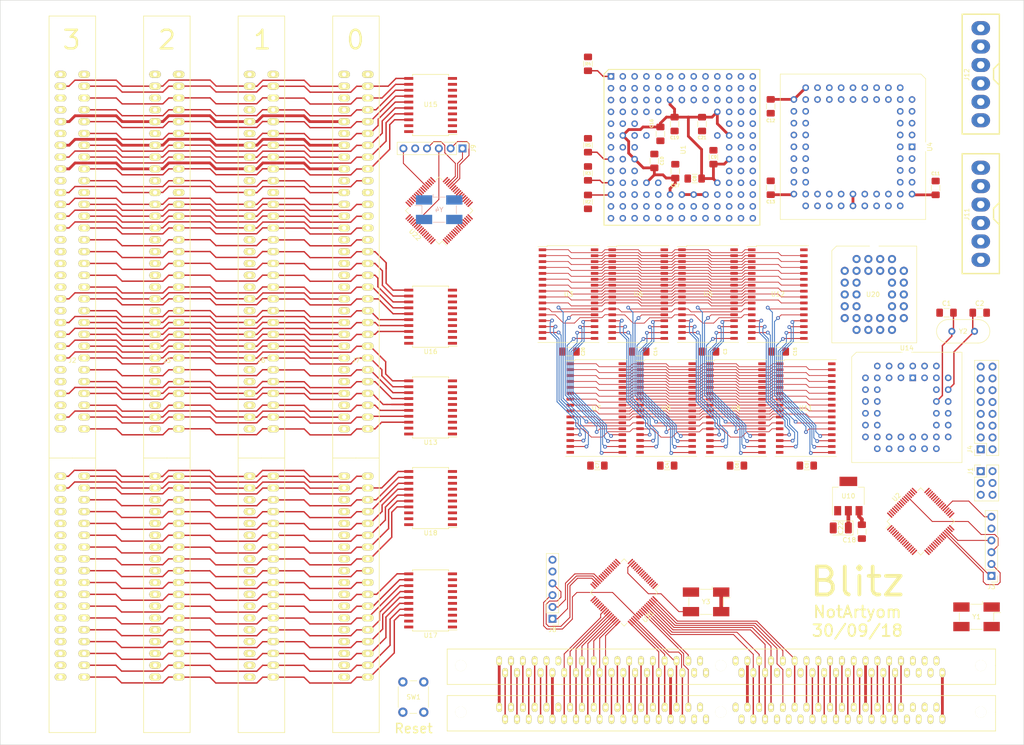
<source format=kicad_pcb>
(kicad_pcb (version 20171130) (host pcbnew 6.0.0-rc1-unknown-4eece52~66~ubuntu16.04.1)
  (layers (0 F.Cu signal) (1 In1.Cu signal) (2 In2.Cu signal) (31 B.Cu signal) (34 B.Paste user hide) (35 F.Paste user hide) (36 B.SilkS user) (37 F.SilkS user) (38 B.Mask user hide) (39 F.Mask user hide) (44 Edge.Cuts user))
  (net 0 "")
  (net 1 "Net-(C1-Pad1)")
  (net 2 GND)
  (net 3 "Net-(C2-Pad1)")
  (net 4 +5V)
  (net 5 +3V3)
  (net 6 "Net-(J1-Pad1)")
  (net 7 "Net-(J1-Pad2)")
  (net 8 "Net-(J1-Pad5)")
  (net 9 "Net-(J1-Pad6)")
  (net 10 "Net-(J2-PadB2)")
  (net 11 "Net-(J2-PadB8)")
  (net 12 "Net-(J2-PadB11)")
  (net 13 "Net-(J2-PadB12)")
  (net 14 "Net-(J2-PadB13)")
  (net 15 "Net-(J2-PadB14)")
  (net 16 CLK)
  (net 17 ISA_IRQ6)
  (net 18 ISA_IRQ5)
  (net 19 ISA_IRQ4)
  (net 20 ISA_IRQ3)
  (net 21 "Net-(J2-PadB28)")
  (net 22 /D31)
  (net 23 /D30)
  (net 24 /D29)
  (net 25 /D28)
  (net 26 /D27)
  (net 27 /D26)
  (net 28 /D25)
  (net 29 /D24)
  (net 30 "Net-(J2-PadA10)")
  (net 31 /A19)
  (net 32 /A18)
  (net 33 /A17)
  (net 34 /A16)
  (net 35 /A15)
  (net 36 /A14)
  (net 37 /A13)
  (net 38 /A12)
  (net 39 /A11)
  (net 40 /A10)
  (net 41 /A9)
  (net 42 /A8)
  (net 43 /A7)
  (net 44 /A6)
  (net 45 /A5)
  (net 46 /A4)
  (net 47 /A3)
  (net 48 /A2)
  (net 49 "Net-(J3-Pad1)")
  (net 50 "Net-(J3-Pad2)")
  (net 51 "Net-(J3-Pad3)")
  (net 52 "Net-(J3-Pad4)")
  (net 53 "Net-(J4-Pad1)")
  (net 54 "Net-(J4-Pad2)")
  (net 55 "Net-(J4-Pad3)")
  (net 56 "Net-(J4-Pad4)")
  (net 57 "Net-(J4-Pad5)")
  (net 58 "Net-(J4-Pad6)")
  (net 59 "Net-(J4-Pad7)")
  (net 60 "Net-(J4-Pad8)")
  (net 61 "Net-(J4-Pad10)")
  (net 62 "Net-(J4-Pad11)")
  (net 63 "Net-(J4-Pad12)")
  (net 64 "Net-(J4-Pad13)")
  (net 65 "Net-(J4-Pad14)")
  (net 66 "Net-(J4-Pad15)")
  (net 67 "Net-(R2-Pad2)")
  (net 68 "Net-(R3-Pad2)")
  (net 69 "Net-(R4-Pad2)")
  (net 70 "Net-(R5-Pad2)")
  (net 71 "Net-(SW1-Pad2)")
  (net 72 ECS)
  (net 73 SIZ0)
  (net 74 RW_N)
  (net 75 DS)
  (net 76 SIZ1)
  (net 77 AS)
  (net 78 STERM)
  (net 79 DSACK1)
  (net 80 DSACK0)
  (net 81 FC2)
  (net 82 FC0)
  (net 83 FC1)
  (net 84 /A25)
  (net 85 /A20)
  (net 86 /D23)
  (net 87 /D21)
  (net 88 /D19)
  (net 89 /D18)
  (net 90 /D16)
  (net 91 /D15)
  (net 92 /D13)
  (net 93 /D11)
  (net 94 /D8)
  (net 95 /D22)
  (net 96 /D20)
  (net 97 /D17)
  (net 98 /D14)
  (net 99 /D12)
  (net 100 /D9)
  (net 101 /D6)
  (net 102 /D3)
  (net 103 /D10)
  (net 104 /D7)
  (net 105 /D4)
  (net 106 /D2)
  (net 107 /D5)
  (net 108 /D1)
  (net 109 /D0)
  (net 110 CDIS)
  (net 111 IPL0)
  (net 112 IPL2)
  (net 113 IPL1)
  (net 114 RESET)
  (net 115 MMUDIS)
  (net 116 IRQ_UART)
  (net 117 DELAY)
  (net 118 RAM0)
  (net 119 RAM1)
  (net 120 RAM2)
  (net 121 RAM3)
  (net 122 ROM)
  (net 123 UART)
  (net 124 FPU)
  (net 125 HALT)
  (net 126 _RW1)
  (net 127 RW1)
  (net 128 _RW0)
  (net 129 RW0)
  (net 130 /A27)
  (net 131 /A22)
  (net 132 /A26)
  (net 133 /A24)
  (net 134 /A23)
  (net 135 /A21)
  (net 136 /ID15)
  (net 137 /ID14)
  (net 138 /ID13)
  (net 139 /ID12)
  (net 140 /ID11)
  (net 141 /ID10)
  (net 142 /ID9)
  (net 143 /ID8)
  (net 144 /IA17)
  (net 145 /IA18)
  (net 146 /IA19)
  (net 147 /IA20)
  (net 148 /IA21)
  (net 149 /IA22)
  (net 150 /IA23)
  (net 151 "Net-(J2-PadD2)")
  (net 152 "Net-(J2-PadC1)")
  (net 153 /IA0)
  (net 154 /IA1)
  (net 155 /IA2)
  (net 156 /IA3)
  (net 157 /IA4)
  (net 158 /IA5)
  (net 159 /IA6)
  (net 160 /IA7)
  (net 161 /IA8)
  (net 162 /IA9)
  (net 163 /IA10)
  (net 164 /IA11)
  (net 165 /IA12)
  (net 166 /IA13)
  (net 167 /IA14)
  (net 168 /IA15)
  (net 169 /IA16)
  (net 170 /ID0)
  (net 171 /ID1)
  (net 172 /ID2)
  (net 173 /ID3)
  (net 174 /ID4)
  (net 175 /ID5)
  (net 176 /ID6)
  (net 177 /ID7)
  (net 178 "Net-(J2-PadB30)")
  (net 179 BCLK)
  (net 180 +12V)
  (net 181 -12V)
  (net 182 -5V)
  (net 183 "Net-(J2-PadD1)")
  (net 184 "Net-(J8-Pad4)")
  (net 185 "Net-(J8-Pad3)")
  (net 186 "Net-(J8-Pad2)")
  (net 187 "Net-(J8-Pad1)")
  (net 188 "Net-(J9-Pad1)")
  (net 189 "Net-(J9-Pad2)")
  (net 190 "Net-(J9-Pad3)")
  (net 191 "Net-(J9-Pad4)")
  (net 192 A1)
  (net 193 A0)
  (net 194 ISA_MEM)
  (net 195 ISA_IO)
  (net 196 ISA_16BIT)
  (net 197 I_DIR)
  (net 198 I_EN)
  (net 199 "Net-(U19-Pad13)")
  (net 200 "Net-(U19-Pad15)")
  (net 201 "Net-(U19-Pad17)")
  (net 202 "Net-(U19-Pad19)")
  (net 203 "Net-(U19-Pad29)")
  (net 204 "Net-(U19-Pad31)")
  (net 205 "Net-(U19-Pad33)")
  (net 206 "Net-(U19-Pad32)")
  (net 207 "Net-(U19-Pad28)")
  (net 208 "Net-(U19-Pad18)")
  (net 209 "Net-(U19-Pad16)")
  (net 210 "Net-(U19-Pad14)")
  (net 211 "Net-(U19-Pad12)")
  (net 212 "Net-(U19-Pad40)")
  (net 213 "Net-(U19-Pad42)")
  (net 214 "Net-(U19-Pad47)")
  (net 215 "Net-(U19-Pad45)")
  (net 216 "Net-(U19-Pad43)")
  (net 217 "Net-(U19-Pad41)")
  (net 218 D_CLK)
  (net 219 "Net-(U21-Pad57)")
  (net 220 "Net-(U21-Pad63)")
  (net 221 IDE)
  (module Package_SO:TSOP-II-32_21.0x10.2mm_P1.27mm (layer F.Cu) (at 159.34 95.51)
    (fp_text reference U3 (at 0.01 0.01) (layer F.SilkS))
    (fp_text value AS6C4008)
    (pad 1 smd rect (at -5.6 -9.525) (size 1.6 0.6) (layers F.Cu F.Paste F.Mask) (net 85 /A20))
    (pad 2 smd rect (at -5.6 -8.255) (size 1.6 0.6) (layers F.Cu F.Paste F.Mask) (net 32 /A18))
    (pad 3 smd rect (at -5.6 -6.985) (size 1.6 0.6) (layers F.Cu F.Paste F.Mask) (net 34 /A16))
    (pad 4 smd rect (at -5.6 -5.715) (size 1.6 0.6) (layers F.Cu F.Paste F.Mask) (net 36 /A14))
    (pad 5 smd rect (at -5.6 -4.445) (size 1.6 0.6) (layers F.Cu F.Paste F.Mask) (net 41 /A9))
    (pad 6 smd rect (at -5.6 -3.175) (size 1.6 0.6) (layers F.Cu F.Paste F.Mask) (net 42 /A8))
    (pad 7 smd rect (at -5.6 -1.905) (size 1.6 0.6) (layers F.Cu F.Paste F.Mask) (net 43 /A7))
    (pad 8 smd rect (at -5.6 -0.625) (size 1.6 0.6) (layers F.Cu F.Paste F.Mask) (net 44 /A6))
    (pad 9 smd rect (at -5.6 0.625) (size 1.6 0.6) (layers F.Cu F.Paste F.Mask) (net 45 /A5))
    (pad 10 smd rect (at -5.6 1.905) (size 1.6 0.6) (layers F.Cu F.Paste F.Mask) (net 46 /A4))
    (pad 11 smd rect (at -5.6 3.175) (size 1.6 0.6) (layers F.Cu F.Paste F.Mask) (net 47 /A3))
    (pad 12 smd rect (at -5.6 4.445) (size 1.6 0.6) (layers F.Cu F.Paste F.Mask) (net 48 /A2))
    (pad 13 smd rect (at -5.6 5.715) (size 1.6 0.6) (layers F.Cu F.Paste F.Mask) (net 29 /D24))
    (pad 14 smd rect (at -5.6 6.985) (size 1.6 0.6) (layers F.Cu F.Paste F.Mask) (net 28 /D25))
    (pad 15 smd rect (at -5.6 8.255) (size 1.6 0.6) (layers F.Cu F.Paste F.Mask) (net 27 /D26))
    (pad 16 smd rect (at -5.6 9.525) (size 1.6 0.6) (layers F.Cu F.Paste F.Mask) (net 2 GND))
    (pad 17 smd rect (at 5.6 9.525) (size 1.6 0.6) (layers F.Cu F.Paste F.Mask) (net 26 /D27))
    (pad 18 smd rect (at 5.6 8.255) (size 1.6 0.6) (layers F.Cu F.Paste F.Mask) (net 25 /D28))
    (pad 19 smd rect (at 5.6 6.985) (size 1.6 0.6) (layers F.Cu F.Paste F.Mask) (net 24 /D29))
    (pad 20 smd rect (at 5.6 5.715) (size 1.6 0.6) (layers F.Cu F.Paste F.Mask) (net 23 /D30))
    (pad 21 smd rect (at 5.6 4.445) (size 1.6 0.6) (layers F.Cu F.Paste F.Mask) (net 22 /D31))
    (pad 22 smd rect (at 5.6 3.175) (size 1.6 0.6) (layers F.Cu F.Paste F.Mask) (net 121 RAM3))
    (pad 23 smd rect (at 5.6 1.905) (size 1.6 0.6) (layers F.Cu F.Paste F.Mask) (net 38 /A12))
    (pad 24 smd rect (at 5.6 0.625) (size 1.6 0.6) (layers F.Cu F.Paste F.Mask) (net 128 _RW0))
    (pad 25 smd rect (at 5.6 -0.625) (size 1.6 0.6) (layers F.Cu F.Paste F.Mask) (net 37 /A13))
    (pad 26 smd rect (at 5.6 -1.905) (size 1.6 0.6) (layers F.Cu F.Paste F.Mask) (net 39 /A11))
    (pad 27 smd rect (at 5.6 -3.175) (size 1.6 0.6) (layers F.Cu F.Paste F.Mask) (net 40 /A10))
    (pad 28 smd rect (at 5.6 -4.445) (size 1.6 0.6) (layers F.Cu F.Paste F.Mask) (net 35 /A15))
    (pad 29 smd rect (at 5.6 -5.715) (size 1.6 0.6) (layers F.Cu F.Paste F.Mask) (net 129 RW0))
    (pad 30 smd rect (at 5.6 -6.985) (size 1.6 0.6) (layers F.Cu F.Paste F.Mask) (net 31 /A19))
    (pad 31 smd rect (at 5.6 -8.255) (size 1.6 0.6) (layers F.Cu F.Paste F.Mask) (net 33 /A17))
    (pad 32 smd rect (at 5.6 -9.525) (size 1.6 0.6) (layers F.Cu F.Paste F.Mask) (net 4 +5V))
  )
  (module Package_SO:TSOP-II-32_21.0x10.2mm_P1.27mm (layer F.Cu) (at 195.33 120.01)
    (fp_text reference U8 (at 0.01 0.01) (layer F.SilkS))
    (fp_text value AS6C4008)
    (pad 32 smd rect (at 5.6 -9.525) (size 1.6 0.6) (layers F.Cu F.Paste F.Mask) (net 4 +5V))
    (pad 31 smd rect (at 5.6 -8.255) (size 1.6 0.6) (layers F.Cu F.Paste F.Mask) (net 33 /A17))
    (pad 30 smd rect (at 5.6 -6.985) (size 1.6 0.6) (layers F.Cu F.Paste F.Mask) (net 31 /A19))
    (pad 29 smd rect (at 5.6 -5.715) (size 1.6 0.6) (layers F.Cu F.Paste F.Mask) (net 127 RW1))
    (pad 28 smd rect (at 5.6 -4.445) (size 1.6 0.6) (layers F.Cu F.Paste F.Mask) (net 35 /A15))
    (pad 27 smd rect (at 5.6 -3.175) (size 1.6 0.6) (layers F.Cu F.Paste F.Mask) (net 40 /A10))
    (pad 26 smd rect (at 5.6 -1.905) (size 1.6 0.6) (layers F.Cu F.Paste F.Mask) (net 39 /A11))
    (pad 25 smd rect (at 5.6 -0.625) (size 1.6 0.6) (layers F.Cu F.Paste F.Mask) (net 37 /A13))
    (pad 24 smd rect (at 5.6 0.625) (size 1.6 0.6) (layers F.Cu F.Paste F.Mask) (net 126 _RW1))
    (pad 23 smd rect (at 5.6 1.905) (size 1.6 0.6) (layers F.Cu F.Paste F.Mask) (net 38 /A12))
    (pad 22 smd rect (at 5.6 3.175) (size 1.6 0.6) (layers F.Cu F.Paste F.Mask) (net 119 RAM1))
    (pad 21 smd rect (at 5.6 4.445) (size 1.6 0.6) (layers F.Cu F.Paste F.Mask) (net 91 /D15))
    (pad 20 smd rect (at 5.6 5.715) (size 1.6 0.6) (layers F.Cu F.Paste F.Mask) (net 98 /D14))
    (pad 19 smd rect (at 5.6 6.985) (size 1.6 0.6) (layers F.Cu F.Paste F.Mask) (net 92 /D13))
    (pad 18 smd rect (at 5.6 8.255) (size 1.6 0.6) (layers F.Cu F.Paste F.Mask) (net 99 /D12))
    (pad 17 smd rect (at 5.6 9.525) (size 1.6 0.6) (layers F.Cu F.Paste F.Mask) (net 93 /D11))
    (pad 16 smd rect (at -5.6 9.525) (size 1.6 0.6) (layers F.Cu F.Paste F.Mask) (net 2 GND))
    (pad 15 smd rect (at -5.6 8.255) (size 1.6 0.6) (layers F.Cu F.Paste F.Mask) (net 103 /D10))
    (pad 14 smd rect (at -5.6 6.985) (size 1.6 0.6) (layers F.Cu F.Paste F.Mask) (net 100 /D9))
    (pad 13 smd rect (at -5.6 5.715) (size 1.6 0.6) (layers F.Cu F.Paste F.Mask) (net 94 /D8))
    (pad 12 smd rect (at -5.6 4.445) (size 1.6 0.6) (layers F.Cu F.Paste F.Mask) (net 48 /A2))
    (pad 11 smd rect (at -5.6 3.175) (size 1.6 0.6) (layers F.Cu F.Paste F.Mask) (net 47 /A3))
    (pad 10 smd rect (at -5.6 1.905) (size 1.6 0.6) (layers F.Cu F.Paste F.Mask) (net 46 /A4))
    (pad 9 smd rect (at -5.6 0.625) (size 1.6 0.6) (layers F.Cu F.Paste F.Mask) (net 45 /A5))
    (pad 8 smd rect (at -5.6 -0.625) (size 1.6 0.6) (layers F.Cu F.Paste F.Mask) (net 44 /A6))
    (pad 7 smd rect (at -5.6 -1.905) (size 1.6 0.6) (layers F.Cu F.Paste F.Mask) (net 43 /A7))
    (pad 6 smd rect (at -5.6 -3.175) (size 1.6 0.6) (layers F.Cu F.Paste F.Mask) (net 42 /A8))
    (pad 5 smd rect (at -5.6 -4.445) (size 1.6 0.6) (layers F.Cu F.Paste F.Mask) (net 41 /A9))
    (pad 4 smd rect (at -5.6 -5.715) (size 1.6 0.6) (layers F.Cu F.Paste F.Mask) (net 36 /A14))
    (pad 3 smd rect (at -5.6 -6.985) (size 1.6 0.6) (layers F.Cu F.Paste F.Mask) (net 34 /A16))
    (pad 2 smd rect (at -5.6 -8.255) (size 1.6 0.6) (layers F.Cu F.Paste F.Mask) (net 32 /A18))
    (pad 1 smd rect (at -5.6 -9.525) (size 1.6 0.6) (layers F.Cu F.Paste F.Mask) (net 85 /A20))
  )
  (module Package_SO:TSOP-II-32_21.0x10.2mm_P1.27mm (layer F.Cu) (at 165.31 120)
    (fp_text reference U7 (at 0.01 0.01) (layer F.SilkS))
    (fp_text value AS6C4008)
    (pad 32 smd rect (at 5.6 -9.525) (size 1.6 0.6) (layers F.Cu F.Paste F.Mask) (net 4 +5V))
    (pad 31 smd rect (at 5.6 -8.255) (size 1.6 0.6) (layers F.Cu F.Paste F.Mask) (net 33 /A17))
    (pad 30 smd rect (at 5.6 -6.985) (size 1.6 0.6) (layers F.Cu F.Paste F.Mask) (net 31 /A19))
    (pad 29 smd rect (at 5.6 -5.715) (size 1.6 0.6) (layers F.Cu F.Paste F.Mask) (net 127 RW1))
    (pad 28 smd rect (at 5.6 -4.445) (size 1.6 0.6) (layers F.Cu F.Paste F.Mask) (net 35 /A15))
    (pad 27 smd rect (at 5.6 -3.175) (size 1.6 0.6) (layers F.Cu F.Paste F.Mask) (net 40 /A10))
    (pad 26 smd rect (at 5.6 -1.905) (size 1.6 0.6) (layers F.Cu F.Paste F.Mask) (net 39 /A11))
    (pad 25 smd rect (at 5.6 -0.625) (size 1.6 0.6) (layers F.Cu F.Paste F.Mask) (net 37 /A13))
    (pad 24 smd rect (at 5.6 0.625) (size 1.6 0.6) (layers F.Cu F.Paste F.Mask) (net 126 _RW1))
    (pad 23 smd rect (at 5.6 1.905) (size 1.6 0.6) (layers F.Cu F.Paste F.Mask) (net 38 /A12))
    (pad 22 smd rect (at 5.6 3.175) (size 1.6 0.6) (layers F.Cu F.Paste F.Mask) (net 121 RAM3))
    (pad 21 smd rect (at 5.6 4.445) (size 1.6 0.6) (layers F.Cu F.Paste F.Mask) (net 22 /D31))
    (pad 20 smd rect (at 5.6 5.715) (size 1.6 0.6) (layers F.Cu F.Paste F.Mask) (net 23 /D30))
    (pad 19 smd rect (at 5.6 6.985) (size 1.6 0.6) (layers F.Cu F.Paste F.Mask) (net 24 /D29))
    (pad 18 smd rect (at 5.6 8.255) (size 1.6 0.6) (layers F.Cu F.Paste F.Mask) (net 25 /D28))
    (pad 17 smd rect (at 5.6 9.525) (size 1.6 0.6) (layers F.Cu F.Paste F.Mask) (net 26 /D27))
    (pad 16 smd rect (at -5.6 9.525) (size 1.6 0.6) (layers F.Cu F.Paste F.Mask) (net 2 GND))
    (pad 15 smd rect (at -5.6 8.255) (size 1.6 0.6) (layers F.Cu F.Paste F.Mask) (net 27 /D26))
    (pad 14 smd rect (at -5.6 6.985) (size 1.6 0.6) (layers F.Cu F.Paste F.Mask) (net 28 /D25))
    (pad 13 smd rect (at -5.6 5.715) (size 1.6 0.6) (layers F.Cu F.Paste F.Mask) (net 29 /D24))
    (pad 12 smd rect (at -5.6 4.445) (size 1.6 0.6) (layers F.Cu F.Paste F.Mask) (net 48 /A2))
    (pad 11 smd rect (at -5.6 3.175) (size 1.6 0.6) (layers F.Cu F.Paste F.Mask) (net 47 /A3))
    (pad 10 smd rect (at -5.6 1.905) (size 1.6 0.6) (layers F.Cu F.Paste F.Mask) (net 46 /A4))
    (pad 9 smd rect (at -5.6 0.625) (size 1.6 0.6) (layers F.Cu F.Paste F.Mask) (net 45 /A5))
    (pad 8 smd rect (at -5.6 -0.625) (size 1.6 0.6) (layers F.Cu F.Paste F.Mask) (net 44 /A6))
    (pad 7 smd rect (at -5.6 -1.905) (size 1.6 0.6) (layers F.Cu F.Paste F.Mask) (net 43 /A7))
    (pad 6 smd rect (at -5.6 -3.175) (size 1.6 0.6) (layers F.Cu F.Paste F.Mask) (net 42 /A8))
    (pad 5 smd rect (at -5.6 -4.445) (size 1.6 0.6) (layers F.Cu F.Paste F.Mask) (net 41 /A9))
    (pad 4 smd rect (at -5.6 -5.715) (size 1.6 0.6) (layers F.Cu F.Paste F.Mask) (net 36 /A14))
    (pad 3 smd rect (at -5.6 -6.985) (size 1.6 0.6) (layers F.Cu F.Paste F.Mask) (net 34 /A16))
    (pad 2 smd rect (at -5.6 -8.255) (size 1.6 0.6) (layers F.Cu F.Paste F.Mask) (net 32 /A18))
    (pad 1 smd rect (at -5.6 -9.525) (size 1.6 0.6) (layers F.Cu F.Paste F.Mask) (net 85 /A20))
  )
  (module BBlitz:BUS_AT_VERT (layer F.Cu) (at 52.7 109.75)
    (fp_text reference J2 (at 0 0) (layer F.SilkS))
    (fp_text value ISAx16)
    (pad C18 thru_hole oval (at 2.54 68.072) (size 2.5 1.5) (drill 0.89) (layers *.Cu *.Mask F.SilkS) (net 136 /ID15))
    (pad C17 thru_hole oval (at 2.54 65.532) (size 2.5 1.5) (drill 0.89) (layers *.Cu *.Mask F.SilkS) (net 137 /ID14))
    (pad C16 thru_hole oval (at 2.54 62.992) (size 2.5 1.5) (drill 0.89) (layers *.Cu *.Mask F.SilkS) (net 138 /ID13))
    (pad C15 thru_hole oval (at 2.54 60.452) (size 2.5 1.5) (drill 0.89) (layers *.Cu *.Mask F.SilkS) (net 139 /ID12))
    (pad C14 thru_hole oval (at 2.54 57.912) (size 2.5 1.5) (drill 0.89) (layers *.Cu *.Mask F.SilkS) (net 140 /ID11))
    (pad C13 thru_hole oval (at 2.54 55.372) (size 2.5 1.5) (drill 0.89) (layers *.Cu *.Mask F.SilkS) (net 141 /ID10))
    (pad C12 thru_hole oval (at 2.54 52.832) (size 2.5 1.5) (drill 0.89) (layers *.Cu *.Mask F.SilkS) (net 142 /ID9))
    (pad C11 thru_hole oval (at 2.54 50.292) (size 2.5 1.5) (drill 0.89) (layers *.Cu *.Mask F.SilkS) (net 143 /ID8))
    (pad C10 thru_hole oval (at 2.54 47.752) (size 2.5 1.5) (drill 0.89) (layers *.Cu *.Mask F.SilkS) (net 12 "Net-(J2-PadB11)"))
    (pad C9 thru_hole oval (at 2.54 45.212) (size 2.5 1.5) (drill 0.89) (layers *.Cu *.Mask F.SilkS) (net 13 "Net-(J2-PadB12)"))
    (pad C8 thru_hole oval (at 2.54 42.672) (size 2.5 1.5) (drill 0.89) (layers *.Cu *.Mask F.SilkS) (net 144 /IA17))
    (pad C7 thru_hole oval (at 2.54 40.132) (size 2.5 1.5) (drill 0.89) (layers *.Cu *.Mask F.SilkS) (net 145 /IA18))
    (pad C6 thru_hole oval (at 2.54 37.592) (size 2.5 1.5) (drill 0.89) (layers *.Cu *.Mask F.SilkS) (net 146 /IA19))
    (pad C5 thru_hole oval (at 2.54 35.052) (size 2.5 1.5) (drill 0.89) (layers *.Cu *.Mask F.SilkS) (net 147 /IA20))
    (pad C4 thru_hole oval (at 2.54 32.512) (size 2.5 1.5) (drill 0.89) (layers *.Cu *.Mask F.SilkS) (net 148 /IA21))
    (pad C3 thru_hole oval (at 2.54 29.972) (size 2.5 1.5) (drill 0.89) (layers *.Cu *.Mask F.SilkS) (net 149 /IA22))
    (pad C2 thru_hole oval (at 2.54 27.432) (size 2.5 1.5) (drill 0.89) (layers *.Cu *.Mask F.SilkS) (net 150 /IA23))
    (pad D18 thru_hole oval (at -2.54 68.072) (size 2.5 1.5) (drill 0.89) (layers *.Cu *.Mask F.SilkS) (net 2 GND))
    (pad D17 thru_hole oval (at -2.54 65.532) (size 2.5 1.5) (drill 0.89) (layers *.Cu *.Mask F.SilkS))
    (pad D16 thru_hole oval (at -2.54 62.992) (size 2.5 1.5) (drill 0.89) (layers *.Cu *.Mask F.SilkS) (net 4 +5V))
    (pad D15 thru_hole oval (at -2.54 60.452) (size 2.5 1.5) (drill 0.89) (layers *.Cu *.Mask F.SilkS))
    (pad D14 thru_hole oval (at -2.54 57.912) (size 2.5 1.5) (drill 0.89) (layers *.Cu *.Mask F.SilkS) (net 4 +5V))
    (pad D13 thru_hole oval (at -2.54 55.372) (size 2.5 1.5) (drill 0.89) (layers *.Cu *.Mask F.SilkS))
    (pad D12 thru_hole oval (at -2.54 52.832) (size 2.5 1.5) (drill 0.89) (layers *.Cu *.Mask F.SilkS) (net 4 +5V))
    (pad D11 thru_hole oval (at -2.54 50.292) (size 2.5 1.5) (drill 0.89) (layers *.Cu *.Mask F.SilkS))
    (pad D10 thru_hole oval (at -2.54 47.752) (size 2.5 1.5) (drill 0.89) (layers *.Cu *.Mask F.SilkS) (net 4 +5V))
    (pad D9 thru_hole oval (at -2.54 45.212) (size 2.5 1.5) (drill 0.89) (layers *.Cu *.Mask F.SilkS))
    (pad D8 thru_hole oval (at -2.54 42.672) (size 2.5 1.5) (drill 0.89) (layers *.Cu *.Mask F.SilkS) (net 4 +5V))
    (pad D7 thru_hole oval (at -2.54 40.132) (size 2.5 1.5) (drill 0.89) (layers *.Cu *.Mask F.SilkS))
    (pad D6 thru_hole oval (at -2.54 37.592) (size 2.5 1.5) (drill 0.89) (layers *.Cu *.Mask F.SilkS))
    (pad D5 thru_hole oval (at -2.54 35.052) (size 2.5 1.5) (drill 0.89) (layers *.Cu *.Mask F.SilkS))
    (pad D4 thru_hole oval (at -2.54 32.512) (size 2.5 1.5) (drill 0.89) (layers *.Cu *.Mask F.SilkS))
    (pad D3 thru_hole oval (at -2.54 29.972) (size 2.5 1.5) (drill 0.89) (layers *.Cu *.Mask F.SilkS))
    (pad D2 thru_hole oval (at -2.54 27.432) (size 2.5 1.5) (drill 0.89) (layers *.Cu *.Mask F.SilkS) (net 151 "Net-(J2-PadD2)"))
    (pad C1 thru_hole oval (at 2.54 24.892) (size 2.5 1.5) (drill 0.89) (layers *.Cu *.Mask F.SilkS) (net 152 "Net-(J2-PadC1)"))
    (pad A31 thru_hole oval (at 2.54 14.732) (size 2.5 1.5) (drill 0.89) (layers *.Cu *.Mask F.SilkS) (net 153 /IA0))
    (pad A30 thru_hole oval (at 2.54 12.192) (size 2.5 1.5) (drill 0.89) (layers *.Cu *.Mask F.SilkS) (net 154 /IA1))
    (pad A29 thru_hole oval (at 2.54 9.652) (size 2.5 1.5) (drill 0.89) (layers *.Cu *.Mask F.SilkS) (net 155 /IA2))
    (pad A28 thru_hole oval (at 2.54 7.112) (size 2.5 1.5) (drill 0.89) (layers *.Cu *.Mask F.SilkS) (net 156 /IA3))
    (pad A27 thru_hole oval (at 2.54 4.572) (size 2.5 1.5) (drill 0.89) (layers *.Cu *.Mask F.SilkS) (net 157 /IA4))
    (pad A26 thru_hole oval (at 2.54 2.032) (size 2.5 1.5) (drill 0.89) (layers *.Cu *.Mask F.SilkS) (net 158 /IA5))
    (pad A25 thru_hole oval (at 2.54 -0.508) (size 2.5 1.5) (drill 0.89) (layers *.Cu *.Mask F.SilkS) (net 159 /IA6))
    (pad A24 thru_hole oval (at 2.54 -3.048) (size 2.5 1.5) (drill 0.89) (layers *.Cu *.Mask F.SilkS) (net 160 /IA7))
    (pad A23 thru_hole oval (at 2.54 -5.588) (size 2.5 1.5) (drill 0.89) (layers *.Cu *.Mask F.SilkS) (net 161 /IA8))
    (pad A22 thru_hole oval (at 2.54 -8.128) (size 2.5 1.5) (drill 0.89) (layers *.Cu *.Mask F.SilkS) (net 162 /IA9))
    (pad A21 thru_hole oval (at 2.54 -10.668) (size 2.5 1.5) (drill 0.89) (layers *.Cu *.Mask F.SilkS) (net 163 /IA10))
    (pad A20 thru_hole oval (at 2.54 -13.208) (size 2.5 1.5) (drill 0.89) (layers *.Cu *.Mask F.SilkS) (net 164 /IA11))
    (pad A19 thru_hole oval (at 2.54 -15.748) (size 2.5 1.5) (drill 0.89) (layers *.Cu *.Mask F.SilkS) (net 165 /IA12))
    (pad A18 thru_hole oval (at 2.54 -18.288) (size 2.5 1.5) (drill 0.89) (layers *.Cu *.Mask F.SilkS) (net 166 /IA13))
    (pad A17 thru_hole oval (at 2.54 -20.828) (size 2.5 1.5) (drill 0.89) (layers *.Cu *.Mask F.SilkS) (net 167 /IA14))
    (pad A16 thru_hole oval (at 2.54 -23.368) (size 2.5 1.5) (drill 0.89) (layers *.Cu *.Mask F.SilkS) (net 168 /IA15))
    (pad A15 thru_hole oval (at 2.54 -25.908) (size 2.5 1.5) (drill 0.89) (layers *.Cu *.Mask F.SilkS) (net 169 /IA16))
    (pad A14 thru_hole oval (at 2.54 -28.448) (size 2.5 1.5) (drill 0.89) (layers *.Cu *.Mask F.SilkS) (net 144 /IA17))
    (pad A13 thru_hole oval (at 2.54 -30.988) (size 2.5 1.5) (drill 0.89) (layers *.Cu *.Mask F.SilkS) (net 145 /IA18))
    (pad A12 thru_hole oval (at 2.54 -33.528) (size 2.5 1.5) (drill 0.89) (layers *.Cu *.Mask F.SilkS) (net 146 /IA19))
    (pad A11 thru_hole oval (at 2.54 -36.068) (size 2.5 1.5) (drill 0.89) (layers *.Cu *.Mask F.SilkS) (net 2 GND))
    (pad A10 thru_hole oval (at 2.54 -38.608) (size 2.5 1.5) (drill 0.89) (layers *.Cu *.Mask F.SilkS) (net 30 "Net-(J2-PadA10)"))
    (pad A9 thru_hole oval (at 2.54 -41.148) (size 2.5 1.5) (drill 0.89) (layers *.Cu *.Mask F.SilkS) (net 170 /ID0))
    (pad A8 thru_hole oval (at 2.54 -43.688) (size 2.5 1.5) (drill 0.89) (layers *.Cu *.Mask F.SilkS) (net 171 /ID1))
    (pad A7 thru_hole oval (at 2.54 -46.228) (size 2.5 1.5) (drill 0.89) (layers *.Cu *.Mask F.SilkS) (net 172 /ID2))
    (pad A6 thru_hole oval (at 2.54 -48.768) (size 2.5 1.5) (drill 0.89) (layers *.Cu *.Mask F.SilkS) (net 173 /ID3))
    (pad A5 thru_hole oval (at 2.54 -51.308) (size 2.5 1.5) (drill 0.89) (layers *.Cu *.Mask F.SilkS) (net 174 /ID4))
    (pad A4 thru_hole oval (at 2.54 -53.848) (size 2.5 1.5) (drill 0.89) (layers *.Cu *.Mask F.SilkS) (net 175 /ID5))
    (pad A3 thru_hole oval (at 2.54 -56.388) (size 2.5 1.5) (drill 0.89) (layers *.Cu *.Mask F.SilkS) (net 176 /ID6))
    (pad A2 thru_hole oval (at 2.54 -58.928) (size 2.5 1.5) (drill 0.89) (layers *.Cu *.Mask F.SilkS) (net 177 /ID7))
    (pad B31 thru_hole oval (at -2.54 14.732) (size 2.5 1.5) (drill 0.89) (layers *.Cu *.Mask F.SilkS) (net 2 GND))
    (pad B30 thru_hole oval (at -2.54 12.192) (size 2.5 1.5) (drill 0.89) (layers *.Cu *.Mask F.SilkS) (net 178 "Net-(J2-PadB30)"))
    (pad B29 thru_hole oval (at -2.54 9.652) (size 2.5 1.5) (drill 0.89) (layers *.Cu *.Mask F.SilkS) (net 4 +5V))
    (pad B28 thru_hole oval (at -2.54 7.112) (size 2.5 1.5) (drill 0.89) (layers *.Cu *.Mask F.SilkS) (net 21 "Net-(J2-PadB28)"))
    (pad B27 thru_hole oval (at -2.54 4.572) (size 2.5 1.5) (drill 0.89) (layers *.Cu *.Mask F.SilkS))
    (pad B26 thru_hole oval (at -2.54 2.032) (size 2.5 1.5) (drill 0.89) (layers *.Cu *.Mask F.SilkS) (net 4 +5V))
    (pad B25 thru_hole oval (at -2.54 -0.508) (size 2.5 1.5) (drill 0.89) (layers *.Cu *.Mask F.SilkS) (net 20 ISA_IRQ3))
    (pad B24 thru_hole oval (at -2.54 -3.048) (size 2.5 1.5) (drill 0.89) (layers *.Cu *.Mask F.SilkS) (net 19 ISA_IRQ4))
    (pad B23 thru_hole oval (at -2.54 -5.588) (size 2.5 1.5) (drill 0.89) (layers *.Cu *.Mask F.SilkS) (net 18 ISA_IRQ5))
    (pad B22 thru_hole oval (at -2.54 -8.128) (size 2.5 1.5) (drill 0.89) (layers *.Cu *.Mask F.SilkS) (net 17 ISA_IRQ6))
    (pad B21 thru_hole oval (at -2.54 -10.668) (size 2.5 1.5) (drill 0.89) (layers *.Cu *.Mask F.SilkS))
    (pad B20 thru_hole oval (at -2.54 -13.208) (size 2.5 1.5) (drill 0.89) (layers *.Cu *.Mask F.SilkS) (net 179 BCLK))
    (pad B19 thru_hole oval (at -2.54 -15.748) (size 2.5 1.5) (drill 0.89) (layers *.Cu *.Mask F.SilkS) (net 4 +5V))
    (pad B18 thru_hole oval (at -2.54 -18.288) (size 2.5 1.5) (drill 0.89) (layers *.Cu *.Mask F.SilkS))
    (pad B17 thru_hole oval (at -2.54 -20.828) (size 2.5 1.5) (drill 0.89) (layers *.Cu *.Mask F.SilkS) (net 4 +5V))
    (pad B16 thru_hole oval (at -2.54 -23.368) (size 2.5 1.5) (drill 0.89) (layers *.Cu *.Mask F.SilkS))
    (pad B15 thru_hole oval (at -2.54 -25.908) (size 2.5 1.5) (drill 0.89) (layers *.Cu *.Mask F.SilkS) (net 4 +5V))
    (pad B14 thru_hole oval (at -2.54 -28.448) (size 2.5 1.5) (drill 0.89) (layers *.Cu *.Mask F.SilkS) (net 15 "Net-(J2-PadB14)"))
    (pad B13 thru_hole oval (at -2.54 -30.988) (size 2.5 1.5) (drill 0.89) (layers *.Cu *.Mask F.SilkS) (net 14 "Net-(J2-PadB13)"))
    (pad B12 thru_hole oval (at -2.54 -33.528) (size 2.5 1.5) (drill 0.89) (layers *.Cu *.Mask F.SilkS) (net 13 "Net-(J2-PadB12)"))
    (pad B11 thru_hole oval (at -2.54 -36.068) (size 2.5 1.5) (drill 0.89) (layers *.Cu *.Mask F.SilkS) (net 12 "Net-(J2-PadB11)"))
    (pad B10 thru_hole oval (at -2.54 -38.608) (size 2.5 1.5) (drill 0.89) (layers *.Cu *.Mask F.SilkS) (net 2 GND))
    (pad B9 thru_hole oval (at -2.54 -41.148) (size 2.5 1.5) (drill 0.89) (layers *.Cu *.Mask F.SilkS) (net 180 +12V))
    (pad B8 thru_hole oval (at -2.54 -43.688) (size 2.5 1.5) (drill 0.89) (layers *.Cu *.Mask F.SilkS) (net 11 "Net-(J2-PadB8)"))
    (pad B7 thru_hole oval (at -2.54 -46.228) (size 2.5 1.5) (drill 0.89) (layers *.Cu *.Mask F.SilkS) (net 181 -12V))
    (pad B6 thru_hole oval (at -2.54 -48.768) (size 2.5 1.5) (drill 0.89) (layers *.Cu *.Mask F.SilkS))
    (pad B5 thru_hole oval (at -2.54 -51.308) (size 2.5 1.5) (drill 0.89) (layers *.Cu *.Mask F.SilkS) (net 182 -5V))
    (pad B4 thru_hole oval (at -2.54 -53.848) (size 2.5 1.5) (drill 0.89) (layers *.Cu *.Mask F.SilkS))
    (pad B3 thru_hole oval (at -2.54 -56.388) (size 2.5 1.5) (drill 0.89) (layers *.Cu *.Mask F.SilkS) (net 4 +5V))
    (pad B2 thru_hole oval (at -2.54 -58.928) (size 2.5 1.5) (drill 0.89) (layers *.Cu *.Mask F.SilkS) (net 10 "Net-(J2-PadB2)"))
    (pad D1 thru_hole oval (at -2.54 24.892) (size 2.5 1.5) (drill 0.89) (layers *.Cu *.Mask F.SilkS) (net 183 "Net-(J2-PadD1)"))
    (pad A1 thru_hole oval (at 2.54 -61.468) (size 2.5 1.5) (drill 0.89) (layers *.Cu *.Mask F.SilkS))
    (pad B1 thru_hole oval (at -2.54 -61.468) (size 2.5 1.5) (drill 0.89) (layers *.Cu *.Mask F.SilkS) (net 2 GND))
  )
  (module BBlitz:BUS_AT_VERT (layer F.Cu) (at 73.02 109.75)
    (fp_text reference J5 (at 0 0) (layer F.SilkS))
    (fp_text value ISAx16)
    (pad B1 thru_hole oval (at -2.54 -61.468) (size 2.5 1.5) (drill 0.89) (layers *.Cu *.Mask F.SilkS) (net 2 GND))
    (pad A1 thru_hole oval (at 2.54 -61.468) (size 2.5 1.5) (drill 0.89) (layers *.Cu *.Mask F.SilkS))
    (pad D1 thru_hole oval (at -2.54 24.892) (size 2.5 1.5) (drill 0.89) (layers *.Cu *.Mask F.SilkS) (net 183 "Net-(J2-PadD1)"))
    (pad B2 thru_hole oval (at -2.54 -58.928) (size 2.5 1.5) (drill 0.89) (layers *.Cu *.Mask F.SilkS) (net 10 "Net-(J2-PadB2)"))
    (pad B3 thru_hole oval (at -2.54 -56.388) (size 2.5 1.5) (drill 0.89) (layers *.Cu *.Mask F.SilkS) (net 4 +5V))
    (pad B4 thru_hole oval (at -2.54 -53.848) (size 2.5 1.5) (drill 0.89) (layers *.Cu *.Mask F.SilkS))
    (pad B5 thru_hole oval (at -2.54 -51.308) (size 2.5 1.5) (drill 0.89) (layers *.Cu *.Mask F.SilkS) (net 182 -5V))
    (pad B6 thru_hole oval (at -2.54 -48.768) (size 2.5 1.5) (drill 0.89) (layers *.Cu *.Mask F.SilkS))
    (pad B7 thru_hole oval (at -2.54 -46.228) (size 2.5 1.5) (drill 0.89) (layers *.Cu *.Mask F.SilkS) (net 181 -12V))
    (pad B8 thru_hole oval (at -2.54 -43.688) (size 2.5 1.5) (drill 0.89) (layers *.Cu *.Mask F.SilkS) (net 11 "Net-(J2-PadB8)"))
    (pad B9 thru_hole oval (at -2.54 -41.148) (size 2.5 1.5) (drill 0.89) (layers *.Cu *.Mask F.SilkS) (net 180 +12V))
    (pad B10 thru_hole oval (at -2.54 -38.608) (size 2.5 1.5) (drill 0.89) (layers *.Cu *.Mask F.SilkS) (net 2 GND))
    (pad B11 thru_hole oval (at -2.54 -36.068) (size 2.5 1.5) (drill 0.89) (layers *.Cu *.Mask F.SilkS) (net 12 "Net-(J2-PadB11)"))
    (pad B12 thru_hole oval (at -2.54 -33.528) (size 2.5 1.5) (drill 0.89) (layers *.Cu *.Mask F.SilkS) (net 13 "Net-(J2-PadB12)"))
    (pad B13 thru_hole oval (at -2.54 -30.988) (size 2.5 1.5) (drill 0.89) (layers *.Cu *.Mask F.SilkS) (net 14 "Net-(J2-PadB13)"))
    (pad B14 thru_hole oval (at -2.54 -28.448) (size 2.5 1.5) (drill 0.89) (layers *.Cu *.Mask F.SilkS) (net 15 "Net-(J2-PadB14)"))
    (pad B15 thru_hole oval (at -2.54 -25.908) (size 2.5 1.5) (drill 0.89) (layers *.Cu *.Mask F.SilkS) (net 4 +5V))
    (pad B16 thru_hole oval (at -2.54 -23.368) (size 2.5 1.5) (drill 0.89) (layers *.Cu *.Mask F.SilkS))
    (pad B17 thru_hole oval (at -2.54 -20.828) (size 2.5 1.5) (drill 0.89) (layers *.Cu *.Mask F.SilkS) (net 4 +5V))
    (pad B18 thru_hole oval (at -2.54 -18.288) (size 2.5 1.5) (drill 0.89) (layers *.Cu *.Mask F.SilkS))
    (pad B19 thru_hole oval (at -2.54 -15.748) (size 2.5 1.5) (drill 0.89) (layers *.Cu *.Mask F.SilkS) (net 4 +5V))
    (pad B20 thru_hole oval (at -2.54 -13.208) (size 2.5 1.5) (drill 0.89) (layers *.Cu *.Mask F.SilkS) (net 179 BCLK))
    (pad B21 thru_hole oval (at -2.54 -10.668) (size 2.5 1.5) (drill 0.89) (layers *.Cu *.Mask F.SilkS))
    (pad B22 thru_hole oval (at -2.54 -8.128) (size 2.5 1.5) (drill 0.89) (layers *.Cu *.Mask F.SilkS) (net 17 ISA_IRQ6))
    (pad B23 thru_hole oval (at -2.54 -5.588) (size 2.5 1.5) (drill 0.89) (layers *.Cu *.Mask F.SilkS) (net 18 ISA_IRQ5))
    (pad B24 thru_hole oval (at -2.54 -3.048) (size 2.5 1.5) (drill 0.89) (layers *.Cu *.Mask F.SilkS) (net 19 ISA_IRQ4))
    (pad B25 thru_hole oval (at -2.54 -0.508) (size 2.5 1.5) (drill 0.89) (layers *.Cu *.Mask F.SilkS) (net 20 ISA_IRQ3))
    (pad B26 thru_hole oval (at -2.54 2.032) (size 2.5 1.5) (drill 0.89) (layers *.Cu *.Mask F.SilkS) (net 4 +5V))
    (pad B27 thru_hole oval (at -2.54 4.572) (size 2.5 1.5) (drill 0.89) (layers *.Cu *.Mask F.SilkS))
    (pad B28 thru_hole oval (at -2.54 7.112) (size 2.5 1.5) (drill 0.89) (layers *.Cu *.Mask F.SilkS) (net 21 "Net-(J2-PadB28)"))
    (pad B29 thru_hole oval (at -2.54 9.652) (size 2.5 1.5) (drill 0.89) (layers *.Cu *.Mask F.SilkS) (net 4 +5V))
    (pad B30 thru_hole oval (at -2.54 12.192) (size 2.5 1.5) (drill 0.89) (layers *.Cu *.Mask F.SilkS) (net 178 "Net-(J2-PadB30)"))
    (pad B31 thru_hole oval (at -2.54 14.732) (size 2.5 1.5) (drill 0.89) (layers *.Cu *.Mask F.SilkS) (net 2 GND))
    (pad A2 thru_hole oval (at 2.54 -58.928) (size 2.5 1.5) (drill 0.89) (layers *.Cu *.Mask F.SilkS) (net 177 /ID7))
    (pad A3 thru_hole oval (at 2.54 -56.388) (size 2.5 1.5) (drill 0.89) (layers *.Cu *.Mask F.SilkS) (net 176 /ID6))
    (pad A4 thru_hole oval (at 2.54 -53.848) (size 2.5 1.5) (drill 0.89) (layers *.Cu *.Mask F.SilkS) (net 175 /ID5))
    (pad A5 thru_hole oval (at 2.54 -51.308) (size 2.5 1.5) (drill 0.89) (layers *.Cu *.Mask F.SilkS) (net 174 /ID4))
    (pad A6 thru_hole oval (at 2.54 -48.768) (size 2.5 1.5) (drill 0.89) (layers *.Cu *.Mask F.SilkS) (net 173 /ID3))
    (pad A7 thru_hole oval (at 2.54 -46.228) (size 2.5 1.5) (drill 0.89) (layers *.Cu *.Mask F.SilkS) (net 172 /ID2))
    (pad A8 thru_hole oval (at 2.54 -43.688) (size 2.5 1.5) (drill 0.89) (layers *.Cu *.Mask F.SilkS) (net 171 /ID1))
    (pad A9 thru_hole oval (at 2.54 -41.148) (size 2.5 1.5) (drill 0.89) (layers *.Cu *.Mask F.SilkS) (net 170 /ID0))
    (pad A10 thru_hole oval (at 2.54 -38.608) (size 2.5 1.5) (drill 0.89) (layers *.Cu *.Mask F.SilkS) (net 30 "Net-(J2-PadA10)"))
    (pad A11 thru_hole oval (at 2.54 -36.068) (size 2.5 1.5) (drill 0.89) (layers *.Cu *.Mask F.SilkS) (net 2 GND))
    (pad A12 thru_hole oval (at 2.54 -33.528) (size 2.5 1.5) (drill 0.89) (layers *.Cu *.Mask F.SilkS) (net 146 /IA19))
    (pad A13 thru_hole oval (at 2.54 -30.988) (size 2.5 1.5) (drill 0.89) (layers *.Cu *.Mask F.SilkS) (net 145 /IA18))
    (pad A14 thru_hole oval (at 2.54 -28.448) (size 2.5 1.5) (drill 0.89) (layers *.Cu *.Mask F.SilkS) (net 144 /IA17))
    (pad A15 thru_hole oval (at 2.54 -25.908) (size 2.5 1.5) (drill 0.89) (layers *.Cu *.Mask F.SilkS) (net 169 /IA16))
    (pad A16 thru_hole oval (at 2.54 -23.368) (size 2.5 1.5) (drill 0.89) (layers *.Cu *.Mask F.SilkS) (net 168 /IA15))
    (pad A17 thru_hole oval (at 2.54 -20.828) (size 2.5 1.5) (drill 0.89) (layers *.Cu *.Mask F.SilkS) (net 167 /IA14))
    (pad A18 thru_hole oval (at 2.54 -18.288) (size 2.5 1.5) (drill 0.89) (layers *.Cu *.Mask F.SilkS) (net 166 /IA13))
    (pad A19 thru_hole oval (at 2.54 -15.748) (size 2.5 1.5) (drill 0.89) (layers *.Cu *.Mask F.SilkS) (net 165 /IA12))
    (pad A20 thru_hole oval (at 2.54 -13.208) (size 2.5 1.5) (drill 0.89) (layers *.Cu *.Mask F.SilkS) (net 164 /IA11))
    (pad A21 thru_hole oval (at 2.54 -10.668) (size 2.5 1.5) (drill 0.89) (layers *.Cu *.Mask F.SilkS) (net 163 /IA10))
    (pad A22 thru_hole oval (at 2.54 -8.128) (size 2.5 1.5) (drill 0.89) (layers *.Cu *.Mask F.SilkS) (net 162 /IA9))
    (pad A23 thru_hole oval (at 2.54 -5.588) (size 2.5 1.5) (drill 0.89) (layers *.Cu *.Mask F.SilkS) (net 161 /IA8))
    (pad A24 thru_hole oval (at 2.54 -3.048) (size 2.5 1.5) (drill 0.89) (layers *.Cu *.Mask F.SilkS) (net 160 /IA7))
    (pad A25 thru_hole oval (at 2.54 -0.508) (size 2.5 1.5) (drill 0.89) (layers *.Cu *.Mask F.SilkS) (net 159 /IA6))
    (pad A26 thru_hole oval (at 2.54 2.032) (size 2.5 1.5) (drill 0.89) (layers *.Cu *.Mask F.SilkS) (net 158 /IA5))
    (pad A27 thru_hole oval (at 2.54 4.572) (size 2.5 1.5) (drill 0.89) (layers *.Cu *.Mask F.SilkS) (net 157 /IA4))
    (pad A28 thru_hole oval (at 2.54 7.112) (size 2.5 1.5) (drill 0.89) (layers *.Cu *.Mask F.SilkS) (net 156 /IA3))
    (pad A29 thru_hole oval (at 2.54 9.652) (size 2.5 1.5) (drill 0.89) (layers *.Cu *.Mask F.SilkS) (net 155 /IA2))
    (pad A30 thru_hole oval (at 2.54 12.192) (size 2.5 1.5) (drill 0.89) (layers *.Cu *.Mask F.SilkS) (net 154 /IA1))
    (pad A31 thru_hole oval (at 2.54 14.732) (size 2.5 1.5) (drill 0.89) (layers *.Cu *.Mask F.SilkS) (net 153 /IA0))
    (pad C1 thru_hole oval (at 2.54 24.892) (size 2.5 1.5) (drill 0.89) (layers *.Cu *.Mask F.SilkS) (net 152 "Net-(J2-PadC1)"))
    (pad D2 thru_hole oval (at -2.54 27.432) (size 2.5 1.5) (drill 0.89) (layers *.Cu *.Mask F.SilkS) (net 151 "Net-(J2-PadD2)"))
    (pad D3 thru_hole oval (at -2.54 29.972) (size 2.5 1.5) (drill 0.89) (layers *.Cu *.Mask F.SilkS))
    (pad D4 thru_hole oval (at -2.54 32.512) (size 2.5 1.5) (drill 0.89) (layers *.Cu *.Mask F.SilkS))
    (pad D5 thru_hole oval (at -2.54 35.052) (size 2.5 1.5) (drill 0.89) (layers *.Cu *.Mask F.SilkS))
    (pad D6 thru_hole oval (at -2.54 37.592) (size 2.5 1.5) (drill 0.89) (layers *.Cu *.Mask F.SilkS))
    (pad D7 thru_hole oval (at -2.54 40.132) (size 2.5 1.5) (drill 0.89) (layers *.Cu *.Mask F.SilkS))
    (pad D8 thru_hole oval (at -2.54 42.672) (size 2.5 1.5) (drill 0.89) (layers *.Cu *.Mask F.SilkS) (net 4 +5V))
    (pad D9 thru_hole oval (at -2.54 45.212) (size 2.5 1.5) (drill 0.89) (layers *.Cu *.Mask F.SilkS))
    (pad D10 thru_hole oval (at -2.54 47.752) (size 2.5 1.5) (drill 0.89) (layers *.Cu *.Mask F.SilkS) (net 4 +5V))
    (pad D11 thru_hole oval (at -2.54 50.292) (size 2.5 1.5) (drill 0.89) (layers *.Cu *.Mask F.SilkS))
    (pad D12 thru_hole oval (at -2.54 52.832) (size 2.5 1.5) (drill 0.89) (layers *.Cu *.Mask F.SilkS) (net 4 +5V))
    (pad D13 thru_hole oval (at -2.54 55.372) (size 2.5 1.5) (drill 0.89) (layers *.Cu *.Mask F.SilkS))
    (pad D14 thru_hole oval (at -2.54 57.912) (size 2.5 1.5) (drill 0.89) (layers *.Cu *.Mask F.SilkS) (net 4 +5V))
    (pad D15 thru_hole oval (at -2.54 60.452) (size 2.5 1.5) (drill 0.89) (layers *.Cu *.Mask F.SilkS))
    (pad D16 thru_hole oval (at -2.54 62.992) (size 2.5 1.5) (drill 0.89) (layers *.Cu *.Mask F.SilkS) (net 4 +5V))
    (pad D17 thru_hole oval (at -2.54 65.532) (size 2.5 1.5) (drill 0.89) (layers *.Cu *.Mask F.SilkS))
    (pad D18 thru_hole oval (at -2.54 68.072) (size 2.5 1.5) (drill 0.89) (layers *.Cu *.Mask F.SilkS) (net 2 GND))
    (pad C2 thru_hole oval (at 2.54 27.432) (size 2.5 1.5) (drill 0.89) (layers *.Cu *.Mask F.SilkS) (net 150 /IA23))
    (pad C3 thru_hole oval (at 2.54 29.972) (size 2.5 1.5) (drill 0.89) (layers *.Cu *.Mask F.SilkS) (net 149 /IA22))
    (pad C4 thru_hole oval (at 2.54 32.512) (size 2.5 1.5) (drill 0.89) (layers *.Cu *.Mask F.SilkS) (net 148 /IA21))
    (pad C5 thru_hole oval (at 2.54 35.052) (size 2.5 1.5) (drill 0.89) (layers *.Cu *.Mask F.SilkS) (net 147 /IA20))
    (pad C6 thru_hole oval (at 2.54 37.592) (size 2.5 1.5) (drill 0.89) (layers *.Cu *.Mask F.SilkS) (net 146 /IA19))
    (pad C7 thru_hole oval (at 2.54 40.132) (size 2.5 1.5) (drill 0.89) (layers *.Cu *.Mask F.SilkS) (net 145 /IA18))
    (pad C8 thru_hole oval (at 2.54 42.672) (size 2.5 1.5) (drill 0.89) (layers *.Cu *.Mask F.SilkS) (net 144 /IA17))
    (pad C9 thru_hole oval (at 2.54 45.212) (size 2.5 1.5) (drill 0.89) (layers *.Cu *.Mask F.SilkS) (net 13 "Net-(J2-PadB12)"))
    (pad C10 thru_hole oval (at 2.54 47.752) (size 2.5 1.5) (drill 0.89) (layers *.Cu *.Mask F.SilkS) (net 12 "Net-(J2-PadB11)"))
    (pad C11 thru_hole oval (at 2.54 50.292) (size 2.5 1.5) (drill 0.89) (layers *.Cu *.Mask F.SilkS) (net 143 /ID8))
    (pad C12 thru_hole oval (at 2.54 52.832) (size 2.5 1.5) (drill 0.89) (layers *.Cu *.Mask F.SilkS) (net 142 /ID9))
    (pad C13 thru_hole oval (at 2.54 55.372) (size 2.5 1.5) (drill 0.89) (layers *.Cu *.Mask F.SilkS) (net 141 /ID10))
    (pad C14 thru_hole oval (at 2.54 57.912) (size 2.5 1.5) (drill 0.89) (layers *.Cu *.Mask F.SilkS) (net 140 /ID11))
    (pad C15 thru_hole oval (at 2.54 60.452) (size 2.5 1.5) (drill 0.89) (layers *.Cu *.Mask F.SilkS) (net 139 /ID12))
    (pad C16 thru_hole oval (at 2.54 62.992) (size 2.5 1.5) (drill 0.89) (layers *.Cu *.Mask F.SilkS) (net 138 /ID13))
    (pad C17 thru_hole oval (at 2.54 65.532) (size 2.5 1.5) (drill 0.89) (layers *.Cu *.Mask F.SilkS) (net 137 /ID14))
    (pad C18 thru_hole oval (at 2.54 68.072) (size 2.5 1.5) (drill 0.89) (layers *.Cu *.Mask F.SilkS) (net 136 /ID15))
  )
  (module BBlitz:BUS_AT_VERT (layer F.Cu) (at 93.34 109.75)
    (fp_text reference J6 (at 0 0) (layer F.SilkS))
    (fp_text value ISAx16)
    (pad C18 thru_hole oval (at 2.54 68.072) (size 2.5 1.5) (drill 0.89) (layers *.Cu *.Mask F.SilkS) (net 136 /ID15))
    (pad C17 thru_hole oval (at 2.54 65.532) (size 2.5 1.5) (drill 0.89) (layers *.Cu *.Mask F.SilkS) (net 137 /ID14))
    (pad C16 thru_hole oval (at 2.54 62.992) (size 2.5 1.5) (drill 0.89) (layers *.Cu *.Mask F.SilkS) (net 138 /ID13))
    (pad C15 thru_hole oval (at 2.54 60.452) (size 2.5 1.5) (drill 0.89) (layers *.Cu *.Mask F.SilkS) (net 139 /ID12))
    (pad C14 thru_hole oval (at 2.54 57.912) (size 2.5 1.5) (drill 0.89) (layers *.Cu *.Mask F.SilkS) (net 140 /ID11))
    (pad C13 thru_hole oval (at 2.54 55.372) (size 2.5 1.5) (drill 0.89) (layers *.Cu *.Mask F.SilkS) (net 141 /ID10))
    (pad C12 thru_hole oval (at 2.54 52.832) (size 2.5 1.5) (drill 0.89) (layers *.Cu *.Mask F.SilkS) (net 142 /ID9))
    (pad C11 thru_hole oval (at 2.54 50.292) (size 2.5 1.5) (drill 0.89) (layers *.Cu *.Mask F.SilkS) (net 143 /ID8))
    (pad C10 thru_hole oval (at 2.54 47.752) (size 2.5 1.5) (drill 0.89) (layers *.Cu *.Mask F.SilkS) (net 12 "Net-(J2-PadB11)"))
    (pad C9 thru_hole oval (at 2.54 45.212) (size 2.5 1.5) (drill 0.89) (layers *.Cu *.Mask F.SilkS) (net 13 "Net-(J2-PadB12)"))
    (pad C8 thru_hole oval (at 2.54 42.672) (size 2.5 1.5) (drill 0.89) (layers *.Cu *.Mask F.SilkS) (net 144 /IA17))
    (pad C7 thru_hole oval (at 2.54 40.132) (size 2.5 1.5) (drill 0.89) (layers *.Cu *.Mask F.SilkS) (net 145 /IA18))
    (pad C6 thru_hole oval (at 2.54 37.592) (size 2.5 1.5) (drill 0.89) (layers *.Cu *.Mask F.SilkS) (net 146 /IA19))
    (pad C5 thru_hole oval (at 2.54 35.052) (size 2.5 1.5) (drill 0.89) (layers *.Cu *.Mask F.SilkS) (net 147 /IA20))
    (pad C4 thru_hole oval (at 2.54 32.512) (size 2.5 1.5) (drill 0.89) (layers *.Cu *.Mask F.SilkS) (net 148 /IA21))
    (pad C3 thru_hole oval (at 2.54 29.972) (size 2.5 1.5) (drill 0.89) (layers *.Cu *.Mask F.SilkS) (net 149 /IA22))
    (pad C2 thru_hole oval (at 2.54 27.432) (size 2.5 1.5) (drill 0.89) (layers *.Cu *.Mask F.SilkS) (net 150 /IA23))
    (pad D18 thru_hole oval (at -2.54 68.072) (size 2.5 1.5) (drill 0.89) (layers *.Cu *.Mask F.SilkS) (net 2 GND))
    (pad D17 thru_hole oval (at -2.54 65.532) (size 2.5 1.5) (drill 0.89) (layers *.Cu *.Mask F.SilkS))
    (pad D16 thru_hole oval (at -2.54 62.992) (size 2.5 1.5) (drill 0.89) (layers *.Cu *.Mask F.SilkS) (net 4 +5V))
    (pad D15 thru_hole oval (at -2.54 60.452) (size 2.5 1.5) (drill 0.89) (layers *.Cu *.Mask F.SilkS))
    (pad D14 thru_hole oval (at -2.54 57.912) (size 2.5 1.5) (drill 0.89) (layers *.Cu *.Mask F.SilkS) (net 4 +5V))
    (pad D13 thru_hole oval (at -2.54 55.372) (size 2.5 1.5) (drill 0.89) (layers *.Cu *.Mask F.SilkS))
    (pad D12 thru_hole oval (at -2.54 52.832) (size 2.5 1.5) (drill 0.89) (layers *.Cu *.Mask F.SilkS) (net 4 +5V))
    (pad D11 thru_hole oval (at -2.54 50.292) (size 2.5 1.5) (drill 0.89) (layers *.Cu *.Mask F.SilkS))
    (pad D10 thru_hole oval (at -2.54 47.752) (size 2.5 1.5) (drill 0.89) (layers *.Cu *.Mask F.SilkS) (net 4 +5V))
    (pad D9 thru_hole oval (at -2.54 45.212) (size 2.5 1.5) (drill 0.89) (layers *.Cu *.Mask F.SilkS))
    (pad D8 thru_hole oval (at -2.54 42.672) (size 2.5 1.5) (drill 0.89) (layers *.Cu *.Mask F.SilkS) (net 4 +5V))
    (pad D7 thru_hole oval (at -2.54 40.132) (size 2.5 1.5) (drill 0.89) (layers *.Cu *.Mask F.SilkS))
    (pad D6 thru_hole oval (at -2.54 37.592) (size 2.5 1.5) (drill 0.89) (layers *.Cu *.Mask F.SilkS))
    (pad D5 thru_hole oval (at -2.54 35.052) (size 2.5 1.5) (drill 0.89) (layers *.Cu *.Mask F.SilkS))
    (pad D4 thru_hole oval (at -2.54 32.512) (size 2.5 1.5) (drill 0.89) (layers *.Cu *.Mask F.SilkS))
    (pad D3 thru_hole oval (at -2.54 29.972) (size 2.5 1.5) (drill 0.89) (layers *.Cu *.Mask F.SilkS))
    (pad D2 thru_hole oval (at -2.54 27.432) (size 2.5 1.5) (drill 0.89) (layers *.Cu *.Mask F.SilkS) (net 151 "Net-(J2-PadD2)"))
    (pad C1 thru_hole oval (at 2.54 24.892) (size 2.5 1.5) (drill 0.89) (layers *.Cu *.Mask F.SilkS) (net 152 "Net-(J2-PadC1)"))
    (pad A31 thru_hole oval (at 2.54 14.732) (size 2.5 1.5) (drill 0.89) (layers *.Cu *.Mask F.SilkS) (net 153 /IA0))
    (pad A30 thru_hole oval (at 2.54 12.192) (size 2.5 1.5) (drill 0.89) (layers *.Cu *.Mask F.SilkS) (net 154 /IA1))
    (pad A29 thru_hole oval (at 2.54 9.652) (size 2.5 1.5) (drill 0.89) (layers *.Cu *.Mask F.SilkS) (net 155 /IA2))
    (pad A28 thru_hole oval (at 2.54 7.112) (size 2.5 1.5) (drill 0.89) (layers *.Cu *.Mask F.SilkS) (net 156 /IA3))
    (pad A27 thru_hole oval (at 2.54 4.572) (size 2.5 1.5) (drill 0.89) (layers *.Cu *.Mask F.SilkS) (net 157 /IA4))
    (pad A26 thru_hole oval (at 2.54 2.032) (size 2.5 1.5) (drill 0.89) (layers *.Cu *.Mask F.SilkS) (net 158 /IA5))
    (pad A25 thru_hole oval (at 2.54 -0.508) (size 2.5 1.5) (drill 0.89) (layers *.Cu *.Mask F.SilkS) (net 159 /IA6))
    (pad A24 thru_hole oval (at 2.54 -3.048) (size 2.5 1.5) (drill 0.89) (layers *.Cu *.Mask F.SilkS) (net 160 /IA7))
    (pad A23 thru_hole oval (at 2.54 -5.588) (size 2.5 1.5) (drill 0.89) (layers *.Cu *.Mask F.SilkS) (net 161 /IA8))
    (pad A22 thru_hole oval (at 2.54 -8.128) (size 2.5 1.5) (drill 0.89) (layers *.Cu *.Mask F.SilkS) (net 162 /IA9))
    (pad A21 thru_hole oval (at 2.54 -10.668) (size 2.5 1.5) (drill 0.89) (layers *.Cu *.Mask F.SilkS) (net 163 /IA10))
    (pad A20 thru_hole oval (at 2.54 -13.208) (size 2.5 1.5) (drill 0.89) (layers *.Cu *.Mask F.SilkS) (net 164 /IA11))
    (pad A19 thru_hole oval (at 2.54 -15.748) (size 2.5 1.5) (drill 0.89) (layers *.Cu *.Mask F.SilkS) (net 165 /IA12))
    (pad A18 thru_hole oval (at 2.54 -18.288) (size 2.5 1.5) (drill 0.89) (layers *.Cu *.Mask F.SilkS) (net 166 /IA13))
    (pad A17 thru_hole oval (at 2.54 -20.828) (size 2.5 1.5) (drill 0.89) (layers *.Cu *.Mask F.SilkS) (net 167 /IA14))
    (pad A16 thru_hole oval (at 2.54 -23.368) (size 2.5 1.5) (drill 0.89) (layers *.Cu *.Mask F.SilkS) (net 168 /IA15))
    (pad A15 thru_hole oval (at 2.54 -25.908) (size 2.5 1.5) (drill 0.89) (layers *.Cu *.Mask F.SilkS) (net 169 /IA16))
    (pad A14 thru_hole oval (at 2.54 -28.448) (size 2.5 1.5) (drill 0.89) (layers *.Cu *.Mask F.SilkS) (net 144 /IA17))
    (pad A13 thru_hole oval (at 2.54 -30.988) (size 2.5 1.5) (drill 0.89) (layers *.Cu *.Mask F.SilkS) (net 145 /IA18))
    (pad A12 thru_hole oval (at 2.54 -33.528) (size 2.5 1.5) (drill 0.89) (layers *.Cu *.Mask F.SilkS) (net 146 /IA19))
    (pad A11 thru_hole oval (at 2.54 -36.068) (size 2.5 1.5) (drill 0.89) (layers *.Cu *.Mask F.SilkS) (net 2 GND))
    (pad A10 thru_hole oval (at 2.54 -38.608) (size 2.5 1.5) (drill 0.89) (layers *.Cu *.Mask F.SilkS) (net 30 "Net-(J2-PadA10)"))
    (pad A9 thru_hole oval (at 2.54 -41.148) (size 2.5 1.5) (drill 0.89) (layers *.Cu *.Mask F.SilkS) (net 170 /ID0))
    (pad A8 thru_hole oval (at 2.54 -43.688) (size 2.5 1.5) (drill 0.89) (layers *.Cu *.Mask F.SilkS) (net 171 /ID1))
    (pad A7 thru_hole oval (at 2.54 -46.228) (size 2.5 1.5) (drill 0.89) (layers *.Cu *.Mask F.SilkS) (net 172 /ID2))
    (pad A6 thru_hole oval (at 2.54 -48.768) (size 2.5 1.5) (drill 0.89) (layers *.Cu *.Mask F.SilkS) (net 173 /ID3))
    (pad A5 thru_hole oval (at 2.54 -51.308) (size 2.5 1.5) (drill 0.89) (layers *.Cu *.Mask F.SilkS) (net 174 /ID4))
    (pad A4 thru_hole oval (at 2.54 -53.848) (size 2.5 1.5) (drill 0.89) (layers *.Cu *.Mask F.SilkS) (net 175 /ID5))
    (pad A3 thru_hole oval (at 2.54 -56.388) (size 2.5 1.5) (drill 0.89) (layers *.Cu *.Mask F.SilkS) (net 176 /ID6))
    (pad A2 thru_hole oval (at 2.54 -58.928) (size 2.5 1.5) (drill 0.89) (layers *.Cu *.Mask F.SilkS) (net 177 /ID7))
    (pad B31 thru_hole oval (at -2.54 14.732) (size 2.5 1.5) (drill 0.89) (layers *.Cu *.Mask F.SilkS) (net 2 GND))
    (pad B30 thru_hole oval (at -2.54 12.192) (size 2.5 1.5) (drill 0.89) (layers *.Cu *.Mask F.SilkS) (net 178 "Net-(J2-PadB30)"))
    (pad B29 thru_hole oval (at -2.54 9.652) (size 2.5 1.5) (drill 0.89) (layers *.Cu *.Mask F.SilkS) (net 4 +5V))
    (pad B28 thru_hole oval (at -2.54 7.112) (size 2.5 1.5) (drill 0.89) (layers *.Cu *.Mask F.SilkS) (net 21 "Net-(J2-PadB28)"))
    (pad B27 thru_hole oval (at -2.54 4.572) (size 2.5 1.5) (drill 0.89) (layers *.Cu *.Mask F.SilkS))
    (pad B26 thru_hole oval (at -2.54 2.032) (size 2.5 1.5) (drill 0.89) (layers *.Cu *.Mask F.SilkS) (net 4 +5V))
    (pad B25 thru_hole oval (at -2.54 -0.508) (size 2.5 1.5) (drill 0.89) (layers *.Cu *.Mask F.SilkS) (net 20 ISA_IRQ3))
    (pad B24 thru_hole oval (at -2.54 -3.048) (size 2.5 1.5) (drill 0.89) (layers *.Cu *.Mask F.SilkS) (net 19 ISA_IRQ4))
    (pad B23 thru_hole oval (at -2.54 -5.588) (size 2.5 1.5) (drill 0.89) (layers *.Cu *.Mask F.SilkS) (net 18 ISA_IRQ5))
    (pad B22 thru_hole oval (at -2.54 -8.128) (size 2.5 1.5) (drill 0.89) (layers *.Cu *.Mask F.SilkS) (net 17 ISA_IRQ6))
    (pad B21 thru_hole oval (at -2.54 -10.668) (size 2.5 1.5) (drill 0.89) (layers *.Cu *.Mask F.SilkS))
    (pad B20 thru_hole oval (at -2.54 -13.208) (size 2.5 1.5) (drill 0.89) (layers *.Cu *.Mask F.SilkS) (net 179 BCLK))
    (pad B19 thru_hole oval (at -2.54 -15.748) (size 2.5 1.5) (drill 0.89) (layers *.Cu *.Mask F.SilkS) (net 4 +5V))
    (pad B18 thru_hole oval (at -2.54 -18.288) (size 2.5 1.5) (drill 0.89) (layers *.Cu *.Mask F.SilkS))
    (pad B17 thru_hole oval (at -2.54 -20.828) (size 2.5 1.5) (drill 0.89) (layers *.Cu *.Mask F.SilkS) (net 4 +5V))
    (pad B16 thru_hole oval (at -2.54 -23.368) (size 2.5 1.5) (drill 0.89) (layers *.Cu *.Mask F.SilkS))
    (pad B15 thru_hole oval (at -2.54 -25.908) (size 2.5 1.5) (drill 0.89) (layers *.Cu *.Mask F.SilkS) (net 4 +5V))
    (pad B14 thru_hole oval (at -2.54 -28.448) (size 2.5 1.5) (drill 0.89) (layers *.Cu *.Mask F.SilkS) (net 15 "Net-(J2-PadB14)"))
    (pad B13 thru_hole oval (at -2.54 -30.988) (size 2.5 1.5) (drill 0.89) (layers *.Cu *.Mask F.SilkS) (net 14 "Net-(J2-PadB13)"))
    (pad B12 thru_hole oval (at -2.54 -33.528) (size 2.5 1.5) (drill 0.89) (layers *.Cu *.Mask F.SilkS) (net 13 "Net-(J2-PadB12)"))
    (pad B11 thru_hole oval (at -2.54 -36.068) (size 2.5 1.5) (drill 0.89) (layers *.Cu *.Mask F.SilkS) (net 12 "Net-(J2-PadB11)"))
    (pad B10 thru_hole oval (at -2.54 -38.608) (size 2.5 1.5) (drill 0.89) (layers *.Cu *.Mask F.SilkS) (net 2 GND))
    (pad B9 thru_hole oval (at -2.54 -41.148) (size 2.5 1.5) (drill 0.89) (layers *.Cu *.Mask F.SilkS) (net 180 +12V))
    (pad B8 thru_hole oval (at -2.54 -43.688) (size 2.5 1.5) (drill 0.89) (layers *.Cu *.Mask F.SilkS) (net 11 "Net-(J2-PadB8)"))
    (pad B7 thru_hole oval (at -2.54 -46.228) (size 2.5 1.5) (drill 0.89) (layers *.Cu *.Mask F.SilkS) (net 181 -12V))
    (pad B6 thru_hole oval (at -2.54 -48.768) (size 2.5 1.5) (drill 0.89) (layers *.Cu *.Mask F.SilkS))
    (pad B5 thru_hole oval (at -2.54 -51.308) (size 2.5 1.5) (drill 0.89) (layers *.Cu *.Mask F.SilkS) (net 182 -5V))
    (pad B4 thru_hole oval (at -2.54 -53.848) (size 2.5 1.5) (drill 0.89) (layers *.Cu *.Mask F.SilkS))
    (pad B3 thru_hole oval (at -2.54 -56.388) (size 2.5 1.5) (drill 0.89) (layers *.Cu *.Mask F.SilkS) (net 4 +5V))
    (pad B2 thru_hole oval (at -2.54 -58.928) (size 2.5 1.5) (drill 0.89) (layers *.Cu *.Mask F.SilkS) (net 10 "Net-(J2-PadB2)"))
    (pad D1 thru_hole oval (at -2.54 24.892) (size 2.5 1.5) (drill 0.89) (layers *.Cu *.Mask F.SilkS) (net 183 "Net-(J2-PadD1)"))
    (pad A1 thru_hole oval (at 2.54 -61.468) (size 2.5 1.5) (drill 0.89) (layers *.Cu *.Mask F.SilkS))
    (pad B1 thru_hole oval (at -2.54 -61.468) (size 2.5 1.5) (drill 0.89) (layers *.Cu *.Mask F.SilkS) (net 2 GND))
  )
  (module BBlitz:BUS_AT_VERT (layer F.Cu) (at 113.66 109.75)
    (fp_text reference J7 (at 0 0) (layer F.SilkS))
    (fp_text value ISAx16)
    (pad B1 thru_hole oval (at -2.54 -61.468) (size 2.5 1.5) (drill 0.89) (layers *.Cu *.Mask F.SilkS) (net 2 GND))
    (pad A1 thru_hole oval (at 2.54 -61.468) (size 2.5 1.5) (drill 0.89) (layers *.Cu *.Mask F.SilkS))
    (pad D1 thru_hole oval (at -2.54 24.892) (size 2.5 1.5) (drill 0.89) (layers *.Cu *.Mask F.SilkS) (net 183 "Net-(J2-PadD1)"))
    (pad B2 thru_hole oval (at -2.54 -58.928) (size 2.5 1.5) (drill 0.89) (layers *.Cu *.Mask F.SilkS) (net 10 "Net-(J2-PadB2)"))
    (pad B3 thru_hole oval (at -2.54 -56.388) (size 2.5 1.5) (drill 0.89) (layers *.Cu *.Mask F.SilkS) (net 4 +5V))
    (pad B4 thru_hole oval (at -2.54 -53.848) (size 2.5 1.5) (drill 0.89) (layers *.Cu *.Mask F.SilkS))
    (pad B5 thru_hole oval (at -2.54 -51.308) (size 2.5 1.5) (drill 0.89) (layers *.Cu *.Mask F.SilkS) (net 182 -5V))
    (pad B6 thru_hole oval (at -2.54 -48.768) (size 2.5 1.5) (drill 0.89) (layers *.Cu *.Mask F.SilkS))
    (pad B7 thru_hole oval (at -2.54 -46.228) (size 2.5 1.5) (drill 0.89) (layers *.Cu *.Mask F.SilkS) (net 181 -12V))
    (pad B8 thru_hole oval (at -2.54 -43.688) (size 2.5 1.5) (drill 0.89) (layers *.Cu *.Mask F.SilkS) (net 11 "Net-(J2-PadB8)"))
    (pad B9 thru_hole oval (at -2.54 -41.148) (size 2.5 1.5) (drill 0.89) (layers *.Cu *.Mask F.SilkS) (net 180 +12V))
    (pad B10 thru_hole oval (at -2.54 -38.608) (size 2.5 1.5) (drill 0.89) (layers *.Cu *.Mask F.SilkS) (net 2 GND))
    (pad B11 thru_hole oval (at -2.54 -36.068) (size 2.5 1.5) (drill 0.89) (layers *.Cu *.Mask F.SilkS) (net 12 "Net-(J2-PadB11)"))
    (pad B12 thru_hole oval (at -2.54 -33.528) (size 2.5 1.5) (drill 0.89) (layers *.Cu *.Mask F.SilkS) (net 13 "Net-(J2-PadB12)"))
    (pad B13 thru_hole oval (at -2.54 -30.988) (size 2.5 1.5) (drill 0.89) (layers *.Cu *.Mask F.SilkS) (net 14 "Net-(J2-PadB13)"))
    (pad B14 thru_hole oval (at -2.54 -28.448) (size 2.5 1.5) (drill 0.89) (layers *.Cu *.Mask F.SilkS) (net 15 "Net-(J2-PadB14)"))
    (pad B15 thru_hole oval (at -2.54 -25.908) (size 2.5 1.5) (drill 0.89) (layers *.Cu *.Mask F.SilkS) (net 4 +5V))
    (pad B16 thru_hole oval (at -2.54 -23.368) (size 2.5 1.5) (drill 0.89) (layers *.Cu *.Mask F.SilkS))
    (pad B17 thru_hole oval (at -2.54 -20.828) (size 2.5 1.5) (drill 0.89) (layers *.Cu *.Mask F.SilkS) (net 4 +5V))
    (pad B18 thru_hole oval (at -2.54 -18.288) (size 2.5 1.5) (drill 0.89) (layers *.Cu *.Mask F.SilkS))
    (pad B19 thru_hole oval (at -2.54 -15.748) (size 2.5 1.5) (drill 0.89) (layers *.Cu *.Mask F.SilkS) (net 4 +5V))
    (pad B20 thru_hole oval (at -2.54 -13.208) (size 2.5 1.5) (drill 0.89) (layers *.Cu *.Mask F.SilkS) (net 179 BCLK))
    (pad B21 thru_hole oval (at -2.54 -10.668) (size 2.5 1.5) (drill 0.89) (layers *.Cu *.Mask F.SilkS))
    (pad B22 thru_hole oval (at -2.54 -8.128) (size 2.5 1.5) (drill 0.89) (layers *.Cu *.Mask F.SilkS) (net 17 ISA_IRQ6))
    (pad B23 thru_hole oval (at -2.54 -5.588) (size 2.5 1.5) (drill 0.89) (layers *.Cu *.Mask F.SilkS) (net 18 ISA_IRQ5))
    (pad B24 thru_hole oval (at -2.54 -3.048) (size 2.5 1.5) (drill 0.89) (layers *.Cu *.Mask F.SilkS) (net 19 ISA_IRQ4))
    (pad B25 thru_hole oval (at -2.54 -0.508) (size 2.5 1.5) (drill 0.89) (layers *.Cu *.Mask F.SilkS) (net 20 ISA_IRQ3))
    (pad B26 thru_hole oval (at -2.54 2.032) (size 2.5 1.5) (drill 0.89) (layers *.Cu *.Mask F.SilkS) (net 4 +5V))
    (pad B27 thru_hole oval (at -2.54 4.572) (size 2.5 1.5) (drill 0.89) (layers *.Cu *.Mask F.SilkS))
    (pad B28 thru_hole oval (at -2.54 7.112) (size 2.5 1.5) (drill 0.89) (layers *.Cu *.Mask F.SilkS) (net 21 "Net-(J2-PadB28)"))
    (pad B29 thru_hole oval (at -2.54 9.652) (size 2.5 1.5) (drill 0.89) (layers *.Cu *.Mask F.SilkS) (net 4 +5V))
    (pad B30 thru_hole oval (at -2.54 12.192) (size 2.5 1.5) (drill 0.89) (layers *.Cu *.Mask F.SilkS) (net 178 "Net-(J2-PadB30)"))
    (pad B31 thru_hole oval (at -2.54 14.732) (size 2.5 1.5) (drill 0.89) (layers *.Cu *.Mask F.SilkS) (net 2 GND))
    (pad A2 thru_hole oval (at 2.54 -58.928) (size 2.5 1.5) (drill 0.89) (layers *.Cu *.Mask F.SilkS) (net 177 /ID7))
    (pad A3 thru_hole oval (at 2.54 -56.388) (size 2.5 1.5) (drill 0.89) (layers *.Cu *.Mask F.SilkS) (net 176 /ID6))
    (pad A4 thru_hole oval (at 2.54 -53.848) (size 2.5 1.5) (drill 0.89) (layers *.Cu *.Mask F.SilkS) (net 175 /ID5))
    (pad A5 thru_hole oval (at 2.54 -51.308) (size 2.5 1.5) (drill 0.89) (layers *.Cu *.Mask F.SilkS) (net 174 /ID4))
    (pad A6 thru_hole oval (at 2.54 -48.768) (size 2.5 1.5) (drill 0.89) (layers *.Cu *.Mask F.SilkS) (net 173 /ID3))
    (pad A7 thru_hole oval (at 2.54 -46.228) (size 2.5 1.5) (drill 0.89) (layers *.Cu *.Mask F.SilkS) (net 172 /ID2))
    (pad A8 thru_hole oval (at 2.54 -43.688) (size 2.5 1.5) (drill 0.89) (layers *.Cu *.Mask F.SilkS) (net 171 /ID1))
    (pad A9 thru_hole oval (at 2.54 -41.148) (size 2.5 1.5) (drill 0.89) (layers *.Cu *.Mask F.SilkS) (net 170 /ID0))
    (pad A10 thru_hole oval (at 2.54 -38.608) (size 2.5 1.5) (drill 0.89) (layers *.Cu *.Mask F.SilkS) (net 30 "Net-(J2-PadA10)"))
    (pad A11 thru_hole oval (at 2.54 -36.068) (size 2.5 1.5) (drill 0.89) (layers *.Cu *.Mask F.SilkS) (net 2 GND))
    (pad A12 thru_hole oval (at 2.54 -33.528) (size 2.5 1.5) (drill 0.89) (layers *.Cu *.Mask F.SilkS) (net 146 /IA19))
    (pad A13 thru_hole oval (at 2.54 -30.988) (size 2.5 1.5) (drill 0.89) (layers *.Cu *.Mask F.SilkS) (net 145 /IA18))
    (pad A14 thru_hole oval (at 2.54 -28.448) (size 2.5 1.5) (drill 0.89) (layers *.Cu *.Mask F.SilkS) (net 144 /IA17))
    (pad A15 thru_hole oval (at 2.54 -25.908) (size 2.5 1.5) (drill 0.89) (layers *.Cu *.Mask F.SilkS) (net 169 /IA16))
    (pad A16 thru_hole oval (at 2.54 -23.368) (size 2.5 1.5) (drill 0.89) (layers *.Cu *.Mask F.SilkS) (net 168 /IA15))
    (pad A17 thru_hole oval (at 2.54 -20.828) (size 2.5 1.5) (drill 0.89) (layers *.Cu *.Mask F.SilkS) (net 167 /IA14))
    (pad A18 thru_hole oval (at 2.54 -18.288) (size 2.5 1.5) (drill 0.89) (layers *.Cu *.Mask F.SilkS) (net 166 /IA13))
    (pad A19 thru_hole oval (at 2.54 -15.748) (size 2.5 1.5) (drill 0.89) (layers *.Cu *.Mask F.SilkS) (net 165 /IA12))
    (pad A20 thru_hole oval (at 2.54 -13.208) (size 2.5 1.5) (drill 0.89) (layers *.Cu *.Mask F.SilkS) (net 164 /IA11))
    (pad A21 thru_hole oval (at 2.54 -10.668) (size 2.5 1.5) (drill 0.89) (layers *.Cu *.Mask F.SilkS) (net 163 /IA10))
    (pad A22 thru_hole oval (at 2.54 -8.128) (size 2.5 1.5) (drill 0.89) (layers *.Cu *.Mask F.SilkS) (net 162 /IA9))
    (pad A23 thru_hole oval (at 2.54 -5.588) (size 2.5 1.5) (drill 0.89) (layers *.Cu *.Mask F.SilkS) (net 161 /IA8))
    (pad A24 thru_hole oval (at 2.54 -3.048) (size 2.5 1.5) (drill 0.89) (layers *.Cu *.Mask F.SilkS) (net 160 /IA7))
    (pad A25 thru_hole oval (at 2.54 -0.508) (size 2.5 1.5) (drill 0.89) (layers *.Cu *.Mask F.SilkS) (net 159 /IA6))
    (pad A26 thru_hole oval (at 2.54 2.032) (size 2.5 1.5) (drill 0.89) (layers *.Cu *.Mask F.SilkS) (net 158 /IA5))
    (pad A27 thru_hole oval (at 2.54 4.572) (size 2.5 1.5) (drill 0.89) (layers *.Cu *.Mask F.SilkS) (net 157 /IA4))
    (pad A28 thru_hole oval (at 2.54 7.112) (size 2.5 1.5) (drill 0.89) (layers *.Cu *.Mask F.SilkS) (net 156 /IA3))
    (pad A29 thru_hole oval (at 2.54 9.652) (size 2.5 1.5) (drill 0.89) (layers *.Cu *.Mask F.SilkS) (net 155 /IA2))
    (pad A30 thru_hole oval (at 2.54 12.192) (size 2.5 1.5) (drill 0.89) (layers *.Cu *.Mask F.SilkS) (net 154 /IA1))
    (pad A31 thru_hole oval (at 2.54 14.732) (size 2.5 1.5) (drill 0.89) (layers *.Cu *.Mask F.SilkS) (net 153 /IA0))
    (pad C1 thru_hole oval (at 2.54 24.892) (size 2.5 1.5) (drill 0.89) (layers *.Cu *.Mask F.SilkS) (net 152 "Net-(J2-PadC1)"))
    (pad D2 thru_hole oval (at -2.54 27.432) (size 2.5 1.5) (drill 0.89) (layers *.Cu *.Mask F.SilkS) (net 151 "Net-(J2-PadD2)"))
    (pad D3 thru_hole oval (at -2.54 29.972) (size 2.5 1.5) (drill 0.89) (layers *.Cu *.Mask F.SilkS))
    (pad D4 thru_hole oval (at -2.54 32.512) (size 2.5 1.5) (drill 0.89) (layers *.Cu *.Mask F.SilkS))
    (pad D5 thru_hole oval (at -2.54 35.052) (size 2.5 1.5) (drill 0.89) (layers *.Cu *.Mask F.SilkS))
    (pad D6 thru_hole oval (at -2.54 37.592) (size 2.5 1.5) (drill 0.89) (layers *.Cu *.Mask F.SilkS))
    (pad D7 thru_hole oval (at -2.54 40.132) (size 2.5 1.5) (drill 0.89) (layers *.Cu *.Mask F.SilkS))
    (pad D8 thru_hole oval (at -2.54 42.672) (size 2.5 1.5) (drill 0.89) (layers *.Cu *.Mask F.SilkS) (net 4 +5V))
    (pad D9 thru_hole oval (at -2.54 45.212) (size 2.5 1.5) (drill 0.89) (layers *.Cu *.Mask F.SilkS))
    (pad D10 thru_hole oval (at -2.54 47.752) (size 2.5 1.5) (drill 0.89) (layers *.Cu *.Mask F.SilkS) (net 4 +5V))
    (pad D11 thru_hole oval (at -2.54 50.292) (size 2.5 1.5) (drill 0.89) (layers *.Cu *.Mask F.SilkS))
    (pad D12 thru_hole oval (at -2.54 52.832) (size 2.5 1.5) (drill 0.89) (layers *.Cu *.Mask F.SilkS) (net 4 +5V))
    (pad D13 thru_hole oval (at -2.54 55.372) (size 2.5 1.5) (drill 0.89) (layers *.Cu *.Mask F.SilkS))
    (pad D14 thru_hole oval (at -2.54 57.912) (size 2.5 1.5) (drill 0.89) (layers *.Cu *.Mask F.SilkS) (net 4 +5V))
    (pad D15 thru_hole oval (at -2.54 60.452) (size 2.5 1.5) (drill 0.89) (layers *.Cu *.Mask F.SilkS))
    (pad D16 thru_hole oval (at -2.54 62.992) (size 2.5 1.5) (drill 0.89) (layers *.Cu *.Mask F.SilkS) (net 4 +5V))
    (pad D17 thru_hole oval (at -2.54 65.532) (size 2.5 1.5) (drill 0.89) (layers *.Cu *.Mask F.SilkS))
    (pad D18 thru_hole oval (at -2.54 68.072) (size 2.5 1.5) (drill 0.89) (layers *.Cu *.Mask F.SilkS) (net 2 GND))
    (pad C2 thru_hole oval (at 2.54 27.432) (size 2.5 1.5) (drill 0.89) (layers *.Cu *.Mask F.SilkS) (net 150 /IA23))
    (pad C3 thru_hole oval (at 2.54 29.972) (size 2.5 1.5) (drill 0.89) (layers *.Cu *.Mask F.SilkS) (net 149 /IA22))
    (pad C4 thru_hole oval (at 2.54 32.512) (size 2.5 1.5) (drill 0.89) (layers *.Cu *.Mask F.SilkS) (net 148 /IA21))
    (pad C5 thru_hole oval (at 2.54 35.052) (size 2.5 1.5) (drill 0.89) (layers *.Cu *.Mask F.SilkS) (net 147 /IA20))
    (pad C6 thru_hole oval (at 2.54 37.592) (size 2.5 1.5) (drill 0.89) (layers *.Cu *.Mask F.SilkS) (net 146 /IA19))
    (pad C7 thru_hole oval (at 2.54 40.132) (size 2.5 1.5) (drill 0.89) (layers *.Cu *.Mask F.SilkS) (net 145 /IA18))
    (pad C8 thru_hole oval (at 2.54 42.672) (size 2.5 1.5) (drill 0.89) (layers *.Cu *.Mask F.SilkS) (net 144 /IA17))
    (pad C9 thru_hole oval (at 2.54 45.212) (size 2.5 1.5) (drill 0.89) (layers *.Cu *.Mask F.SilkS) (net 13 "Net-(J2-PadB12)"))
    (pad C10 thru_hole oval (at 2.54 47.752) (size 2.5 1.5) (drill 0.89) (layers *.Cu *.Mask F.SilkS) (net 12 "Net-(J2-PadB11)"))
    (pad C11 thru_hole oval (at 2.54 50.292) (size 2.5 1.5) (drill 0.89) (layers *.Cu *.Mask F.SilkS) (net 143 /ID8))
    (pad C12 thru_hole oval (at 2.54 52.832) (size 2.5 1.5) (drill 0.89) (layers *.Cu *.Mask F.SilkS) (net 142 /ID9))
    (pad C13 thru_hole oval (at 2.54 55.372) (size 2.5 1.5) (drill 0.89) (layers *.Cu *.Mask F.SilkS) (net 141 /ID10))
    (pad C14 thru_hole oval (at 2.54 57.912) (size 2.5 1.5) (drill 0.89) (layers *.Cu *.Mask F.SilkS) (net 140 /ID11))
    (pad C15 thru_hole oval (at 2.54 60.452) (size 2.5 1.5) (drill 0.89) (layers *.Cu *.Mask F.SilkS) (net 139 /ID12))
    (pad C16 thru_hole oval (at 2.54 62.992) (size 2.5 1.5) (drill 0.89) (layers *.Cu *.Mask F.SilkS) (net 138 /ID13))
    (pad C17 thru_hole oval (at 2.54 65.532) (size 2.5 1.5) (drill 0.89) (layers *.Cu *.Mask F.SilkS) (net 137 /ID14))
    (pad C18 thru_hole oval (at 2.54 68.072) (size 2.5 1.5) (drill 0.89) (layers *.Cu *.Mask F.SilkS) (net 136 /ID15))
  )
  (module Capacitor_SMD:C_1206_3216Metric_Pad1.42x1.75mm_HandSolder (layer F.Cu) (at 240.5925 99.51 180)
    (fp_text reference C1 (at 0 2) (layer F.SilkS))
    (fp_text value 18pf)
    (pad 1 smd roundrect (at -1.4875 0 180) (size 1.425 1.75) (layers F.Cu F.Paste F.Mask) (roundrect_rratio 0.175439) (net 1 "Net-(C1-Pad1)"))
    (pad 2 smd roundrect (at 1.4875 0 180) (size 1.425 1.75) (layers F.Cu F.Paste F.Mask) (roundrect_rratio 0.175439) (net 2 GND))
  )
  (module Capacitor_SMD:C_1206_3216Metric_Pad1.42x1.75mm_HandSolder (layer F.Cu) (at 247.7175 99.51)
    (fp_text reference C2 (at 0 -2) (layer F.SilkS))
    (fp_text value 18pf)
    (pad 2 smd roundrect (at 1.4875 0) (size 1.425 1.75) (layers F.Cu F.Paste F.Mask) (roundrect_rratio 0.175439) (net 2 GND))
    (pad 1 smd roundrect (at -1.4875 0) (size 1.425 1.75) (layers F.Cu F.Paste F.Mask) (roundrect_rratio 0.175439) (net 3 "Net-(C2-Pad1)"))
  )
  (module Capacitor_SMD:C_1206_3216Metric_Pad1.42x1.75mm_HandSolder (layer F.Cu) (at 189.5525 107.87)
    (fp_text reference C3 (at 3.4875 0 90) (layer F.SilkS) (effects (font (size 0.65 0.65))))
    (fp_text value 100nf)
    (pad 2 smd roundrect (at 1.4875 0) (size 1.425 1.75) (layers F.Cu F.Paste F.Mask) (roundrect_rratio 0.175439) (net 4 +5V))
    (pad 1 smd roundrect (at -1.4875 0) (size 1.425 1.75) (layers F.Cu F.Paste F.Mask) (roundrect_rratio 0.175439) (net 2 GND))
  )
  (module Capacitor_SMD:C_1206_3216Metric_Pad1.42x1.75mm_HandSolder (layer F.Cu) (at 180.5525 132.37)
    (fp_text reference C4 (at 0 0 90) (layer F.SilkS) (effects (font (size 0.65 0.65))))
    (fp_text value 100nf)
    (pad 1 smd roundrect (at -1.4875 0) (size 1.425 1.75) (layers F.Cu F.Paste F.Mask) (roundrect_rratio 0.175439) (net 2 GND))
    (pad 2 smd roundrect (at 1.4875 0) (size 1.425 1.75) (layers F.Cu F.Paste F.Mask) (roundrect_rratio 0.175439) (net 4 +5V))
  )
  (module Capacitor_SMD:C_1206_3216Metric_Pad1.42x1.75mm_HandSolder (layer F.Cu) (at 210.5525 132.37)
    (fp_text reference C5 (at 0 0 90) (layer F.SilkS) (effects (font (size 0.65 0.65))))
    (fp_text value 100nf)
    (pad 2 smd roundrect (at 1.4875 0) (size 1.425 1.75) (layers F.Cu F.Paste F.Mask) (roundrect_rratio 0.175439) (net 4 +5V))
    (pad 1 smd roundrect (at -1.4875 0) (size 1.425 1.75) (layers F.Cu F.Paste F.Mask) (roundrect_rratio 0.175439) (net 2 GND))
  )
  (module Capacitor_SMD:C_1206_3216Metric_Pad1.42x1.75mm_HandSolder (layer F.Cu) (at 195.5525 132.37)
    (fp_text reference C6 (at -0.0125 0 90) (layer F.SilkS) (effects (font (size 0.65 0.65))))
    (fp_text value 100nf)
    (pad 1 smd roundrect (at -1.4875 0) (size 1.425 1.75) (layers F.Cu F.Paste F.Mask) (roundrect_rratio 0.175439) (net 2 GND))
    (pad 2 smd roundrect (at 1.4875 0) (size 1.425 1.75) (layers F.Cu F.Paste F.Mask) (roundrect_rratio 0.175439) (net 4 +5V))
  )
  (module Capacitor_SMD:C_1206_3216Metric_Pad1.42x1.75mm_HandSolder (layer F.Cu) (at 165.5525 132.37)
    (fp_text reference C7 (at 0 0 90) (layer F.SilkS) (effects (font (size 0.65 0.65))))
    (fp_text value 100nf)
    (pad 2 smd roundrect (at 1.4875 0) (size 1.425 1.75) (layers F.Cu F.Paste F.Mask) (roundrect_rratio 0.175439) (net 4 +5V))
    (pad 1 smd roundrect (at -1.4875 0) (size 1.425 1.75) (layers F.Cu F.Paste F.Mask) (roundrect_rratio 0.175439) (net 2 GND))
  )
  (module Capacitor_SMD:C_1206_3216Metric_Pad1.42x1.75mm_HandSolder (layer F.Cu) (at 186.4575 70.68)
    (fp_text reference C8 (at 0 0 90) (layer F.SilkS) (effects (font (size 0.65 0.65))))
    (fp_text value 100nf)
    (pad 1 smd roundrect (at -1.4875 0) (size 1.425 1.75) (layers F.Cu F.Paste F.Mask) (roundrect_rratio 0.175439) (net 2 GND))
    (pad 2 smd roundrect (at 1.4875 0) (size 1.425 1.75) (layers F.Cu F.Paste F.Mask) (roundrect_rratio 0.175439) (net 4 +5V))
  )
  (module Capacitor_SMD:C_1206_3216Metric_Pad1.42x1.75mm_HandSolder (layer F.Cu) (at 190.49 66.08 270)
    (fp_text reference C9 (at 0 -0.05) (layer F.SilkS) (effects (font (size 0.65 0.65))))
    (fp_text value 100nf)
    (pad 1 smd roundrect (at -1.4875 0 270) (size 1.425 1.75) (layers F.Cu F.Paste F.Mask) (roundrect_rratio 0.175439) (net 2 GND))
    (pad 2 smd roundrect (at 1.4875 0 270) (size 1.425 1.75) (layers F.Cu F.Paste F.Mask) (roundrect_rratio 0.175439) (net 4 +5V))
  )
  (module Capacitor_SMD:C_1206_3216Metric_Pad1.42x1.75mm_HandSolder (layer F.Cu) (at 177.79 66.8925 270)
    (fp_text reference C10 (at 0 -1.65 270) (layer F.SilkS) (effects (font (size 0.65 0.65))))
    (fp_text value 100nf)
    (pad 2 smd roundrect (at 1.4875 0 270) (size 1.425 1.75) (layers F.Cu F.Paste F.Mask) (roundrect_rratio 0.175439) (net 4 +5V))
    (pad 1 smd roundrect (at -1.4875 0 270) (size 1.425 1.75) (layers F.Cu F.Paste F.Mask) (roundrect_rratio 0.175439) (net 2 GND))
  )
  (module Capacitor_SMD:C_1206_3216Metric_Pad1.42x1.75mm_HandSolder (layer F.Cu) (at 238.25 72.6925 270)
    (fp_text reference C11 (at -3.1 0) (layer F.SilkS) (effects (font (size 0.65 0.65))))
    (fp_text value 100nf)
    (pad 2 smd roundrect (at 1.4875 0 270) (size 1.425 1.75) (layers F.Cu F.Paste F.Mask) (roundrect_rratio 0.175439) (net 4 +5V))
    (pad 1 smd roundrect (at -1.4875 0 270) (size 1.425 1.75) (layers F.Cu F.Paste F.Mask) (roundrect_rratio 0.175439) (net 2 GND))
  )
  (module Capacitor_SMD:C_1206_3216Metric_Pad1.42x1.75mm_HandSolder (layer F.Cu) (at 202.8 55.1475 90)
    (fp_text reference C12 (at -3.0625 0 180) (layer F.SilkS) (effects (font (size 0.65 0.65))))
    (fp_text value 100nf)
    (pad 1 smd roundrect (at -1.4875 0 90) (size 1.425 1.75) (layers F.Cu F.Paste F.Mask) (roundrect_rratio 0.175439) (net 2 GND))
    (pad 2 smd roundrect (at 1.4875 0 90) (size 1.425 1.75) (layers F.Cu F.Paste F.Mask) (roundrect_rratio 0.175439) (net 4 +5V))
  )
  (module Capacitor_SMD:C_1206_3216Metric_Pad1.42x1.75mm_HandSolder (layer F.Cu) (at 202.8 72.66 270)
    (fp_text reference C13 (at 3 0) (layer F.SilkS) (effects (font (size 0.65 0.65))))
    (fp_text value 100nf)
    (pad 2 smd roundrect (at 1.4875 0 270) (size 1.425 1.75) (layers F.Cu F.Paste F.Mask) (roundrect_rratio 0.175439) (net 4 +5V))
    (pad 1 smd roundrect (at -1.4875 0 270) (size 1.425 1.75) (layers F.Cu F.Paste F.Mask) (roundrect_rratio 0.175439) (net 2 GND))
  )
  (module Capacitor_SMD:C_1206_3216Metric_Pad1.42x1.75mm_HandSolder (layer F.Cu) (at 174.54 107.87)
    (fp_text reference C14 (at 3.5 0 90) (layer F.SilkS) (effects (font (size 0.65 0.65))))
    (fp_text value 100nf)
    (pad 2 smd roundrect (at 1.4875 0) (size 1.425 1.75) (layers F.Cu F.Paste F.Mask) (roundrect_rratio 0.175439) (net 4 +5V))
    (pad 1 smd roundrect (at -1.4875 0) (size 1.425 1.75) (layers F.Cu F.Paste F.Mask) (roundrect_rratio 0.175439) (net 2 GND))
  )
  (module Capacitor_SMD:C_1206_3216Metric_Pad1.42x1.75mm_HandSolder (layer F.Cu) (at 204.54 107.87)
    (fp_text reference C15 (at 3.5 0 90) (layer F.SilkS) (effects (font (size 0.65 0.65))))
    (fp_text value 100nf)
    (pad 1 smd roundrect (at -1.4875 0) (size 1.425 1.75) (layers F.Cu F.Paste F.Mask) (roundrect_rratio 0.175439) (net 2 GND))
    (pad 2 smd roundrect (at 1.4875 0) (size 1.425 1.75) (layers F.Cu F.Paste F.Mask) (roundrect_rratio 0.175439) (net 4 +5V))
  )
  (module Capacitor_SMD:C_1206_3216Metric_Pad1.42x1.75mm_HandSolder (layer F.Cu) (at 179.09 61.08 90)
    (fp_text reference C16 (at 2.25 -1.9 90) (layer F.SilkS) (effects (font (size 0.65 0.65))))
    (fp_text value 100nf)
    (pad 1 smd roundrect (at -1.4875 0 90) (size 1.425 1.75) (layers F.Cu F.Paste F.Mask) (roundrect_rratio 0.175439) (net 2 GND))
    (pad 2 smd roundrect (at 1.4875 0 90) (size 1.425 1.75) (layers F.Cu F.Paste F.Mask) (roundrect_rratio 0.175439) (net 4 +5V))
  )
  (module Capacitor_SMD:C_1206_3216Metric_Pad1.42x1.75mm_HandSolder (layer F.Cu) (at 182.29 69.08 270)
    (fp_text reference C17 (at 3.1 0) (layer F.SilkS) (effects (font (size 0.65 0.65))))
    (fp_text value 100nf)
    (pad 2 smd roundrect (at 1.4875 0 270) (size 1.425 1.75) (layers F.Cu F.Paste F.Mask) (roundrect_rratio 0.175439) (net 4 +5V))
    (pad 1 smd roundrect (at -1.4875 0 270) (size 1.425 1.75) (layers F.Cu F.Paste F.Mask) (roundrect_rratio 0.175439) (net 2 GND))
  )
  (module Capacitor_SMD:C_1206_3216Metric_Pad1.42x1.75mm_HandSolder (layer F.Cu) (at 222.39 146.57 90)
    (fp_text reference C18 (at -1.8 -2.7 180) (layer F.SilkS))
    (fp_text value 100nf)
    (pad 1 smd roundrect (at -1.4875 0 90) (size 1.425 1.75) (layers F.Cu F.Paste F.Mask) (roundrect_rratio 0.175439) (net 2 GND))
    (pad 2 smd roundrect (at 1.4875 0 90) (size 1.425 1.75) (layers F.Cu F.Paste F.Mask) (roundrect_rratio 0.175439) (net 4 +5V))
  )
  (module Capacitor_SMD:C_1206_3216Metric_Pad1.42x1.75mm_HandSolder (layer F.Cu) (at 182.14 58.9675 90)
    (fp_text reference C19 (at -2.9125 0 180) (layer F.SilkS) (effects (font (size 0.65 0.65))))
    (fp_text value 100nf)
    (pad 2 smd roundrect (at 1.4875 0 90) (size 1.425 1.75) (layers F.Cu F.Paste F.Mask) (roundrect_rratio 0.175439) (net 4 +5V))
    (pad 1 smd roundrect (at -1.4875 0 90) (size 1.425 1.75) (layers F.Cu F.Paste F.Mask) (roundrect_rratio 0.175439) (net 2 GND))
  )
  (module Capacitor_SMD:C_1206_3216Metric_Pad1.42x1.75mm_HandSolder (layer F.Cu) (at 159.5525 107.87)
    (fp_text reference C20 (at 2.9375 0 90) (layer F.SilkS) (effects (font (size 0.65 0.65))))
    (fp_text value 100nf)
    (pad 1 smd roundrect (at -1.4875 0) (size 1.425 1.75) (layers F.Cu F.Paste F.Mask) (roundrect_rratio 0.175439) (net 2 GND))
    (pad 2 smd roundrect (at 1.4875 0) (size 1.425 1.75) (layers F.Cu F.Paste F.Mask) (roundrect_rratio 0.175439) (net 4 +5V))
  )
  (module Capacitor_SMD:C_1206_3216Metric_Pad1.42x1.75mm_HandSolder (layer F.Cu) (at 188.04 58.9675 270)
    (fp_text reference C21 (at 2.9125 0) (layer F.SilkS) (effects (font (size 0.65 0.65))))
    (fp_text value 10uf)
    (pad 1 smd roundrect (at -1.4875 0 270) (size 1.425 1.75) (layers F.Cu F.Paste F.Mask) (roundrect_rratio 0.175439) (net 4 +5V))
    (pad 2 smd roundrect (at 1.4875 0 270) (size 1.425 1.75) (layers F.Cu F.Paste F.Mask) (roundrect_rratio 0.175439) (net 2 GND))
  )
  (module Capacitor_Tantalum_SMD:CP_EIA-3528-12_Kemet-T_Pad1.50x2.35mm_HandSolder (layer F.Cu) (at 217.865 145.77 180)
    (fp_text reference C22 (at 0 0 270) (layer F.SilkS))
    (fp_text value 22uf)
    (pad 1 smd roundrect (at -1.625 0 180) (size 1.5 2.35) (layers F.Cu F.Paste F.Mask) (roundrect_rratio 0.166667) (net 5 +3V3))
    (pad 2 smd roundrect (at 1.625 0 180) (size 1.5 2.35) (layers F.Cu F.Paste F.Mask) (roundrect_rratio 0.166667) (net 2 GND))
  )
  (module Connector_PinHeader_2.54mm:PinHeader_2x03_P2.54mm_Vertical (layer F.Cu) (at 247.94 133.57)
    (fp_text reference J1 (at -2.2 0 90) (layer F.SilkS))
    (fp_text value TTL)
    (pad 6 thru_hole oval (at 2.54 5.08) (size 1.7 1.7) (drill 1) (layers *.Cu *.Mask) (net 9 "Net-(J1-Pad6)"))
    (pad 5 thru_hole oval (at 0 5.08) (size 1.7 1.7) (drill 1) (layers *.Cu *.Mask) (net 8 "Net-(J1-Pad5)"))
    (pad 4 thru_hole oval (at 2.54 2.54) (size 1.7 1.7) (drill 1) (layers *.Cu *.Mask) (net 2 GND))
    (pad 3 thru_hole oval (at 0 2.54) (size 1.7 1.7) (drill 1) (layers *.Cu *.Mask) (net 4 +5V))
    (pad 2 thru_hole oval (at 2.54 0) (size 1.7 1.7) (drill 1) (layers *.Cu *.Mask) (net 7 "Net-(J1-Pad2)"))
    (pad 1 thru_hole rect (at 0 0) (size 1.7 1.7) (drill 1) (layers *.Cu *.Mask) (net 6 "Net-(J1-Pad1)"))
  )
  (module Connector_PinHeader_2.54mm:PinHeader_1x06_P2.54mm_Vertical (layer F.Cu) (at 250.24 156.07 180)
    (fp_text reference J3 (at 0 -2.33 180) (layer F.SilkS))
    (fp_text value PRG0)
    (pad 1 thru_hole rect (at 0 0 180) (size 1.7 1.7) (drill 1) (layers *.Cu *.Mask) (net 49 "Net-(J3-Pad1)"))
    (pad 2 thru_hole oval (at 0 2.54 180) (size 1.7 1.7) (drill 1) (layers *.Cu *.Mask) (net 50 "Net-(J3-Pad2)"))
    (pad 3 thru_hole oval (at 0 5.08 180) (size 1.7 1.7) (drill 1) (layers *.Cu *.Mask) (net 51 "Net-(J3-Pad3)"))
    (pad 4 thru_hole oval (at 0 7.62 180) (size 1.7 1.7) (drill 1) (layers *.Cu *.Mask) (net 52 "Net-(J3-Pad4)"))
    (pad 5 thru_hole oval (at 0 10.16 180) (size 1.7 1.7) (drill 1) (layers *.Cu *.Mask) (net 2 GND))
    (pad 6 thru_hole oval (at 0 12.7 180) (size 1.7 1.7) (drill 1) (layers *.Cu *.Mask) (net 5 +3V3))
  )
  (module Connector_PinSocket_2.54mm:PinSocket_2x08_P2.54mm_Vertical (layer F.Cu) (at 247.94 128.87 180)
    (fp_text reference J4 (at 2.3 0 270) (layer F.SilkS))
    (fp_text value GPIO)
    (pad 1 thru_hole rect (at 0 0 180) (size 1.7 1.7) (drill 1) (layers *.Cu *.Mask) (net 53 "Net-(J4-Pad1)"))
    (pad 2 thru_hole oval (at -2.54 0 180) (size 1.7 1.7) (drill 1) (layers *.Cu *.Mask) (net 54 "Net-(J4-Pad2)"))
    (pad 3 thru_hole oval (at 0 2.54 180) (size 1.7 1.7) (drill 1) (layers *.Cu *.Mask) (net 55 "Net-(J4-Pad3)"))
    (pad 4 thru_hole oval (at -2.54 2.54 180) (size 1.7 1.7) (drill 1) (layers *.Cu *.Mask) (net 56 "Net-(J4-Pad4)"))
    (pad 5 thru_hole oval (at 0 5.08 180) (size 1.7 1.7) (drill 1) (layers *.Cu *.Mask) (net 57 "Net-(J4-Pad5)"))
    (pad 6 thru_hole oval (at -2.54 5.08 180) (size 1.7 1.7) (drill 1) (layers *.Cu *.Mask) (net 58 "Net-(J4-Pad6)"))
    (pad 7 thru_hole oval (at 0 7.62 180) (size 1.7 1.7) (drill 1) (layers *.Cu *.Mask) (net 59 "Net-(J4-Pad7)"))
    (pad 8 thru_hole oval (at -2.54 7.62 180) (size 1.7 1.7) (drill 1) (layers *.Cu *.Mask) (net 60 "Net-(J4-Pad8)"))
    (pad 9 thru_hole oval (at 0 10.16 180) (size 1.7 1.7) (drill 1) (layers *.Cu *.Mask) (net 2 GND))
    (pad 10 thru_hole oval (at -2.54 10.16 180) (size 1.7 1.7) (drill 1) (layers *.Cu *.Mask) (net 61 "Net-(J4-Pad10)"))
    (pad 11 thru_hole oval (at 0 12.7 180) (size 1.7 1.7) (drill 1) (layers *.Cu *.Mask) (net 62 "Net-(J4-Pad11)"))
    (pad 12 thru_hole oval (at -2.54 12.7 180) (size 1.7 1.7) (drill 1) (layers *.Cu *.Mask) (net 63 "Net-(J4-Pad12)"))
    (pad 13 thru_hole oval (at 0 15.24 180) (size 1.7 1.7) (drill 1) (layers *.Cu *.Mask) (net 64 "Net-(J4-Pad13)"))
    (pad 14 thru_hole oval (at -2.54 15.24 180) (size 1.7 1.7) (drill 1) (layers *.Cu *.Mask) (net 65 "Net-(J4-Pad14)"))
    (pad 15 thru_hole oval (at 0 17.78 180) (size 1.7 1.7) (drill 1) (layers *.Cu *.Mask) (net 66 "Net-(J4-Pad15)"))
    (pad 16 thru_hole oval (at -2.54 17.78 180) (size 1.7 1.7) (drill 1) (layers *.Cu *.Mask) (net 4 +5V))
  )
  (module Connector_PinHeader_2.54mm:PinHeader_1x06_P2.54mm_Vertical (layer F.Cu) (at 155.9 165.3 180)
    (fp_text reference J8 (at 0 -2.33 180) (layer F.SilkS))
    (fp_text value PRG0)
    (pad 6 thru_hole oval (at 0 12.7 180) (size 1.7 1.7) (drill 1) (layers *.Cu *.Mask) (net 5 +3V3))
    (pad 5 thru_hole oval (at 0 10.16 180) (size 1.7 1.7) (drill 1) (layers *.Cu *.Mask) (net 2 GND))
    (pad 4 thru_hole oval (at 0 7.62 180) (size 1.7 1.7) (drill 1) (layers *.Cu *.Mask) (net 184 "Net-(J8-Pad4)"))
    (pad 3 thru_hole oval (at 0 5.08 180) (size 1.7 1.7) (drill 1) (layers *.Cu *.Mask) (net 185 "Net-(J8-Pad3)"))
    (pad 2 thru_hole oval (at 0 2.54 180) (size 1.7 1.7) (drill 1) (layers *.Cu *.Mask) (net 186 "Net-(J8-Pad2)"))
    (pad 1 thru_hole rect (at 0 0 180) (size 1.7 1.7) (drill 1) (layers *.Cu *.Mask) (net 187 "Net-(J8-Pad1)"))
  )
  (module Connector_PinHeader_2.54mm:PinHeader_1x06_P2.54mm_Vertical (layer F.Cu) (at 136.55 64.2 270)
    (fp_text reference J9 (at 0 -2.33 270) (layer F.SilkS))
    (fp_text value PRG0)
    (pad 6 thru_hole oval (at 0 12.7 270) (size 1.7 1.7) (drill 1) (layers *.Cu *.Mask) (net 5 +3V3))
    (pad 5 thru_hole oval (at 0 10.16 270) (size 1.7 1.7) (drill 1) (layers *.Cu *.Mask) (net 2 GND))
    (pad 4 thru_hole oval (at 0 7.62 270) (size 1.7 1.7) (drill 1) (layers *.Cu *.Mask) (net 191 "Net-(J9-Pad4)"))
    (pad 3 thru_hole oval (at 0 5.08 270) (size 1.7 1.7) (drill 1) (layers *.Cu *.Mask) (net 190 "Net-(J9-Pad3)"))
    (pad 2 thru_hole oval (at 0 2.54 270) (size 1.7 1.7) (drill 1) (layers *.Cu *.Mask) (net 189 "Net-(J9-Pad2)"))
    (pad 1 thru_hole rect (at 0 0 270) (size 1.7 1.7) (drill 1) (layers *.Cu *.Mask) (net 188 "Net-(J9-Pad1)"))
  )
  (module Resistor_SMD:R_1206_3216Metric_Pad1.42x1.75mm_HandSolder (layer F.Cu) (at 163.53 75.6975 90)
    (fp_text reference R2 (at 0 0 180) (layer F.SilkS) (effects (font (size 0.65 0.65))))
    (fp_text value 10k)
    (pad 1 smd roundrect (at -1.4875 0 90) (size 1.425 1.75) (layers F.Cu F.Paste F.Mask) (roundrect_rratio 0.175439) (net 4 +5V))
    (pad 2 smd roundrect (at 1.4875 0 90) (size 1.425 1.75) (layers F.Cu F.Paste F.Mask) (roundrect_rratio 0.175439) (net 67 "Net-(R2-Pad2)"))
  )
  (module Resistor_SMD:R_1206_3216Metric_Pad1.42x1.75mm_HandSolder (layer F.Cu) (at 163.53 69.5725 270)
    (fp_text reference R3 (at 0 0) (layer F.SilkS) (effects (font (size 0.65 0.65))))
    (fp_text value 10k)
    (pad 2 smd roundrect (at 1.4875 0 270) (size 1.425 1.75) (layers F.Cu F.Paste F.Mask) (roundrect_rratio 0.175439) (net 68 "Net-(R3-Pad2)"))
    (pad 1 smd roundrect (at -1.4875 0 270) (size 1.425 1.75) (layers F.Cu F.Paste F.Mask) (roundrect_rratio 0.175439) (net 4 +5V))
  )
  (module Resistor_SMD:R_1206_3216Metric_Pad1.42x1.75mm_HandSolder (layer F.Cu) (at 163.53 46.0225 270)
    (fp_text reference R4 (at 0 0) (layer F.SilkS) (effects (font (size 0.65 0.65))))
    (fp_text value 10k)
    (pad 1 smd roundrect (at -1.4875 0 270) (size 1.425 1.75) (layers F.Cu F.Paste F.Mask) (roundrect_rratio 0.175439) (net 4 +5V))
    (pad 2 smd roundrect (at 1.4875 0 270) (size 1.425 1.75) (layers F.Cu F.Paste F.Mask) (roundrect_rratio 0.175439) (net 69 "Net-(R4-Pad2)"))
  )
  (module Resistor_SMD:R_1206_3216Metric_Pad1.42x1.75mm_HandSolder (layer F.Cu) (at 163.53 63.5225 270)
    (fp_text reference R5 (at 0 0) (layer F.SilkS) (effects (font (size 0.65 0.65))))
    (fp_text value 10k)
    (pad 2 smd roundrect (at 1.4875 0 270) (size 1.425 1.75) (layers F.Cu F.Paste F.Mask) (roundrect_rratio 0.175439) (net 70 "Net-(R5-Pad2)"))
    (pad 1 smd roundrect (at -1.4875 0 270) (size 1.425 1.75) (layers F.Cu F.Paste F.Mask) (roundrect_rratio 0.175439) (net 4 +5V))
  )
  (module Button_Switch_THT:SW_PUSH_6mm (layer F.Cu) (at 123.74 185.37 90)
    (fp_text reference SW1 (at 3.25 2.3 180) (layer F.SilkS))
    (fp_text value RESET)
    (pad 1 thru_hole circle (at 6.5 0 180) (size 2 2) (drill 1.1) (layers *.Cu *.Mask) (net 2 GND))
    (pad 2 thru_hole circle (at 6.5 4.5 180) (size 2 2) (drill 1.1) (layers *.Cu *.Mask) (net 71 "Net-(SW1-Pad2)"))
    (pad 1 thru_hole circle (at 0 0 180) (size 2 2) (drill 1.1) (layers *.Cu *.Mask) (net 2 GND))
    (pad 2 thru_hole circle (at 0 4.5 180) (size 2 2) (drill 1.1) (layers *.Cu *.Mask) (net 71 "Net-(SW1-Pad2)"))
  )
  (module BBlitz:PGA120 (layer F.Cu) (at 183.97 64.47 180)
    (fp_text reference U1 (at -0.02 -0.01 -90) (layer F.SilkS))
    (fp_text value M68030)
    (pad A1 thru_hole rect (at 15.5 15.75) (size 1.397 1.397) (drill 0.7874) (layers *.Cu *.Mask) (net 69 "Net-(R4-Pad2)"))
    (pad B1 thru_hole circle (at 15.5 13.21) (size 1.397 1.397) (drill 0.7874) (layers *.Cu *.Mask))
    (pad C1 thru_hole circle (at 15.5 10.67) (size 1.397 1.397) (drill 0.7874) (layers *.Cu *.Mask) (net 83 FC1))
    (pad D1 thru_hole circle (at 15.5 8.13) (size 1.397 1.397) (drill 0.7874) (layers *.Cu *.Mask) (net 81 FC2))
    (pad E1 thru_hole circle (at 15.5 5.59) (size 1.397 1.397) (drill 0.7874) (layers *.Cu *.Mask) (net 16 CLK))
    (pad F1 thru_hole circle (at 15.5 3.05) (size 1.397 1.397) (drill 0.7874) (layers *.Cu *.Mask) (net 80 DSACK0))
    (pad G1 thru_hole circle (at 15.5 0.51) (size 1.397 1.397) (drill 0.7874) (layers *.Cu *.Mask) (net 78 STERM))
    (pad H1 thru_hole circle (at 15.5 -2.03) (size 1.397 1.397) (drill 0.7874) (layers *.Cu *.Mask) (net 70 "Net-(R5-Pad2)"))
    (pad J1 thru_hole circle (at 15.5 -4.57) (size 1.397 1.397) (drill 0.7874) (layers *.Cu *.Mask))
    (pad K1 thru_hole circle (at 15.5 -7.11) (size 1.397 1.397) (drill 0.7874) (layers *.Cu *.Mask) (net 68 "Net-(R3-Pad2)"))
    (pad L1 thru_hole circle (at 15.5 -9.65) (size 1.397 1.397) (drill 0.7874) (layers *.Cu *.Mask) (net 67 "Net-(R2-Pad2)"))
    (pad M1 thru_hole circle (at 15.5 -12.19) (size 1.397 1.397) (drill 0.7874) (layers *.Cu *.Mask))
    (pad N1 thru_hole circle (at 15.5 -14.73) (size 1.397 1.397) (drill 0.7874) (layers *.Cu *.Mask) (net 22 /D31))
    (pad A2 thru_hole circle (at 12.96 15.75) (size 1.397 1.397) (drill 0.7874) (layers *.Cu *.Mask) (net 193 A0))
    (pad B2 thru_hole circle (at 12.96 13.21) (size 1.397 1.397) (drill 0.7874) (layers *.Cu *.Mask))
    (pad C2 thru_hole circle (at 12.96 10.67) (size 1.397 1.397) (drill 0.7874) (layers *.Cu *.Mask))
    (pad D2 thru_hole circle (at 12.96 8.13) (size 1.397 1.397) (drill 0.7874) (layers *.Cu *.Mask) (net 82 FC0))
    (pad E2 thru_hole circle (at 12.96 5.59) (size 1.397 1.397) (drill 0.7874) (layers *.Cu *.Mask) (net 2 GND))
    (pad F2 thru_hole circle (at 12.96 3.05) (size 1.397 1.397) (drill 0.7874) (layers *.Cu *.Mask) (net 4 +5V))
    (pad G2 thru_hole circle (at 12.96 0.51) (size 1.397 1.397) (drill 0.7874) (layers *.Cu *.Mask) (net 79 DSACK1))
    (pad H2 thru_hole circle (at 12.96 -2.03) (size 1.397 1.397) (drill 0.7874) (layers *.Cu *.Mask) (net 125 HALT))
    (pad J2 thru_hole circle (at 12.96 -4.57) (size 1.397 1.397) (drill 0.7874) (layers *.Cu *.Mask) (net 77 AS))
    (pad K2 thru_hole circle (at 12.96 -7.11) (size 1.397 1.397) (drill 0.7874) (layers *.Cu *.Mask) (net 75 DS))
    (pad L2 thru_hole circle (at 12.96 -9.65) (size 1.397 1.397) (drill 0.7874) (layers *.Cu *.Mask) (net 73 SIZ0))
    (pad M2 thru_hole circle (at 12.96 -12.19) (size 1.397 1.397) (drill 0.7874) (layers *.Cu *.Mask) (net 72 ECS))
    (pad N2 thru_hole circle (at 12.96 -14.73) (size 1.397 1.397) (drill 0.7874) (layers *.Cu *.Mask) (net 25 /D28))
    (pad A3 thru_hole circle (at 10.42 15.75) (size 1.397 1.397) (drill 0.7874) (layers *.Cu *.Mask))
    (pad B3 thru_hole circle (at 10.42 13.21) (size 1.397 1.397) (drill 0.7874) (layers *.Cu *.Mask))
    (pad C3 thru_hole circle (at 10.42 10.67) (size 1.397 1.397) (drill 0.7874) (layers *.Cu *.Mask))
    (pad D3 thru_hole circle (at 10.42 8.13) (size 1.397 1.397) (drill 0.7874) (layers *.Cu *.Mask))
    (pad E3 thru_hole circle (at 10.42 5.59) (size 1.397 1.397) (drill 0.7874) (layers *.Cu *.Mask) (net 2 GND))
    (pad F3 thru_hole circle (at 10.42 3.05) (size 1.397 1.397) (drill 0.7874) (layers *.Cu *.Mask) (net 2 GND))
    (pad G3 thru_hole circle (at 10.42 0.51) (size 1.397 1.397) (drill 0.7874) (layers *.Cu *.Mask) (net 2 GND))
    (pad H3 thru_hole circle (at 10.42 -2.03) (size 1.397 1.397) (drill 0.7874) (layers *.Cu *.Mask) (net 4 +5V))
    (pad J3 thru_hole circle (at 10.42 -4.57) (size 1.397 1.397) (drill 0.7874) (layers *.Cu *.Mask) (net 2 GND))
    (pad K3 thru_hole circle (at 10.42 -7.11) (size 1.397 1.397) (drill 0.7874) (layers *.Cu *.Mask) (net 76 SIZ1))
    (pad L3 thru_hole circle (at 10.42 -9.65) (size 1.397 1.397) (drill 0.7874) (layers *.Cu *.Mask) (net 74 RW_N))
    (pad M3 thru_hole circle (at 10.42 -12.19) (size 1.397 1.397) (drill 0.7874) (layers *.Cu *.Mask) (net 24 /D29))
    (pad N3 thru_hole circle (at 10.42 -14.73) (size 1.397 1.397) (drill 0.7874) (layers *.Cu *.Mask) (net 27 /D26))
    (pad A4 thru_hole circle (at 7.88 15.75) (size 1.397 1.397) (drill 0.7874) (layers *.Cu *.Mask))
    (pad B4 thru_hole circle (at 7.88 13.21) (size 1.397 1.397) (drill 0.7874) (layers *.Cu *.Mask))
    (pad C4 thru_hole circle (at 7.88 10.67) (size 1.397 1.397) (drill 0.7874) (layers *.Cu *.Mask) (net 192 A1))
    (pad D4 thru_hole circle (at 7.88 8.13) (size 1.397 1.397) (drill 0.7874) (layers *.Cu *.Mask) (net 4 +5V))
    (pad F4 thru_hole circle (at 7.88 3.05) (size 1.397 1.397) (drill 0.7874) (layers *.Cu *.Mask))
    (pad K4 thru_hole circle (at 7.88 -7.11) (size 1.397 1.397) (drill 0.7874) (layers *.Cu *.Mask) (net 4 +5V))
    (pad L4 thru_hole circle (at 7.88 -9.65) (size 1.397 1.397) (drill 0.7874) (layers *.Cu *.Mask) (net 23 /D30))
    (pad M4 thru_hole circle (at 7.88 -12.19) (size 1.397 1.397) (drill 0.7874) (layers *.Cu *.Mask) (net 26 /D27))
    (pad N4 thru_hole circle (at 7.88 -14.73) (size 1.397 1.397) (drill 0.7874) (layers *.Cu *.Mask) (net 28 /D25))
    (pad A5 thru_hole circle (at 5.34 15.75) (size 1.397 1.397) (drill 0.7874) (layers *.Cu *.Mask) (net 132 /A26))
    (pad B5 thru_hole circle (at 5.34 13.21) (size 1.397 1.397) (drill 0.7874) (layers *.Cu *.Mask) (net 130 /A27))
    (pad C5 thru_hole circle (at 5.34 10.67) (size 1.397 1.397) (drill 0.7874) (layers *.Cu *.Mask) (net 2 GND))
    (pad D5 thru_hole circle (at 5.34 8.13) (size 1.397 1.397) (drill 0.7874) (layers *.Cu *.Mask))
    (pad K5 thru_hole circle (at 5.34 -7.11) (size 1.397 1.397) (drill 0.7874) (layers *.Cu *.Mask))
    (pad L5 thru_hole circle (at 5.34 -9.65) (size 1.397 1.397) (drill 0.7874) (layers *.Cu *.Mask) (net 2 GND))
    (pad M5 thru_hole circle (at 5.34 -12.19) (size 1.397 1.397) (drill 0.7874) (layers *.Cu *.Mask) (net 29 /D24))
    (pad N5 thru_hole circle (at 5.34 -14.73) (size 1.397 1.397) (drill 0.7874) (layers *.Cu *.Mask) (net 86 /D23))
    (pad A6 thru_hole circle (at 2.8 15.75) (size 1.397 1.397) (drill 0.7874) (layers *.Cu *.Mask) (net 133 /A24))
    (pad B6 thru_hole circle (at 2.8 13.21) (size 1.397 1.397) (drill 0.7874) (layers *.Cu *.Mask) (net 84 /A25))
    (pad C6 thru_hole circle (at 2.8 10.67) (size 1.397 1.397) (drill 0.7874) (layers *.Cu *.Mask) (net 4 +5V))
    (pad L6 thru_hole circle (at 2.8 -9.65) (size 1.397 1.397) (drill 0.7874) (layers *.Cu *.Mask) (net 4 +5V))
    (pad M6 thru_hole circle (at 2.8 -12.19) (size 1.397 1.397) (drill 0.7874) (layers *.Cu *.Mask) (net 95 /D22))
    (pad N6 thru_hole circle (at 2.8 -14.73) (size 1.397 1.397) (drill 0.7874) (layers *.Cu *.Mask) (net 87 /D21))
    (pad A7 thru_hole circle (at 0.26 15.75) (size 1.397 1.397) (drill 0.7874) (layers *.Cu *.Mask) (net 134 /A23))
    (pad B7 thru_hole circle (at 0.26 13.21) (size 1.397 1.397) (drill 0.7874) (layers *.Cu *.Mask) (net 131 /A22))
    (pad C7 thru_hole circle (at 0.26 10.67) (size 1.397 1.397) (drill 0.7874) (layers *.Cu *.Mask) (net 2 GND))
    (pad L7 thru_hole circle (at 0.26 -9.65) (size 1.397 1.397) (drill 0.7874) (layers *.Cu *.Mask) (net 2 GND))
    (pad M7 thru_hole circle (at 0.26 -12.19) (size 1.397 1.397) (drill 0.7874) (layers *.Cu *.Mask) (net 96 /D20))
    (pad N7 thru_hole circle (at 0.26 -14.73) (size 1.397 1.397) (drill 0.7874) (layers *.Cu *.Mask) (net 88 /D19))
    (pad A8 thru_hole circle (at -2.28 15.75) (size 1.397 1.397) (drill 0.7874) (layers *.Cu *.Mask) (net 135 /A21))
    (pad B8 thru_hole circle (at -2.28 13.21) (size 1.397 1.397) (drill 0.7874) (layers *.Cu *.Mask) (net 85 /A20))
    (pad C8 thru_hole circle (at -2.28 10.67) (size 1.397 1.397) (drill 0.7874) (layers *.Cu *.Mask) (net 32 /A18))
    (pad L8 thru_hole circle (at -2.28 -9.65) (size 1.397 1.397) (drill 0.7874) (layers *.Cu *.Mask) (net 2 GND))
    (pad M8 thru_hole circle (at -2.28 -12.19) (size 1.397 1.397) (drill 0.7874) (layers *.Cu *.Mask) (net 97 /D17))
    (pad N8 thru_hole circle (at -2.28 -14.73) (size 1.397 1.397) (drill 0.7874) (layers *.Cu *.Mask) (net 89 /D18))
    (pad A9 thru_hole circle (at -4.82 15.75) (size 1.397 1.397) (drill 0.7874) (layers *.Cu *.Mask) (net 31 /A19))
    (pad B9 thru_hole circle (at -4.82 13.21) (size 1.397 1.397) (drill 0.7874) (layers *.Cu *.Mask) (net 34 /A16))
    (pad C9 thru_hole circle (at -4.82 10.67) (size 1.397 1.397) (drill 0.7874) (layers *.Cu *.Mask) (net 2 GND))
    (pad L9 thru_hole circle (at -4.82 -9.65) (size 1.397 1.397) (drill 0.7874) (layers *.Cu *.Mask) (net 2 GND))
    (pad M9 thru_hole circle (at -4.82 -12.19) (size 1.397 1.397) (drill 0.7874) (layers *.Cu *.Mask) (net 98 /D14))
    (pad N9 thru_hole circle (at -4.82 -14.73) (size 1.397 1.397) (drill 0.7874) (layers *.Cu *.Mask) (net 90 /D16))
    (pad A10 thru_hole circle (at -7.36 15.75) (size 1.397 1.397) (drill 0.7874) (layers *.Cu *.Mask) (net 33 /A17))
    (pad B10 thru_hole circle (at -7.36 13.21) (size 1.397 1.397) (drill 0.7874) (layers *.Cu *.Mask) (net 36 /A14))
    (pad C10 thru_hole circle (at -7.36 10.67) (size 1.397 1.397) (drill 0.7874) (layers *.Cu *.Mask) (net 39 /A11))
    (pad D10 thru_hole circle (at -7.36 8.13) (size 1.397 1.397) (drill 0.7874) (layers *.Cu *.Mask) (net 4 +5V))
    (pad F10 thru_hole circle (at -7.36 3.05) (size 1.397 1.397) (drill 0.7874) (layers *.Cu *.Mask))
    (pad K10 thru_hole circle (at -7.36 -7.11) (size 1.397 1.397) (drill 0.7874) (layers *.Cu *.Mask) (net 4 +5V))
    (pad L10 thru_hole circle (at -7.36 -9.65) (size 1.397 1.397) (drill 0.7874) (layers *.Cu *.Mask) (net 103 /D10))
    (pad M10 thru_hole circle (at -7.36 -12.19) (size 1.397 1.397) (drill 0.7874) (layers *.Cu *.Mask) (net 99 /D12))
    (pad N10 thru_hole circle (at -7.36 -14.73) (size 1.397 1.397) (drill 0.7874) (layers *.Cu *.Mask) (net 91 /D15))
    (pad A11 thru_hole circle (at -9.9 15.75) (size 1.397 1.397) (drill 0.7874) (layers *.Cu *.Mask) (net 35 /A15))
    (pad B11 thru_hole circle (at -9.9 13.21) (size 1.397 1.397) (drill 0.7874) (layers *.Cu *.Mask) (net 38 /A12))
    (pad C11 thru_hole circle (at -9.9 10.67) (size 1.397 1.397) (drill 0.7874) (layers *.Cu *.Mask) (net 41 /A9))
    (pad D11 thru_hole circle (at -9.9 8.13) (size 1.397 1.397) (drill 0.7874) (layers *.Cu *.Mask) (net 44 /A6))
    (pad E11 thru_hole circle (at -9.9 5.59) (size 1.397 1.397) (drill 0.7874) (layers *.Cu *.Mask) (net 2 GND))
    (pad F11 thru_hole circle (at -9.9 3.05) (size 1.397 1.397) (drill 0.7874) (layers *.Cu *.Mask) (net 4 +5V))
    (pad G11 thru_hole circle (at -9.9 0.51) (size 1.397 1.397) (drill 0.7874) (layers *.Cu *.Mask) (net 2 GND))
    (pad H11 thru_hole circle (at -9.9 -2.03) (size 1.397 1.397) (drill 0.7874) (layers *.Cu *.Mask) (net 4 +5V))
    (pad J11 thru_hole circle (at -9.9 -4.57) (size 1.397 1.397) (drill 0.7874) (layers *.Cu *.Mask) (net 2 GND))
    (pad K11 thru_hole circle (at -9.9 -7.11) (size 1.397 1.397) (drill 0.7874) (layers *.Cu *.Mask) (net 107 /D5))
    (pad L11 thru_hole circle (at -9.9 -9.65) (size 1.397 1.397) (drill 0.7874) (layers *.Cu *.Mask) (net 104 /D7))
    (pad M11 thru_hole circle (at -9.9 -12.19) (size 1.397 1.397) (drill 0.7874) (layers *.Cu *.Mask) (net 100 /D9))
    (pad N11 thru_hole circle (at -9.9 -14.73) (size 1.397 1.397) (drill 0.7874) (layers *.Cu *.Mask) (net 92 /D13))
    (pad A12 thru_hole circle (at -12.44 15.75) (size 1.397 1.397) (drill 0.7874) (layers *.Cu *.Mask) (net 37 /A13))
    (pad B12 thru_hole circle (at -12.44 13.21) (size 1.397 1.397) (drill 0.7874) (layers *.Cu *.Mask) (net 42 /A8))
    (pad C12 thru_hole circle (at -12.44 10.67) (size 1.397 1.397) (drill 0.7874) (layers *.Cu *.Mask) (net 45 /A5))
    (pad D12 thru_hole circle (at -12.44 8.13) (size 1.397 1.397) (drill 0.7874) (layers *.Cu *.Mask) (net 47 /A3))
    (pad E12 thru_hole circle (at -12.44 5.59) (size 1.397 1.397) (drill 0.7874) (layers *.Cu *.Mask))
    (pad F12 thru_hole circle (at -12.44 3.05) (size 1.397 1.397) (drill 0.7874) (layers *.Cu *.Mask) (net 114 RESET))
    (pad G12 thru_hole circle (at -12.44 0.51) (size 1.397 1.397) (drill 0.7874) (layers *.Cu *.Mask) (net 112 IPL2))
    (pad H12 thru_hole circle (at -12.44 -2.03) (size 1.397 1.397) (drill 0.7874) (layers *.Cu *.Mask) (net 110 CDIS))
    (pad J12 thru_hole circle (at -12.44 -4.57) (size 1.397 1.397) (drill 0.7874) (layers *.Cu *.Mask))
    (pad K12 thru_hole circle (at -12.44 -7.11) (size 1.397 1.397) (drill 0.7874) (layers *.Cu *.Mask) (net 108 /D1))
    (pad L12 thru_hole circle (at -12.44 -9.65) (size 1.397 1.397) (drill 0.7874) (layers *.Cu *.Mask) (net 105 /D4))
    (pad M12 thru_hole circle (at -12.44 -12.19) (size 1.397 1.397) (drill 0.7874) (layers *.Cu *.Mask) (net 101 /D6))
    (pad N12 thru_hole circle (at -12.44 -14.73) (size 1.397 1.397) (drill 0.7874) (layers *.Cu *.Mask) (net 93 /D11))
    (pad A13 thru_hole circle (at -14.98 15.75) (size 1.397 1.397) (drill 0.7874) (layers *.Cu *.Mask) (net 40 /A10))
    (pad B13 thru_hole circle (at -14.98 13.21) (size 1.397 1.397) (drill 0.7874) (layers *.Cu *.Mask) (net 43 /A7))
    (pad C13 thru_hole circle (at -14.98 10.67) (size 1.397 1.397) (drill 0.7874) (layers *.Cu *.Mask) (net 46 /A4))
    (pad D13 thru_hole circle (at -14.98 8.13) (size 1.397 1.397) (drill 0.7874) (layers *.Cu *.Mask) (net 48 /A2))
    (pad E13 thru_hole circle (at -14.98 5.59) (size 1.397 1.397) (drill 0.7874) (layers *.Cu *.Mask))
    (pad F13 thru_hole circle (at -14.98 3.05) (size 1.397 1.397) (drill 0.7874) (layers *.Cu *.Mask) (net 115 MMUDIS))
    (pad G13 thru_hole circle (at -14.98 0.51) (size 1.397 1.397) (drill 0.7874) (layers *.Cu *.Mask) (net 113 IPL1))
    (pad H13 thru_hole circle (at -14.98 -2.03) (size 1.397 1.397) (drill 0.7874) (layers *.Cu *.Mask) (net 111 IPL0))
    (pad J13 thru_hole circle (at -14.98 -4.57) (size 1.397 1.397) (drill 0.7874) (layers *.Cu *.Mask))
    (pad K13 thru_hole circle (at -14.98 -7.11) (size 1.397 1.397) (drill 0.7874) (layers *.Cu *.Mask) (net 109 /D0))
    (pad L13 thru_hole circle (at -14.98 -9.65) (size 1.397 1.397) (drill 0.7874) (layers *.Cu *.Mask) (net 106 /D2))
    (pad M13 thru_hole circle (at -14.98 -12.19) (size 1.397 1.397) (drill 0.7874) (layers *.Cu *.Mask) (net 102 /D3))
    (pad N13 thru_hole circle (at -14.98 -14.73) (size 1.397 1.397) (drill 0.7874) (layers *.Cu *.Mask) (net 94 /D8))
  )
  (module Package_QFP:TQFP-64_10x10mm_P0.5mm (layer F.Cu) (at 235.04 144.37 45)
    (fp_text reference U2 (at 0 -7.35 45) (layer F.SilkS))
    (fp_text value XC9572XL-VQ64)
    (pad 1 smd roundrect (at -5.6625 -3.75 45) (size 1.475 0.3) (layers F.Cu F.Paste F.Mask) (net 71 "Net-(SW1-Pad2)"))
    (pad 2 smd roundrect (at -5.6625 -3.25 45) (size 1.475 0.3) (layers F.Cu F.Paste F.Mask) (net 77 AS))
    (pad 3 smd roundrect (at -5.6625 -2.75 45) (size 1.475 0.3) (layers F.Cu F.Paste F.Mask) (net 5 +3V3))
    (pad 4 smd roundrect (at -5.6625 -2.25 45) (size 1.475 0.3) (layers F.Cu F.Paste F.Mask) (net 75 DS))
    (pad 5 smd roundrect (at -5.6625 -1.75 45) (size 1.475 0.3) (layers F.Cu F.Paste F.Mask) (net 73 SIZ0))
    (pad 6 smd roundrect (at -5.6625 -1.25 45) (size 1.475 0.3) (layers F.Cu F.Paste F.Mask) (net 76 SIZ1))
    (pad 7 smd roundrect (at -5.6625 -0.75 45) (size 1.475 0.3) (layers F.Cu F.Paste F.Mask) (net 117 DELAY))
    (pad 8 smd roundrect (at -5.6625 -0.25 45) (size 1.475 0.3) (layers F.Cu F.Paste F.Mask) (net 192 A1))
    (pad 9 smd roundrect (at -5.6625 0.25 45) (size 1.475 0.3) (layers F.Cu F.Paste F.Mask) (net 193 A0))
    (pad 10 smd roundrect (at -5.6625 0.75 45) (size 1.475 0.3) (layers F.Cu F.Paste F.Mask) (net 31 /A19))
    (pad 11 smd roundrect (at -5.6625 1.25 45) (size 1.475 0.3) (layers F.Cu F.Paste F.Mask) (net 85 /A20))
    (pad 12 smd roundrect (at -5.6625 1.75 45) (size 1.475 0.3) (layers F.Cu F.Paste F.Mask) (net 135 /A21))
    (pad 13 smd roundrect (at -5.6625 2.25 45) (size 1.475 0.3) (layers F.Cu F.Paste F.Mask) (net 130 /A27))
    (pad 14 smd roundrect (at -5.6625 2.75 45) (size 1.475 0.3) (layers F.Cu F.Paste F.Mask) (net 2 GND))
    (pad 15 smd roundrect (at -5.6625 3.25 45) (size 1.475 0.3) (layers F.Cu F.Paste F.Mask) (net 16 CLK))
    (pad 16 smd roundrect (at -5.6625 3.75 45) (size 1.475 0.3) (layers F.Cu F.Paste F.Mask) (net 125 HALT))
    (pad 17 smd roundrect (at -3.75 5.6625 45) (size 0.3 1.475) (layers F.Cu F.Paste F.Mask) (net 114 RESET))
    (pad 18 smd roundrect (at -3.25 5.6625 45) (size 0.3 1.475) (layers F.Cu F.Paste F.Mask) (net 72 ECS))
    (pad 19 smd roundrect (at -2.75 5.6625 45) (size 0.3 1.475) (layers F.Cu F.Paste F.Mask) (net 114 RESET))
    (pad 20 smd roundrect (at -2.25 5.6625 45) (size 0.3 1.475) (layers F.Cu F.Paste F.Mask) (net 115 MMUDIS))
    (pad 21 smd roundrect (at -1.75 5.6625 45) (size 0.3 1.475) (layers F.Cu F.Paste F.Mask) (net 2 GND))
    (pad 22 smd roundrect (at -1.25 5.6625 45) (size 0.3 1.475) (layers F.Cu F.Paste F.Mask) (net 20 ISA_IRQ3))
    (pad 23 smd roundrect (at -0.75 5.6625 45) (size 0.3 1.475) (layers F.Cu F.Paste F.Mask) (net 110 CDIS))
    (pad 24 smd roundrect (at -0.25 5.6625 45) (size 0.3 1.475) (layers F.Cu F.Paste F.Mask) (net 19 ISA_IRQ4))
    (pad 25 smd roundrect (at 0.25 5.6625 45) (size 0.3 1.475) (layers F.Cu F.Paste F.Mask) (net 18 ISA_IRQ5))
    (pad 26 smd roundrect (at 0.75 5.6625 45) (size 0.3 1.475) (layers F.Cu F.Paste F.Mask) (net 5 +3V3))
    (pad 27 smd roundrect (at 1.25 5.6625 45) (size 0.3 1.475) (layers F.Cu F.Paste F.Mask) (net 17 ISA_IRQ6))
    (pad 28 smd roundrect (at 1.75 5.6625 45) (size 0.3 1.475) (layers F.Cu F.Paste F.Mask) (net 50 "Net-(J3-Pad2)"))
    (pad 29 smd roundrect (at 2.25 5.6625 45) (size 0.3 1.475) (layers F.Cu F.Paste F.Mask) (net 49 "Net-(J3-Pad1)"))
    (pad 30 smd roundrect (at 2.75 5.6625 45) (size 0.3 1.475) (layers F.Cu F.Paste F.Mask) (net 52 "Net-(J3-Pad4)"))
    (pad 31 smd roundrect (at 3.25 5.6625 45) (size 0.3 1.475) (layers F.Cu F.Paste F.Mask) (net 116 IRQ_UART))
    (pad 32 smd roundrect (at 3.75 5.6625 45) (size 0.3 1.475) (layers F.Cu F.Paste F.Mask) (net 194 ISA_MEM))
    (pad 33 smd roundrect (at 5.6625 3.75 45) (size 1.475 0.3) (layers F.Cu F.Paste F.Mask) (net 195 ISA_IO))
    (pad 34 smd roundrect (at 5.6625 3.25 45) (size 1.475 0.3) (layers F.Cu F.Paste F.Mask) (net 196 ISA_16BIT))
    (pad 35 smd roundrect (at 5.6625 2.75 45) (size 1.475 0.3) (layers F.Cu F.Paste F.Mask) (net 221 IDE))
    (pad 36 smd roundrect (at 5.6625 2.25 45) (size 1.475 0.3) (layers F.Cu F.Paste F.Mask))
    (pad 37 smd roundrect (at 5.6625 1.75 45) (size 1.475 0.3) (layers F.Cu F.Paste F.Mask) (net 5 +3V3))
    (pad 38 smd roundrect (at 5.6625 1.25 45) (size 1.475 0.3) (layers F.Cu F.Paste F.Mask))
    (pad 39 smd roundrect (at 5.6625 0.75 45) (size 1.475 0.3) (layers F.Cu F.Paste F.Mask) (net 111 IPL0))
    (pad 40 smd roundrect (at 5.6625 0.25 45) (size 1.475 0.3) (layers F.Cu F.Paste F.Mask) (net 113 IPL1))
    (pad 41 smd roundrect (at 5.6625 -0.25 45) (size 1.475 0.3) (layers F.Cu F.Paste F.Mask) (net 2 GND))
    (pad 42 smd roundrect (at 5.6625 -0.75 45) (size 1.475 0.3) (layers F.Cu F.Paste F.Mask) (net 112 IPL2))
    (pad 43 smd roundrect (at 5.6625 -1.25 45) (size 1.475 0.3) (layers F.Cu F.Paste F.Mask) (net 118 RAM0))
    (pad 44 smd roundrect (at 5.6625 -1.75 45) (size 1.475 0.3) (layers F.Cu F.Paste F.Mask) (net 119 RAM1))
    (pad 45 smd roundrect (at 5.6625 -2.25 45) (size 1.475 0.3) (layers F.Cu F.Paste F.Mask) (net 120 RAM2))
    (pad 46 smd roundrect (at 5.6625 -2.75 45) (size 1.475 0.3) (layers F.Cu F.Paste F.Mask) (net 121 RAM3))
    (pad 47 smd roundrect (at 5.6625 -3.25 45) (size 1.475 0.3) (layers F.Cu F.Paste F.Mask) (net 128 _RW0))
    (pad 48 smd roundrect (at 5.6625 -3.75 45) (size 1.475 0.3) (layers F.Cu F.Paste F.Mask) (net 129 RW0))
    (pad 49 smd roundrect (at 3.75 -5.6625 45) (size 0.3 1.475) (layers F.Cu F.Paste F.Mask) (net 126 _RW1))
    (pad 50 smd roundrect (at 3.25 -5.6625 45) (size 0.3 1.475) (layers F.Cu F.Paste F.Mask) (net 127 RW1))
    (pad 51 smd roundrect (at 2.75 -5.6625 45) (size 0.3 1.475) (layers F.Cu F.Paste F.Mask) (net 122 ROM))
    (pad 52 smd roundrect (at 2.25 -5.6625 45) (size 0.3 1.475) (layers F.Cu F.Paste F.Mask) (net 123 UART))
    (pad 53 smd roundrect (at 1.75 -5.6625 45) (size 0.3 1.475) (layers F.Cu F.Paste F.Mask) (net 51 "Net-(J3-Pad3)"))
    (pad 54 smd roundrect (at 1.25 -5.6625 45) (size 0.3 1.475) (layers F.Cu F.Paste F.Mask) (net 2 GND))
    (pad 55 smd roundrect (at 0.75 -5.6625 45) (size 0.3 1.475) (layers F.Cu F.Paste F.Mask) (net 5 +3V3))
    (pad 56 smd roundrect (at 0.25 -5.6625 45) (size 0.3 1.475) (layers F.Cu F.Paste F.Mask) (net 124 FPU))
    (pad 57 smd roundrect (at -0.25 -5.6625 45) (size 0.3 1.475) (layers F.Cu F.Paste F.Mask))
    (pad 58 smd roundrect (at -0.75 -5.6625 45) (size 0.3 1.475) (layers F.Cu F.Paste F.Mask) (net 74 RW_N))
    (pad 59 smd roundrect (at -1.25 -5.6625 45) (size 0.3 1.475) (layers F.Cu F.Paste F.Mask) (net 78 STERM))
    (pad 60 smd roundrect (at -1.75 -5.6625 45) (size 0.3 1.475) (layers F.Cu F.Paste F.Mask) (net 80 DSACK0))
    (pad 61 smd roundrect (at -2.25 -5.6625 45) (size 0.3 1.475) (layers F.Cu F.Paste F.Mask) (net 79 DSACK1))
    (pad 62 smd roundrect (at -2.75 -5.6625 45) (size 0.3 1.475) (layers F.Cu F.Paste F.Mask) (net 82 FC0))
    (pad 63 smd roundrect (at -3.25 -5.6625 45) (size 0.3 1.475) (layers F.Cu F.Paste F.Mask) (net 83 FC1))
    (pad 64 smd roundrect (at -3.75 -5.6625 45) (size 0.3 1.475) (layers F.Cu F.Paste F.Mask) (net 81 FC2))
  )
  (module Package_LCC:PLCC-68_THT-Socket (layer F.Cu) (at 233.18 63.85 270)
    (fp_text reference U4 (at 0 -3.825 270) (layer F.SilkS))
    (fp_text value M68882_PLCC)
    (pad 2 thru_hole circle (at 0 2.54 270) (size 1.4224 1.4224) (drill 0.8) (layers *.Cu *.Mask) (net 108 /D1))
    (pad 4 thru_hole circle (at -2.54 2.54 270) (size 1.4224 1.4224) (drill 0.8) (layers *.Cu *.Mask))
    (pad 6 thru_hole circle (at -5.08 2.54 270) (size 1.4224 1.4224) (drill 0.8) (layers *.Cu *.Mask) (net 2 GND))
    (pad 8 thru_hole circle (at -7.62 2.54 270) (size 1.4224 1.4224) (drill 0.8) (layers *.Cu *.Mask) (net 2 GND))
    (pad 68 thru_hole circle (at 2.54 2.54 270) (size 1.4224 1.4224) (drill 0.8) (layers *.Cu *.Mask) (net 102 /D3))
    (pad 66 thru_hole circle (at 5.08 2.54 270) (size 1.4224 1.4224) (drill 0.8) (layers *.Cu *.Mask) (net 107 /D5))
    (pad 64 thru_hole circle (at 7.62 2.54 270) (size 1.4224 1.4224) (drill 0.8) (layers *.Cu *.Mask) (net 104 /D7))
    (pad 62 thru_hole circle (at 10.16 2.54 270) (size 1.4224 1.4224) (drill 0.8) (layers *.Cu *.Mask) (net 94 /D8))
    (pad 1 thru_hole rect (at 0 0 270) (size 1.4224 1.4224) (drill 0.8) (layers *.Cu *.Mask) (net 106 /D2))
    (pad 3 thru_hole circle (at -2.54 0 270) (size 1.4224 1.4224) (drill 0.8) (layers *.Cu *.Mask) (net 109 /D0))
    (pad 5 thru_hole circle (at -5.08 0 270) (size 1.4224 1.4224) (drill 0.8) (layers *.Cu *.Mask) (net 2 GND))
    (pad 7 thru_hole circle (at -7.62 0 270) (size 1.4224 1.4224) (drill 0.8) (layers *.Cu *.Mask) (net 2 GND))
    (pad 9 thru_hole circle (at -10.16 0 270) (size 1.4224 1.4224) (drill 0.8) (layers *.Cu *.Mask) (net 2 GND))
    (pad 67 thru_hole circle (at 2.54 0 270) (size 1.4224 1.4224) (drill 0.8) (layers *.Cu *.Mask) (net 105 /D4))
    (pad 65 thru_hole circle (at 5.08 0 270) (size 1.4224 1.4224) (drill 0.8) (layers *.Cu *.Mask) (net 101 /D6))
    (pad 63 thru_hole circle (at 7.62 0 270) (size 1.4224 1.4224) (drill 0.8) (layers *.Cu *.Mask) (net 2 GND))
    (pad 11 thru_hole circle (at -10.16 2.54 270) (size 1.4224 1.4224) (drill 0.8) (layers *.Cu *.Mask) (net 16 CLK))
    (pad 13 thru_hole circle (at -10.16 5.08 270) (size 1.4224 1.4224) (drill 0.8) (layers *.Cu *.Mask))
    (pad 15 thru_hole circle (at -10.16 7.62 270) (size 1.4224 1.4224) (drill 0.8) (layers *.Cu *.Mask))
    (pad 17 thru_hole circle (at -10.16 10.16 270) (size 1.4224 1.4224) (drill 0.8) (layers *.Cu *.Mask) (net 4 +5V))
    (pad 19 thru_hole circle (at -10.16 12.7 270) (size 1.4224 1.4224) (drill 0.8) (layers *.Cu *.Mask) (net 2 GND))
    (pad 21 thru_hole circle (at -10.16 15.24 270) (size 1.4224 1.4224) (drill 0.8) (layers *.Cu *.Mask) (net 77 AS))
    (pad 23 thru_hole circle (at -10.16 17.78 270) (size 1.4224 1.4224) (drill 0.8) (layers *.Cu *.Mask) (net 47 /A3))
    (pad 25 thru_hole circle (at -10.16 20.32 270) (size 1.4224 1.4224) (drill 0.8) (layers *.Cu *.Mask) (net 192 A1))
    (pad 10 thru_hole circle (at -12.7 2.54 270) (size 1.4224 1.4224) (drill 0.8) (layers *.Cu *.Mask) (net 4 +5V))
    (pad 12 thru_hole circle (at -12.7 5.08 270) (size 1.4224 1.4224) (drill 0.8) (layers *.Cu *.Mask) (net 2 GND))
    (pad 14 thru_hole circle (at -12.7 7.62 270) (size 1.4224 1.4224) (drill 0.8) (layers *.Cu *.Mask) (net 2 GND))
    (pad 16 thru_hole circle (at -12.7 10.16 270) (size 1.4224 1.4224) (drill 0.8) (layers *.Cu *.Mask) (net 4 +5V))
    (pad 18 thru_hole circle (at -12.7 12.7 270) (size 1.4224 1.4224) (drill 0.8) (layers *.Cu *.Mask) (net 4 +5V))
    (pad 20 thru_hole circle (at -12.7 15.24 270) (size 1.4224 1.4224) (drill 0.8) (layers *.Cu *.Mask) (net 75 DS))
    (pad 22 thru_hole circle (at -12.7 17.78 270) (size 1.4224 1.4224) (drill 0.8) (layers *.Cu *.Mask) (net 46 /A4))
    (pad 24 thru_hole circle (at -12.7 20.32 270) (size 1.4224 1.4224) (drill 0.8) (layers *.Cu *.Mask) (net 48 /A2))
    (pad 26 thru_hole circle (at -12.7 22.86 270) (size 1.4224 1.4224) (drill 0.8) (layers *.Cu *.Mask) (net 4 +5V))
    (pad 28 thru_hole circle (at -10.16 22.86 270) (size 1.4224 1.4224) (drill 0.8) (layers *.Cu *.Mask) (net 74 RW_N))
    (pad 30 thru_hole circle (at -7.62 22.86 270) (size 1.4224 1.4224) (drill 0.8) (layers *.Cu *.Mask) (net 2 GND))
    (pad 32 thru_hole circle (at -5.08 22.86 270) (size 1.4224 1.4224) (drill 0.8) (layers *.Cu *.Mask) (net 79 DSACK1))
    (pad 34 thru_hole circle (at -2.54 22.86 270) (size 1.4224 1.4224) (drill 0.8) (layers *.Cu *.Mask) (net 23 /D30))
    (pad 36 thru_hole circle (at 0 22.86 270) (size 1.4224 1.4224) (drill 0.8) (layers *.Cu *.Mask) (net 25 /D28))
    (pad 38 thru_hole circle (at 2.54 22.86 270) (size 1.4224 1.4224) (drill 0.8) (layers *.Cu *.Mask) (net 27 /D26))
    (pad 40 thru_hole circle (at 5.08 22.86 270) (size 1.4224 1.4224) (drill 0.8) (layers *.Cu *.Mask) (net 29 /D24))
    (pad 42 thru_hole circle (at 7.62 22.86 270) (size 1.4224 1.4224) (drill 0.8) (layers *.Cu *.Mask) (net 86 /D23))
    (pad 44 thru_hole circle (at 12.7 22.86 270) (size 1.4224 1.4224) (drill 0.8) (layers *.Cu *.Mask) (net 95 /D22))
    (pad 27 thru_hole circle (at -10.16 25.4 270) (size 1.4224 1.4224) (drill 0.8) (layers *.Cu *.Mask) (net 4 +5V))
    (pad 29 thru_hole circle (at -7.62 25.4 270) (size 1.4224 1.4224) (drill 0.8) (layers *.Cu *.Mask) (net 124 FPU))
    (pad 31 thru_hole circle (at -5.08 25.4 270) (size 1.4224 1.4224) (drill 0.8) (layers *.Cu *.Mask) (net 80 DSACK0))
    (pad 33 thru_hole circle (at -2.54 25.4 270) (size 1.4224 1.4224) (drill 0.8) (layers *.Cu *.Mask) (net 22 /D31))
    (pad 35 thru_hole circle (at 0 25.4 270) (size 1.4224 1.4224) (drill 0.8) (layers *.Cu *.Mask) (net 24 /D29))
    (pad 37 thru_hole circle (at 2.54 25.4 270) (size 1.4224 1.4224) (drill 0.8) (layers *.Cu *.Mask) (net 26 /D27))
    (pad 39 thru_hole circle (at 5.08 25.4 270) (size 1.4224 1.4224) (drill 0.8) (layers *.Cu *.Mask) (net 28 /D25))
    (pad 41 thru_hole circle (at 7.62 25.4 270) (size 1.4224 1.4224) (drill 0.8) (layers *.Cu *.Mask) (net 2 GND))
    (pad 43 thru_hole circle (at 10.16 25.4 270) (size 1.4224 1.4224) (drill 0.8) (layers *.Cu *.Mask) (net 4 +5V))
    (pad 45 thru_hole circle (at 10.16 22.86 270) (size 1.4224 1.4224) (drill 0.8) (layers *.Cu *.Mask) (net 87 /D21))
    (pad 47 thru_hole circle (at 10.16 20.32 270) (size 1.4224 1.4224) (drill 0.8) (layers *.Cu *.Mask) (net 88 /D19))
    (pad 49 thru_hole circle (at 10.16 17.78 270) (size 1.4224 1.4224) (drill 0.8) (layers *.Cu *.Mask) (net 97 /D17))
    (pad 51 thru_hole circle (at 10.16 15.24 270) (size 1.4224 1.4224) (drill 0.8) (layers *.Cu *.Mask) (net 2 GND))
    (pad 53 thru_hole circle (at 10.16 12.7 270) (size 1.4224 1.4224) (drill 0.8) (layers *.Cu *.Mask) (net 4 +5V))
    (pad 55 thru_hole circle (at 10.16 10.16 270) (size 1.4224 1.4224) (drill 0.8) (layers *.Cu *.Mask) (net 98 /D14))
    (pad 57 thru_hole circle (at 10.16 7.62 270) (size 1.4224 1.4224) (drill 0.8) (layers *.Cu *.Mask) (net 99 /D12))
    (pad 59 thru_hole circle (at 10.16 5.08 270) (size 1.4224 1.4224) (drill 0.8) (layers *.Cu *.Mask) (net 103 /D10))
    (pad 61 thru_hole circle (at 10.16 0 270) (size 1.4224 1.4224) (drill 0.8) (layers *.Cu *.Mask) (net 4 +5V))
    (pad 46 thru_hole circle (at 12.7 20.32 270) (size 1.4224 1.4224) (drill 0.8) (layers *.Cu *.Mask) (net 96 /D20))
    (pad 48 thru_hole circle (at 12.7 17.78 270) (size 1.4224 1.4224) (drill 0.8) (layers *.Cu *.Mask) (net 89 /D18))
    (pad 50 thru_hole circle (at 12.7 15.24 270) (size 1.4224 1.4224) (drill 0.8) (layers *.Cu *.Mask) (net 90 /D16))
    (pad 52 thru_hole circle (at 12.7 12.7 270) (size 1.4224 1.4224) (drill 0.8) (layers *.Cu *.Mask) (net 4 +5V))
    (pad 54 thru_hole circle (at 12.7 10.16 270) (size 1.4224 1.4224) (drill 0.8) (layers *.Cu *.Mask) (net 91 /D15))
    (pad 56 thru_hole circle (at 12.7 7.62 270) (size 1.4224 1.4224) (drill 0.8) (layers *.Cu *.Mask) (net 92 /D13))
    (pad 58 thru_hole circle (at 12.7 5.08 270) (size 1.4224 1.4224) (drill 0.8) (layers *.Cu *.Mask) (net 93 /D11))
    (pad 60 thru_hole circle (at 12.7 2.54 270) (size 1.4224 1.4224) (drill 0.8) (layers *.Cu *.Mask) (net 100 /D9))
  )
  (module Package_TO_SOT_SMD:SOT-223 (layer F.Cu) (at 219.49 138.92 90)
    (fp_text reference U10 (at 0 0 180) (layer F.SilkS))
    (fp_text value AZ1117-3.3)
    (pad 4 smd rect (at 3.15 0 90) (size 2 3.8) (layers F.Cu F.Paste F.Mask))
    (pad 2 smd rect (at -3.15 0 90) (size 2 1.5) (layers F.Cu F.Paste F.Mask) (net 5 +3V3))
    (pad 3 smd rect (at -3.15 2.3 90) (size 2 1.5) (layers F.Cu F.Paste F.Mask) (net 4 +5V))
    (pad 1 smd rect (at -3.15 -2.3 90) (size 2 1.5) (layers F.Cu F.Paste F.Mask) (net 2 GND))
  )
  (module Package_SO:SOIC-20W_7.5x12.8mm_P1.27mm (layer F.Cu) (at 129.7 119.87 180)
    (fp_text reference U13 (at 0 -7.5 180) (layer F.SilkS))
    (fp_text value 74LS245)
    (pad 20 smd rect (at 4.7 -5.715 180) (size 1.95 0.6) (layers F.Cu F.Paste F.Mask) (net 4 +5V))
    (pad 19 smd rect (at 4.7 -4.445 180) (size 1.95 0.6) (layers F.Cu F.Paste F.Mask) (net 2 GND))
    (pad 18 smd rect (at 4.7 -3.175 180) (size 1.95 0.6) (layers F.Cu F.Paste F.Mask) (net 153 /IA0))
    (pad 17 smd rect (at 4.7 -1.905 180) (size 1.95 0.6) (layers F.Cu F.Paste F.Mask) (net 154 /IA1))
    (pad 16 smd rect (at 4.7 -0.635 180) (size 1.95 0.6) (layers F.Cu F.Paste F.Mask) (net 155 /IA2))
    (pad 15 smd rect (at 4.7 0.635 180) (size 1.95 0.6) (layers F.Cu F.Paste F.Mask) (net 156 /IA3))
    (pad 14 smd rect (at 4.7 1.905 180) (size 1.95 0.6) (layers F.Cu F.Paste F.Mask) (net 157 /IA4))
    (pad 13 smd rect (at 4.7 3.175 180) (size 1.95 0.6) (layers F.Cu F.Paste F.Mask) (net 158 /IA5))
    (pad 12 smd rect (at 4.7 4.445 180) (size 1.95 0.6) (layers F.Cu F.Paste F.Mask) (net 159 /IA6))
    (pad 11 smd rect (at 4.7 5.715 180) (size 1.95 0.6) (layers F.Cu F.Paste F.Mask) (net 160 /IA7))
    (pad 10 smd rect (at -4.7 5.715 180) (size 1.95 0.6) (layers F.Cu F.Paste F.Mask) (net 2 GND))
    (pad 9 smd rect (at -4.7 4.445 180) (size 1.95 0.6) (layers F.Cu F.Paste F.Mask) (net 43 /A7))
    (pad 8 smd rect (at -4.7 3.175 180) (size 1.95 0.6) (layers F.Cu F.Paste F.Mask) (net 44 /A6))
    (pad 7 smd rect (at -4.7 1.905 180) (size 1.95 0.6) (layers F.Cu F.Paste F.Mask) (net 45 /A5))
    (pad 6 smd rect (at -4.7 0.635 180) (size 1.95 0.6) (layers F.Cu F.Paste F.Mask) (net 46 /A4))
    (pad 5 smd rect (at -4.7 -0.635 180) (size 1.95 0.6) (layers F.Cu F.Paste F.Mask) (net 47 /A3))
    (pad 4 smd rect (at -4.7 -1.905 180) (size 1.95 0.6) (layers F.Cu F.Paste F.Mask) (net 48 /A2))
    (pad 3 smd rect (at -4.7 -3.175 180) (size 1.95 0.6) (layers F.Cu F.Paste F.Mask) (net 192 A1))
    (pad 2 smd rect (at -4.7 -4.445 180) (size 1.95 0.6) (layers F.Cu F.Paste F.Mask) (net 193 A0))
    (pad 1 smd rect (at -4.7 -5.715 180) (size 1.95 0.6) (layers F.Cu F.Paste F.Mask) (net 4 +5V))
  )
  (module Package_LCC:PLCC-44_THT-Socket (layer F.Cu) (at 233.33 113.51)
    (fp_text reference U14 (at -1.27 -6.4) (layer F.SilkS))
    (fp_text value 68681PLCC44)
    (pad 1 thru_hole rect (at 0 0) (size 1.4224 1.4224) (drill 0.8) (layers *.Cu *.Mask))
    (pad 3 thru_hole circle (at -2.54 0) (size 1.4224 1.4224) (drill 0.8) (layers *.Cu *.Mask) (net 64 "Net-(J4-Pad13)"))
    (pad 5 thru_hole circle (at -5.08 0) (size 1.4224 1.4224) (drill 0.8) (layers *.Cu *.Mask) (net 62 "Net-(J4-Pad11)"))
    (pad 43 thru_hole circle (at 2.54 0) (size 1.4224 1.4224) (drill 0.8) (layers *.Cu *.Mask) (net 65 "Net-(J4-Pad14)"))
    (pad 41 thru_hole circle (at 5.08 0) (size 1.4224 1.4224) (drill 0.8) (layers *.Cu *.Mask) (net 4 +5V))
    (pad 2 thru_hole circle (at -2.54 -2.54) (size 1.4224 1.4224) (drill 0.8) (layers *.Cu *.Mask) (net 193 A0))
    (pad 4 thru_hole circle (at -5.08 -2.54) (size 1.4224 1.4224) (drill 0.8) (layers *.Cu *.Mask) (net 192 A1))
    (pad 6 thru_hole circle (at -7.62 -2.54) (size 1.4224 1.4224) (drill 0.8) (layers *.Cu *.Mask) (net 48 /A2))
    (pad 44 thru_hole circle (at 0 -2.54) (size 1.4224 1.4224) (drill 0.8) (layers *.Cu *.Mask) (net 4 +5V))
    (pad 42 thru_hole circle (at 2.54 -2.54) (size 1.4224 1.4224) (drill 0.8) (layers *.Cu *.Mask) (net 66 "Net-(J4-Pad15)"))
    (pad 8 thru_hole circle (at -7.62 0) (size 1.4224 1.4224) (drill 0.8) (layers *.Cu *.Mask) (net 61 "Net-(J4-Pad10)"))
    (pad 10 thru_hole circle (at -7.62 2.54) (size 1.4224 1.4224) (drill 0.8) (layers *.Cu *.Mask) (net 117 DELAY))
    (pad 12 thru_hole circle (at -7.62 5.08) (size 1.4224 1.4224) (drill 0.8) (layers *.Cu *.Mask))
    (pad 14 thru_hole circle (at -7.62 7.62) (size 1.4224 1.4224) (drill 0.8) (layers *.Cu *.Mask) (net 54 "Net-(J4-Pad2)"))
    (pad 16 thru_hole circle (at -7.62 10.16) (size 1.4224 1.4224) (drill 0.8) (layers *.Cu *.Mask) (net 58 "Net-(J4-Pad6)"))
    (pad 7 thru_hole circle (at -10.16 0) (size 1.4224 1.4224) (drill 0.8) (layers *.Cu *.Mask) (net 47 /A3))
    (pad 9 thru_hole circle (at -10.16 2.54) (size 1.4224 1.4224) (drill 0.8) (layers *.Cu *.Mask) (net 74 RW_N))
    (pad 11 thru_hole circle (at -10.16 5.08) (size 1.4224 1.4224) (drill 0.8) (layers *.Cu *.Mask) (net 8 "Net-(J1-Pad5)"))
    (pad 13 thru_hole circle (at -10.16 7.62) (size 1.4224 1.4224) (drill 0.8) (layers *.Cu *.Mask) (net 9 "Net-(J1-Pad6)"))
    (pad 15 thru_hole circle (at -10.16 10.16) (size 1.4224 1.4224) (drill 0.8) (layers *.Cu *.Mask) (net 56 "Net-(J4-Pad4)"))
    (pad 17 thru_hole circle (at -10.16 12.7) (size 1.4224 1.4224) (drill 0.8) (layers *.Cu *.Mask) (net 60 "Net-(J4-Pad8)"))
    (pad 19 thru_hole circle (at -7.62 12.7) (size 1.4224 1.4224) (drill 0.8) (layers *.Cu *.Mask) (net 26 /D27))
    (pad 21 thru_hole circle (at -5.08 12.7) (size 1.4224 1.4224) (drill 0.8) (layers *.Cu *.Mask) (net 22 /D31))
    (pad 23 thru_hole circle (at -2.54 12.7) (size 1.4224 1.4224) (drill 0.8) (layers *.Cu *.Mask))
    (pad 25 thru_hole circle (at 0 12.7) (size 1.4224 1.4224) (drill 0.8) (layers *.Cu *.Mask) (net 23 /D30))
    (pad 27 thru_hole circle (at 2.54 12.7) (size 1.4224 1.4224) (drill 0.8) (layers *.Cu *.Mask) (net 27 /D26))
    (pad 29 thru_hole circle (at 7.62 12.7) (size 1.4224 1.4224) (drill 0.8) (layers *.Cu *.Mask) (net 59 "Net-(J4-Pad7)"))
    (pad 18 thru_hole circle (at -7.62 15.24) (size 1.4224 1.4224) (drill 0.8) (layers *.Cu *.Mask) (net 28 /D25))
    (pad 20 thru_hole circle (at -5.08 15.24) (size 1.4224 1.4224) (drill 0.8) (layers *.Cu *.Mask) (net 24 /D29))
    (pad 22 thru_hole circle (at -2.54 15.24) (size 1.4224 1.4224) (drill 0.8) (layers *.Cu *.Mask) (net 2 GND))
    (pad 24 thru_hole circle (at 0 15.24) (size 1.4224 1.4224) (drill 0.8) (layers *.Cu *.Mask) (net 116 IRQ_UART))
    (pad 26 thru_hole circle (at 2.54 15.24) (size 1.4224 1.4224) (drill 0.8) (layers *.Cu *.Mask) (net 25 /D28))
    (pad 28 thru_hole circle (at 5.08 15.24) (size 1.4224 1.4224) (drill 0.8) (layers *.Cu *.Mask) (net 29 /D24))
    (pad 30 thru_hole circle (at 5.08 12.7) (size 1.4224 1.4224) (drill 0.8) (layers *.Cu *.Mask) (net 57 "Net-(J4-Pad5)"))
    (pad 32 thru_hole circle (at 5.08 10.16) (size 1.4224 1.4224) (drill 0.8) (layers *.Cu *.Mask) (net 53 "Net-(J4-Pad1)"))
    (pad 34 thru_hole circle (at 5.08 7.62) (size 1.4224 1.4224) (drill 0.8) (layers *.Cu *.Mask))
    (pad 36 thru_hole circle (at 5.08 5.08) (size 1.4224 1.4224) (drill 0.8) (layers *.Cu *.Mask) (net 1 "Net-(C1-Pad1)"))
    (pad 38 thru_hole circle (at 5.08 2.54) (size 1.4224 1.4224) (drill 0.8) (layers *.Cu *.Mask) (net 114 RESET))
    (pad 40 thru_hole circle (at 5.08 -2.54) (size 1.4224 1.4224) (drill 0.8) (layers *.Cu *.Mask) (net 63 "Net-(J4-Pad12)"))
    (pad 31 thru_hole circle (at 7.62 10.16) (size 1.4224 1.4224) (drill 0.8) (layers *.Cu *.Mask) (net 55 "Net-(J4-Pad3)"))
    (pad 33 thru_hole circle (at 7.62 7.62) (size 1.4224 1.4224) (drill 0.8) (layers *.Cu *.Mask) (net 6 "Net-(J1-Pad1)"))
    (pad 35 thru_hole circle (at 7.62 5.08) (size 1.4224 1.4224) (drill 0.8) (layers *.Cu *.Mask) (net 7 "Net-(J1-Pad2)"))
    (pad 37 thru_hole circle (at 7.62 2.54) (size 1.4224 1.4224) (drill 0.8) (layers *.Cu *.Mask) (net 3 "Net-(C2-Pad1)"))
    (pad 39 thru_hole circle (at 7.62 0) (size 1.4224 1.4224) (drill 0.8) (layers *.Cu *.Mask) (net 123 UART))
  )
  (module Package_SO:SOIC-20W_7.5x12.8mm_P1.27mm (layer F.Cu) (at 129.7 54.87 180)
    (fp_text reference U15 (at 0 0.1 180) (layer F.SilkS))
    (fp_text value 74LS245)
    (pad 1 smd rect (at -4.7 -5.715 180) (size 1.95 0.6) (layers F.Cu F.Paste F.Mask) (net 197 I_DIR))
    (pad 2 smd rect (at -4.7 -4.445 180) (size 1.95 0.6) (layers F.Cu F.Paste F.Mask) (net 90 /D16))
    (pad 3 smd rect (at -4.7 -3.175 180) (size 1.95 0.6) (layers F.Cu F.Paste F.Mask) (net 97 /D17))
    (pad 4 smd rect (at -4.7 -1.905 180) (size 1.95 0.6) (layers F.Cu F.Paste F.Mask) (net 89 /D18))
    (pad 5 smd rect (at -4.7 -0.635 180) (size 1.95 0.6) (layers F.Cu F.Paste F.Mask) (net 88 /D19))
    (pad 6 smd rect (at -4.7 0.635 180) (size 1.95 0.6) (layers F.Cu F.Paste F.Mask) (net 96 /D20))
    (pad 7 smd rect (at -4.7 1.905 180) (size 1.95 0.6) (layers F.Cu F.Paste F.Mask) (net 87 /D21))
    (pad 8 smd rect (at -4.7 3.175 180) (size 1.95 0.6) (layers F.Cu F.Paste F.Mask) (net 95 /D22))
    (pad 9 smd rect (at -4.7 4.445 180) (size 1.95 0.6) (layers F.Cu F.Paste F.Mask) (net 86 /D23))
    (pad 10 smd rect (at -4.7 5.715 180) (size 1.95 0.6) (layers F.Cu F.Paste F.Mask) (net 2 GND))
    (pad 11 smd rect (at 4.7 5.715 180) (size 1.95 0.6) (layers F.Cu F.Paste F.Mask) (net 177 /ID7))
    (pad 12 smd rect (at 4.7 4.445 180) (size 1.95 0.6) (layers F.Cu F.Paste F.Mask) (net 176 /ID6))
    (pad 13 smd rect (at 4.7 3.175 180) (size 1.95 0.6) (layers F.Cu F.Paste F.Mask) (net 175 /ID5))
    (pad 14 smd rect (at 4.7 1.905 180) (size 1.95 0.6) (layers F.Cu F.Paste F.Mask) (net 174 /ID4))
    (pad 15 smd rect (at 4.7 0.635 180) (size 1.95 0.6) (layers F.Cu F.Paste F.Mask) (net 173 /ID3))
    (pad 16 smd rect (at 4.7 -0.635 180) (size 1.95 0.6) (layers F.Cu F.Paste F.Mask) (net 172 /ID2))
    (pad 17 smd rect (at 4.7 -1.905 180) (size 1.95 0.6) (layers F.Cu F.Paste F.Mask) (net 171 /ID1))
    (pad 18 smd rect (at 4.7 -3.175 180) (size 1.95 0.6) (layers F.Cu F.Paste F.Mask) (net 170 /ID0))
    (pad 19 smd rect (at 4.7 -4.445 180) (size 1.95 0.6) (layers F.Cu F.Paste F.Mask) (net 198 I_EN))
    (pad 20 smd rect (at 4.7 -5.715 180) (size 1.95 0.6) (layers F.Cu F.Paste F.Mask) (net 4 +5V))
  )
  (module Package_SO:SOIC-20W_7.5x12.8mm_P1.27mm (layer F.Cu) (at 129.7 100.37 180)
    (fp_text reference U16 (at 0 -7.5 180) (layer F.SilkS))
    (fp_text value 74LS245)
    (pad 1 smd rect (at -4.7 -5.715 180) (size 1.95 0.6) (layers F.Cu F.Paste F.Mask) (net 4 +5V))
    (pad 2 smd rect (at -4.7 -4.445 180) (size 1.95 0.6) (layers F.Cu F.Paste F.Mask) (net 42 /A8))
    (pad 3 smd rect (at -4.7 -3.175 180) (size 1.95 0.6) (layers F.Cu F.Paste F.Mask) (net 41 /A9))
    (pad 4 smd rect (at -4.7 -1.905 180) (size 1.95 0.6) (layers F.Cu F.Paste F.Mask) (net 40 /A10))
    (pad 5 smd rect (at -4.7 -0.635 180) (size 1.95 0.6) (layers F.Cu F.Paste F.Mask) (net 39 /A11))
    (pad 6 smd rect (at -4.7 0.635 180) (size 1.95 0.6) (layers F.Cu F.Paste F.Mask) (net 38 /A12))
    (pad 7 smd rect (at -4.7 1.905 180) (size 1.95 0.6) (layers F.Cu F.Paste F.Mask) (net 37 /A13))
    (pad 8 smd rect (at -4.7 3.175 180) (size 1.95 0.6) (layers F.Cu F.Paste F.Mask) (net 36 /A14))
    (pad 9 smd rect (at -4.7 4.445 180) (size 1.95 0.6) (layers F.Cu F.Paste F.Mask) (net 35 /A15))
    (pad 10 smd rect (at -4.7 5.715 180) (size 1.95 0.6) (layers F.Cu F.Paste F.Mask) (net 2 GND))
    (pad 11 smd rect (at 4.7 5.715 180) (size 1.95 0.6) (layers F.Cu F.Paste F.Mask) (net 168 /IA15))
    (pad 12 smd rect (at 4.7 4.445 180) (size 1.95 0.6) (layers F.Cu F.Paste F.Mask) (net 167 /IA14))
    (pad 13 smd rect (at 4.7 3.175 180) (size 1.95 0.6) (layers F.Cu F.Paste F.Mask) (net 166 /IA13))
    (pad 14 smd rect (at 4.7 1.905 180) (size 1.95 0.6) (layers F.Cu F.Paste F.Mask) (net 165 /IA12))
    (pad 15 smd rect (at 4.7 0.635 180) (size 1.95 0.6) (layers F.Cu F.Paste F.Mask) (net 164 /IA11))
    (pad 16 smd rect (at 4.7 -0.635 180) (size 1.95 0.6) (layers F.Cu F.Paste F.Mask) (net 163 /IA10))
    (pad 17 smd rect (at 4.7 -1.905 180) (size 1.95 0.6) (layers F.Cu F.Paste F.Mask) (net 162 /IA9))
    (pad 18 smd rect (at 4.7 -3.175 180) (size 1.95 0.6) (layers F.Cu F.Paste F.Mask) (net 161 /IA8))
    (pad 19 smd rect (at 4.7 -4.445 180) (size 1.95 0.6) (layers F.Cu F.Paste F.Mask) (net 2 GND))
    (pad 20 smd rect (at 4.7 -5.715 180) (size 1.95 0.6) (layers F.Cu F.Paste F.Mask) (net 4 +5V))
  )
  (module Package_SO:SOIC-20W_7.5x12.8mm_P1.27mm (layer F.Cu) (at 129.7 161.35 180)
    (fp_text reference U17 (at 0 -7.5 180) (layer F.SilkS))
    (fp_text value 74LS245)
    (pad 20 smd rect (at 4.7 -5.715 180) (size 1.95 0.6) (layers F.Cu F.Paste F.Mask) (net 4 +5V))
    (pad 19 smd rect (at 4.7 -4.445 180) (size 1.95 0.6) (layers F.Cu F.Paste F.Mask) (net 198 I_EN))
    (pad 18 smd rect (at 4.7 -3.175 180) (size 1.95 0.6) (layers F.Cu F.Paste F.Mask) (net 136 /ID15))
    (pad 17 smd rect (at 4.7 -1.905 180) (size 1.95 0.6) (layers F.Cu F.Paste F.Mask) (net 137 /ID14))
    (pad 16 smd rect (at 4.7 -0.635 180) (size 1.95 0.6) (layers F.Cu F.Paste F.Mask) (net 138 /ID13))
    (pad 15 smd rect (at 4.7 0.635 180) (size 1.95 0.6) (layers F.Cu F.Paste F.Mask) (net 139 /ID12))
    (pad 14 smd rect (at 4.7 1.905 180) (size 1.95 0.6) (layers F.Cu F.Paste F.Mask) (net 140 /ID11))
    (pad 13 smd rect (at 4.7 3.175 180) (size 1.95 0.6) (layers F.Cu F.Paste F.Mask) (net 141 /ID10))
    (pad 12 smd rect (at 4.7 4.445 180) (size 1.95 0.6) (layers F.Cu F.Paste F.Mask) (net 142 /ID9))
    (pad 11 smd rect (at 4.7 5.715 180) (size 1.95 0.6) (layers F.Cu F.Paste F.Mask) (net 143 /ID8))
    (pad 10 smd rect (at -4.7 5.715 180) (size 1.95 0.6) (layers F.Cu F.Paste F.Mask) (net 2 GND))
    (pad 9 smd rect (at -4.7 4.445 180) (size 1.95 0.6) (layers F.Cu F.Paste F.Mask) (net 29 /D24))
    (pad 8 smd rect (at -4.7 3.175 180) (size 1.95 0.6) (layers F.Cu F.Paste F.Mask) (net 28 /D25))
    (pad 7 smd rect (at -4.7 1.905 180) (size 1.95 0.6) (layers F.Cu F.Paste F.Mask) (net 27 /D26))
    (pad 6 smd rect (at -4.7 0.635 180) (size 1.95 0.6) (layers F.Cu F.Paste F.Mask) (net 26 /D27))
    (pad 5 smd rect (at -4.7 -0.635 180) (size 1.95 0.6) (layers F.Cu F.Paste F.Mask) (net 25 /D28))
    (pad 4 smd rect (at -4.7 -1.905 180) (size 1.95 0.6) (layers F.Cu F.Paste F.Mask) (net 24 /D29))
    (pad 3 smd rect (at -4.7 -3.175 180) (size 1.95 0.6) (layers F.Cu F.Paste F.Mask) (net 23 /D30))
    (pad 2 smd rect (at -4.7 -4.445 180) (size 1.95 0.6) (layers F.Cu F.Paste F.Mask) (net 22 /D31))
    (pad 1 smd rect (at -4.7 -5.715 180) (size 1.95 0.6) (layers F.Cu F.Paste F.Mask) (net 197 I_DIR))
  )
  (module Package_SO:SOIC-20W_7.5x12.8mm_P1.27mm (layer F.Cu) (at 129.7 139.35 180)
    (fp_text reference U18 (at 0 -7.5 180) (layer F.SilkS))
    (fp_text value 74LS245)
    (pad 1 smd rect (at -4.7 -5.715 180) (size 1.95 0.6) (layers F.Cu F.Paste F.Mask) (net 4 +5V))
    (pad 2 smd rect (at -4.7 -4.445 180) (size 1.95 0.6) (layers F.Cu F.Paste F.Mask) (net 34 /A16))
    (pad 3 smd rect (at -4.7 -3.175 180) (size 1.95 0.6) (layers F.Cu F.Paste F.Mask) (net 33 /A17))
    (pad 4 smd rect (at -4.7 -1.905 180) (size 1.95 0.6) (layers F.Cu F.Paste F.Mask) (net 32 /A18))
    (pad 5 smd rect (at -4.7 -0.635 180) (size 1.95 0.6) (layers F.Cu F.Paste F.Mask) (net 31 /A19))
    (pad 6 smd rect (at -4.7 0.635 180) (size 1.95 0.6) (layers F.Cu F.Paste F.Mask) (net 85 /A20))
    (pad 7 smd rect (at -4.7 1.905 180) (size 1.95 0.6) (layers F.Cu F.Paste F.Mask) (net 135 /A21))
    (pad 8 smd rect (at -4.7 3.175 180) (size 1.95 0.6) (layers F.Cu F.Paste F.Mask) (net 131 /A22))
    (pad 9 smd rect (at -4.7 4.445 180) (size 1.95 0.6) (layers F.Cu F.Paste F.Mask) (net 134 /A23))
    (pad 10 smd rect (at -4.7 5.715 180) (size 1.95 0.6) (layers F.Cu F.Paste F.Mask) (net 2 GND))
    (pad 11 smd rect (at 4.7 5.715 180) (size 1.95 0.6) (layers F.Cu F.Paste F.Mask) (net 150 /IA23))
    (pad 12 smd rect (at 4.7 4.445 180) (size 1.95 0.6) (layers F.Cu F.Paste F.Mask) (net 149 /IA22))
    (pad 13 smd rect (at 4.7 3.175 180) (size 1.95 0.6) (layers F.Cu F.Paste F.Mask) (net 148 /IA21))
    (pad 14 smd rect (at 4.7 1.905 180) (size 1.95 0.6) (layers F.Cu F.Paste F.Mask) (net 147 /IA20))
    (pad 15 smd rect (at 4.7 0.635 180) (size 1.95 0.6) (layers F.Cu F.Paste F.Mask) (net 146 /IA19))
    (pad 16 smd rect (at 4.7 -0.635 180) (size 1.95 0.6) (layers F.Cu F.Paste F.Mask) (net 145 /IA18))
    (pad 17 smd rect (at 4.7 -1.905 180) (size 1.95 0.6) (layers F.Cu F.Paste F.Mask) (net 144 /IA17))
    (pad 18 smd rect (at 4.7 -3.175 180) (size 1.95 0.6) (layers F.Cu F.Paste F.Mask) (net 169 /IA16))
    (pad 19 smd rect (at 4.7 -4.445 180) (size 1.95 0.6) (layers F.Cu F.Paste F.Mask) (net 2 GND))
    (pad 20 smd rect (at 4.7 -5.715 180) (size 1.95 0.6) (layers F.Cu F.Paste F.Mask) (net 4 +5V))
  )
  (module BBlitz:SIMM_72 (layer F.Cu) (at 192.2 185.35 180)
    (fp_text reference U19)
    (fp_text value SIMM_72)
    (pad "" np_thru_hole circle (at 56.007 0 180) (size 2.41 2.41) (drill 2.41) (layers *.Cu *.Mask F.SilkS))
    (pad "" np_thru_hole circle (at -55.753 0 180) (size 2.41 2.41) (drill 2.41) (layers *.Cu *.Mask F.SilkS))
    (pad 1 thru_hole oval (at 47.752 1.016 180) (size 1.2 2) (drill 0.762) (layers *.Cu *.Mask F.SilkS) (net 2 GND))
    (pad 3 thru_hole oval (at 45.212 1.016 180) (size 1.2 2) (drill 0.762) (layers *.Cu *.Mask F.SilkS) (net 90 /D16))
    (pad 5 thru_hole oval (at 42.672 1.016 180) (size 1.2 2) (drill 0.762) (layers *.Cu *.Mask F.SilkS) (net 97 /D17))
    (pad 7 thru_hole oval (at 40.132 1.016 180) (size 1.2 2) (drill 0.762) (layers *.Cu *.Mask F.SilkS) (net 89 /D18))
    (pad 9 thru_hole oval (at 37.592 1.016 180) (size 1.2 2) (drill 0.762) (layers *.Cu *.Mask F.SilkS) (net 88 /D19))
    (pad 11 thru_hole oval (at 35.052 1.016 180) (size 1.2 2) (drill 0.762) (layers *.Cu *.Mask F.SilkS))
    (pad 13 thru_hole oval (at 32.512 1.016 180) (size 1.2 2) (drill 0.762) (layers *.Cu *.Mask F.SilkS) (net 199 "Net-(U19-Pad13)"))
    (pad 15 thru_hole oval (at 29.972 1.016 180) (size 1.2 2) (drill 0.762) (layers *.Cu *.Mask F.SilkS) (net 200 "Net-(U19-Pad15)"))
    (pad 17 thru_hole oval (at 27.432 1.016 180) (size 1.2 2) (drill 0.762) (layers *.Cu *.Mask F.SilkS) (net 201 "Net-(U19-Pad17)"))
    (pad 19 thru_hole oval (at 24.892 1.016 180) (size 1.2 2) (drill 0.762) (layers *.Cu *.Mask F.SilkS) (net 202 "Net-(U19-Pad19)"))
    (pad 21 thru_hole oval (at 22.352 1.016 180) (size 1.2 2) (drill 0.762) (layers *.Cu *.Mask F.SilkS) (net 96 /D20))
    (pad 23 thru_hole oval (at 19.812 1.016 180) (size 1.2 2) (drill 0.762) (layers *.Cu *.Mask F.SilkS) (net 87 /D21))
    (pad 25 thru_hole oval (at 17.272 1.016 180) (size 1.2 2) (drill 0.762) (layers *.Cu *.Mask F.SilkS) (net 95 /D22))
    (pad 27 thru_hole oval (at 14.732 1.016 180) (size 1.2 2) (drill 0.762) (layers *.Cu *.Mask F.SilkS) (net 86 /D23))
    (pad 29 thru_hole oval (at 12.192 1.016 180) (size 1.2 2) (drill 0.762) (layers *.Cu *.Mask F.SilkS) (net 203 "Net-(U19-Pad29)"))
    (pad 31 thru_hole oval (at 9.652 1.016 180) (size 1.2 2) (drill 0.762) (layers *.Cu *.Mask F.SilkS) (net 204 "Net-(U19-Pad31)"))
    (pad 33 thru_hole oval (at 7.112 1.016 180) (size 1.2 2) (drill 0.762) (layers *.Cu *.Mask F.SilkS) (net 205 "Net-(U19-Pad33)"))
    (pad 35 thru_hole oval (at 4.572 1.016 180) (size 1.2 2) (drill 0.762) (layers *.Cu *.Mask F.SilkS))
    (pad 36 thru_hole oval (at 3.302 -1.524 180) (size 1.2 2) (drill 0.762) (layers *.Cu *.Mask F.SilkS))
    (pad 34 thru_hole oval (at 5.842 -1.524 180) (size 1.2 2) (drill 0.762) (layers *.Cu *.Mask F.SilkS))
    (pad 32 thru_hole oval (at 8.382 -1.524 180) (size 1.2 2) (drill 0.762) (layers *.Cu *.Mask F.SilkS) (net 206 "Net-(U19-Pad32)"))
    (pad 30 thru_hole oval (at 10.922 -1.524 180) (size 1.2 2) (drill 0.762) (layers *.Cu *.Mask F.SilkS) (net 4 +5V))
    (pad 28 thru_hole oval (at 13.462 -1.524 180) (size 1.2 2) (drill 0.762) (layers *.Cu *.Mask F.SilkS) (net 207 "Net-(U19-Pad28)"))
    (pad 26 thru_hole oval (at 16.002 -1.524 180) (size 1.2 2) (drill 0.762) (layers *.Cu *.Mask F.SilkS) (net 104 /D7))
    (pad 24 thru_hole oval (at 18.542 -1.524 180) (size 1.2 2) (drill 0.762) (layers *.Cu *.Mask F.SilkS) (net 101 /D6))
    (pad 22 thru_hole oval (at 21.082 -1.524 180) (size 1.2 2) (drill 0.762) (layers *.Cu *.Mask F.SilkS) (net 107 /D5))
    (pad 20 thru_hole oval (at 23.622 -1.524 180) (size 1.2 2) (drill 0.762) (layers *.Cu *.Mask F.SilkS) (net 105 /D4))
    (pad 18 thru_hole oval (at 26.162 -1.524 180) (size 1.2 2) (drill 0.762) (layers *.Cu *.Mask F.SilkS) (net 208 "Net-(U19-Pad18)"))
    (pad 16 thru_hole oval (at 28.702 -1.524 180) (size 1.2 2) (drill 0.762) (layers *.Cu *.Mask F.SilkS) (net 209 "Net-(U19-Pad16)"))
    (pad 14 thru_hole oval (at 31.242 -1.524 180) (size 1.2 2) (drill 0.762) (layers *.Cu *.Mask F.SilkS) (net 210 "Net-(U19-Pad14)"))
    (pad 12 thru_hole oval (at 33.782 -1.524 180) (size 1.2 2) (drill 0.762) (layers *.Cu *.Mask F.SilkS) (net 211 "Net-(U19-Pad12)"))
    (pad 10 thru_hole oval (at 36.322 -1.524 180) (size 1.2 2) (drill 0.762) (layers *.Cu *.Mask F.SilkS) (net 4 +5V))
    (pad 8 thru_hole oval (at 38.862 -1.524 180) (size 1.2 2) (drill 0.762) (layers *.Cu *.Mask F.SilkS) (net 102 /D3))
    (pad 6 thru_hole oval (at 41.402 -1.524 180) (size 1.2 2) (drill 0.762) (layers *.Cu *.Mask F.SilkS) (net 106 /D2))
    (pad 4 thru_hole oval (at 43.942 -1.524 180) (size 1.2 2) (drill 0.762) (layers *.Cu *.Mask F.SilkS) (net 108 /D1))
    (pad 2 thru_hole oval (at 46.482 -1.524 180) (size 1.2 2) (drill 0.762) (layers *.Cu *.Mask F.SilkS) (net 109 /D0))
    (pad 38 thru_hole oval (at -4.318 -1.524 180) (size 1.2 2) (drill 0.762) (layers *.Cu *.Mask F.SilkS))
    (pad 40 thru_hole oval (at -6.858 -1.524 180) (size 1.2 2) (drill 0.762) (layers *.Cu *.Mask F.SilkS) (net 212 "Net-(U19-Pad40)"))
    (pad 42 thru_hole oval (at -9.398 -1.524 180) (size 1.2 2) (drill 0.762) (layers *.Cu *.Mask F.SilkS) (net 213 "Net-(U19-Pad42)"))
    (pad 44 thru_hole oval (at -11.938 -1.524 180) (size 1.2 2) (drill 0.762) (layers *.Cu *.Mask F.SilkS))
    (pad 46 thru_hole oval (at -14.478 -1.524 180) (size 1.2 2) (drill 0.762) (layers *.Cu *.Mask F.SilkS))
    (pad 48 thru_hole oval (at -17.018 -1.524 180) (size 1.2 2) (drill 0.762) (layers *.Cu *.Mask F.SilkS))
    (pad 50 thru_hole oval (at -19.558 -1.524 180) (size 1.2 2) (drill 0.762) (layers *.Cu *.Mask F.SilkS) (net 29 /D24))
    (pad 52 thru_hole oval (at -22.098 -1.524 180) (size 1.2 2) (drill 0.762) (layers *.Cu *.Mask F.SilkS) (net 28 /D25))
    (pad 54 thru_hole oval (at -24.638 -1.524 180) (size 1.2 2) (drill 0.762) (layers *.Cu *.Mask F.SilkS) (net 27 /D26))
    (pad 56 thru_hole oval (at -27.178 -1.524 180) (size 1.2 2) (drill 0.762) (layers *.Cu *.Mask F.SilkS) (net 26 /D27))
    (pad 58 thru_hole oval (at -29.718 -1.524 180) (size 1.2 2) (drill 0.762) (layers *.Cu *.Mask F.SilkS) (net 25 /D28))
    (pad 60 thru_hole oval (at -32.258 -1.524 180) (size 1.2 2) (drill 0.762) (layers *.Cu *.Mask F.SilkS) (net 24 /D29))
    (pad 62 thru_hole oval (at -34.798 -1.524 180) (size 1.2 2) (drill 0.762) (layers *.Cu *.Mask F.SilkS) (net 23 /D30))
    (pad 64 thru_hole oval (at -37.338 -1.524 180) (size 1.2 2) (drill 0.762) (layers *.Cu *.Mask F.SilkS) (net 22 /D31))
    (pad 66 thru_hole oval (at -39.878 -1.524 180) (size 1.2 2) (drill 0.762) (layers *.Cu *.Mask F.SilkS))
    (pad 68 thru_hole oval (at -42.418 -1.524 180) (size 1.2 2) (drill 0.762) (layers *.Cu *.Mask F.SilkS))
    (pad 70 thru_hole oval (at -44.958 -1.524 180) (size 1.2 2) (drill 0.762) (layers *.Cu *.Mask F.SilkS))
    (pad 72 thru_hole oval (at -47.498 -1.524 180) (size 1.2 2) (drill 0.762) (layers *.Cu *.Mask F.SilkS) (net 2 GND))
    (pad 71 thru_hole oval (at -46.228 1.016 180) (size 1.2 2) (drill 0.762) (layers *.Cu *.Mask F.SilkS))
    (pad 69 thru_hole oval (at -43.688 1.016 180) (size 1.2 2) (drill 0.762) (layers *.Cu *.Mask F.SilkS))
    (pad 67 thru_hole oval (at -41.148 1.016 180) (size 1.2 2) (drill 0.762) (layers *.Cu *.Mask F.SilkS))
    (pad 65 thru_hole oval (at -38.608 1.016 180) (size 1.2 2) (drill 0.762) (layers *.Cu *.Mask F.SilkS) (net 91 /D15))
    (pad 63 thru_hole oval (at -36.068 1.016 180) (size 1.2 2) (drill 0.762) (layers *.Cu *.Mask F.SilkS) (net 98 /D14))
    (pad 61 thru_hole oval (at -33.528 1.016 180) (size 1.2 2) (drill 0.762) (layers *.Cu *.Mask F.SilkS) (net 92 /D13))
    (pad 59 thru_hole oval (at -30.988 1.016 180) (size 1.2 2) (drill 0.762) (layers *.Cu *.Mask F.SilkS) (net 4 +5V))
    (pad 57 thru_hole oval (at -28.448 1.016 180) (size 1.2 2) (drill 0.762) (layers *.Cu *.Mask F.SilkS) (net 99 /D12))
    (pad 55 thru_hole oval (at -25.908 1.016 180) (size 1.2 2) (drill 0.762) (layers *.Cu *.Mask F.SilkS) (net 93 /D11))
    (pad 53 thru_hole oval (at -23.368 1.016 180) (size 1.2 2) (drill 0.762) (layers *.Cu *.Mask F.SilkS) (net 103 /D10))
    (pad 51 thru_hole oval (at -20.828 1.016 180) (size 1.2 2) (drill 0.762) (layers *.Cu *.Mask F.SilkS) (net 100 /D9))
    (pad 49 thru_hole oval (at -18.288 1.016 180) (size 1.2 2) (drill 0.762) (layers *.Cu *.Mask F.SilkS) (net 94 /D8))
    (pad 47 thru_hole oval (at -15.748 1.016 180) (size 1.2 2) (drill 0.762) (layers *.Cu *.Mask F.SilkS) (net 214 "Net-(U19-Pad47)"))
    (pad 45 thru_hole oval (at -13.208 1.016 180) (size 1.2 2) (drill 0.762) (layers *.Cu *.Mask F.SilkS) (net 215 "Net-(U19-Pad45)"))
    (pad 43 thru_hole oval (at -10.668 1.016 180) (size 1.2 2) (drill 0.762) (layers *.Cu *.Mask F.SilkS) (net 216 "Net-(U19-Pad43)"))
    (pad 41 thru_hole oval (at -8.128 1.016 180) (size 1.2 2) (drill 0.762) (layers *.Cu *.Mask F.SilkS) (net 217 "Net-(U19-Pad41)"))
    (pad 39 thru_hole oval (at -5.588 1.016 180) (size 1.2 2) (drill 0.762) (layers *.Cu *.Mask F.SilkS) (net 2 GND))
    (pad 37 thru_hole oval (at -3.048 1.016 180) (size 1.2 2) (drill 0.762) (layers *.Cu *.Mask F.SilkS))
    (pad "" np_thru_hole circle (at 0.127 0 180) (size 2.41 2.41) (drill 2.41) (layers *.Cu *.Mask F.SilkS))
  )
  (module Blitz:PLCC-32_TH (layer F.Cu) (at 226.33 90.51)
    (fp_text reference U20 (at -1.545001 5.08) (layer F.SilkS))
    (fp_text value SST39SF040)
    (pad 1 thru_hole circle (at 0 0) (size 1.75 1.75) (drill 0.95) (layers *.Cu *.Mask) (net 32 /A18))
    (pad 3 thru_hole circle (at -2.54 0) (size 1.75 1.75) (drill 0.95) (layers *.Cu *.Mask) (net 35 /A15))
    (pad 31 thru_hole circle (at 2.54 0) (size 1.75 1.75) (drill 0.95) (layers *.Cu *.Mask))
    (pad 29 thru_hole circle (at 5.08 0) (size 1.75 1.75) (drill 0.95) (layers *.Cu *.Mask) (net 36 /A14))
    (pad 2 thru_hole circle (at -2.54 -2.54) (size 1.75 1.75) (drill 0.95) (layers *.Cu *.Mask) (net 34 /A16))
    (pad 4 thru_hole circle (at -5.08 -2.54) (size 1.75 1.75) (drill 0.95) (layers *.Cu *.Mask) (net 38 /A12))
    (pad 32 thru_hole circle (at 0 -2.54) (size 1.75 1.75) (drill 0.95) (layers *.Cu *.Mask) (net 4 +5V))
    (pad 30 thru_hole circle (at 2.54 -2.54) (size 1.75 1.75) (drill 0.95) (layers *.Cu *.Mask) (net 33 /A17))
    (pad 6 thru_hole circle (at -5.08 0) (size 1.75 1.75) (drill 0.95) (layers *.Cu *.Mask) (net 44 /A6))
    (pad 8 thru_hole circle (at -5.08 2.54) (size 1.75 1.75) (drill 0.95) (layers *.Cu *.Mask) (net 46 /A4))
    (pad 10 thru_hole circle (at -5.08 5.08) (size 1.75 1.75) (drill 0.95) (layers *.Cu *.Mask) (net 48 /A2))
    (pad 12 thru_hole circle (at -5.08 7.62) (size 1.75 1.75) (drill 0.95) (layers *.Cu *.Mask) (net 193 A0))
    (pad 5 thru_hole circle (at -7.62 0) (size 1.75 1.75) (drill 0.95) (layers *.Cu *.Mask) (net 43 /A7))
    (pad 7 thru_hole circle (at -7.62 2.54) (size 1.75 1.75) (drill 0.95) (layers *.Cu *.Mask) (net 45 /A5))
    (pad 9 thru_hole circle (at -7.62 5.08) (size 1.75 1.75) (drill 0.95) (layers *.Cu *.Mask) (net 47 /A3))
    (pad 11 thru_hole circle (at -7.62 7.62) (size 1.75 1.75) (drill 0.95) (layers *.Cu *.Mask) (net 192 A1))
    (pad 13 thru_hole circle (at -7.62 10.16) (size 1.75 1.75) (drill 0.95) (layers *.Cu *.Mask) (net 29 /D24))
    (pad 15 thru_hole circle (at -5.08 10.16) (size 1.75 1.75) (drill 0.95) (layers *.Cu *.Mask) (net 27 /D26))
    (pad 17 thru_hole circle (at -2.54 10.16) (size 1.75 1.75) (drill 0.95) (layers *.Cu *.Mask) (net 26 /D27))
    (pad 19 thru_hole circle (at 0 10.16) (size 1.75 1.75) (drill 0.95) (layers *.Cu *.Mask) (net 24 /D29))
    (pad 22 thru_hole circle (at 2.54 10.16) (size 1.75 1.75) (drill 0.95) (layers *.Cu *.Mask) (net 122 ROM))
    (pad 14 thru_hole circle (at -5.08 12.7) (size 1.75 1.75) (drill 0.95) (layers *.Cu *.Mask) (net 28 /D25))
    (pad 16 thru_hole circle (at -2.54 12.7) (size 1.75 1.75) (drill 0.95) (layers *.Cu *.Mask) (net 2 GND))
    (pad 18 thru_hole circle (at 0 12.7) (size 1.75 1.75) (drill 0.95) (layers *.Cu *.Mask) (net 25 /D28))
    (pad 20 thru_hole circle (at 2.54 12.7) (size 1.75 1.75) (drill 0.95) (layers *.Cu *.Mask) (net 23 /D30))
    (pad 24 thru_hole circle (at 2.54 7.62) (size 1.75 1.75) (drill 0.95) (layers *.Cu *.Mask) (net 122 ROM))
    (pad 26 thru_hole circle (at 2.54 5.08) (size 1.75 1.75) (drill 0.95) (layers *.Cu *.Mask) (net 41 /A9))
    (pad 28 thru_hole circle (at 2.54 2.54) (size 1.75 1.75) (drill 0.95) (layers *.Cu *.Mask) (net 37 /A13))
    (pad 21 thru_hole circle (at 5.08 10.16) (size 1.75 1.75) (drill 0.95) (layers *.Cu *.Mask) (net 22 /D31))
    (pad 23 thru_hole circle (at 5.08 7.62) (size 1.75 1.75) (drill 0.95) (layers *.Cu *.Mask) (net 40 /A10))
    (pad 25 thru_hole circle (at 5.08 5.08) (size 1.75 1.75) (drill 0.95) (layers *.Cu *.Mask) (net 39 /A11))
    (pad 27 thru_hole circle (at 5.08 2.54) (size 1.75 1.75) (drill 0.95) (layers *.Cu *.Mask) (net 42 /A8))
    (pad 29 thru_hole circle (at 5.08 0) (size 1.75 1.75) (drill 0.95) (layers *.Cu *.Mask) (net 36 /A14))
  )
  (module Package_QFP:TQFP-64_10x10mm_P0.5mm (layer F.Cu) (at 171.29 159.64 225)
    (fp_text reference U21 (at 0 -7.35 225) (layer F.SilkS))
    (fp_text value XC9572XL-VQ64)
    (pad 1 smd roundrect (at -5.6625 -3.75 225) (size 1.475 0.3) (layers F.Cu F.Paste F.Mask) (net 193 A0))
    (pad 2 smd roundrect (at -5.6625 -3.25 225) (size 1.475 0.3) (layers F.Cu F.Paste F.Mask) (net 192 A1))
    (pad 3 smd roundrect (at -5.6625 -2.75 225) (size 1.475 0.3) (layers F.Cu F.Paste F.Mask) (net 5 +3V3))
    (pad 4 smd roundrect (at -5.6625 -2.25 225) (size 1.475 0.3) (layers F.Cu F.Paste F.Mask) (net 48 /A2))
    (pad 5 smd roundrect (at -5.6625 -1.75 225) (size 1.475 0.3) (layers F.Cu F.Paste F.Mask) (net 47 /A3))
    (pad 6 smd roundrect (at -5.6625 -1.25 225) (size 1.475 0.3) (layers F.Cu F.Paste F.Mask) (net 46 /A4))
    (pad 7 smd roundrect (at -5.6625 -0.75 225) (size 1.475 0.3) (layers F.Cu F.Paste F.Mask) (net 45 /A5))
    (pad 8 smd roundrect (at -5.6625 -0.25 225) (size 1.475 0.3) (layers F.Cu F.Paste F.Mask) (net 44 /A6))
    (pad 9 smd roundrect (at -5.6625 0.25 225) (size 1.475 0.3) (layers F.Cu F.Paste F.Mask) (net 43 /A7))
    (pad 10 smd roundrect (at -5.6625 0.75 225) (size 1.475 0.3) (layers F.Cu F.Paste F.Mask) (net 42 /A8))
    (pad 11 smd roundrect (at -5.6625 1.25 225) (size 1.475 0.3) (layers F.Cu F.Paste F.Mask) (net 41 /A9))
    (pad 12 smd roundrect (at -5.6625 1.75 225) (size 1.475 0.3) (layers F.Cu F.Paste F.Mask) (net 40 /A10))
    (pad 13 smd roundrect (at -5.6625 2.25 225) (size 1.475 0.3) (layers F.Cu F.Paste F.Mask) (net 39 /A11))
    (pad 14 smd roundrect (at -5.6625 2.75 225) (size 1.475 0.3) (layers F.Cu F.Paste F.Mask) (net 2 GND))
    (pad 15 smd roundrect (at -5.6625 3.25 225) (size 1.475 0.3) (layers F.Cu F.Paste F.Mask) (net 218 D_CLK))
    (pad 16 smd roundrect (at -5.6625 3.75 225) (size 1.475 0.3) (layers F.Cu F.Paste F.Mask))
    (pad 17 smd roundrect (at -3.75 5.6625 225) (size 0.3 1.475) (layers F.Cu F.Paste F.Mask) (net 38 /A12))
    (pad 18 smd roundrect (at -3.25 5.6625 225) (size 0.3 1.475) (layers F.Cu F.Paste F.Mask) (net 37 /A13))
    (pad 19 smd roundrect (at -2.75 5.6625 225) (size 0.3 1.475) (layers F.Cu F.Paste F.Mask) (net 36 /A14))
    (pad 20 smd roundrect (at -2.25 5.6625 225) (size 0.3 1.475) (layers F.Cu F.Paste F.Mask) (net 35 /A15))
    (pad 21 smd roundrect (at -1.75 5.6625 225) (size 0.3 1.475) (layers F.Cu F.Paste F.Mask) (net 2 GND))
    (pad 22 smd roundrect (at -1.25 5.6625 225) (size 0.3 1.475) (layers F.Cu F.Paste F.Mask) (net 34 /A16))
    (pad 23 smd roundrect (at -0.75 5.6625 225) (size 0.3 1.475) (layers F.Cu F.Paste F.Mask) (net 33 /A17))
    (pad 24 smd roundrect (at -0.25 5.6625 225) (size 0.3 1.475) (layers F.Cu F.Paste F.Mask) (net 32 /A18))
    (pad 25 smd roundrect (at 0.25 5.6625 225) (size 0.3 1.475) (layers F.Cu F.Paste F.Mask) (net 31 /A19))
    (pad 26 smd roundrect (at 0.75 5.6625 225) (size 0.3 1.475) (layers F.Cu F.Paste F.Mask) (net 5 +3V3))
    (pad 27 smd roundrect (at 1.25 5.6625 225) (size 0.3 1.475) (layers F.Cu F.Paste F.Mask) (net 85 /A20))
    (pad 28 smd roundrect (at 1.75 5.6625 225) (size 0.3 1.475) (layers F.Cu F.Paste F.Mask) (net 186 "Net-(J8-Pad2)"))
    (pad 29 smd roundrect (at 2.25 5.6625 225) (size 0.3 1.475) (layers F.Cu F.Paste F.Mask) (net 187 "Net-(J8-Pad1)"))
    (pad 30 smd roundrect (at 2.75 5.6625 225) (size 0.3 1.475) (layers F.Cu F.Paste F.Mask) (net 184 "Net-(J8-Pad4)"))
    (pad 31 smd roundrect (at 3.25 5.6625 225) (size 0.3 1.475) (layers F.Cu F.Paste F.Mask) (net 135 /A21))
    (pad 32 smd roundrect (at 3.75 5.6625 225) (size 0.3 1.475) (layers F.Cu F.Paste F.Mask) (net 131 /A22))
    (pad 33 smd roundrect (at 5.6625 3.75 225) (size 1.475 0.3) (layers F.Cu F.Paste F.Mask) (net 134 /A23))
    (pad 34 smd roundrect (at 5.6625 3.25 225) (size 1.475 0.3) (layers F.Cu F.Paste F.Mask) (net 133 /A24))
    (pad 35 smd roundrect (at 5.6625 2.75 225) (size 1.475 0.3) (layers F.Cu F.Paste F.Mask) (net 84 /A25))
    (pad 36 smd roundrect (at 5.6625 2.25 225) (size 1.475 0.3) (layers F.Cu F.Paste F.Mask) (net 132 /A26))
    (pad 37 smd roundrect (at 5.6625 1.75 225) (size 1.475 0.3) (layers F.Cu F.Paste F.Mask) (net 5 +3V3))
    (pad 38 smd roundrect (at 5.6625 1.25 225) (size 1.475 0.3) (layers F.Cu F.Paste F.Mask) (net 117 DELAY))
    (pad 39 smd roundrect (at 5.6625 0.75 225) (size 1.475 0.3) (layers F.Cu F.Paste F.Mask) (net 75 DS))
    (pad 40 smd roundrect (at 5.6625 0.25 225) (size 1.475 0.3) (layers F.Cu F.Paste F.Mask) (net 211 "Net-(U19-Pad12)"))
    (pad 41 smd roundrect (at 5.6625 -0.25 225) (size 1.475 0.3) (layers F.Cu F.Paste F.Mask) (net 2 GND))
    (pad 42 smd roundrect (at 5.6625 -0.75 225) (size 1.475 0.3) (layers F.Cu F.Paste F.Mask) (net 199 "Net-(U19-Pad13)"))
    (pad 43 smd roundrect (at 5.6625 -1.25 225) (size 1.475 0.3) (layers F.Cu F.Paste F.Mask) (net 210 "Net-(U19-Pad14)"))
    (pad 44 smd roundrect (at 5.6625 -1.75 225) (size 1.475 0.3) (layers F.Cu F.Paste F.Mask) (net 200 "Net-(U19-Pad15)"))
    (pad 45 smd roundrect (at 5.6625 -2.25 225) (size 1.475 0.3) (layers F.Cu F.Paste F.Mask) (net 209 "Net-(U19-Pad16)"))
    (pad 46 smd roundrect (at 5.6625 -2.75 225) (size 1.475 0.3) (layers F.Cu F.Paste F.Mask) (net 201 "Net-(U19-Pad17)"))
    (pad 47 smd roundrect (at 5.6625 -3.25 225) (size 1.475 0.3) (layers F.Cu F.Paste F.Mask) (net 208 "Net-(U19-Pad18)"))
    (pad 48 smd roundrect (at 5.6625 -3.75 225) (size 1.475 0.3) (layers F.Cu F.Paste F.Mask) (net 202 "Net-(U19-Pad19)"))
    (pad 49 smd roundrect (at 3.75 -5.6625 225) (size 0.3 1.475) (layers F.Cu F.Paste F.Mask) (net 207 "Net-(U19-Pad28)"))
    (pad 50 smd roundrect (at 3.25 -5.6625 225) (size 0.3 1.475) (layers F.Cu F.Paste F.Mask) (net 203 "Net-(U19-Pad29)"))
    (pad 51 smd roundrect (at 2.75 -5.6625 225) (size 0.3 1.475) (layers F.Cu F.Paste F.Mask) (net 204 "Net-(U19-Pad31)"))
    (pad 52 smd roundrect (at 2.25 -5.6625 225) (size 0.3 1.475) (layers F.Cu F.Paste F.Mask) (net 206 "Net-(U19-Pad32)"))
    (pad 53 smd roundrect (at 1.75 -5.6625 225) (size 0.3 1.475) (layers F.Cu F.Paste F.Mask) (net 185 "Net-(J8-Pad3)"))
    (pad 54 smd roundrect (at 1.25 -5.6625 225) (size 0.3 1.475) (layers F.Cu F.Paste F.Mask) (net 2 GND))
    (pad 55 smd roundrect (at 0.75 -5.6625 225) (size 0.3 1.475) (layers F.Cu F.Paste F.Mask) (net 5 +3V3))
    (pad 56 smd roundrect (at 0.25 -5.6625 225) (size 0.3 1.475) (layers F.Cu F.Paste F.Mask) (net 205 "Net-(U19-Pad33)"))
    (pad 57 smd roundrect (at -0.25 -5.6625 225) (size 0.3 1.475) (layers F.Cu F.Paste F.Mask) (net 219 "Net-(U21-Pad57)"))
    (pad 58 smd roundrect (at -0.75 -5.6625 225) (size 0.3 1.475) (layers F.Cu F.Paste F.Mask) (net 212 "Net-(U19-Pad40)"))
    (pad 59 smd roundrect (at -1.25 -5.6625 225) (size 0.3 1.475) (layers F.Cu F.Paste F.Mask) (net 217 "Net-(U19-Pad41)"))
    (pad 60 smd roundrect (at -1.75 -5.6625 225) (size 0.3 1.475) (layers F.Cu F.Paste F.Mask) (net 213 "Net-(U19-Pad42)"))
    (pad 61 smd roundrect (at -2.25 -5.6625 225) (size 0.3 1.475) (layers F.Cu F.Paste F.Mask) (net 216 "Net-(U19-Pad43)"))
    (pad 62 smd roundrect (at -2.75 -5.6625 225) (size 0.3 1.475) (layers F.Cu F.Paste F.Mask) (net 215 "Net-(U19-Pad45)"))
    (pad 63 smd roundrect (at -3.25 -5.6625 225) (size 0.3 1.475) (layers F.Cu F.Paste F.Mask) (net 220 "Net-(U21-Pad63)"))
    (pad 64 smd roundrect (at -3.75 -5.6625 225) (size 0.3 1.475) (layers F.Cu F.Paste F.Mask) (net 214 "Net-(U19-Pad47)"))
  )
  (module Package_QFP:TQFP-64_10x10mm_P0.5mm (layer F.Cu) (at 131.54 77.57 135)
    (fp_text reference U22 (at 0 -7.35 135) (layer F.SilkS))
    (fp_text value XC9572XL-VQ64)
    (pad 1 smd roundrect (at -5.6625 -3.75 135) (size 1.475 0.3) (layers F.Cu F.Paste F.Mask) (net 221 IDE))
    (pad 2 smd roundrect (at -5.6625 -3.25 135) (size 1.475 0.3) (layers F.Cu F.Paste F.Mask))
    (pad 3 smd roundrect (at -5.6625 -2.75 135) (size 1.475 0.3) (layers F.Cu F.Paste F.Mask) (net 5 +3V3))
    (pad 4 smd roundrect (at -5.6625 -2.25 135) (size 1.475 0.3) (layers F.Cu F.Paste F.Mask))
    (pad 5 smd roundrect (at -5.6625 -1.75 135) (size 1.475 0.3) (layers F.Cu F.Paste F.Mask))
    (pad 6 smd roundrect (at -5.6625 -1.25 135) (size 1.475 0.3) (layers F.Cu F.Paste F.Mask))
    (pad 7 smd roundrect (at -5.6625 -0.75 135) (size 1.475 0.3) (layers F.Cu F.Paste F.Mask))
    (pad 8 smd roundrect (at -5.6625 -0.25 135) (size 1.475 0.3) (layers F.Cu F.Paste F.Mask) (net 194 ISA_MEM))
    (pad 9 smd roundrect (at -5.6625 0.25 135) (size 1.475 0.3) (layers F.Cu F.Paste F.Mask) (net 195 ISA_IO))
    (pad 10 smd roundrect (at -5.6625 0.75 135) (size 1.475 0.3) (layers F.Cu F.Paste F.Mask) (net 196 ISA_16BIT))
    (pad 11 smd roundrect (at -5.6625 1.25 135) (size 1.475 0.3) (layers F.Cu F.Paste F.Mask) (net 74 RW_N))
    (pad 12 smd roundrect (at -5.6625 1.75 135) (size 1.475 0.3) (layers F.Cu F.Paste F.Mask) (net 77 AS))
    (pad 13 smd roundrect (at -5.6625 2.25 135) (size 1.475 0.3) (layers F.Cu F.Paste F.Mask) (net 75 DS))
    (pad 14 smd roundrect (at -5.6625 2.75 135) (size 1.475 0.3) (layers F.Cu F.Paste F.Mask) (net 2 GND))
    (pad 15 smd roundrect (at -5.6625 3.25 135) (size 1.475 0.3) (layers F.Cu F.Paste F.Mask) (net 16 CLK))
    (pad 16 smd roundrect (at -5.6625 3.75 135) (size 1.475 0.3) (layers F.Cu F.Paste F.Mask) (net 178 "Net-(J2-PadB30)"))
    (pad 17 smd roundrect (at -3.75 5.6625 135) (size 0.3 1.475) (layers F.Cu F.Paste F.Mask) (net 117 DELAY))
    (pad 18 smd roundrect (at -3.25 5.6625 135) (size 0.3 1.475) (layers F.Cu F.Paste F.Mask) (net 73 SIZ0))
    (pad 19 smd roundrect (at -2.75 5.6625 135) (size 0.3 1.475) (layers F.Cu F.Paste F.Mask) (net 76 SIZ1))
    (pad 20 smd roundrect (at -2.25 5.6625 135) (size 0.3 1.475) (layers F.Cu F.Paste F.Mask) (net 193 A0))
    (pad 21 smd roundrect (at -1.75 5.6625 135) (size 0.3 1.475) (layers F.Cu F.Paste F.Mask) (net 2 GND))
    (pad 22 smd roundrect (at -1.25 5.6625 135) (size 0.3 1.475) (layers F.Cu F.Paste F.Mask) (net 198 I_EN))
    (pad 23 smd roundrect (at -0.75 5.6625 135) (size 0.3 1.475) (layers F.Cu F.Paste F.Mask) (net 192 A1))
    (pad 24 smd roundrect (at -0.25 5.6625 135) (size 0.3 1.475) (layers F.Cu F.Paste F.Mask) (net 197 I_DIR))
    (pad 25 smd roundrect (at 0.25 5.6625 135) (size 0.3 1.475) (layers F.Cu F.Paste F.Mask) (net 179 BCLK))
    (pad 26 smd roundrect (at 0.75 5.6625 135) (size 0.3 1.475) (layers F.Cu F.Paste F.Mask) (net 5 +3V3))
    (pad 27 smd roundrect (at 1.25 5.6625 135) (size 0.3 1.475) (layers F.Cu F.Paste F.Mask) (net 12 "Net-(J2-PadB11)"))
    (pad 28 smd roundrect (at 1.75 5.6625 135) (size 0.3 1.475) (layers F.Cu F.Paste F.Mask) (net 189 "Net-(J9-Pad2)"))
    (pad 29 smd roundrect (at 2.25 5.6625 135) (size 0.3 1.475) (layers F.Cu F.Paste F.Mask) (net 188 "Net-(J9-Pad1)"))
    (pad 30 smd roundrect (at 2.75 5.6625 135) (size 0.3 1.475) (layers F.Cu F.Paste F.Mask) (net 191 "Net-(J9-Pad4)"))
    (pad 31 smd roundrect (at 3.25 5.6625 135) (size 0.3 1.475) (layers F.Cu F.Paste F.Mask) (net 13 "Net-(J2-PadB12)"))
    (pad 32 smd roundrect (at 3.75 5.6625 135) (size 0.3 1.475) (layers F.Cu F.Paste F.Mask) (net 14 "Net-(J2-PadB13)"))
    (pad 33 smd roundrect (at 5.6625 3.75 135) (size 1.475 0.3) (layers F.Cu F.Paste F.Mask) (net 15 "Net-(J2-PadB14)"))
    (pad 34 smd roundrect (at 5.6625 3.25 135) (size 1.475 0.3) (layers F.Cu F.Paste F.Mask) (net 183 "Net-(J2-PadD1)"))
    (pad 35 smd roundrect (at 5.6625 2.75 135) (size 1.475 0.3) (layers F.Cu F.Paste F.Mask) (net 151 "Net-(J2-PadD2)"))
    (pad 36 smd roundrect (at 5.6625 2.25 135) (size 1.475 0.3) (layers F.Cu F.Paste F.Mask) (net 10 "Net-(J2-PadB2)"))
    (pad 37 smd roundrect (at 5.6625 1.75 135) (size 1.475 0.3) (layers F.Cu F.Paste F.Mask) (net 5 +3V3))
    (pad 38 smd roundrect (at 5.6625 1.25 135) (size 1.475 0.3) (layers F.Cu F.Paste F.Mask) (net 11 "Net-(J2-PadB8)"))
    (pad 39 smd roundrect (at 5.6625 0.75 135) (size 1.475 0.3) (layers F.Cu F.Paste F.Mask) (net 21 "Net-(J2-PadB28)"))
    (pad 40 smd roundrect (at 5.6625 0.25 135) (size 1.475 0.3) (layers F.Cu F.Paste F.Mask) (net 30 "Net-(J2-PadA10)"))
    (pad 41 smd roundrect (at 5.6625 -0.25 135) (size 1.475 0.3) (layers F.Cu F.Paste F.Mask) (net 2 GND))
    (pad 42 smd roundrect (at 5.6625 -0.75 135) (size 1.475 0.3) (layers F.Cu F.Paste F.Mask) (net 152 "Net-(J2-PadC1)"))
    (pad 43 smd roundrect (at 5.6625 -1.25 135) (size 1.475 0.3) (layers F.Cu F.Paste F.Mask))
    (pad 44 smd roundrect (at 5.6625 -1.75 135) (size 1.475 0.3) (layers F.Cu F.Paste F.Mask))
    (pad 45 smd roundrect (at 5.6625 -2.25 135) (size 1.475 0.3) (layers F.Cu F.Paste F.Mask))
    (pad 46 smd roundrect (at 5.6625 -2.75 135) (size 1.475 0.3) (layers F.Cu F.Paste F.Mask))
    (pad 47 smd roundrect (at 5.6625 -3.25 135) (size 1.475 0.3) (layers F.Cu F.Paste F.Mask))
    (pad 48 smd roundrect (at 5.6625 -3.75 135) (size 1.475 0.3) (layers F.Cu F.Paste F.Mask))
    (pad 49 smd roundrect (at 3.75 -5.6625 135) (size 0.3 1.475) (layers F.Cu F.Paste F.Mask))
    (pad 50 smd roundrect (at 3.25 -5.6625 135) (size 0.3 1.475) (layers F.Cu F.Paste F.Mask))
    (pad 51 smd roundrect (at 2.75 -5.6625 135) (size 0.3 1.475) (layers F.Cu F.Paste F.Mask))
    (pad 52 smd roundrect (at 2.25 -5.6625 135) (size 0.3 1.475) (layers F.Cu F.Paste F.Mask))
    (pad 53 smd roundrect (at 1.75 -5.6625 135) (size 0.3 1.475) (layers F.Cu F.Paste F.Mask) (net 190 "Net-(J9-Pad3)"))
    (pad 54 smd roundrect (at 1.25 -5.6625 135) (size 0.3 1.475) (layers F.Cu F.Paste F.Mask) (net 2 GND))
    (pad 55 smd roundrect (at 0.75 -5.6625 135) (size 0.3 1.475) (layers F.Cu F.Paste F.Mask) (net 5 +3V3))
    (pad 56 smd roundrect (at 0.25 -5.6625 135) (size 0.3 1.475) (layers F.Cu F.Paste F.Mask))
    (pad 57 smd roundrect (at -0.25 -5.6625 135) (size 0.3 1.475) (layers F.Cu F.Paste F.Mask))
    (pad 58 smd roundrect (at -0.75 -5.6625 135) (size 0.3 1.475) (layers F.Cu F.Paste F.Mask))
    (pad 59 smd roundrect (at -1.25 -5.6625 135) (size 0.3 1.475) (layers F.Cu F.Paste F.Mask))
    (pad 60 smd roundrect (at -1.75 -5.6625 135) (size 0.3 1.475) (layers F.Cu F.Paste F.Mask))
    (pad 61 smd roundrect (at -2.25 -5.6625 135) (size 0.3 1.475) (layers F.Cu F.Paste F.Mask))
    (pad 62 smd roundrect (at -2.75 -5.6625 135) (size 0.3 1.475) (layers F.Cu F.Paste F.Mask))
    (pad 63 smd roundrect (at -3.25 -5.6625 135) (size 0.3 1.475) (layers F.Cu F.Paste F.Mask))
    (pad 64 smd roundrect (at -3.75 -5.6625 135) (size 0.3 1.475) (layers F.Cu F.Paste F.Mask))
  )
  (module BBlitz:SIMM_72 (layer F.Cu) (at 192.2 175.35 180)
    (fp_text reference U23)
    (fp_text value SIMM_72)
    (pad "" np_thru_hole circle (at 0.127 0 180) (size 2.41 2.41) (drill 2.41) (layers *.Cu *.Mask F.SilkS))
    (pad 37 thru_hole oval (at -3.048 1.016 180) (size 1.2 2) (drill 0.762) (layers *.Cu *.Mask F.SilkS))
    (pad 39 thru_hole oval (at -5.588 1.016 180) (size 1.2 2) (drill 0.762) (layers *.Cu *.Mask F.SilkS) (net 2 GND))
    (pad 41 thru_hole oval (at -8.128 1.016 180) (size 1.2 2) (drill 0.762) (layers *.Cu *.Mask F.SilkS) (net 217 "Net-(U19-Pad41)"))
    (pad 43 thru_hole oval (at -10.668 1.016 180) (size 1.2 2) (drill 0.762) (layers *.Cu *.Mask F.SilkS) (net 216 "Net-(U19-Pad43)"))
    (pad 45 thru_hole oval (at -13.208 1.016 180) (size 1.2 2) (drill 0.762) (layers *.Cu *.Mask F.SilkS) (net 220 "Net-(U21-Pad63)"))
    (pad 47 thru_hole oval (at -15.748 1.016 180) (size 1.2 2) (drill 0.762) (layers *.Cu *.Mask F.SilkS) (net 214 "Net-(U19-Pad47)"))
    (pad 49 thru_hole oval (at -18.288 1.016 180) (size 1.2 2) (drill 0.762) (layers *.Cu *.Mask F.SilkS) (net 94 /D8))
    (pad 51 thru_hole oval (at -20.828 1.016 180) (size 1.2 2) (drill 0.762) (layers *.Cu *.Mask F.SilkS) (net 100 /D9))
    (pad 53 thru_hole oval (at -23.368 1.016 180) (size 1.2 2) (drill 0.762) (layers *.Cu *.Mask F.SilkS) (net 103 /D10))
    (pad 55 thru_hole oval (at -25.908 1.016 180) (size 1.2 2) (drill 0.762) (layers *.Cu *.Mask F.SilkS) (net 93 /D11))
    (pad 57 thru_hole oval (at -28.448 1.016 180) (size 1.2 2) (drill 0.762) (layers *.Cu *.Mask F.SilkS) (net 99 /D12))
    (pad 59 thru_hole oval (at -30.988 1.016 180) (size 1.2 2) (drill 0.762) (layers *.Cu *.Mask F.SilkS) (net 4 +5V))
    (pad 61 thru_hole oval (at -33.528 1.016 180) (size 1.2 2) (drill 0.762) (layers *.Cu *.Mask F.SilkS) (net 92 /D13))
    (pad 63 thru_hole oval (at -36.068 1.016 180) (size 1.2 2) (drill 0.762) (layers *.Cu *.Mask F.SilkS) (net 98 /D14))
    (pad 65 thru_hole oval (at -38.608 1.016 180) (size 1.2 2) (drill 0.762) (layers *.Cu *.Mask F.SilkS) (net 91 /D15))
    (pad 67 thru_hole oval (at -41.148 1.016 180) (size 1.2 2) (drill 0.762) (layers *.Cu *.Mask F.SilkS))
    (pad 69 thru_hole oval (at -43.688 1.016 180) (size 1.2 2) (drill 0.762) (layers *.Cu *.Mask F.SilkS))
    (pad 71 thru_hole oval (at -46.228 1.016 180) (size 1.2 2) (drill 0.762) (layers *.Cu *.Mask F.SilkS))
    (pad 72 thru_hole oval (at -47.498 -1.524 180) (size 1.2 2) (drill 0.762) (layers *.Cu *.Mask F.SilkS) (net 2 GND))
    (pad 70 thru_hole oval (at -44.958 -1.524 180) (size 1.2 2) (drill 0.762) (layers *.Cu *.Mask F.SilkS))
    (pad 68 thru_hole oval (at -42.418 -1.524 180) (size 1.2 2) (drill 0.762) (layers *.Cu *.Mask F.SilkS))
    (pad 66 thru_hole oval (at -39.878 -1.524 180) (size 1.2 2) (drill 0.762) (layers *.Cu *.Mask F.SilkS))
    (pad 64 thru_hole oval (at -37.338 -1.524 180) (size 1.2 2) (drill 0.762) (layers *.Cu *.Mask F.SilkS) (net 22 /D31))
    (pad 62 thru_hole oval (at -34.798 -1.524 180) (size 1.2 2) (drill 0.762) (layers *.Cu *.Mask F.SilkS) (net 23 /D30))
    (pad 60 thru_hole oval (at -32.258 -1.524 180) (size 1.2 2) (drill 0.762) (layers *.Cu *.Mask F.SilkS) (net 24 /D29))
    (pad 58 thru_hole oval (at -29.718 -1.524 180) (size 1.2 2) (drill 0.762) (layers *.Cu *.Mask F.SilkS) (net 25 /D28))
    (pad 56 thru_hole oval (at -27.178 -1.524 180) (size 1.2 2) (drill 0.762) (layers *.Cu *.Mask F.SilkS) (net 26 /D27))
    (pad 54 thru_hole oval (at -24.638 -1.524 180) (size 1.2 2) (drill 0.762) (layers *.Cu *.Mask F.SilkS) (net 27 /D26))
    (pad 52 thru_hole oval (at -22.098 -1.524 180) (size 1.2 2) (drill 0.762) (layers *.Cu *.Mask F.SilkS) (net 28 /D25))
    (pad 50 thru_hole oval (at -19.558 -1.524 180) (size 1.2 2) (drill 0.762) (layers *.Cu *.Mask F.SilkS) (net 29 /D24))
    (pad 48 thru_hole oval (at -17.018 -1.524 180) (size 1.2 2) (drill 0.762) (layers *.Cu *.Mask F.SilkS))
    (pad 46 thru_hole oval (at -14.478 -1.524 180) (size 1.2 2) (drill 0.762) (layers *.Cu *.Mask F.SilkS))
    (pad 44 thru_hole oval (at -11.938 -1.524 180) (size 1.2 2) (drill 0.762) (layers *.Cu *.Mask F.SilkS))
    (pad 42 thru_hole oval (at -9.398 -1.524 180) (size 1.2 2) (drill 0.762) (layers *.Cu *.Mask F.SilkS) (net 213 "Net-(U19-Pad42)"))
    (pad 40 thru_hole oval (at -6.858 -1.524 180) (size 1.2 2) (drill 0.762) (layers *.Cu *.Mask F.SilkS) (net 212 "Net-(U19-Pad40)"))
    (pad 38 thru_hole oval (at -4.318 -1.524 180) (size 1.2 2) (drill 0.762) (layers *.Cu *.Mask F.SilkS))
    (pad 2 thru_hole oval (at 46.482 -1.524 180) (size 1.2 2) (drill 0.762) (layers *.Cu *.Mask F.SilkS) (net 109 /D0))
    (pad 4 thru_hole oval (at 43.942 -1.524 180) (size 1.2 2) (drill 0.762) (layers *.Cu *.Mask F.SilkS) (net 108 /D1))
    (pad 6 thru_hole oval (at 41.402 -1.524 180) (size 1.2 2) (drill 0.762) (layers *.Cu *.Mask F.SilkS) (net 106 /D2))
    (pad 8 thru_hole oval (at 38.862 -1.524 180) (size 1.2 2) (drill 0.762) (layers *.Cu *.Mask F.SilkS) (net 102 /D3))
    (pad 10 thru_hole oval (at 36.322 -1.524 180) (size 1.2 2) (drill 0.762) (layers *.Cu *.Mask F.SilkS) (net 4 +5V))
    (pad 12 thru_hole oval (at 33.782 -1.524 180) (size 1.2 2) (drill 0.762) (layers *.Cu *.Mask F.SilkS) (net 211 "Net-(U19-Pad12)"))
    (pad 14 thru_hole oval (at 31.242 -1.524 180) (size 1.2 2) (drill 0.762) (layers *.Cu *.Mask F.SilkS) (net 210 "Net-(U19-Pad14)"))
    (pad 16 thru_hole oval (at 28.702 -1.524 180) (size 1.2 2) (drill 0.762) (layers *.Cu *.Mask F.SilkS) (net 209 "Net-(U19-Pad16)"))
    (pad 18 thru_hole oval (at 26.162 -1.524 180) (size 1.2 2) (drill 0.762) (layers *.Cu *.Mask F.SilkS) (net 208 "Net-(U19-Pad18)"))
    (pad 20 thru_hole oval (at 23.622 -1.524 180) (size 1.2 2) (drill 0.762) (layers *.Cu *.Mask F.SilkS) (net 105 /D4))
    (pad 22 thru_hole oval (at 21.082 -1.524 180) (size 1.2 2) (drill 0.762) (layers *.Cu *.Mask F.SilkS) (net 107 /D5))
    (pad 24 thru_hole oval (at 18.542 -1.524 180) (size 1.2 2) (drill 0.762) (layers *.Cu *.Mask F.SilkS) (net 101 /D6))
    (pad 26 thru_hole oval (at 16.002 -1.524 180) (size 1.2 2) (drill 0.762) (layers *.Cu *.Mask F.SilkS) (net 104 /D7))
    (pad 28 thru_hole oval (at 13.462 -1.524 180) (size 1.2 2) (drill 0.762) (layers *.Cu *.Mask F.SilkS) (net 207 "Net-(U19-Pad28)"))
    (pad 30 thru_hole oval (at 10.922 -1.524 180) (size 1.2 2) (drill 0.762) (layers *.Cu *.Mask F.SilkS) (net 4 +5V))
    (pad 32 thru_hole oval (at 8.382 -1.524 180) (size 1.2 2) (drill 0.762) (layers *.Cu *.Mask F.SilkS) (net 206 "Net-(U19-Pad32)"))
    (pad 34 thru_hole oval (at 5.842 -1.524 180) (size 1.2 2) (drill 0.762) (layers *.Cu *.Mask F.SilkS))
    (pad 36 thru_hole oval (at 3.302 -1.524 180) (size 1.2 2) (drill 0.762) (layers *.Cu *.Mask F.SilkS))
    (pad 35 thru_hole oval (at 4.572 1.016 180) (size 1.2 2) (drill 0.762) (layers *.Cu *.Mask F.SilkS))
    (pad 33 thru_hole oval (at 7.112 1.016 180) (size 1.2 2) (drill 0.762) (layers *.Cu *.Mask F.SilkS) (net 219 "Net-(U21-Pad57)"))
    (pad 31 thru_hole oval (at 9.652 1.016 180) (size 1.2 2) (drill 0.762) (layers *.Cu *.Mask F.SilkS) (net 204 "Net-(U19-Pad31)"))
    (pad 29 thru_hole oval (at 12.192 1.016 180) (size 1.2 2) (drill 0.762) (layers *.Cu *.Mask F.SilkS) (net 203 "Net-(U19-Pad29)"))
    (pad 27 thru_hole oval (at 14.732 1.016 180) (size 1.2 2) (drill 0.762) (layers *.Cu *.Mask F.SilkS) (net 86 /D23))
    (pad 25 thru_hole oval (at 17.272 1.016 180) (size 1.2 2) (drill 0.762) (layers *.Cu *.Mask F.SilkS) (net 95 /D22))
    (pad 23 thru_hole oval (at 19.812 1.016 180) (size 1.2 2) (drill 0.762) (layers *.Cu *.Mask F.SilkS) (net 87 /D21))
    (pad 21 thru_hole oval (at 22.352 1.016 180) (size 1.2 2) (drill 0.762) (layers *.Cu *.Mask F.SilkS) (net 96 /D20))
    (pad 19 thru_hole oval (at 24.892 1.016 180) (size 1.2 2) (drill 0.762) (layers *.Cu *.Mask F.SilkS) (net 202 "Net-(U19-Pad19)"))
    (pad 17 thru_hole oval (at 27.432 1.016 180) (size 1.2 2) (drill 0.762) (layers *.Cu *.Mask F.SilkS) (net 201 "Net-(U19-Pad17)"))
    (pad 15 thru_hole oval (at 29.972 1.016 180) (size 1.2 2) (drill 0.762) (layers *.Cu *.Mask F.SilkS) (net 200 "Net-(U19-Pad15)"))
    (pad 13 thru_hole oval (at 32.512 1.016 180) (size 1.2 2) (drill 0.762) (layers *.Cu *.Mask F.SilkS) (net 199 "Net-(U19-Pad13)"))
    (pad 11 thru_hole oval (at 35.052 1.016 180) (size 1.2 2) (drill 0.762) (layers *.Cu *.Mask F.SilkS))
    (pad 9 thru_hole oval (at 37.592 1.016 180) (size 1.2 2) (drill 0.762) (layers *.Cu *.Mask F.SilkS) (net 88 /D19))
    (pad 7 thru_hole oval (at 40.132 1.016 180) (size 1.2 2) (drill 0.762) (layers *.Cu *.Mask F.SilkS) (net 89 /D18))
    (pad 5 thru_hole oval (at 42.672 1.016 180) (size 1.2 2) (drill 0.762) (layers *.Cu *.Mask F.SilkS) (net 97 /D17))
    (pad 3 thru_hole oval (at 45.212 1.016 180) (size 1.2 2) (drill 0.762) (layers *.Cu *.Mask F.SilkS) (net 90 /D16))
    (pad 1 thru_hole oval (at 47.752 1.016 180) (size 1.2 2) (drill 0.762) (layers *.Cu *.Mask F.SilkS) (net 2 GND))
    (pad "" np_thru_hole circle (at -55.753 0 180) (size 2.41 2.41) (drill 2.41) (layers *.Cu *.Mask F.SilkS))
    (pad "" np_thru_hole circle (at 56.007 0 180) (size 2.41 2.41) (drill 2.41) (layers *.Cu *.Mask F.SilkS))
  )
  (module Crystal:Crystal_HC49-4H_Vertical (layer F.Cu) (at 241.73 103.51)
    (fp_text reference Y2 (at 2.44 0) (layer F.SilkS))
    (fp_text value "3.6864 MHz")
    (pad 1 thru_hole circle (at 0 0) (size 1.5 1.5) (drill 0.8) (layers *.Cu *.Mask) (net 1 "Net-(C1-Pad1)"))
    (pad 2 thru_hole circle (at 4.88 0) (size 1.5 1.5) (drill 0.8) (layers *.Cu *.Mask) (net 3 "Net-(C2-Pad1)"))
  )
  (module BBlitz:AT_PSU (layer F.Cu) (at 248.2 78.35 270)
    (fp_text reference J11 (at 0 3.25 270) (layer F.SilkS))
    (fp_text value AT0)
    (pad 6 thru_hole oval (at 9.8 0.25 270) (size 3 4) (drill 1.57) (layers *.Cu *.Mask) (net 4 +5V))
    (pad 5 thru_hole oval (at 5.84 0.25 270) (size 3 4) (drill 1.57) (layers *.Cu *.Mask) (net 4 +5V))
    (pad 4 thru_hole oval (at 1.88 0.25 270) (size 3 4) (drill 1.57) (layers *.Cu *.Mask) (net 4 +5V))
    (pad 3 thru_hole oval (at -2.08 0.25 270) (size 3 4) (drill 1.57) (layers *.Cu *.Mask) (net 182 -5V))
    (pad 2 thru_hole oval (at -6.04 0.25 270) (size 3 4) (drill 1.57) (layers *.Cu *.Mask) (net 2 GND))
    (pad 1 thru_hole oval (at -10 0.25 270) (size 3 4) (drill 1.57) (layers *.Cu *.Mask) (net 2 GND))
  )
  (module BBlitz:AT_PSU (layer F.Cu) (at 248.2 48.35 270)
    (fp_text reference J12 (at 0 3.25 270) (layer F.SilkS))
    (fp_text value AT1)
    (pad 1 thru_hole oval (at -10 0.25 270) (size 3 4) (drill 1.57) (layers *.Cu *.Mask))
    (pad 2 thru_hole oval (at -6.04 0.25 270) (size 3 4) (drill 1.57) (layers *.Cu *.Mask) (net 4 +5V))
    (pad 3 thru_hole oval (at -2.08 0.25 270) (size 3 4) (drill 1.57) (layers *.Cu *.Mask) (net 180 +12V))
    (pad 4 thru_hole oval (at 1.88 0.25 270) (size 3 4) (drill 1.57) (layers *.Cu *.Mask) (net 181 -12V))
    (pad 5 thru_hole oval (at 5.84 0.25 270) (size 3 4) (drill 1.57) (layers *.Cu *.Mask) (net 2 GND))
    (pad 6 thru_hole oval (at 9.8 0.25 270) (size 3 4) (drill 1.57) (layers *.Cu *.Mask) (net 2 GND))
  )
  (module Package_SO:TSOP-II-32_21.0x10.2mm_P1.27mm (layer F.Cu) (at 189.33 95.5)
    (fp_text reference U5 (at 0.01 0.01) (layer F.SilkS))
    (fp_text value AS6C4008)
    (pad 32 smd rect (at 5.6 -9.525) (size 1.6 0.6) (layers F.Cu F.Paste F.Mask) (net 4 +5V))
    (pad 31 smd rect (at 5.6 -8.255) (size 1.6 0.6) (layers F.Cu F.Paste F.Mask) (net 33 /A17))
    (pad 30 smd rect (at 5.6 -6.985) (size 1.6 0.6) (layers F.Cu F.Paste F.Mask) (net 31 /A19))
    (pad 29 smd rect (at 5.6 -5.715) (size 1.6 0.6) (layers F.Cu F.Paste F.Mask) (net 129 RW0))
    (pad 28 smd rect (at 5.6 -4.445) (size 1.6 0.6) (layers F.Cu F.Paste F.Mask) (net 35 /A15))
    (pad 27 smd rect (at 5.6 -3.175) (size 1.6 0.6) (layers F.Cu F.Paste F.Mask) (net 40 /A10))
    (pad 26 smd rect (at 5.6 -1.905) (size 1.6 0.6) (layers F.Cu F.Paste F.Mask) (net 39 /A11))
    (pad 25 smd rect (at 5.6 -0.625) (size 1.6 0.6) (layers F.Cu F.Paste F.Mask) (net 37 /A13))
    (pad 24 smd rect (at 5.6 0.625) (size 1.6 0.6) (layers F.Cu F.Paste F.Mask) (net 128 _RW0))
    (pad 23 smd rect (at 5.6 1.905) (size 1.6 0.6) (layers F.Cu F.Paste F.Mask) (net 38 /A12))
    (pad 22 smd rect (at 5.6 3.175) (size 1.6 0.6) (layers F.Cu F.Paste F.Mask) (net 119 RAM1))
    (pad 21 smd rect (at 5.6 4.445) (size 1.6 0.6) (layers F.Cu F.Paste F.Mask) (net 91 /D15))
    (pad 20 smd rect (at 5.6 5.715) (size 1.6 0.6) (layers F.Cu F.Paste F.Mask) (net 98 /D14))
    (pad 19 smd rect (at 5.6 6.985) (size 1.6 0.6) (layers F.Cu F.Paste F.Mask) (net 92 /D13))
    (pad 18 smd rect (at 5.6 8.255) (size 1.6 0.6) (layers F.Cu F.Paste F.Mask) (net 99 /D12))
    (pad 17 smd rect (at 5.6 9.525) (size 1.6 0.6) (layers F.Cu F.Paste F.Mask) (net 93 /D11))
    (pad 16 smd rect (at -5.6 9.525) (size 1.6 0.6) (layers F.Cu F.Paste F.Mask) (net 2 GND))
    (pad 15 smd rect (at -5.6 8.255) (size 1.6 0.6) (layers F.Cu F.Paste F.Mask) (net 103 /D10))
    (pad 14 smd rect (at -5.6 6.985) (size 1.6 0.6) (layers F.Cu F.Paste F.Mask) (net 100 /D9))
    (pad 13 smd rect (at -5.6 5.715) (size 1.6 0.6) (layers F.Cu F.Paste F.Mask) (net 94 /D8))
    (pad 12 smd rect (at -5.6 4.445) (size 1.6 0.6) (layers F.Cu F.Paste F.Mask) (net 48 /A2))
    (pad 11 smd rect (at -5.6 3.175) (size 1.6 0.6) (layers F.Cu F.Paste F.Mask) (net 47 /A3))
    (pad 10 smd rect (at -5.6 1.905) (size 1.6 0.6) (layers F.Cu F.Paste F.Mask) (net 46 /A4))
    (pad 9 smd rect (at -5.6 0.625) (size 1.6 0.6) (layers F.Cu F.Paste F.Mask) (net 45 /A5))
    (pad 8 smd rect (at -5.6 -0.625) (size 1.6 0.6) (layers F.Cu F.Paste F.Mask) (net 44 /A6))
    (pad 7 smd rect (at -5.6 -1.905) (size 1.6 0.6) (layers F.Cu F.Paste F.Mask) (net 43 /A7))
    (pad 6 smd rect (at -5.6 -3.175) (size 1.6 0.6) (layers F.Cu F.Paste F.Mask) (net 42 /A8))
    (pad 5 smd rect (at -5.6 -4.445) (size 1.6 0.6) (layers F.Cu F.Paste F.Mask) (net 41 /A9))
    (pad 4 smd rect (at -5.6 -5.715) (size 1.6 0.6) (layers F.Cu F.Paste F.Mask) (net 36 /A14))
    (pad 3 smd rect (at -5.6 -6.985) (size 1.6 0.6) (layers F.Cu F.Paste F.Mask) (net 34 /A16))
    (pad 2 smd rect (at -5.6 -8.255) (size 1.6 0.6) (layers F.Cu F.Paste F.Mask) (net 32 /A18))
    (pad 1 smd rect (at -5.6 -9.525) (size 1.6 0.6) (layers F.Cu F.Paste F.Mask) (net 85 /A20))
  )
  (module Package_SO:TSOP-II-32_21.0x10.2mm_P1.27mm (layer F.Cu) (at 174.33 95.51)
    (fp_text reference U6 (at 0.01 0.01) (layer F.SilkS))
    (fp_text value AS6C4008)
    (pad 1 smd rect (at -5.6 -9.525) (size 1.6 0.6) (layers F.Cu F.Paste F.Mask) (net 85 /A20))
    (pad 2 smd rect (at -5.6 -8.255) (size 1.6 0.6) (layers F.Cu F.Paste F.Mask) (net 32 /A18))
    (pad 3 smd rect (at -5.6 -6.985) (size 1.6 0.6) (layers F.Cu F.Paste F.Mask) (net 34 /A16))
    (pad 4 smd rect (at -5.6 -5.715) (size 1.6 0.6) (layers F.Cu F.Paste F.Mask) (net 36 /A14))
    (pad 5 smd rect (at -5.6 -4.445) (size 1.6 0.6) (layers F.Cu F.Paste F.Mask) (net 41 /A9))
    (pad 6 smd rect (at -5.6 -3.175) (size 1.6 0.6) (layers F.Cu F.Paste F.Mask) (net 42 /A8))
    (pad 7 smd rect (at -5.6 -1.905) (size 1.6 0.6) (layers F.Cu F.Paste F.Mask) (net 43 /A7))
    (pad 8 smd rect (at -5.6 -0.625) (size 1.6 0.6) (layers F.Cu F.Paste F.Mask) (net 44 /A6))
    (pad 9 smd rect (at -5.6 0.625) (size 1.6 0.6) (layers F.Cu F.Paste F.Mask) (net 45 /A5))
    (pad 10 smd rect (at -5.6 1.905) (size 1.6 0.6) (layers F.Cu F.Paste F.Mask) (net 46 /A4))
    (pad 11 smd rect (at -5.6 3.175) (size 1.6 0.6) (layers F.Cu F.Paste F.Mask) (net 47 /A3))
    (pad 12 smd rect (at -5.6 4.445) (size 1.6 0.6) (layers F.Cu F.Paste F.Mask) (net 48 /A2))
    (pad 13 smd rect (at -5.6 5.715) (size 1.6 0.6) (layers F.Cu F.Paste F.Mask) (net 90 /D16))
    (pad 14 smd rect (at -5.6 6.985) (size 1.6 0.6) (layers F.Cu F.Paste F.Mask) (net 97 /D17))
    (pad 15 smd rect (at -5.6 8.255) (size 1.6 0.6) (layers F.Cu F.Paste F.Mask) (net 89 /D18))
    (pad 16 smd rect (at -5.6 9.525) (size 1.6 0.6) (layers F.Cu F.Paste F.Mask) (net 2 GND))
    (pad 17 smd rect (at 5.6 9.525) (size 1.6 0.6) (layers F.Cu F.Paste F.Mask) (net 88 /D19))
    (pad 18 smd rect (at 5.6 8.255) (size 1.6 0.6) (layers F.Cu F.Paste F.Mask) (net 96 /D20))
    (pad 19 smd rect (at 5.6 6.985) (size 1.6 0.6) (layers F.Cu F.Paste F.Mask) (net 87 /D21))
    (pad 20 smd rect (at 5.6 5.715) (size 1.6 0.6) (layers F.Cu F.Paste F.Mask) (net 95 /D22))
    (pad 21 smd rect (at 5.6 4.445) (size 1.6 0.6) (layers F.Cu F.Paste F.Mask) (net 86 /D23))
    (pad 22 smd rect (at 5.6 3.175) (size 1.6 0.6) (layers F.Cu F.Paste F.Mask) (net 120 RAM2))
    (pad 23 smd rect (at 5.6 1.905) (size 1.6 0.6) (layers F.Cu F.Paste F.Mask) (net 38 /A12))
    (pad 24 smd rect (at 5.6 0.625) (size 1.6 0.6) (layers F.Cu F.Paste F.Mask) (net 128 _RW0))
    (pad 25 smd rect (at 5.6 -0.625) (size 1.6 0.6) (layers F.Cu F.Paste F.Mask) (net 37 /A13))
    (pad 26 smd rect (at 5.6 -1.905) (size 1.6 0.6) (layers F.Cu F.Paste F.Mask) (net 39 /A11))
    (pad 27 smd rect (at 5.6 -3.175) (size 1.6 0.6) (layers F.Cu F.Paste F.Mask) (net 40 /A10))
    (pad 28 smd rect (at 5.6 -4.445) (size 1.6 0.6) (layers F.Cu F.Paste F.Mask) (net 35 /A15))
    (pad 29 smd rect (at 5.6 -5.715) (size 1.6 0.6) (layers F.Cu F.Paste F.Mask) (net 129 RW0))
    (pad 30 smd rect (at 5.6 -6.985) (size 1.6 0.6) (layers F.Cu F.Paste F.Mask) (net 31 /A19))
    (pad 31 smd rect (at 5.6 -8.255) (size 1.6 0.6) (layers F.Cu F.Paste F.Mask) (net 33 /A17))
    (pad 32 smd rect (at 5.6 -9.525) (size 1.6 0.6) (layers F.Cu F.Paste F.Mask) (net 4 +5V))
  )
  (module Package_SO:TSOP-II-32_21.0x10.2mm_P1.27mm (layer F.Cu) (at 180.32 119.99)
    (fp_text reference U9 (at 0.01 0.01) (layer F.SilkS))
    (fp_text value AS6C4008)
    (pad 1 smd rect (at -5.6 -9.525) (size 1.6 0.6) (layers F.Cu F.Paste F.Mask) (net 85 /A20))
    (pad 2 smd rect (at -5.6 -8.255) (size 1.6 0.6) (layers F.Cu F.Paste F.Mask) (net 32 /A18))
    (pad 3 smd rect (at -5.6 -6.985) (size 1.6 0.6) (layers F.Cu F.Paste F.Mask) (net 34 /A16))
    (pad 4 smd rect (at -5.6 -5.715) (size 1.6 0.6) (layers F.Cu F.Paste F.Mask) (net 36 /A14))
    (pad 5 smd rect (at -5.6 -4.445) (size 1.6 0.6) (layers F.Cu F.Paste F.Mask) (net 41 /A9))
    (pad 6 smd rect (at -5.6 -3.175) (size 1.6 0.6) (layers F.Cu F.Paste F.Mask) (net 42 /A8))
    (pad 7 smd rect (at -5.6 -1.905) (size 1.6 0.6) (layers F.Cu F.Paste F.Mask) (net 43 /A7))
    (pad 8 smd rect (at -5.6 -0.625) (size 1.6 0.6) (layers F.Cu F.Paste F.Mask) (net 44 /A6))
    (pad 9 smd rect (at -5.6 0.625) (size 1.6 0.6) (layers F.Cu F.Paste F.Mask) (net 45 /A5))
    (pad 10 smd rect (at -5.6 1.905) (size 1.6 0.6) (layers F.Cu F.Paste F.Mask) (net 46 /A4))
    (pad 11 smd rect (at -5.6 3.175) (size 1.6 0.6) (layers F.Cu F.Paste F.Mask) (net 47 /A3))
    (pad 12 smd rect (at -5.6 4.445) (size 1.6 0.6) (layers F.Cu F.Paste F.Mask) (net 48 /A2))
    (pad 13 smd rect (at -5.6 5.715) (size 1.6 0.6) (layers F.Cu F.Paste F.Mask) (net 90 /D16))
    (pad 14 smd rect (at -5.6 6.985) (size 1.6 0.6) (layers F.Cu F.Paste F.Mask) (net 97 /D17))
    (pad 15 smd rect (at -5.6 8.255) (size 1.6 0.6) (layers F.Cu F.Paste F.Mask) (net 89 /D18))
    (pad 16 smd rect (at -5.6 9.525) (size 1.6 0.6) (layers F.Cu F.Paste F.Mask) (net 2 GND))
    (pad 17 smd rect (at 5.6 9.525) (size 1.6 0.6) (layers F.Cu F.Paste F.Mask) (net 88 /D19))
    (pad 18 smd rect (at 5.6 8.255) (size 1.6 0.6) (layers F.Cu F.Paste F.Mask) (net 96 /D20))
    (pad 19 smd rect (at 5.6 6.985) (size 1.6 0.6) (layers F.Cu F.Paste F.Mask) (net 87 /D21))
    (pad 20 smd rect (at 5.6 5.715) (size 1.6 0.6) (layers F.Cu F.Paste F.Mask) (net 95 /D22))
    (pad 21 smd rect (at 5.6 4.445) (size 1.6 0.6) (layers F.Cu F.Paste F.Mask) (net 86 /D23))
    (pad 22 smd rect (at 5.6 3.175) (size 1.6 0.6) (layers F.Cu F.Paste F.Mask) (net 120 RAM2))
    (pad 23 smd rect (at 5.6 1.905) (size 1.6 0.6) (layers F.Cu F.Paste F.Mask) (net 38 /A12))
    (pad 24 smd rect (at 5.6 0.625) (size 1.6 0.6) (layers F.Cu F.Paste F.Mask) (net 126 _RW1))
    (pad 25 smd rect (at 5.6 -0.625) (size 1.6 0.6) (layers F.Cu F.Paste F.Mask) (net 37 /A13))
    (pad 26 smd rect (at 5.6 -1.905) (size 1.6 0.6) (layers F.Cu F.Paste F.Mask) (net 39 /A11))
    (pad 27 smd rect (at 5.6 -3.175) (size 1.6 0.6) (layers F.Cu F.Paste F.Mask) (net 40 /A10))
    (pad 28 smd rect (at 5.6 -4.445) (size 1.6 0.6) (layers F.Cu F.Paste F.Mask) (net 35 /A15))
    (pad 29 smd rect (at 5.6 -5.715) (size 1.6 0.6) (layers F.Cu F.Paste F.Mask) (net 127 RW1))
    (pad 30 smd rect (at 5.6 -6.985) (size 1.6 0.6) (layers F.Cu F.Paste F.Mask) (net 31 /A19))
    (pad 31 smd rect (at 5.6 -8.255) (size 1.6 0.6) (layers F.Cu F.Paste F.Mask) (net 33 /A17))
    (pad 32 smd rect (at 5.6 -9.525) (size 1.6 0.6) (layers F.Cu F.Paste F.Mask) (net 4 +5V))
  )
  (module Package_SO:TSOP-II-32_21.0x10.2mm_P1.27mm (layer F.Cu) (at 210.33 120.01)
    (fp_text reference U11 (at 0.01 0.01) (layer F.SilkS))
    (fp_text value AS6C4008)
    (pad 1 smd rect (at -5.6 -9.525) (size 1.6 0.6) (layers F.Cu F.Paste F.Mask) (net 85 /A20))
    (pad 2 smd rect (at -5.6 -8.255) (size 1.6 0.6) (layers F.Cu F.Paste F.Mask) (net 32 /A18))
    (pad 3 smd rect (at -5.6 -6.985) (size 1.6 0.6) (layers F.Cu F.Paste F.Mask) (net 34 /A16))
    (pad 4 smd rect (at -5.6 -5.715) (size 1.6 0.6) (layers F.Cu F.Paste F.Mask) (net 36 /A14))
    (pad 5 smd rect (at -5.6 -4.445) (size 1.6 0.6) (layers F.Cu F.Paste F.Mask) (net 41 /A9))
    (pad 6 smd rect (at -5.6 -3.175) (size 1.6 0.6) (layers F.Cu F.Paste F.Mask) (net 42 /A8))
    (pad 7 smd rect (at -5.6 -1.905) (size 1.6 0.6) (layers F.Cu F.Paste F.Mask) (net 43 /A7))
    (pad 8 smd rect (at -5.6 -0.625) (size 1.6 0.6) (layers F.Cu F.Paste F.Mask) (net 44 /A6))
    (pad 9 smd rect (at -5.6 0.625) (size 1.6 0.6) (layers F.Cu F.Paste F.Mask) (net 45 /A5))
    (pad 10 smd rect (at -5.6 1.905) (size 1.6 0.6) (layers F.Cu F.Paste F.Mask) (net 46 /A4))
    (pad 11 smd rect (at -5.6 3.175) (size 1.6 0.6) (layers F.Cu F.Paste F.Mask) (net 47 /A3))
    (pad 12 smd rect (at -5.6 4.445) (size 1.6 0.6) (layers F.Cu F.Paste F.Mask) (net 48 /A2))
    (pad 13 smd rect (at -5.6 5.715) (size 1.6 0.6) (layers F.Cu F.Paste F.Mask) (net 109 /D0))
    (pad 14 smd rect (at -5.6 6.985) (size 1.6 0.6) (layers F.Cu F.Paste F.Mask) (net 108 /D1))
    (pad 15 smd rect (at -5.6 8.255) (size 1.6 0.6) (layers F.Cu F.Paste F.Mask) (net 106 /D2))
    (pad 16 smd rect (at -5.6 9.525) (size 1.6 0.6) (layers F.Cu F.Paste F.Mask) (net 2 GND))
    (pad 17 smd rect (at 5.6 9.525) (size 1.6 0.6) (layers F.Cu F.Paste F.Mask) (net 102 /D3))
    (pad 18 smd rect (at 5.6 8.255) (size 1.6 0.6) (layers F.Cu F.Paste F.Mask) (net 105 /D4))
    (pad 19 smd rect (at 5.6 6.985) (size 1.6 0.6) (layers F.Cu F.Paste F.Mask) (net 107 /D5))
    (pad 20 smd rect (at 5.6 5.715) (size 1.6 0.6) (layers F.Cu F.Paste F.Mask) (net 101 /D6))
    (pad 21 smd rect (at 5.6 4.445) (size 1.6 0.6) (layers F.Cu F.Paste F.Mask) (net 104 /D7))
    (pad 22 smd rect (at 5.6 3.175) (size 1.6 0.6) (layers F.Cu F.Paste F.Mask) (net 118 RAM0))
    (pad 23 smd rect (at 5.6 1.905) (size 1.6 0.6) (layers F.Cu F.Paste F.Mask) (net 38 /A12))
    (pad 24 smd rect (at 5.6 0.625) (size 1.6 0.6) (layers F.Cu F.Paste F.Mask) (net 126 _RW1))
    (pad 25 smd rect (at 5.6 -0.625) (size 1.6 0.6) (layers F.Cu F.Paste F.Mask) (net 37 /A13))
    (pad 26 smd rect (at 5.6 -1.905) (size 1.6 0.6) (layers F.Cu F.Paste F.Mask) (net 39 /A11))
    (pad 27 smd rect (at 5.6 -3.175) (size 1.6 0.6) (layers F.Cu F.Paste F.Mask) (net 40 /A10))
    (pad 28 smd rect (at 5.6 -4.445) (size 1.6 0.6) (layers F.Cu F.Paste F.Mask) (net 35 /A15))
    (pad 29 smd rect (at 5.6 -5.715) (size 1.6 0.6) (layers F.Cu F.Paste F.Mask) (net 127 RW1))
    (pad 30 smd rect (at 5.6 -6.985) (size 1.6 0.6) (layers F.Cu F.Paste F.Mask) (net 31 /A19))
    (pad 31 smd rect (at 5.6 -8.255) (size 1.6 0.6) (layers F.Cu F.Paste F.Mask) (net 33 /A17))
    (pad 32 smd rect (at 5.6 -9.525) (size 1.6 0.6) (layers F.Cu F.Paste F.Mask) (net 4 +5V))
  )
  (module Package_SO:TSOP-II-32_21.0x10.2mm_P1.27mm (layer F.Cu) (at 204.33 95.51)
    (fp_text reference U12 (at 0.01 0.01) (layer F.SilkS))
    (fp_text value AS6C4008)
    (pad 32 smd rect (at 5.6 -9.525) (size 1.6 0.6) (layers F.Cu F.Paste F.Mask) (net 4 +5V))
    (pad 31 smd rect (at 5.6 -8.255) (size 1.6 0.6) (layers F.Cu F.Paste F.Mask) (net 33 /A17))
    (pad 30 smd rect (at 5.6 -6.985) (size 1.6 0.6) (layers F.Cu F.Paste F.Mask) (net 31 /A19))
    (pad 29 smd rect (at 5.6 -5.715) (size 1.6 0.6) (layers F.Cu F.Paste F.Mask) (net 129 RW0))
    (pad 28 smd rect (at 5.6 -4.445) (size 1.6 0.6) (layers F.Cu F.Paste F.Mask) (net 35 /A15))
    (pad 27 smd rect (at 5.6 -3.175) (size 1.6 0.6) (layers F.Cu F.Paste F.Mask) (net 40 /A10))
    (pad 26 smd rect (at 5.6 -1.905) (size 1.6 0.6) (layers F.Cu F.Paste F.Mask) (net 39 /A11))
    (pad 25 smd rect (at 5.6 -0.625) (size 1.6 0.6) (layers F.Cu F.Paste F.Mask) (net 37 /A13))
    (pad 24 smd rect (at 5.6 0.625) (size 1.6 0.6) (layers F.Cu F.Paste F.Mask) (net 128 _RW0))
    (pad 23 smd rect (at 5.6 1.905) (size 1.6 0.6) (layers F.Cu F.Paste F.Mask) (net 38 /A12))
    (pad 22 smd rect (at 5.6 3.175) (size 1.6 0.6) (layers F.Cu F.Paste F.Mask) (net 118 RAM0))
    (pad 21 smd rect (at 5.6 4.445) (size 1.6 0.6) (layers F.Cu F.Paste F.Mask) (net 104 /D7))
    (pad 20 smd rect (at 5.6 5.715) (size 1.6 0.6) (layers F.Cu F.Paste F.Mask) (net 101 /D6))
    (pad 19 smd rect (at 5.6 6.985) (size 1.6 0.6) (layers F.Cu F.Paste F.Mask) (net 107 /D5))
    (pad 18 smd rect (at 5.6 8.255) (size 1.6 0.6) (layers F.Cu F.Paste F.Mask) (net 105 /D4))
    (pad 17 smd rect (at 5.6 9.525) (size 1.6 0.6) (layers F.Cu F.Paste F.Mask) (net 102 /D3))
    (pad 16 smd rect (at -5.6 9.525) (size 1.6 0.6) (layers F.Cu F.Paste F.Mask) (net 2 GND))
    (pad 15 smd rect (at -5.6 8.255) (size 1.6 0.6) (layers F.Cu F.Paste F.Mask) (net 106 /D2))
    (pad 14 smd rect (at -5.6 6.985) (size 1.6 0.6) (layers F.Cu F.Paste F.Mask) (net 108 /D1))
    (pad 13 smd rect (at -5.6 5.715) (size 1.6 0.6) (layers F.Cu F.Paste F.Mask) (net 109 /D0))
    (pad 12 smd rect (at -5.6 4.445) (size 1.6 0.6) (layers F.Cu F.Paste F.Mask) (net 48 /A2))
    (pad 11 smd rect (at -5.6 3.175) (size 1.6 0.6) (layers F.Cu F.Paste F.Mask) (net 47 /A3))
    (pad 10 smd rect (at -5.6 1.905) (size 1.6 0.6) (layers F.Cu F.Paste F.Mask) (net 46 /A4))
    (pad 9 smd rect (at -5.6 0.625) (size 1.6 0.6) (layers F.Cu F.Paste F.Mask) (net 45 /A5))
    (pad 8 smd rect (at -5.6 -0.625) (size 1.6 0.6) (layers F.Cu F.Paste F.Mask) (net 44 /A6))
    (pad 7 smd rect (at -5.6 -1.905) (size 1.6 0.6) (layers F.Cu F.Paste F.Mask) (net 43 /A7))
    (pad 6 smd rect (at -5.6 -3.175) (size 1.6 0.6) (layers F.Cu F.Paste F.Mask) (net 42 /A8))
    (pad 5 smd rect (at -5.6 -4.445) (size 1.6 0.6) (layers F.Cu F.Paste F.Mask) (net 41 /A9))
    (pad 4 smd rect (at -5.6 -5.715) (size 1.6 0.6) (layers F.Cu F.Paste F.Mask) (net 36 /A14))
    (pad 3 smd rect (at -5.6 -6.985) (size 1.6 0.6) (layers F.Cu F.Paste F.Mask) (net 34 /A16))
    (pad 2 smd rect (at -5.6 -8.255) (size 1.6 0.6) (layers F.Cu F.Paste F.Mask) (net 32 /A18))
    (pad 1 smd rect (at -5.6 -9.525) (size 1.6 0.6) (layers F.Cu F.Paste F.Mask) (net 85 /A20))
  )
  (module Oscillator:Oscillator_SMD_EuroQuartz_XO91-4Pin_7.0x5.0mm_HandSoldering (layer F.Cu) (at 247.04 164.87 180)
    (fp_text reference Y1 (at 0 0 180) (layer F.SilkS))
    (fp_text value 20MHz)
    (pad 1 smd rect (at -3.25 2.1 180) (size 3.5 2) (layers F.Cu F.Paste F.Mask) (net 4 +5V))
    (pad 2 smd rect (at 3.25 2.1 180) (size 3.5 2) (layers F.Cu F.Paste F.Mask) (net 2 GND))
    (pad 3 smd rect (at 3.25 -2.1 180) (size 3.5 2) (layers F.Cu F.Paste F.Mask) (net 16 CLK))
    (pad 4 smd rect (at -3.25 -2.1 180) (size 3.5 2) (layers F.Cu F.Paste F.Mask) (net 4 +5V))
  )
  (module Oscillator:Oscillator_SMD_EuroQuartz_XO91-4Pin_7.0x5.0mm_HandSoldering (layer F.Cu) (at 188.91 161.66 180)
    (fp_text reference Y3 (at 0 0.024999 180) (layer F.SilkS))
    (fp_text value 60MHz)
    (pad 4 smd rect (at -3.25 -2.1 180) (size 3.5 2) (layers F.Cu F.Paste F.Mask) (net 4 +5V))
    (pad 3 smd rect (at 3.25 -2.1 180) (size 3.5 2) (layers F.Cu F.Paste F.Mask) (net 218 D_CLK))
    (pad 2 smd rect (at 3.25 2.1 180) (size 3.5 2) (layers F.Cu F.Paste F.Mask) (net 2 GND))
    (pad 1 smd rect (at -3.25 2.1 180) (size 3.5 2) (layers F.Cu F.Paste F.Mask) (net 4 +5V))
  )
  (module Oscillator:Oscillator_SMD_EuroQuartz_XO91-4Pin_7.0x5.0mm_HandSoldering (layer B.Cu) (at 131.54 77.37)
    (fp_text reference Y4 (at 0 0) (layer B.SilkS) (effects (justify mirror)))
    (fp_text value 14.318MHz)
    (pad 4 smd rect (at -3.25 2.1) (size 3.5 2) (layers B.Cu B.Paste B.Mask) (net 4 +5V))
    (pad 3 smd rect (at 3.25 2.1) (size 3.5 2) (layers B.Cu B.Paste B.Mask) (net 178 "Net-(J2-PadB30)"))
    (pad 2 smd rect (at 3.25 -2.1) (size 3.5 2) (layers B.Cu B.Paste B.Mask) (net 2 GND))
    (pad 1 smd rect (at -3.25 -2.1) (size 3.5 2) (layers B.Cu B.Paste B.Mask) (net 4 +5V))
  )
  (gr_text 3 (at 52.54 40.87) (layer F.SilkS) (effects (font (size 4 4) (thickness 0.5))))
  (gr_text 2 (at 73.04 40.87) (layer F.SilkS) (effects (font (size 4 4) (thickness 0.5))))
  (gr_text 1 (at 93.54 40.87) (layer F.SilkS) (effects (font (size 4 4) (thickness 0.5))))
  (gr_text 0 (at 113.54 40.87) (layer F.SilkS) (effects (font (size 4 4) (thickness 0.5))))
  (gr_text Reset (at 126.04 188.87) (layer F.SilkS) (effects (font (size 2 2) (thickness 0.3))))
  (gr_text "NotArtyom\n30/09/18" (at 221.43 165.84) (layer F.SilkS) (effects (font (size 2.5 2.5) (thickness 0.4))))
  (gr_text Blitz (at 221.43 157.34) (layer F.SilkS) (effects (font (size 6 6) (thickness 0.8))))
  (gr_line (start 257.2 192.35) (end 257.2 32.35) (layer Edge.Cuts) (width 0.1))
  (gr_line (start 37.2 192.35) (end 257.2 192.35) (layer Edge.Cuts) (width 0.1))
  (gr_line (start 37.2 32.35) (end 37.2 192.35) (layer Edge.Cuts) (width 0.1))
  (gr_line (start 257.2 32.35) (end 37.2 32.35) (layer Edge.Cuts) (width 0.1))
  (segment (start 242.08 103.16) (end 241.73 103.51) (width 0.3) (layer F.Cu) (net 1))
  (segment (start 242.08 99.51) (end 242.08 103.16) (width 0.3) (layer F.Cu) (net 1))
  (segment (start 241.73 104.57066) (end 239.7 106.60066) (width 0.3) (layer F.Cu) (net 1))
  (segment (start 241.73 103.51) (end 241.73 104.57066) (width 0.3) (layer F.Cu) (net 1))
  (segment (start 239.7 117.3) (end 238.41 118.59) (width 0.3) (layer F.Cu) (net 1))
  (segment (start 239.7 106.60066) (end 239.7 117.3) (width 0.3) (layer F.Cu) (net 1))
  (segment (start 239.698 176.874) (end 239.698 186.874) (width 0.6) (layer F.Cu) (net 2))
  (segment (start 197.788 184.334) (end 197.788 174.334) (width 0.6) (layer F.Cu) (net 2))
  (segment (start 144.448 182.734) (end 144.448 174.334) (width 0.6) (layer F.Cu) (net 2))
  (segment (start 144.448 184.334) (end 144.448 182.734) (width 0.6) (layer F.Cu) (net 2))
  (segment (start 183.71 74.12) (end 186.25 74.12) (width 0.6) (layer F.Cu) (net 2))
  (segment (start 188.79 74.12) (end 186.25 74.12) (width 0.6) (layer F.Cu) (net 2))
  (segment (start 246.23 103.13) (end 246.61 103.51) (width 0.3) (layer F.Cu) (net 3))
  (segment (start 246.23 99.51) (end 246.23 103.13) (width 0.3) (layer F.Cu) (net 3))
  (segment (start 240.95 116.05) (end 242.18 114.82) (width 0.3) (layer F.Cu) (net 3))
  (segment (start 242.18 107.94) (end 246.61 103.51) (width 0.3) (layer F.Cu) (net 3))
  (segment (start 242.18 114.82) (end 242.18 107.94) (width 0.3) (layer F.Cu) (net 3))
  (segment (start 181.278 186.874) (end 181.278 176.874) (width 0.6) (layer F.Cu) (net 4))
  (segment (start 155.878 176.874) (end 155.878 186.874) (width 0.6) (layer F.Cu) (net 4))
  (segment (start 223.188 184.334) (end 223.188 174.334) (width 0.6) (layer F.Cu) (net 4))
  (segment (start 221.79 142.07) (end 221.79 143.32) (width 0.8) (layer F.Cu) (net 4))
  (segment (start 222.39 143.92) (end 222.39 145.0825) (width 0.8) (layer F.Cu) (net 4))
  (segment (start 221.79 143.32) (end 222.39 143.92) (width 0.8) (layer F.Cu) (net 4))
  (segment (start 207.75 53.66) (end 207.78 53.69) (width 0.6) (layer F.Cu) (net 4))
  (segment (start 202.8 53.66) (end 207.75 53.66) (width 0.6) (layer F.Cu) (net 4))
  (segment (start 207.6425 74.1475) (end 207.78 74.01) (width 0.6) (layer F.Cu) (net 4))
  (segment (start 202.8 74.1475) (end 207.6425 74.1475) (width 0.6) (layer F.Cu) (net 4))
  (segment (start 220.48 74.01) (end 220.48 76.55) (width 0.6) (layer F.Cu) (net 4))
  (segment (start 207.78 53.69) (end 210.32 51.15) (width 0.6) (layer F.Cu) (net 4))
  (segment (start 182.14 57.48) (end 182.14 56.26) (width 0.6) (layer F.Cu) (net 4))
  (segment (start 182.14 55.757828) (end 182.14 56.26) (width 0.6) (layer F.Cu) (net 4))
  (segment (start 181.17 54.787828) (end 182.14 55.757828) (width 0.6) (layer F.Cu) (net 4))
  (segment (start 181.17 53.8) (end 181.17 54.787828) (width 0.6) (layer F.Cu) (net 4))
  (segment (start 190.19 57.48) (end 191.33 56.34) (width 0.6) (layer F.Cu) (net 4))
  (segment (start 188.04 57.48) (end 190.19 57.48) (width 0.6) (layer F.Cu) (net 4))
  (segment (start 176.09 56.34) (end 176.09 56.5925) (width 0.6) (layer F.Cu) (net 4))
  (segment (start 171.01 61.42) (end 172.28 60.15) (width 0.6) (layer F.Cu) (net 4))
  (segment (start 172.28 60.15) (end 174.8 60.15) (width 0.6) (layer F.Cu) (net 4))
  (segment (start 175.3575 59.5925) (end 179.09 59.5925) (width 0.6) (layer F.Cu) (net 4))
  (segment (start 174.8 60.15) (end 175.3575 59.5925) (width 0.6) (layer F.Cu) (net 4))
  (segment (start 171.01 61.42) (end 172.27 62.68) (width 0.6) (layer F.Cu) (net 4))
  (segment (start 172.27 65.22) (end 173.55 66.5) (width 0.6) (layer F.Cu) (net 4))
  (segment (start 172.27 62.68) (end 172.27 65.22) (width 0.6) (layer F.Cu) (net 4))
  (segment (start 182.14 57.48) (end 180.43 57.48) (width 0.6) (layer F.Cu) (net 4))
  (segment (start 180.39 57.48) (end 180.43 57.48) (width 0.6) (layer F.Cu) (net 4))
  (segment (start 179.09 58.78) (end 180.39 57.48) (width 0.6) (layer F.Cu) (net 4))
  (segment (start 179.09 59.5925) (end 179.09 58.78) (width 0.6) (layer F.Cu) (net 4))
  (segment (start 177.79 69.88) (end 176.09 71.58) (width 0.6) (layer F.Cu) (net 4))
  (segment (start 177.79 68.38) (end 177.79 69.88) (width 0.6) (layer F.Cu) (net 4))
  (segment (start 177.79 69.88) (end 179.64 69.88) (width 0.6) (layer F.Cu) (net 4))
  (segment (start 180.3275 70.5675) (end 182.29 70.5675) (width 0.6) (layer F.Cu) (net 4))
  (segment (start 179.64 69.88) (end 180.3275 70.5675) (width 0.6) (layer F.Cu) (net 4))
  (segment (start 181.17 74.12) (end 181.17 72.82) (width 0.6) (layer F.Cu) (net 4))
  (segment (start 182.29 71.7) (end 181.17 72.82) (width 0.6) (layer F.Cu) (net 4))
  (segment (start 182.29 70.5675) (end 182.29 71.7) (width 0.6) (layer F.Cu) (net 4))
  (segment (start 190.43 70.68) (end 191.33 71.58) (width 0.6) (layer F.Cu) (net 4))
  (segment (start 187.945 70.68) (end 190.43 70.68) (width 0.6) (layer F.Cu) (net 4))
  (segment (start 190.49 70.62) (end 190.43 70.68) (width 0.6) (layer F.Cu) (net 4))
  (segment (start 190.49 67.5675) (end 190.49 70.62) (width 0.6) (layer F.Cu) (net 4))
  (segment (start 192.8025 67.5675) (end 193.87 66.5) (width 0.6) (layer F.Cu) (net 4))
  (segment (start 190.49 67.5675) (end 192.8025 67.5675) (width 0.6) (layer F.Cu) (net 4))
  (segment (start 191.33 58.88) (end 191.33 56.34) (width 0.6) (layer F.Cu) (net 4))
  (segment (start 193.87 61.42) (end 191.33 58.88) (width 0.6) (layer F.Cu) (net 4))
  (segment (start 175.43 68.38) (end 173.55 66.5) (width 0.6) (layer F.Cu) (net 4))
  (segment (start 177.79 68.38) (end 175.43 68.38) (width 0.6) (layer F.Cu) (net 4))
  (segment (start 187.945 70.68) (end 187.945 64.425) (width 0.6) (layer F.Cu) (net 4))
  (segment (start 185.1 61.58) (end 185.1 57.48) (width 0.6) (layer F.Cu) (net 4))
  (segment (start 187.945 64.425) (end 185.1 61.58) (width 0.6) (layer F.Cu) (net 4))
  (segment (start 185.1 57.48) (end 188.04 57.48) (width 0.6) (layer F.Cu) (net 4))
  (segment (start 182.14 57.48) (end 185.1 57.48) (width 0.6) (layer F.Cu) (net 4))
  (segment (start 233.35 74.18) (end 233.18 74.01) (width 0.6) (layer F.Cu) (net 4))
  (segment (start 238.25 74.18) (end 233.35 74.18) (width 0.6) (layer F.Cu) (net 4))
  (segment (start 192.16 163.76) (end 192.16 159.56) (width 0.8) (layer F.Cu) (net 4))
  (segment (start 219.49 145.77) (end 219.49 142.07) (width 0.8) (layer F.Cu) (net 5))
  (segment (start 240.281429 141.603445) (end 241.884874 140) (width 0.2) (layer F.Cu) (net 5))
  (segment (start 248.74 143.37) (end 245.37 140) (width 0.2) (layer F.Cu) (net 5))
  (segment (start 250.24 143.37) (end 248.74 143.37) (width 0.2) (layer F.Cu) (net 5))
  (segment (start 241.884874 140) (end 245.37 140) (width 0.2) (layer F.Cu) (net 5))
  (segment (start 123.85 67.405126) (end 128.773445 72.328571) (width 0.2) (layer F.Cu) (net 5))
  (segment (start 123.85 64.2) (end 123.85 67.405126) (width 0.2) (layer F.Cu) (net 5))
  (segment (start 102.53 49.55) (end 103.822 50.842) (width 0.3) (layer F.Cu) (net 10))
  (segment (start 103.822 50.842) (end 110.87 50.842) (width 0.3) (layer F.Cu) (net 10))
  (segment (start 93.65 49.55) (end 102.53 49.55) (width 0.3) (layer F.Cu) (net 10))
  (segment (start 90.55 50.842) (end 92.358 50.842) (width 0.3) (layer F.Cu) (net 10))
  (segment (start 92.358 50.842) (end 93.65 49.55) (width 0.3) (layer F.Cu) (net 10))
  (segment (start 82.31 49.51) (end 83.602 50.802) (width 0.3) (layer F.Cu) (net 10))
  (segment (start 83.602 50.802) (end 90.65 50.802) (width 0.3) (layer F.Cu) (net 10))
  (segment (start 73.43 49.51) (end 82.31 49.51) (width 0.3) (layer F.Cu) (net 10))
  (segment (start 70.33 50.802) (end 72.138 50.802) (width 0.3) (layer F.Cu) (net 10))
  (segment (start 72.138 50.802) (end 73.43 49.51) (width 0.3) (layer F.Cu) (net 10))
  (segment (start 63.432 50.822) (end 70.48 50.822) (width 0.3) (layer F.Cu) (net 10))
  (segment (start 50.16 50.822) (end 51.968 50.822) (width 0.3) (layer F.Cu) (net 10))
  (segment (start 53.26 49.53) (end 62.14 49.53) (width 0.3) (layer F.Cu) (net 10))
  (segment (start 51.968 50.822) (end 53.26 49.53) (width 0.3) (layer F.Cu) (net 10))
  (segment (start 62.14 49.53) (end 63.432 50.822) (width 0.3) (layer F.Cu) (net 10))
  (segment (start 103.822 66.082) (end 110.87 66.082) (width 0.3) (layer F.Cu) (net 11))
  (segment (start 90.55 66.082) (end 92.358 66.082) (width 0.3) (layer F.Cu) (net 11))
  (segment (start 102.53 64.79) (end 103.822 66.082) (width 0.3) (layer F.Cu) (net 11))
  (segment (start 93.65 64.79) (end 102.53 64.79) (width 0.3) (layer F.Cu) (net 11))
  (segment (start 92.358 66.082) (end 93.65 64.79) (width 0.3) (layer F.Cu) (net 11))
  (segment (start 83.602 66.042) (end 90.65 66.042) (width 0.3) (layer F.Cu) (net 11))
  (segment (start 70.33 66.042) (end 72.138 66.042) (width 0.3) (layer F.Cu) (net 11))
  (segment (start 82.31 64.75) (end 83.602 66.042) (width 0.3) (layer F.Cu) (net 11))
  (segment (start 73.43 64.75) (end 82.31 64.75) (width 0.3) (layer F.Cu) (net 11))
  (segment (start 72.138 66.042) (end 73.43 64.75) (width 0.3) (layer F.Cu) (net 11))
  (segment (start 53.26 64.77) (end 62.14 64.77) (width 0.3) (layer F.Cu) (net 11))
  (segment (start 50.16 66.062) (end 51.968 66.062) (width 0.3) (layer F.Cu) (net 11))
  (segment (start 51.968 66.062) (end 53.26 64.77) (width 0.3) (layer F.Cu) (net 11))
  (segment (start 62.14 64.77) (end 63.432 66.062) (width 0.3) (layer F.Cu) (net 11))
  (segment (start 63.432 66.062) (end 70.48 66.062) (width 0.3) (layer F.Cu) (net 11))
  (segment (start 113.818 157.522) (end 116 157.522) (width 0.3) (layer F.Cu) (net 12))
  (segment (start 95.68 157.522) (end 102.472 157.522) (width 0.3) (layer F.Cu) (net 12))
  (segment (start 112.56 158.78) (end 113.818 157.522) (width 0.3) (layer F.Cu) (net 12))
  (segment (start 102.472 157.522) (end 103.73 158.78) (width 0.3) (layer F.Cu) (net 12))
  (segment (start 103.73 158.78) (end 112.56 158.78) (width 0.3) (layer F.Cu) (net 12))
  (segment (start 93.608 157.522) (end 95.79 157.522) (width 0.3) (layer F.Cu) (net 12))
  (segment (start 75.47 157.522) (end 82.262 157.522) (width 0.3) (layer F.Cu) (net 12))
  (segment (start 92.35 158.78) (end 93.608 157.522) (width 0.3) (layer F.Cu) (net 12))
  (segment (start 82.262 157.522) (end 83.52 158.78) (width 0.3) (layer F.Cu) (net 12))
  (segment (start 83.52 158.78) (end 92.35 158.78) (width 0.3) (layer F.Cu) (net 12))
  (segment (start 92.358 73.702) (end 93.65 72.41) (width 0.3) (layer F.Cu) (net 12))
  (segment (start 102.53 72.41) (end 103.822 73.702) (width 0.3) (layer F.Cu) (net 12))
  (segment (start 103.822 73.702) (end 110.87 73.702) (width 0.3) (layer F.Cu) (net 12))
  (segment (start 93.65 72.41) (end 102.53 72.41) (width 0.3) (layer F.Cu) (net 12))
  (segment (start 90.55 73.702) (end 92.358 73.702) (width 0.3) (layer F.Cu) (net 12))
  (segment (start 72.138 73.662) (end 73.43 72.37) (width 0.3) (layer F.Cu) (net 12))
  (segment (start 82.31 72.37) (end 83.602 73.662) (width 0.3) (layer F.Cu) (net 12))
  (segment (start 83.602 73.662) (end 90.65 73.662) (width 0.3) (layer F.Cu) (net 12))
  (segment (start 73.43 72.37) (end 82.31 72.37) (width 0.3) (layer F.Cu) (net 12))
  (segment (start 70.33 73.662) (end 72.138 73.662) (width 0.3) (layer F.Cu) (net 12))
  (segment (start 53.26 72.39) (end 62.14 72.39) (width 0.3) (layer F.Cu) (net 12))
  (segment (start 50.16 73.682) (end 51.968 73.682) (width 0.3) (layer F.Cu) (net 12))
  (segment (start 51.968 73.682) (end 53.26 72.39) (width 0.3) (layer F.Cu) (net 12))
  (segment (start 62.14 72.39) (end 63.432 73.682) (width 0.3) (layer F.Cu) (net 12))
  (segment (start 63.432 73.682) (end 70.48 73.682) (width 0.3) (layer F.Cu) (net 12))
  (segment (start 73.378 157.502) (end 75.56 157.502) (width 0.3) (layer F.Cu) (net 12))
  (segment (start 63.29 158.76) (end 72.12 158.76) (width 0.3) (layer F.Cu) (net 12))
  (segment (start 55.24 157.502) (end 62.032 157.502) (width 0.3) (layer F.Cu) (net 12))
  (segment (start 72.12 158.76) (end 73.378 157.502) (width 0.3) (layer F.Cu) (net 12))
  (segment (start 62.032 157.502) (end 63.29 158.76) (width 0.3) (layer F.Cu) (net 12))
  (segment (start 95.68 154.982) (end 102.472 154.982) (width 0.3) (layer F.Cu) (net 13))
  (segment (start 112.56 156.24) (end 113.818 154.982) (width 0.3) (layer F.Cu) (net 13))
  (segment (start 102.472 154.982) (end 103.73 156.24) (width 0.3) (layer F.Cu) (net 13))
  (segment (start 113.818 154.982) (end 116 154.982) (width 0.3) (layer F.Cu) (net 13))
  (segment (start 103.73 156.24) (end 112.56 156.24) (width 0.3) (layer F.Cu) (net 13))
  (segment (start 75.47 154.982) (end 82.262 154.982) (width 0.3) (layer F.Cu) (net 13))
  (segment (start 92.35 156.24) (end 93.608 154.982) (width 0.3) (layer F.Cu) (net 13))
  (segment (start 82.262 154.982) (end 83.52 156.24) (width 0.3) (layer F.Cu) (net 13))
  (segment (start 93.608 154.982) (end 95.79 154.982) (width 0.3) (layer F.Cu) (net 13))
  (segment (start 83.52 156.24) (end 92.35 156.24) (width 0.3) (layer F.Cu) (net 13))
  (segment (start 92.358 76.242) (end 93.65 74.95) (width 0.3) (layer F.Cu) (net 13))
  (segment (start 102.53 74.95) (end 103.822 76.242) (width 0.3) (layer F.Cu) (net 13))
  (segment (start 103.822 76.242) (end 110.87 76.242) (width 0.3) (layer F.Cu) (net 13))
  (segment (start 90.55 76.242) (end 92.358 76.242) (width 0.3) (layer F.Cu) (net 13))
  (segment (start 93.65 74.95) (end 102.53 74.95) (width 0.3) (layer F.Cu) (net 13))
  (segment (start 72.138 76.202) (end 73.43 74.91) (width 0.3) (layer F.Cu) (net 13))
  (segment (start 82.31 74.91) (end 83.602 76.202) (width 0.3) (layer F.Cu) (net 13))
  (segment (start 83.602 76.202) (end 90.65 76.202) (width 0.3) (layer F.Cu) (net 13))
  (segment (start 70.33 76.202) (end 72.138 76.202) (width 0.3) (layer F.Cu) (net 13))
  (segment (start 73.43 74.91) (end 82.31 74.91) (width 0.3) (layer F.Cu) (net 13))
  (segment (start 53.26 74.93) (end 62.14 74.93) (width 0.3) (layer F.Cu) (net 13))
  (segment (start 50.16 76.222) (end 51.968 76.222) (width 0.3) (layer F.Cu) (net 13))
  (segment (start 51.968 76.222) (end 53.26 74.93) (width 0.3) (layer F.Cu) (net 13))
  (segment (start 62.14 74.93) (end 63.432 76.222) (width 0.3) (layer F.Cu) (net 13))
  (segment (start 63.432 76.222) (end 70.48 76.222) (width 0.3) (layer F.Cu) (net 13))
  (segment (start 73.378 154.962) (end 75.56 154.962) (width 0.3) (layer F.Cu) (net 13))
  (segment (start 63.29 156.22) (end 72.12 156.22) (width 0.3) (layer F.Cu) (net 13))
  (segment (start 55.24 154.962) (end 62.032 154.962) (width 0.3) (layer F.Cu) (net 13))
  (segment (start 72.12 156.22) (end 73.378 154.962) (width 0.3) (layer F.Cu) (net 13))
  (segment (start 62.032 154.962) (end 63.29 156.22) (width 0.3) (layer F.Cu) (net 13))
  (segment (start 103.822 78.782) (end 110.87 78.782) (width 0.3) (layer F.Cu) (net 14))
  (segment (start 92.358 78.782) (end 93.65 77.49) (width 0.3) (layer F.Cu) (net 14))
  (segment (start 102.53 77.49) (end 103.822 78.782) (width 0.3) (layer F.Cu) (net 14))
  (segment (start 93.65 77.49) (end 102.53 77.49) (width 0.3) (layer F.Cu) (net 14))
  (segment (start 90.55 78.782) (end 92.358 78.782) (width 0.3) (layer F.Cu) (net 14))
  (segment (start 83.602 78.742) (end 90.65 78.742) (width 0.3) (layer F.Cu) (net 14))
  (segment (start 72.138 78.742) (end 73.43 77.45) (width 0.3) (layer F.Cu) (net 14))
  (segment (start 82.31 77.45) (end 83.602 78.742) (width 0.3) (layer F.Cu) (net 14))
  (segment (start 73.43 77.45) (end 82.31 77.45) (width 0.3) (layer F.Cu) (net 14))
  (segment (start 70.33 78.742) (end 72.138 78.742) (width 0.3) (layer F.Cu) (net 14))
  (segment (start 53.26 77.47) (end 62.14 77.47) (width 0.3) (layer F.Cu) (net 14))
  (segment (start 50.16 78.762) (end 51.968 78.762) (width 0.3) (layer F.Cu) (net 14))
  (segment (start 51.968 78.762) (end 53.26 77.47) (width 0.3) (layer F.Cu) (net 14))
  (segment (start 62.14 77.47) (end 63.432 78.762) (width 0.3) (layer F.Cu) (net 14))
  (segment (start 63.432 78.762) (end 70.48 78.762) (width 0.3) (layer F.Cu) (net 14))
  (segment (start 103.822 81.322) (end 110.87 81.322) (width 0.3) (layer F.Cu) (net 15))
  (segment (start 93.65 80.03) (end 102.53 80.03) (width 0.3) (layer F.Cu) (net 15))
  (segment (start 102.53 80.03) (end 103.822 81.322) (width 0.3) (layer F.Cu) (net 15))
  (segment (start 90.55 81.322) (end 92.358 81.322) (width 0.3) (layer F.Cu) (net 15))
  (segment (start 92.358 81.322) (end 93.65 80.03) (width 0.3) (layer F.Cu) (net 15))
  (segment (start 83.602 81.282) (end 90.65 81.282) (width 0.3) (layer F.Cu) (net 15))
  (segment (start 73.43 79.99) (end 82.31 79.99) (width 0.3) (layer F.Cu) (net 15))
  (segment (start 82.31 79.99) (end 83.602 81.282) (width 0.3) (layer F.Cu) (net 15))
  (segment (start 70.33 81.282) (end 72.138 81.282) (width 0.3) (layer F.Cu) (net 15))
  (segment (start 72.138 81.282) (end 73.43 79.99) (width 0.3) (layer F.Cu) (net 15))
  (segment (start 53.26 80.01) (end 62.14 80.01) (width 0.3) (layer F.Cu) (net 15))
  (segment (start 50.16 81.302) (end 51.968 81.302) (width 0.3) (layer F.Cu) (net 15))
  (segment (start 51.968 81.302) (end 53.26 80.01) (width 0.3) (layer F.Cu) (net 15))
  (segment (start 62.14 80.01) (end 63.432 81.302) (width 0.3) (layer F.Cu) (net 15))
  (segment (start 63.432 81.302) (end 70.48 81.302) (width 0.3) (layer F.Cu) (net 15))
  (segment (start 93.65 100.35) (end 102.53 100.35) (width 0.3) (layer F.Cu) (net 17))
  (segment (start 103.822 101.642) (end 110.87 101.642) (width 0.3) (layer F.Cu) (net 17))
  (segment (start 102.53 100.35) (end 103.822 101.642) (width 0.3) (layer F.Cu) (net 17))
  (segment (start 90.55 101.642) (end 92.358 101.642) (width 0.3) (layer F.Cu) (net 17))
  (segment (start 92.358 101.642) (end 93.65 100.35) (width 0.3) (layer F.Cu) (net 17))
  (segment (start 73.43 100.31) (end 82.31 100.31) (width 0.3) (layer F.Cu) (net 17))
  (segment (start 83.602 101.602) (end 90.65 101.602) (width 0.3) (layer F.Cu) (net 17))
  (segment (start 82.31 100.31) (end 83.602 101.602) (width 0.3) (layer F.Cu) (net 17))
  (segment (start 70.33 101.602) (end 72.138 101.602) (width 0.3) (layer F.Cu) (net 17))
  (segment (start 72.138 101.602) (end 73.43 100.31) (width 0.3) (layer F.Cu) (net 17))
  (segment (start 53.26 100.33) (end 62.14 100.33) (width 0.3) (layer F.Cu) (net 17))
  (segment (start 50.16 101.622) (end 51.968 101.622) (width 0.3) (layer F.Cu) (net 17))
  (segment (start 51.968 101.622) (end 53.26 100.33) (width 0.3) (layer F.Cu) (net 17))
  (segment (start 62.14 100.33) (end 63.432 101.622) (width 0.3) (layer F.Cu) (net 17))
  (segment (start 63.432 101.622) (end 70.48 101.622) (width 0.3) (layer F.Cu) (net 17))
  (segment (start 93.65 102.89) (end 102.53 102.89) (width 0.3) (layer F.Cu) (net 18))
  (segment (start 103.822 104.182) (end 110.87 104.182) (width 0.3) (layer F.Cu) (net 18))
  (segment (start 102.53 102.89) (end 103.822 104.182) (width 0.3) (layer F.Cu) (net 18))
  (segment (start 92.358 104.182) (end 93.65 102.89) (width 0.3) (layer F.Cu) (net 18))
  (segment (start 90.55 104.182) (end 92.358 104.182) (width 0.3) (layer F.Cu) (net 18))
  (segment (start 73.43 102.85) (end 82.31 102.85) (width 0.3) (layer F.Cu) (net 18))
  (segment (start 83.602 104.142) (end 90.65 104.142) (width 0.3) (layer F.Cu) (net 18))
  (segment (start 82.31 102.85) (end 83.602 104.142) (width 0.3) (layer F.Cu) (net 18))
  (segment (start 72.138 104.142) (end 73.43 102.85) (width 0.3) (layer F.Cu) (net 18))
  (segment (start 70.33 104.142) (end 72.138 104.142) (width 0.3) (layer F.Cu) (net 18))
  (segment (start 53.26 102.87) (end 62.14 102.87) (width 0.3) (layer F.Cu) (net 18))
  (segment (start 50.16 104.162) (end 51.968 104.162) (width 0.3) (layer F.Cu) (net 18))
  (segment (start 51.968 104.162) (end 53.26 102.87) (width 0.3) (layer F.Cu) (net 18))
  (segment (start 62.14 102.87) (end 63.432 104.162) (width 0.3) (layer F.Cu) (net 18))
  (segment (start 63.432 104.162) (end 70.48 104.162) (width 0.3) (layer F.Cu) (net 18))
  (segment (start 93.65 105.43) (end 102.53 105.43) (width 0.3) (layer F.Cu) (net 19))
  (segment (start 103.822 106.722) (end 110.87 106.722) (width 0.3) (layer F.Cu) (net 19))
  (segment (start 102.53 105.43) (end 103.822 106.722) (width 0.3) (layer F.Cu) (net 19))
  (segment (start 92.358 106.722) (end 93.65 105.43) (width 0.3) (layer F.Cu) (net 19))
  (segment (start 90.55 106.722) (end 92.358 106.722) (width 0.3) (layer F.Cu) (net 19))
  (segment (start 73.43 105.39) (end 82.31 105.39) (width 0.3) (layer F.Cu) (net 19))
  (segment (start 83.602 106.682) (end 90.65 106.682) (width 0.3) (layer F.Cu) (net 19))
  (segment (start 82.31 105.39) (end 83.602 106.682) (width 0.3) (layer F.Cu) (net 19))
  (segment (start 72.138 106.682) (end 73.43 105.39) (width 0.3) (layer F.Cu) (net 19))
  (segment (start 70.33 106.682) (end 72.138 106.682) (width 0.3) (layer F.Cu) (net 19))
  (segment (start 53.26 105.41) (end 62.14 105.41) (width 0.3) (layer F.Cu) (net 19))
  (segment (start 50.16 106.702) (end 51.968 106.702) (width 0.3) (layer F.Cu) (net 19))
  (segment (start 51.968 106.702) (end 53.26 105.41) (width 0.3) (layer F.Cu) (net 19))
  (segment (start 62.14 105.41) (end 63.432 106.702) (width 0.3) (layer F.Cu) (net 19))
  (segment (start 63.432 106.702) (end 70.48 106.702) (width 0.3) (layer F.Cu) (net 19))
  (segment (start 102.53 107.97) (end 103.822 109.262) (width 0.3) (layer F.Cu) (net 20))
  (segment (start 92.358 109.262) (end 93.65 107.97) (width 0.3) (layer F.Cu) (net 20))
  (segment (start 93.65 107.97) (end 102.53 107.97) (width 0.3) (layer F.Cu) (net 20))
  (segment (start 90.55 109.262) (end 92.358 109.262) (width 0.3) (layer F.Cu) (net 20))
  (segment (start 103.822 109.262) (end 110.87 109.262) (width 0.3) (layer F.Cu) (net 20))
  (segment (start 82.31 107.93) (end 83.602 109.222) (width 0.3) (layer F.Cu) (net 20))
  (segment (start 72.138 109.222) (end 73.43 107.93) (width 0.3) (layer F.Cu) (net 20))
  (segment (start 73.43 107.93) (end 82.31 107.93) (width 0.3) (layer F.Cu) (net 20))
  (segment (start 70.33 109.222) (end 72.138 109.222) (width 0.3) (layer F.Cu) (net 20))
  (segment (start 83.602 109.222) (end 90.65 109.222) (width 0.3) (layer F.Cu) (net 20))
  (segment (start 53.26 107.95) (end 62.14 107.95) (width 0.3) (layer F.Cu) (net 20))
  (segment (start 50.16 109.242) (end 51.968 109.242) (width 0.3) (layer F.Cu) (net 20))
  (segment (start 51.968 109.242) (end 53.26 107.95) (width 0.3) (layer F.Cu) (net 20))
  (segment (start 62.14 107.95) (end 63.432 109.242) (width 0.3) (layer F.Cu) (net 20))
  (segment (start 63.432 109.242) (end 70.48 109.242) (width 0.3) (layer F.Cu) (net 20))
  (segment (start 93.65 115.59) (end 102.53 115.59) (width 0.3) (layer F.Cu) (net 21))
  (segment (start 102.53 115.59) (end 103.822 116.882) (width 0.3) (layer F.Cu) (net 21))
  (segment (start 103.822 116.882) (end 110.87 116.882) (width 0.3) (layer F.Cu) (net 21))
  (segment (start 92.358 116.882) (end 93.65 115.59) (width 0.3) (layer F.Cu) (net 21))
  (segment (start 90.55 116.882) (end 92.358 116.882) (width 0.3) (layer F.Cu) (net 21))
  (segment (start 73.43 115.55) (end 82.31 115.55) (width 0.3) (layer F.Cu) (net 21))
  (segment (start 82.31 115.55) (end 83.602 116.842) (width 0.3) (layer F.Cu) (net 21))
  (segment (start 83.602 116.842) (end 90.65 116.842) (width 0.3) (layer F.Cu) (net 21))
  (segment (start 72.138 116.842) (end 73.43 115.55) (width 0.3) (layer F.Cu) (net 21))
  (segment (start 70.33 116.842) (end 72.138 116.842) (width 0.3) (layer F.Cu) (net 21))
  (segment (start 53.26 115.57) (end 62.14 115.57) (width 0.3) (layer F.Cu) (net 21))
  (segment (start 50.16 116.862) (end 51.968 116.862) (width 0.3) (layer F.Cu) (net 21))
  (segment (start 51.968 116.862) (end 53.26 115.57) (width 0.3) (layer F.Cu) (net 21))
  (segment (start 62.14 115.57) (end 63.432 116.862) (width 0.3) (layer F.Cu) (net 21))
  (segment (start 63.432 116.862) (end 70.48 116.862) (width 0.3) (layer F.Cu) (net 21))
  (via (at 165.4 125.14) (size 0.8) (drill 0.4) (layers F.Cu B.Cu) (net 22))
  (segment (start 170.93 124.465) (end 166.075 124.465) (width 0.15) (layer F.Cu) (net 22))
  (segment (start 166.075 124.465) (end 165.4 125.14) (width 0.15) (layer F.Cu) (net 22))
  (via (at 159.41 100.63) (size 0.8) (drill 0.4) (layers F.Cu B.Cu) (net 22))
  (segment (start 160.085 99.955) (end 159.41 100.63) (width 0.15) (layer F.Cu) (net 22))
  (segment (start 164.94 99.955) (end 160.085 99.955) (width 0.15) (layer F.Cu) (net 22))
  (segment (start 165.4 125.14) (end 165.4 123.97) (width 0.2) (layer B.Cu) (net 22))
  (segment (start 165.4 123.97) (end 158.65 117.22) (width 0.2) (layer B.Cu) (net 22))
  (segment (start 158.65 101.39) (end 159.41 100.63) (width 0.2) (layer B.Cu) (net 22))
  (segment (start 158.65 117.22) (end 158.65 101.39) (width 0.2) (layer B.Cu) (net 22))
  (segment (start 229.538 178.174) (end 229.538 186.874) (width 0.3) (layer F.Cu) (net 22))
  (segment (start 229.538 176.874) (end 229.538 178.174) (width 0.3) (layer F.Cu) (net 22))
  (segment (start 168.755 125.735) (end 168.48 126.01) (width 0.2) (layer F.Cu) (net 23))
  (segment (start 170.93 125.735) (end 168.755 125.735) (width 0.2) (layer F.Cu) (net 23))
  (via (at 168.48 126.01) (size 0.8) (drill 0.4) (layers F.Cu B.Cu) (net 23))
  (segment (start 162.765 101.225) (end 162.49 101.5) (width 0.2) (layer F.Cu) (net 23))
  (via (at 162.49 101.5) (size 0.8) (drill 0.4) (layers F.Cu B.Cu) (net 23))
  (segment (start 164.94 101.225) (end 162.765 101.225) (width 0.2) (layer F.Cu) (net 23))
  (segment (start 162.69 105.66) (end 162.69 101.74) (width 0.2) (layer B.Cu) (net 23))
  (segment (start 160.3 108.05) (end 162.69 105.66) (width 0.2) (layer B.Cu) (net 23))
  (segment (start 162.69 101.74) (end 162.48 101.53) (width 0.2) (layer B.Cu) (net 23))
  (segment (start 168.48 126.01) (end 167.51 125.04) (width 0.2) (layer B.Cu) (net 23))
  (segment (start 167.51 123.69) (end 160.3 116.48) (width 0.2) (layer B.Cu) (net 23))
  (segment (start 167.51 125.04) (end 167.51 123.69) (width 0.2) (layer B.Cu) (net 23))
  (segment (start 160.3 116.48) (end 160.3 108.05) (width 0.2) (layer B.Cu) (net 23))
  (segment (start 226.998 176.874) (end 226.998 186.874) (width 0.3) (layer F.Cu) (net 23))
  (via (at 167.82 127.09) (size 0.8) (drill 0.4) (layers F.Cu B.Cu) (net 24))
  (segment (start 167.905 127.005) (end 167.82 127.09) (width 0.2) (layer F.Cu) (net 24))
  (segment (start 170.93 127.005) (end 167.905 127.005) (width 0.2) (layer F.Cu) (net 24))
  (via (at 161.83 102.58) (size 0.8) (drill 0.4) (layers F.Cu B.Cu) (net 24))
  (segment (start 161.915 102.495) (end 161.83 102.58) (width 0.2) (layer F.Cu) (net 24))
  (segment (start 164.94 102.495) (end 161.915 102.495) (width 0.2) (layer F.Cu) (net 24))
  (segment (start 167.82 127.09) (end 167.09 126.36) (width 0.2) (layer B.Cu) (net 24))
  (segment (start 167.09 126.36) (end 167.09 123.86) (width 0.2) (layer B.Cu) (net 24))
  (segment (start 167.09 123.86) (end 159.88 116.65) (width 0.2) (layer B.Cu) (net 24))
  (segment (start 159.88 116.65) (end 159.88 107.89) (width 0.2) (layer B.Cu) (net 24))
  (segment (start 162.229999 102.979999) (end 161.83 102.58) (width 0.2) (layer B.Cu) (net 24))
  (segment (start 162.229999 105.540001) (end 162.229999 102.979999) (width 0.2) (layer B.Cu) (net 24))
  (segment (start 159.88 107.89) (end 162.229999 105.540001) (width 0.2) (layer B.Cu) (net 24))
  (segment (start 224.458 176.874) (end 224.458 186.874) (width 0.3) (layer F.Cu) (net 24))
  (segment (start 167.235 128.275) (end 167.19 128.32) (width 0.2) (layer F.Cu) (net 25))
  (segment (start 170.93 128.275) (end 167.235 128.275) (width 0.2) (layer F.Cu) (net 25))
  (via (at 167.19 128.32) (size 0.8) (drill 0.4) (layers F.Cu B.Cu) (net 25))
  (via (at 161.2 103.81) (size 0.8) (drill 0.4) (layers F.Cu B.Cu) (net 25))
  (segment (start 161.245 103.765) (end 161.2 103.81) (width 0.2) (layer F.Cu) (net 25))
  (segment (start 164.94 103.765) (end 161.245 103.765) (width 0.2) (layer F.Cu) (net 25))
  (segment (start 167.19 128.32) (end 166.67 127.8) (width 0.2) (layer B.Cu) (net 25))
  (segment (start 166.67 127.8) (end 166.67 124.03) (width 0.2) (layer B.Cu) (net 25))
  (segment (start 166.67 124.03) (end 159.47 116.83) (width 0.2) (layer B.Cu) (net 25))
  (segment (start 159.47 116.83) (end 159.47 107.73) (width 0.2) (layer B.Cu) (net 25))
  (segment (start 161.2 106) (end 161.2 103.81) (width 0.2) (layer B.Cu) (net 25))
  (segment (start 159.47 107.73) (end 161.2 106) (width 0.2) (layer B.Cu) (net 25))
  (segment (start 221.918 178.174) (end 221.918 186.874) (width 0.3) (layer F.Cu) (net 25))
  (segment (start 221.918 176.874) (end 221.918 178.174) (width 0.3) (layer F.Cu) (net 25))
  (segment (start 166.545 129.545) (end 166.45 129.64) (width 0.2) (layer F.Cu) (net 26))
  (segment (start 170.93 129.545) (end 166.545 129.545) (width 0.2) (layer F.Cu) (net 26))
  (via (at 166.45 129.64) (size 0.8) (drill 0.4) (layers F.Cu B.Cu) (net 26))
  (via (at 160.46 105.13) (size 0.8) (drill 0.4) (layers F.Cu B.Cu) (net 26))
  (segment (start 160.555 105.035) (end 160.46 105.13) (width 0.2) (layer F.Cu) (net 26))
  (segment (start 164.94 105.035) (end 160.555 105.035) (width 0.2) (layer F.Cu) (net 26))
  (segment (start 166.45 129.64) (end 166.26 129.45) (width 0.2) (layer B.Cu) (net 26))
  (segment (start 166.26 129.45) (end 166.26 124.21) (width 0.2) (layer B.Cu) (net 26))
  (segment (start 166.26 124.21) (end 159.06 117.01) (width 0.2) (layer B.Cu) (net 26))
  (segment (start 159.06 106.53) (end 160.46 105.13) (width 0.2) (layer B.Cu) (net 26))
  (segment (start 159.06 117.01) (end 159.06 106.53) (width 0.2) (layer B.Cu) (net 26))
  (segment (start 219.378 176.874) (end 219.378 186.874) (width 0.3) (layer F.Cu) (net 26))
  (segment (start 163.185 128.275) (end 163.19 128.27) (width 0.2) (layer F.Cu) (net 27))
  (segment (start 159.73 128.275) (end 163.185 128.275) (width 0.2) (layer F.Cu) (net 27))
  (via (at 163.19 128.27) (size 0.8) (drill 0.4) (layers F.Cu B.Cu) (net 27))
  (via (at 157.2 103.76) (size 0.8) (drill 0.4) (layers F.Cu B.Cu) (net 27))
  (segment (start 157.195 103.765) (end 157.2 103.76) (width 0.2) (layer F.Cu) (net 27))
  (segment (start 153.74 103.765) (end 157.195 103.765) (width 0.2) (layer F.Cu) (net 27))
  (segment (start 161.9 123.47) (end 161.9 122.31) (width 0.2) (layer B.Cu) (net 27))
  (segment (start 163.61 127.85) (end 163.61 125.18) (width 0.2) (layer B.Cu) (net 27))
  (segment (start 163.19 128.27) (end 163.61 127.85) (width 0.2) (layer B.Cu) (net 27))
  (segment (start 163.61 125.18) (end 161.9 123.47) (width 0.2) (layer B.Cu) (net 27))
  (segment (start 161.9 122.31) (end 157.76 118.17) (width 0.2) (layer B.Cu) (net 27))
  (segment (start 157.76 104.32) (end 157.2 103.76) (width 0.2) (layer B.Cu) (net 27))
  (segment (start 157.76 118.17) (end 157.76 104.32) (width 0.2) (layer B.Cu) (net 27))
  (segment (start 216.838 176.874) (end 216.838 186.874) (width 0.3) (layer F.Cu) (net 27))
  (segment (start 159.73 127.005) (end 162.525 127.005) (width 0.2) (layer F.Cu) (net 28))
  (via (at 162.53 127) (size 0.8) (drill 0.4) (layers F.Cu B.Cu) (net 28))
  (segment (start 162.525 127.005) (end 162.53 127) (width 0.2) (layer F.Cu) (net 28))
  (via (at 156.54 102.49) (size 0.8) (drill 0.4) (layers F.Cu B.Cu) (net 28))
  (segment (start 156.535 102.495) (end 156.54 102.49) (width 0.2) (layer F.Cu) (net 28))
  (segment (start 153.74 102.495) (end 156.535 102.495) (width 0.2) (layer F.Cu) (net 28))
  (segment (start 156.140001 103.910001) (end 156.140001 102.889999) (width 0.2) (layer B.Cu) (net 28))
  (segment (start 161.42 122.5) (end 157.31 118.39) (width 0.2) (layer B.Cu) (net 28))
  (segment (start 157.31 105.08) (end 156.140001 103.910001) (width 0.2) (layer B.Cu) (net 28))
  (segment (start 161.42 123.66) (end 161.42 122.5) (width 0.2) (layer B.Cu) (net 28))
  (segment (start 157.31 118.39) (end 157.31 105.08) (width 0.2) (layer B.Cu) (net 28))
  (segment (start 162.97 125.21) (end 161.42 123.66) (width 0.2) (layer B.Cu) (net 28))
  (segment (start 156.140001 102.889999) (end 156.54 102.49) (width 0.2) (layer B.Cu) (net 28))
  (segment (start 162.97 126.56) (end 162.97 125.21) (width 0.2) (layer B.Cu) (net 28))
  (segment (start 162.53 127) (end 162.97 126.56) (width 0.2) (layer B.Cu) (net 28))
  (segment (start 214.298 185.574) (end 214.298 176.874) (width 0.3) (layer F.Cu) (net 28))
  (segment (start 214.298 186.874) (end 214.298 185.574) (width 0.3) (layer F.Cu) (net 28))
  (segment (start 161.765 125.735) (end 161.8 125.7) (width 0.2) (layer F.Cu) (net 29))
  (segment (start 159.73 125.735) (end 161.765 125.735) (width 0.2) (layer F.Cu) (net 29))
  (via (at 161.8 125.7) (size 0.8) (drill 0.4) (layers F.Cu B.Cu) (net 29))
  (via (at 155.81 101.19) (size 0.8) (drill 0.4) (layers F.Cu B.Cu) (net 29))
  (segment (start 155.775 101.225) (end 155.81 101.19) (width 0.2) (layer F.Cu) (net 29))
  (segment (start 153.74 101.225) (end 155.775 101.225) (width 0.2) (layer F.Cu) (net 29))
  (segment (start 160.9 122.67) (end 156.88 118.65) (width 0.2) (layer B.Cu) (net 29))
  (segment (start 156.88 118.65) (end 156.88 105.29) (width 0.2) (layer B.Cu) (net 29))
  (segment (start 155.410001 101.589999) (end 155.81 101.19) (width 0.2) (layer B.Cu) (net 29))
  (segment (start 155.410001 103.820001) (end 155.410001 101.589999) (width 0.2) (layer B.Cu) (net 29))
  (segment (start 156.88 105.29) (end 155.410001 103.820001) (width 0.2) (layer B.Cu) (net 29))
  (segment (start 161.8 125.7) (end 161.8 124.75) (width 0.2) (layer B.Cu) (net 29))
  (segment (start 161.8 124.75) (end 160.9 123.85) (width 0.2) (layer B.Cu) (net 29))
  (segment (start 160.9 123.85) (end 160.9 122.67) (width 0.2) (layer B.Cu) (net 29))
  (segment (start 211.758 186.874) (end 211.758 176.874) (width 0.3) (layer F.Cu) (net 29))
  (segment (start 112.54 72.43) (end 113.808 71.162) (width 0.3) (layer F.Cu) (net 30))
  (segment (start 95.63 71.162) (end 102.532 71.162) (width 0.3) (layer F.Cu) (net 30))
  (segment (start 113.808 71.162) (end 115.95 71.162) (width 0.3) (layer F.Cu) (net 30))
  (segment (start 103.8 72.43) (end 112.54 72.43) (width 0.3) (layer F.Cu) (net 30))
  (segment (start 102.532 71.162) (end 103.8 72.43) (width 0.3) (layer F.Cu) (net 30))
  (segment (start 92.32 72.39) (end 93.588 71.122) (width 0.3) (layer F.Cu) (net 30))
  (segment (start 75.41 71.122) (end 82.312 71.122) (width 0.3) (layer F.Cu) (net 30))
  (segment (start 93.588 71.122) (end 95.73 71.122) (width 0.3) (layer F.Cu) (net 30))
  (segment (start 83.58 72.39) (end 92.32 72.39) (width 0.3) (layer F.Cu) (net 30))
  (segment (start 82.312 71.122) (end 83.58 72.39) (width 0.3) (layer F.Cu) (net 30))
  (segment (start 73.418 71.142) (end 75.56 71.142) (width 0.3) (layer F.Cu) (net 30))
  (segment (start 72.15 72.41) (end 73.418 71.142) (width 0.3) (layer F.Cu) (net 30))
  (segment (start 55.24 71.142) (end 62.142 71.142) (width 0.3) (layer F.Cu) (net 30))
  (segment (start 62.142 71.142) (end 63.41 72.41) (width 0.3) (layer F.Cu) (net 30))
  (segment (start 63.41 72.41) (end 72.15 72.41) (width 0.3) (layer F.Cu) (net 30))
  (segment (start 211.065 113.015) (end 216.08 113.015) (width 0.15) (layer F.Cu) (net 31))
  (segment (start 210.43 112.38) (end 211.065 113.015) (width 0.15) (layer F.Cu) (net 31))
  (segment (start 203.27 112.38) (end 210.43 112.38) (width 0.15) (layer F.Cu) (net 31))
  (segment (start 202.635 113.015) (end 203.27 112.38) (width 0.15) (layer F.Cu) (net 31))
  (segment (start 187.575 113.015) (end 188.21 112.38) (width 0.15) (layer F.Cu) (net 31))
  (segment (start 172.525 113.015) (end 173.16 112.38) (width 0.15) (layer F.Cu) (net 31))
  (segment (start 195.37 112.38) (end 196.005 113.015) (width 0.15) (layer F.Cu) (net 31))
  (segment (start 188.21 112.38) (end 195.37 112.38) (width 0.15) (layer F.Cu) (net 31))
  (segment (start 173.16 112.38) (end 180.32 112.38) (width 0.15) (layer F.Cu) (net 31))
  (segment (start 186.02 113.015) (end 187.575 113.015) (width 0.15) (layer F.Cu) (net 31))
  (segment (start 196.005 113.015) (end 201.02 113.015) (width 0.15) (layer F.Cu) (net 31))
  (segment (start 180.32 112.38) (end 180.955 113.015) (width 0.15) (layer F.Cu) (net 31))
  (segment (start 170.97 113.015) (end 172.525 113.015) (width 0.15) (layer F.Cu) (net 31))
  (segment (start 180.955 113.015) (end 185.97 113.015) (width 0.15) (layer F.Cu) (net 31))
  (segment (start 201.08 113.015) (end 202.635 113.015) (width 0.15) (layer F.Cu) (net 31))
  (segment (start 174.965 88.505) (end 179.98 88.505) (width 0.15) (layer F.Cu) (net 31))
  (segment (start 167.17 87.87) (end 174.33 87.87) (width 0.15) (layer F.Cu) (net 31))
  (segment (start 196.645 88.505) (end 197.28 87.87) (width 0.15) (layer F.Cu) (net 31))
  (segment (start 164.98 88.505) (end 166.535 88.505) (width 0.15) (layer F.Cu) (net 31))
  (segment (start 181.585 88.505) (end 182.22 87.87) (width 0.15) (layer F.Cu) (net 31))
  (segment (start 197.28 87.87) (end 204.44 87.87) (width 0.15) (layer F.Cu) (net 31))
  (segment (start 166.535 88.505) (end 167.17 87.87) (width 0.15) (layer F.Cu) (net 31))
  (segment (start 180.03 88.505) (end 181.585 88.505) (width 0.15) (layer F.Cu) (net 31))
  (segment (start 182.22 87.87) (end 189.38 87.87) (width 0.15) (layer F.Cu) (net 31))
  (segment (start 195.09 88.505) (end 196.645 88.505) (width 0.15) (layer F.Cu) (net 31))
  (segment (start 189.38 87.87) (end 190.015 88.505) (width 0.15) (layer F.Cu) (net 31))
  (segment (start 190.015 88.505) (end 195.03 88.505) (width 0.15) (layer F.Cu) (net 31))
  (segment (start 205.075 88.505) (end 210.09 88.505) (width 0.15) (layer F.Cu) (net 31))
  (segment (start 204.44 87.87) (end 205.075 88.505) (width 0.15) (layer F.Cu) (net 31))
  (segment (start 174.33 87.87) (end 174.965 88.505) (width 0.15) (layer F.Cu) (net 31))
  (segment (start 165.275 111.745) (end 165.92 112.39) (width 0.15) (layer F.Cu) (net 32))
  (segment (start 188.215 111.745) (end 189.82 111.745) (width 0.15) (layer F.Cu) (net 32))
  (segment (start 165.92 112.39) (end 172.52 112.39) (width 0.15) (layer F.Cu) (net 32))
  (segment (start 203.275 111.745) (end 204.88 111.745) (width 0.15) (layer F.Cu) (net 32))
  (segment (start 174.82 111.745) (end 180.325 111.745) (width 0.15) (layer F.Cu) (net 32))
  (segment (start 187.57 112.39) (end 188.215 111.745) (width 0.15) (layer F.Cu) (net 32))
  (segment (start 202.63 112.39) (end 203.275 111.745) (width 0.15) (layer F.Cu) (net 32))
  (segment (start 180.325 111.745) (end 180.97 112.39) (width 0.15) (layer F.Cu) (net 32))
  (segment (start 196.03 112.39) (end 202.63 112.39) (width 0.15) (layer F.Cu) (net 32))
  (segment (start 189.88 111.745) (end 195.385 111.745) (width 0.15) (layer F.Cu) (net 32))
  (segment (start 173.165 111.745) (end 174.77 111.745) (width 0.15) (layer F.Cu) (net 32))
  (segment (start 159.77 111.745) (end 165.275 111.745) (width 0.15) (layer F.Cu) (net 32))
  (segment (start 180.97 112.39) (end 187.57 112.39) (width 0.15) (layer F.Cu) (net 32))
  (segment (start 172.52 112.39) (end 173.165 111.745) (width 0.15) (layer F.Cu) (net 32))
  (segment (start 195.385 111.745) (end 196.03 112.39) (width 0.15) (layer F.Cu) (net 32))
  (segment (start 153.78 87.235) (end 159.285 87.235) (width 0.15) (layer F.Cu) (net 32))
  (segment (start 166.53 87.88) (end 167.175 87.235) (width 0.15) (layer F.Cu) (net 32))
  (segment (start 159.93 87.88) (end 166.53 87.88) (width 0.15) (layer F.Cu) (net 32))
  (segment (start 183.89 87.235) (end 189.395 87.235) (width 0.15) (layer F.Cu) (net 32))
  (segment (start 190.04 87.88) (end 196.64 87.88) (width 0.15) (layer F.Cu) (net 32))
  (segment (start 181.58 87.88) (end 182.225 87.235) (width 0.15) (layer F.Cu) (net 32))
  (segment (start 174.98 87.88) (end 181.58 87.88) (width 0.15) (layer F.Cu) (net 32))
  (segment (start 182.225 87.235) (end 183.83 87.235) (width 0.15) (layer F.Cu) (net 32))
  (segment (start 159.285 87.235) (end 159.93 87.88) (width 0.15) (layer F.Cu) (net 32))
  (segment (start 196.64 87.88) (end 197.285 87.235) (width 0.15) (layer F.Cu) (net 32))
  (segment (start 168.83 87.235) (end 174.335 87.235) (width 0.15) (layer F.Cu) (net 32))
  (segment (start 167.175 87.235) (end 168.78 87.235) (width 0.15) (layer F.Cu) (net 32))
  (segment (start 189.395 87.235) (end 190.04 87.88) (width 0.15) (layer F.Cu) (net 32))
  (segment (start 197.285 87.235) (end 198.89 87.235) (width 0.15) (layer F.Cu) (net 32))
  (segment (start 174.335 87.235) (end 174.98 87.88) (width 0.15) (layer F.Cu) (net 32))
  (segment (start 203.27 111.11) (end 210.43 111.11) (width 0.15) (layer F.Cu) (net 33))
  (segment (start 210.43 111.11) (end 211.065 111.745) (width 0.15) (layer F.Cu) (net 33))
  (segment (start 170.97 111.745) (end 172.525 111.745) (width 0.15) (layer F.Cu) (net 33))
  (segment (start 186.02 111.745) (end 187.575 111.745) (width 0.15) (layer F.Cu) (net 33))
  (segment (start 201.08 111.745) (end 202.635 111.745) (width 0.15) (layer F.Cu) (net 33))
  (segment (start 211.065 111.745) (end 216.08 111.745) (width 0.15) (layer F.Cu) (net 33))
  (segment (start 188.21 111.11) (end 195.37 111.11) (width 0.15) (layer F.Cu) (net 33))
  (segment (start 180.32 111.11) (end 180.955 111.745) (width 0.15) (layer F.Cu) (net 33))
  (segment (start 187.575 111.745) (end 188.21 111.11) (width 0.15) (layer F.Cu) (net 33))
  (segment (start 202.635 111.745) (end 203.27 111.11) (width 0.15) (layer F.Cu) (net 33))
  (segment (start 196.005 111.745) (end 201.02 111.745) (width 0.15) (layer F.Cu) (net 33))
  (segment (start 173.16 111.11) (end 180.32 111.11) (width 0.15) (layer F.Cu) (net 33))
  (segment (start 172.525 111.745) (end 173.16 111.11) (width 0.15) (layer F.Cu) (net 33))
  (segment (start 195.37 111.11) (end 196.005 111.745) (width 0.15) (layer F.Cu) (net 33))
  (segment (start 180.955 111.745) (end 185.97 111.745) (width 0.15) (layer F.Cu) (net 33))
  (segment (start 174.33 86.6) (end 174.965 87.235) (width 0.15) (layer F.Cu) (net 33))
  (segment (start 167.17 86.6) (end 174.33 86.6) (width 0.15) (layer F.Cu) (net 33))
  (segment (start 204.44 86.6) (end 205.075 87.235) (width 0.15) (layer F.Cu) (net 33))
  (segment (start 166.535 87.235) (end 167.17 86.6) (width 0.15) (layer F.Cu) (net 33))
  (segment (start 180.03 87.235) (end 181.585 87.235) (width 0.15) (layer F.Cu) (net 33))
  (segment (start 181.585 87.235) (end 182.22 86.6) (width 0.15) (layer F.Cu) (net 33))
  (segment (start 196.645 87.235) (end 197.28 86.6) (width 0.15) (layer F.Cu) (net 33))
  (segment (start 164.98 87.235) (end 166.535 87.235) (width 0.15) (layer F.Cu) (net 33))
  (segment (start 189.38 86.6) (end 190.015 87.235) (width 0.15) (layer F.Cu) (net 33))
  (segment (start 190.015 87.235) (end 195.03 87.235) (width 0.15) (layer F.Cu) (net 33))
  (segment (start 195.09 87.235) (end 196.645 87.235) (width 0.15) (layer F.Cu) (net 33))
  (segment (start 182.22 86.6) (end 189.38 86.6) (width 0.15) (layer F.Cu) (net 33))
  (segment (start 205.075 87.235) (end 210.09 87.235) (width 0.15) (layer F.Cu) (net 33))
  (segment (start 197.28 86.6) (end 204.44 86.6) (width 0.15) (layer F.Cu) (net 33))
  (segment (start 174.965 87.235) (end 179.98 87.235) (width 0.15) (layer F.Cu) (net 33))
  (segment (start 180.325 113.015) (end 180.97 113.66) (width 0.15) (layer F.Cu) (net 34))
  (segment (start 189.88 113.015) (end 195.385 113.015) (width 0.15) (layer F.Cu) (net 34))
  (segment (start 173.165 113.015) (end 174.77 113.015) (width 0.15) (layer F.Cu) (net 34))
  (segment (start 159.77 113.015) (end 165.275 113.015) (width 0.15) (layer F.Cu) (net 34))
  (segment (start 180.97 113.66) (end 187.57 113.66) (width 0.15) (layer F.Cu) (net 34))
  (segment (start 165.92 113.66) (end 172.52 113.66) (width 0.15) (layer F.Cu) (net 34))
  (segment (start 172.52 113.66) (end 173.165 113.015) (width 0.15) (layer F.Cu) (net 34))
  (segment (start 187.57 113.66) (end 188.215 113.015) (width 0.15) (layer F.Cu) (net 34))
  (segment (start 196.03 113.66) (end 202.63 113.66) (width 0.15) (layer F.Cu) (net 34))
  (segment (start 195.385 113.015) (end 196.03 113.66) (width 0.15) (layer F.Cu) (net 34))
  (segment (start 202.63 113.66) (end 203.275 113.015) (width 0.15) (layer F.Cu) (net 34))
  (segment (start 203.275 113.015) (end 204.88 113.015) (width 0.15) (layer F.Cu) (net 34))
  (segment (start 165.275 113.015) (end 165.92 113.66) (width 0.15) (layer F.Cu) (net 34))
  (segment (start 188.215 113.015) (end 189.82 113.015) (width 0.15) (layer F.Cu) (net 34))
  (segment (start 174.82 113.015) (end 180.325 113.015) (width 0.15) (layer F.Cu) (net 34))
  (segment (start 196.64 89.15) (end 197.285 88.505) (width 0.15) (layer F.Cu) (net 34))
  (segment (start 174.98 89.15) (end 181.58 89.15) (width 0.15) (layer F.Cu) (net 34))
  (segment (start 182.225 88.505) (end 183.83 88.505) (width 0.15) (layer F.Cu) (net 34))
  (segment (start 159.285 88.505) (end 159.93 89.15) (width 0.15) (layer F.Cu) (net 34))
  (segment (start 153.78 88.505) (end 159.285 88.505) (width 0.15) (layer F.Cu) (net 34))
  (segment (start 181.58 89.15) (end 182.225 88.505) (width 0.15) (layer F.Cu) (net 34))
  (segment (start 189.395 88.505) (end 190.04 89.15) (width 0.15) (layer F.Cu) (net 34))
  (segment (start 174.335 88.505) (end 174.98 89.15) (width 0.15) (layer F.Cu) (net 34))
  (segment (start 190.04 89.15) (end 196.64 89.15) (width 0.15) (layer F.Cu) (net 34))
  (segment (start 167.175 88.505) (end 168.78 88.505) (width 0.15) (layer F.Cu) (net 34))
  (segment (start 168.83 88.505) (end 174.335 88.505) (width 0.15) (layer F.Cu) (net 34))
  (segment (start 166.53 89.15) (end 167.175 88.505) (width 0.15) (layer F.Cu) (net 34))
  (segment (start 183.89 88.505) (end 189.395 88.505) (width 0.15) (layer F.Cu) (net 34))
  (segment (start 159.93 89.15) (end 166.53 89.15) (width 0.15) (layer F.Cu) (net 34))
  (segment (start 197.285 88.505) (end 198.89 88.505) (width 0.15) (layer F.Cu) (net 34))
  (segment (start 180.32 114.92) (end 180.955 115.555) (width 0.15) (layer F.Cu) (net 35))
  (segment (start 188.21 114.92) (end 195.37 114.92) (width 0.15) (layer F.Cu) (net 35))
  (segment (start 180.955 115.555) (end 185.97 115.555) (width 0.15) (layer F.Cu) (net 35))
  (segment (start 186.02 115.555) (end 187.575 115.555) (width 0.15) (layer F.Cu) (net 35))
  (segment (start 203.27 114.92) (end 210.43 114.92) (width 0.15) (layer F.Cu) (net 35))
  (segment (start 211.065 115.555) (end 216.08 115.555) (width 0.15) (layer F.Cu) (net 35))
  (segment (start 172.525 115.555) (end 173.16 114.92) (width 0.15) (layer F.Cu) (net 35))
  (segment (start 170.97 115.555) (end 172.525 115.555) (width 0.15) (layer F.Cu) (net 35))
  (segment (start 202.635 115.555) (end 203.27 114.92) (width 0.15) (layer F.Cu) (net 35))
  (segment (start 196.005 115.555) (end 201.02 115.555) (width 0.15) (layer F.Cu) (net 35))
  (segment (start 195.37 114.92) (end 196.005 115.555) (width 0.15) (layer F.Cu) (net 35))
  (segment (start 173.16 114.92) (end 180.32 114.92) (width 0.15) (layer F.Cu) (net 35))
  (segment (start 187.575 115.555) (end 188.21 114.92) (width 0.15) (layer F.Cu) (net 35))
  (segment (start 201.08 115.555) (end 202.635 115.555) (width 0.15) (layer F.Cu) (net 35))
  (segment (start 210.43 114.92) (end 211.065 115.555) (width 0.15) (layer F.Cu) (net 35))
  (segment (start 167.17 90.41) (end 174.33 90.41) (width 0.15) (layer F.Cu) (net 35))
  (segment (start 189.38 90.41) (end 190.015 91.045) (width 0.15) (layer F.Cu) (net 35))
  (segment (start 182.22 90.41) (end 189.38 90.41) (width 0.15) (layer F.Cu) (net 35))
  (segment (start 205.075 91.045) (end 210.09 91.045) (width 0.15) (layer F.Cu) (net 35))
  (segment (start 180.03 91.045) (end 181.585 91.045) (width 0.15) (layer F.Cu) (net 35))
  (segment (start 197.28 90.41) (end 204.44 90.41) (width 0.15) (layer F.Cu) (net 35))
  (segment (start 181.585 91.045) (end 182.22 90.41) (width 0.15) (layer F.Cu) (net 35))
  (segment (start 174.33 90.41) (end 174.965 91.045) (width 0.15) (layer F.Cu) (net 35))
  (segment (start 204.44 90.41) (end 205.075 91.045) (width 0.15) (layer F.Cu) (net 35))
  (segment (start 190.015 91.045) (end 195.03 91.045) (width 0.15) (layer F.Cu) (net 35))
  (segment (start 195.09 91.045) (end 196.645 91.045) (width 0.15) (layer F.Cu) (net 35))
  (segment (start 174.965 91.045) (end 179.98 91.045) (width 0.15) (layer F.Cu) (net 35))
  (segment (start 166.535 91.045) (end 167.17 90.41) (width 0.15) (layer F.Cu) (net 35))
  (segment (start 196.645 91.045) (end 197.28 90.41) (width 0.15) (layer F.Cu) (net 35))
  (segment (start 164.98 91.045) (end 166.535 91.045) (width 0.15) (layer F.Cu) (net 35))
  (segment (start 180.97 114.93) (end 187.57 114.93) (width 0.15) (layer F.Cu) (net 36))
  (segment (start 180.325 114.285) (end 180.97 114.93) (width 0.15) (layer F.Cu) (net 36))
  (segment (start 188.215 114.285) (end 189.82 114.285) (width 0.15) (layer F.Cu) (net 36))
  (segment (start 159.77 114.285) (end 165.275 114.285) (width 0.15) (layer F.Cu) (net 36))
  (segment (start 172.52 114.93) (end 173.165 114.285) (width 0.15) (layer F.Cu) (net 36))
  (segment (start 195.385 114.285) (end 196.03 114.93) (width 0.15) (layer F.Cu) (net 36))
  (segment (start 173.165 114.285) (end 174.77 114.285) (width 0.15) (layer F.Cu) (net 36))
  (segment (start 202.63 114.93) (end 203.275 114.285) (width 0.15) (layer F.Cu) (net 36))
  (segment (start 174.82 114.285) (end 180.325 114.285) (width 0.15) (layer F.Cu) (net 36))
  (segment (start 165.92 114.93) (end 172.52 114.93) (width 0.15) (layer F.Cu) (net 36))
  (segment (start 165.275 114.285) (end 165.92 114.93) (width 0.15) (layer F.Cu) (net 36))
  (segment (start 189.88 114.285) (end 195.385 114.285) (width 0.15) (layer F.Cu) (net 36))
  (segment (start 187.57 114.93) (end 188.215 114.285) (width 0.15) (layer F.Cu) (net 36))
  (segment (start 203.275 114.285) (end 204.88 114.285) (width 0.15) (layer F.Cu) (net 36))
  (segment (start 196.03 114.93) (end 202.63 114.93) (width 0.15) (layer F.Cu) (net 36))
  (segment (start 168.83 89.775) (end 174.335 89.775) (width 0.15) (layer F.Cu) (net 36))
  (segment (start 197.285 89.775) (end 198.89 89.775) (width 0.15) (layer F.Cu) (net 36))
  (segment (start 196.64 90.42) (end 197.285 89.775) (width 0.15) (layer F.Cu) (net 36))
  (segment (start 159.285 89.775) (end 159.93 90.42) (width 0.15) (layer F.Cu) (net 36))
  (segment (start 182.225 89.775) (end 183.83 89.775) (width 0.15) (layer F.Cu) (net 36))
  (segment (start 189.395 89.775) (end 190.04 90.42) (width 0.15) (layer F.Cu) (net 36))
  (segment (start 183.89 89.775) (end 189.395 89.775) (width 0.15) (layer F.Cu) (net 36))
  (segment (start 181.58 90.42) (end 182.225 89.775) (width 0.15) (layer F.Cu) (net 36))
  (segment (start 174.98 90.42) (end 181.58 90.42) (width 0.15) (layer F.Cu) (net 36))
  (segment (start 174.335 89.775) (end 174.98 90.42) (width 0.15) (layer F.Cu) (net 36))
  (segment (start 167.175 89.775) (end 168.78 89.775) (width 0.15) (layer F.Cu) (net 36))
  (segment (start 159.93 90.42) (end 166.53 90.42) (width 0.15) (layer F.Cu) (net 36))
  (segment (start 153.78 89.775) (end 159.285 89.775) (width 0.15) (layer F.Cu) (net 36))
  (segment (start 190.04 90.42) (end 196.64 90.42) (width 0.15) (layer F.Cu) (net 36))
  (segment (start 166.53 90.42) (end 167.175 89.775) (width 0.15) (layer F.Cu) (net 36))
  (segment (start 173.16 118.73) (end 180.32 118.73) (width 0.15) (layer F.Cu) (net 37))
  (segment (start 186.02 119.365) (end 187.575 119.365) (width 0.15) (layer F.Cu) (net 37))
  (segment (start 180.955 119.365) (end 185.97 119.365) (width 0.15) (layer F.Cu) (net 37))
  (segment (start 188.21 118.73) (end 195.37 118.73) (width 0.15) (layer F.Cu) (net 37))
  (segment (start 201.08 119.365) (end 202.635 119.365) (width 0.15) (layer F.Cu) (net 37))
  (segment (start 211.065 119.365) (end 216.08 119.365) (width 0.15) (layer F.Cu) (net 37))
  (segment (start 170.97 119.365) (end 172.525 119.365) (width 0.15) (layer F.Cu) (net 37))
  (segment (start 187.575 119.365) (end 188.21 118.73) (width 0.15) (layer F.Cu) (net 37))
  (segment (start 210.43 118.73) (end 211.065 119.365) (width 0.15) (layer F.Cu) (net 37))
  (segment (start 202.635 119.365) (end 203.27 118.73) (width 0.15) (layer F.Cu) (net 37))
  (segment (start 203.27 118.73) (end 210.43 118.73) (width 0.15) (layer F.Cu) (net 37))
  (segment (start 172.525 119.365) (end 173.16 118.73) (width 0.15) (layer F.Cu) (net 37))
  (segment (start 195.37 118.73) (end 196.005 119.365) (width 0.15) (layer F.Cu) (net 37))
  (segment (start 180.32 118.73) (end 180.955 119.365) (width 0.15) (layer F.Cu) (net 37))
  (segment (start 196.005 119.365) (end 201.02 119.365) (width 0.15) (layer F.Cu) (net 37))
  (segment (start 196.645 94.855) (end 197.28 94.22) (width 0.15) (layer F.Cu) (net 37))
  (segment (start 189.38 94.22) (end 190.015 94.855) (width 0.15) (layer F.Cu) (net 37))
  (segment (start 205.075 94.855) (end 210.09 94.855) (width 0.15) (layer F.Cu) (net 37))
  (segment (start 167.17 94.22) (end 174.33 94.22) (width 0.15) (layer F.Cu) (net 37))
  (segment (start 197.28 94.22) (end 204.44 94.22) (width 0.15) (layer F.Cu) (net 37))
  (segment (start 195.09 94.855) (end 196.645 94.855) (width 0.15) (layer F.Cu) (net 37))
  (segment (start 174.965 94.855) (end 179.98 94.855) (width 0.15) (layer F.Cu) (net 37))
  (segment (start 166.535 94.855) (end 167.17 94.22) (width 0.15) (layer F.Cu) (net 37))
  (segment (start 180.03 94.855) (end 181.585 94.855) (width 0.15) (layer F.Cu) (net 37))
  (segment (start 174.33 94.22) (end 174.965 94.855) (width 0.15) (layer F.Cu) (net 37))
  (segment (start 164.98 94.855) (end 166.535 94.855) (width 0.15) (layer F.Cu) (net 37))
  (segment (start 204.44 94.22) (end 205.075 94.855) (width 0.15) (layer F.Cu) (net 37))
  (segment (start 182.22 94.22) (end 189.38 94.22) (width 0.15) (layer F.Cu) (net 37))
  (segment (start 190.015 94.855) (end 195.03 94.855) (width 0.15) (layer F.Cu) (net 37))
  (segment (start 181.585 94.855) (end 182.22 94.22) (width 0.15) (layer F.Cu) (net 37))
  (segment (start 200.92 121.925) (end 202.615 121.925) (width 0.15) (layer F.Cu) (net 38))
  (segment (start 185.92 121.925) (end 187.555 121.925) (width 0.15) (layer F.Cu) (net 38))
  (segment (start 188.2 121.28) (end 195.4 121.28) (width 0.15) (layer F.Cu) (net 38))
  (segment (start 195.4 121.28) (end 196.045 121.925) (width 0.15) (layer F.Cu) (net 38))
  (segment (start 173.16 121.28) (end 180.33 121.28) (width 0.15) (layer F.Cu) (net 38))
  (segment (start 180.33 121.28) (end 180.975 121.925) (width 0.15) (layer F.Cu) (net 38))
  (segment (start 187.555 121.925) (end 188.2 121.28) (width 0.15) (layer F.Cu) (net 38))
  (segment (start 196.045 121.925) (end 200.92 121.925) (width 0.15) (layer F.Cu) (net 38))
  (segment (start 172.515 121.925) (end 173.16 121.28) (width 0.15) (layer F.Cu) (net 38))
  (segment (start 180.975 121.925) (end 185.92 121.925) (width 0.15) (layer F.Cu) (net 38))
  (segment (start 202.615 121.925) (end 203.25 121.29) (width 0.15) (layer F.Cu) (net 38))
  (segment (start 170.92 121.925) (end 172.515 121.925) (width 0.15) (layer F.Cu) (net 38))
  (segment (start 203.25 121.29) (end 210.42 121.29) (width 0.15) (layer F.Cu) (net 38))
  (segment (start 210.42 121.29) (end 211.055 121.925) (width 0.15) (layer F.Cu) (net 38))
  (segment (start 211.055 121.925) (end 215.92 121.925) (width 0.15) (layer F.Cu) (net 38))
  (segment (start 204.43 96.78) (end 205.065 97.415) (width 0.15) (layer F.Cu) (net 38))
  (segment (start 181.565 97.415) (end 182.21 96.77) (width 0.15) (layer F.Cu) (net 38))
  (segment (start 182.21 96.77) (end 189.41 96.77) (width 0.15) (layer F.Cu) (net 38))
  (segment (start 190.055 97.415) (end 194.93 97.415) (width 0.15) (layer F.Cu) (net 38))
  (segment (start 197.26 96.78) (end 204.43 96.78) (width 0.15) (layer F.Cu) (net 38))
  (segment (start 205.065 97.415) (end 209.93 97.415) (width 0.15) (layer F.Cu) (net 38))
  (segment (start 167.17 96.77) (end 174.34 96.77) (width 0.15) (layer F.Cu) (net 38))
  (segment (start 174.985 97.415) (end 179.93 97.415) (width 0.15) (layer F.Cu) (net 38))
  (segment (start 174.34 96.77) (end 174.985 97.415) (width 0.15) (layer F.Cu) (net 38))
  (segment (start 164.93 97.415) (end 166.525 97.415) (width 0.15) (layer F.Cu) (net 38))
  (segment (start 166.525 97.415) (end 167.17 96.77) (width 0.15) (layer F.Cu) (net 38))
  (segment (start 189.41 96.77) (end 190.055 97.415) (width 0.15) (layer F.Cu) (net 38))
  (segment (start 194.93 97.415) (end 196.625 97.415) (width 0.15) (layer F.Cu) (net 38))
  (segment (start 196.625 97.415) (end 197.26 96.78) (width 0.15) (layer F.Cu) (net 38))
  (segment (start 179.93 97.415) (end 181.565 97.415) (width 0.15) (layer F.Cu) (net 38))
  (segment (start 180.32 117.46) (end 180.955 118.095) (width 0.15) (layer F.Cu) (net 39))
  (segment (start 210.43 117.46) (end 211.065 118.095) (width 0.15) (layer F.Cu) (net 39))
  (segment (start 180.955 118.095) (end 185.97 118.095) (width 0.15) (layer F.Cu) (net 39))
  (segment (start 211.065 118.095) (end 216.08 118.095) (width 0.15) (layer F.Cu) (net 39))
  (segment (start 173.16 117.46) (end 180.32 117.46) (width 0.15) (layer F.Cu) (net 39))
  (segment (start 196.005 118.095) (end 201.02 118.095) (width 0.15) (layer F.Cu) (net 39))
  (segment (start 201.08 118.095) (end 202.635 118.095) (width 0.15) (layer F.Cu) (net 39))
  (segment (start 170.97 118.095) (end 172.525 118.095) (width 0.15) (layer F.Cu) (net 39))
  (segment (start 186.02 118.095) (end 187.575 118.095) (width 0.15) (layer F.Cu) (net 39))
  (segment (start 187.575 118.095) (end 188.21 117.46) (width 0.15) (layer F.Cu) (net 39))
  (segment (start 195.37 117.46) (end 196.005 118.095) (width 0.15) (layer F.Cu) (net 39))
  (segment (start 202.635 118.095) (end 203.27 117.46) (width 0.15) (layer F.Cu) (net 39))
  (segment (start 172.525 118.095) (end 173.16 117.46) (width 0.15) (layer F.Cu) (net 39))
  (segment (start 203.27 117.46) (end 210.43 117.46) (width 0.15) (layer F.Cu) (net 39))
  (segment (start 188.21 117.46) (end 195.37 117.46) (width 0.15) (layer F.Cu) (net 39))
  (segment (start 166.535 93.585) (end 167.17 92.95) (width 0.15) (layer F.Cu) (net 39))
  (segment (start 189.38 92.95) (end 190.015 93.585) (width 0.15) (layer F.Cu) (net 39))
  (segment (start 164.98 93.585) (end 166.535 93.585) (width 0.15) (layer F.Cu) (net 39))
  (segment (start 174.965 93.585) (end 179.98 93.585) (width 0.15) (layer F.Cu) (net 39))
  (segment (start 167.17 92.95) (end 174.33 92.95) (width 0.15) (layer F.Cu) (net 39))
  (segment (start 181.585 93.585) (end 182.22 92.95) (width 0.15) (layer F.Cu) (net 39))
  (segment (start 197.28 92.95) (end 204.44 92.95) (width 0.15) (layer F.Cu) (net 39))
  (segment (start 196.645 93.585) (end 197.28 92.95) (width 0.15) (layer F.Cu) (net 39))
  (segment (start 190.015 93.585) (end 195.03 93.585) (width 0.15) (layer F.Cu) (net 39))
  (segment (start 205.075 93.585) (end 210.09 93.585) (width 0.15) (layer F.Cu) (net 39))
  (segment (start 174.33 92.95) (end 174.965 93.585) (width 0.15) (layer F.Cu) (net 39))
  (segment (start 180.03 93.585) (end 181.585 93.585) (width 0.15) (layer F.Cu) (net 39))
  (segment (start 182.22 92.95) (end 189.38 92.95) (width 0.15) (layer F.Cu) (net 39))
  (segment (start 204.44 92.95) (end 205.075 93.585) (width 0.15) (layer F.Cu) (net 39))
  (segment (start 195.09 93.585) (end 196.645 93.585) (width 0.15) (layer F.Cu) (net 39))
  (segment (start 170.97 116.825) (end 172.525 116.825) (width 0.15) (layer F.Cu) (net 40))
  (segment (start 188.21 116.19) (end 195.37 116.19) (width 0.15) (layer F.Cu) (net 40))
  (segment (start 211.065 116.825) (end 216.08 116.825) (width 0.15) (layer F.Cu) (net 40))
  (segment (start 173.16 116.19) (end 180.32 116.19) (width 0.15) (layer F.Cu) (net 40))
  (segment (start 201.08 116.825) (end 202.635 116.825) (width 0.15) (layer F.Cu) (net 40))
  (segment (start 195.37 116.19) (end 196.005 116.825) (width 0.15) (layer F.Cu) (net 40))
  (segment (start 202.635 116.825) (end 203.27 116.19) (width 0.15) (layer F.Cu) (net 40))
  (segment (start 196.005 116.825) (end 201.02 116.825) (width 0.15) (layer F.Cu) (net 40))
  (segment (start 172.525 116.825) (end 173.16 116.19) (width 0.15) (layer F.Cu) (net 40))
  (segment (start 203.27 116.19) (end 210.43 116.19) (width 0.15) (layer F.Cu) (net 40))
  (segment (start 180.32 116.19) (end 180.955 116.825) (width 0.15) (layer F.Cu) (net 40))
  (segment (start 187.575 116.825) (end 188.21 116.19) (width 0.15) (layer F.Cu) (net 40))
  (segment (start 210.43 116.19) (end 211.065 116.825) (width 0.15) (layer F.Cu) (net 40))
  (segment (start 180.955 116.825) (end 185.97 116.825) (width 0.15) (layer F.Cu) (net 40))
  (segment (start 186.02 116.825) (end 187.575 116.825) (width 0.15) (layer F.Cu) (net 40))
  (segment (start 180.03 92.315) (end 181.585 92.315) (width 0.15) (layer F.Cu) (net 40))
  (segment (start 204.44 91.68) (end 205.075 92.315) (width 0.15) (layer F.Cu) (net 40))
  (segment (start 166.535 92.315) (end 167.17 91.68) (width 0.15) (layer F.Cu) (net 40))
  (segment (start 167.17 91.68) (end 174.33 91.68) (width 0.15) (layer F.Cu) (net 40))
  (segment (start 197.28 91.68) (end 204.44 91.68) (width 0.15) (layer F.Cu) (net 40))
  (segment (start 190.015 92.315) (end 195.03 92.315) (width 0.15) (layer F.Cu) (net 40))
  (segment (start 189.38 91.68) (end 190.015 92.315) (width 0.15) (layer F.Cu) (net 40))
  (segment (start 196.645 92.315) (end 197.28 91.68) (width 0.15) (layer F.Cu) (net 40))
  (segment (start 174.33 91.68) (end 174.965 92.315) (width 0.15) (layer F.Cu) (net 40))
  (segment (start 182.22 91.68) (end 189.38 91.68) (width 0.15) (layer F.Cu) (net 40))
  (segment (start 174.965 92.315) (end 179.98 92.315) (width 0.15) (layer F.Cu) (net 40))
  (segment (start 205.075 92.315) (end 210.09 92.315) (width 0.15) (layer F.Cu) (net 40))
  (segment (start 164.98 92.315) (end 166.535 92.315) (width 0.15) (layer F.Cu) (net 40))
  (segment (start 195.09 92.315) (end 196.645 92.315) (width 0.15) (layer F.Cu) (net 40))
  (segment (start 181.585 92.315) (end 182.22 91.68) (width 0.15) (layer F.Cu) (net 40))
  (segment (start 173.165 115.555) (end 174.77 115.555) (width 0.15) (layer F.Cu) (net 41))
  (segment (start 189.88 115.555) (end 195.385 115.555) (width 0.15) (layer F.Cu) (net 41))
  (segment (start 172.52 116.2) (end 173.165 115.555) (width 0.15) (layer F.Cu) (net 41))
  (segment (start 174.82 115.555) (end 180.325 115.555) (width 0.15) (layer F.Cu) (net 41))
  (segment (start 203.275 115.555) (end 204.88 115.555) (width 0.15) (layer F.Cu) (net 41))
  (segment (start 159.77 115.555) (end 165.275 115.555) (width 0.15) (layer F.Cu) (net 41))
  (segment (start 202.63 116.2) (end 203.275 115.555) (width 0.15) (layer F.Cu) (net 41))
  (segment (start 188.215 115.555) (end 189.82 115.555) (width 0.15) (layer F.Cu) (net 41))
  (segment (start 187.57 116.2) (end 188.215 115.555) (width 0.15) (layer F.Cu) (net 41))
  (segment (start 195.385 115.555) (end 196.03 116.2) (width 0.15) (layer F.Cu) (net 41))
  (segment (start 165.92 116.2) (end 172.52 116.2) (width 0.15) (layer F.Cu) (net 41))
  (segment (start 165.275 115.555) (end 165.92 116.2) (width 0.15) (layer F.Cu) (net 41))
  (segment (start 180.97 116.2) (end 187.57 116.2) (width 0.15) (layer F.Cu) (net 41))
  (segment (start 196.03 116.2) (end 202.63 116.2) (width 0.15) (layer F.Cu) (net 41))
  (segment (start 180.325 115.555) (end 180.97 116.2) (width 0.15) (layer F.Cu) (net 41))
  (segment (start 190.04 91.69) (end 196.64 91.69) (width 0.15) (layer F.Cu) (net 41))
  (segment (start 182.225 91.045) (end 183.83 91.045) (width 0.15) (layer F.Cu) (net 41))
  (segment (start 159.93 91.69) (end 166.53 91.69) (width 0.15) (layer F.Cu) (net 41))
  (segment (start 189.395 91.045) (end 190.04 91.69) (width 0.15) (layer F.Cu) (net 41))
  (segment (start 167.175 91.045) (end 168.78 91.045) (width 0.15) (layer F.Cu) (net 41))
  (segment (start 168.83 91.045) (end 174.335 91.045) (width 0.15) (layer F.Cu) (net 41))
  (segment (start 174.335 91.045) (end 174.98 91.69) (width 0.15) (layer F.Cu) (net 41))
  (segment (start 153.78 91.045) (end 159.285 91.045) (width 0.15) (layer F.Cu) (net 41))
  (segment (start 181.58 91.69) (end 182.225 91.045) (width 0.15) (layer F.Cu) (net 41))
  (segment (start 183.89 91.045) (end 189.395 91.045) (width 0.15) (layer F.Cu) (net 41))
  (segment (start 197.285 91.045) (end 198.89 91.045) (width 0.15) (layer F.Cu) (net 41))
  (segment (start 159.285 91.045) (end 159.93 91.69) (width 0.15) (layer F.Cu) (net 41))
  (segment (start 166.53 91.69) (end 167.175 91.045) (width 0.15) (layer F.Cu) (net 41))
  (segment (start 174.98 91.69) (end 181.58 91.69) (width 0.15) (layer F.Cu) (net 41))
  (segment (start 196.64 91.69) (end 197.285 91.045) (width 0.15) (layer F.Cu) (net 41))
  (segment (start 159.77 116.825) (end 165.275 116.825) (width 0.15) (layer F.Cu) (net 42))
  (segment (start 195.385 116.825) (end 196.03 117.47) (width 0.15) (layer F.Cu) (net 42))
  (segment (start 172.52 117.47) (end 173.165 116.825) (width 0.15) (layer F.Cu) (net 42))
  (segment (start 189.88 116.825) (end 195.385 116.825) (width 0.15) (layer F.Cu) (net 42))
  (segment (start 187.57 117.47) (end 188.215 116.825) (width 0.15) (layer F.Cu) (net 42))
  (segment (start 174.82 116.825) (end 180.325 116.825) (width 0.15) (layer F.Cu) (net 42))
  (segment (start 165.92 117.47) (end 172.52 117.47) (width 0.15) (layer F.Cu) (net 42))
  (segment (start 188.215 116.825) (end 189.82 116.825) (width 0.15) (layer F.Cu) (net 42))
  (segment (start 203.275 116.825) (end 204.88 116.825) (width 0.15) (layer F.Cu) (net 42))
  (segment (start 180.325 116.825) (end 180.97 117.47) (width 0.15) (layer F.Cu) (net 42))
  (segment (start 180.97 117.47) (end 187.57 117.47) (width 0.15) (layer F.Cu) (net 42))
  (segment (start 196.03 117.47) (end 202.63 117.47) (width 0.15) (layer F.Cu) (net 42))
  (segment (start 173.165 116.825) (end 174.77 116.825) (width 0.15) (layer F.Cu) (net 42))
  (segment (start 202.63 117.47) (end 203.275 116.825) (width 0.15) (layer F.Cu) (net 42))
  (segment (start 165.275 116.825) (end 165.92 117.47) (width 0.15) (layer F.Cu) (net 42))
  (segment (start 153.78 92.315) (end 159.285 92.315) (width 0.15) (layer F.Cu) (net 42))
  (segment (start 196.64 92.96) (end 197.285 92.315) (width 0.15) (layer F.Cu) (net 42))
  (segment (start 159.285 92.315) (end 159.93 92.96) (width 0.15) (layer F.Cu) (net 42))
  (segment (start 166.53 92.96) (end 167.175 92.315) (width 0.15) (layer F.Cu) (net 42))
  (segment (start 167.175 92.315) (end 168.78 92.315) (width 0.15) (layer F.Cu) (net 42))
  (segment (start 190.04 92.96) (end 196.64 92.96) (width 0.15) (layer F.Cu) (net 42))
  (segment (start 174.98 92.96) (end 181.58 92.96) (width 0.15) (layer F.Cu) (net 42))
  (segment (start 159.93 92.96) (end 166.53 92.96) (width 0.15) (layer F.Cu) (net 42))
  (segment (start 183.89 92.315) (end 189.395 92.315) (width 0.15) (layer F.Cu) (net 42))
  (segment (start 168.83 92.315) (end 174.335 92.315) (width 0.15) (layer F.Cu) (net 42))
  (segment (start 197.285 92.315) (end 198.89 92.315) (width 0.15) (layer F.Cu) (net 42))
  (segment (start 182.225 92.315) (end 183.83 92.315) (width 0.15) (layer F.Cu) (net 42))
  (segment (start 189.395 92.315) (end 190.04 92.96) (width 0.15) (layer F.Cu) (net 42))
  (segment (start 174.335 92.315) (end 174.98 92.96) (width 0.15) (layer F.Cu) (net 42))
  (segment (start 181.58 92.96) (end 182.225 92.315) (width 0.15) (layer F.Cu) (net 42))
  (segment (start 203.275 118.095) (end 204.88 118.095) (width 0.15) (layer F.Cu) (net 43))
  (segment (start 189.88 118.095) (end 195.385 118.095) (width 0.15) (layer F.Cu) (net 43))
  (segment (start 195.385 118.095) (end 196.03 118.74) (width 0.15) (layer F.Cu) (net 43))
  (segment (start 172.52 118.74) (end 173.165 118.095) (width 0.15) (layer F.Cu) (net 43))
  (segment (start 196.03 118.74) (end 202.63 118.74) (width 0.15) (layer F.Cu) (net 43))
  (segment (start 180.97 118.74) (end 187.57 118.74) (width 0.15) (layer F.Cu) (net 43))
  (segment (start 202.63 118.74) (end 203.275 118.095) (width 0.15) (layer F.Cu) (net 43))
  (segment (start 165.275 118.095) (end 165.92 118.74) (width 0.15) (layer F.Cu) (net 43))
  (segment (start 187.57 118.74) (end 188.215 118.095) (width 0.15) (layer F.Cu) (net 43))
  (segment (start 159.77 118.095) (end 165.275 118.095) (width 0.15) (layer F.Cu) (net 43))
  (segment (start 174.82 118.095) (end 180.325 118.095) (width 0.15) (layer F.Cu) (net 43))
  (segment (start 165.92 118.74) (end 172.52 118.74) (width 0.15) (layer F.Cu) (net 43))
  (segment (start 188.215 118.095) (end 189.82 118.095) (width 0.15) (layer F.Cu) (net 43))
  (segment (start 173.165 118.095) (end 174.77 118.095) (width 0.15) (layer F.Cu) (net 43))
  (segment (start 180.325 118.095) (end 180.97 118.74) (width 0.15) (layer F.Cu) (net 43))
  (segment (start 182.225 93.585) (end 183.83 93.585) (width 0.15) (layer F.Cu) (net 43))
  (segment (start 153.78 93.585) (end 159.285 93.585) (width 0.15) (layer F.Cu) (net 43))
  (segment (start 189.395 93.585) (end 190.04 94.23) (width 0.15) (layer F.Cu) (net 43))
  (segment (start 174.335 93.585) (end 174.98 94.23) (width 0.15) (layer F.Cu) (net 43))
  (segment (start 190.04 94.23) (end 196.64 94.23) (width 0.15) (layer F.Cu) (net 43))
  (segment (start 168.83 93.585) (end 174.335 93.585) (width 0.15) (layer F.Cu) (net 43))
  (segment (start 159.285 93.585) (end 159.93 94.23) (width 0.15) (layer F.Cu) (net 43))
  (segment (start 197.285 93.585) (end 198.89 93.585) (width 0.15) (layer F.Cu) (net 43))
  (segment (start 166.53 94.23) (end 167.175 93.585) (width 0.15) (layer F.Cu) (net 43))
  (segment (start 181.58 94.23) (end 182.225 93.585) (width 0.15) (layer F.Cu) (net 43))
  (segment (start 174.98 94.23) (end 181.58 94.23) (width 0.15) (layer F.Cu) (net 43))
  (segment (start 196.64 94.23) (end 197.285 93.585) (width 0.15) (layer F.Cu) (net 43))
  (segment (start 159.93 94.23) (end 166.53 94.23) (width 0.15) (layer F.Cu) (net 43))
  (segment (start 167.175 93.585) (end 168.78 93.585) (width 0.15) (layer F.Cu) (net 43))
  (segment (start 183.89 93.585) (end 189.395 93.585) (width 0.15) (layer F.Cu) (net 43))
  (segment (start 189.88 119.365) (end 195.385 119.365) (width 0.15) (layer F.Cu) (net 44))
  (segment (start 173.165 119.365) (end 174.77 119.365) (width 0.15) (layer F.Cu) (net 44))
  (segment (start 180.325 119.365) (end 180.97 120.01) (width 0.15) (layer F.Cu) (net 44))
  (segment (start 188.215 119.365) (end 189.82 119.365) (width 0.15) (layer F.Cu) (net 44))
  (segment (start 195.385 119.365) (end 196.03 120.01) (width 0.15) (layer F.Cu) (net 44))
  (segment (start 187.57 120.01) (end 188.215 119.365) (width 0.15) (layer F.Cu) (net 44))
  (segment (start 165.92 120.01) (end 172.52 120.01) (width 0.15) (layer F.Cu) (net 44))
  (segment (start 180.97 120.01) (end 187.57 120.01) (width 0.15) (layer F.Cu) (net 44))
  (segment (start 159.77 119.365) (end 165.275 119.365) (width 0.15) (layer F.Cu) (net 44))
  (segment (start 174.82 119.365) (end 180.325 119.365) (width 0.15) (layer F.Cu) (net 44))
  (segment (start 172.52 120.01) (end 173.165 119.365) (width 0.15) (layer F.Cu) (net 44))
  (segment (start 202.63 120.01) (end 203.275 119.365) (width 0.15) (layer F.Cu) (net 44))
  (segment (start 196.03 120.01) (end 202.63 120.01) (width 0.15) (layer F.Cu) (net 44))
  (segment (start 203.275 119.365) (end 204.88 119.365) (width 0.15) (layer F.Cu) (net 44))
  (segment (start 165.275 119.365) (end 165.92 120.01) (width 0.15) (layer F.Cu) (net 44))
  (segment (start 174.98 95.5) (end 181.58 95.5) (width 0.15) (layer F.Cu) (net 44))
  (segment (start 190.04 95.5) (end 196.64 95.5) (width 0.15) (layer F.Cu) (net 44))
  (segment (start 168.83 94.855) (end 174.335 94.855) (width 0.15) (layer F.Cu) (net 44))
  (segment (start 196.64 95.5) (end 197.285 94.855) (width 0.15) (layer F.Cu) (net 44))
  (segment (start 189.395 94.855) (end 190.04 95.5) (width 0.15) (layer F.Cu) (net 44))
  (segment (start 174.335 94.855) (end 174.98 95.5) (width 0.15) (layer F.Cu) (net 44))
  (segment (start 182.225 94.855) (end 183.83 94.855) (width 0.15) (layer F.Cu) (net 44))
  (segment (start 197.285 94.855) (end 198.89 94.855) (width 0.15) (layer F.Cu) (net 44))
  (segment (start 181.58 95.5) (end 182.225 94.855) (width 0.15) (layer F.Cu) (net 44))
  (segment (start 183.89 94.855) (end 189.395 94.855) (width 0.15) (layer F.Cu) (net 44))
  (segment (start 159.93 95.5) (end 166.53 95.5) (width 0.15) (layer F.Cu) (net 44))
  (segment (start 167.175 94.855) (end 168.78 94.855) (width 0.15) (layer F.Cu) (net 44))
  (segment (start 166.53 95.5) (end 167.175 94.855) (width 0.15) (layer F.Cu) (net 44))
  (segment (start 153.78 94.855) (end 159.285 94.855) (width 0.15) (layer F.Cu) (net 44))
  (segment (start 159.285 94.855) (end 159.93 95.5) (width 0.15) (layer F.Cu) (net 44))
  (segment (start 174.82 120.635) (end 180.325 120.635) (width 0.15) (layer F.Cu) (net 45))
  (segment (start 196.03 121.28) (end 202.63 121.28) (width 0.15) (layer F.Cu) (net 45))
  (segment (start 159.77 120.635) (end 165.275 120.635) (width 0.15) (layer F.Cu) (net 45))
  (segment (start 172.52 121.28) (end 173.165 120.635) (width 0.15) (layer F.Cu) (net 45))
  (segment (start 188.215 120.635) (end 189.82 120.635) (width 0.15) (layer F.Cu) (net 45))
  (segment (start 189.88 120.635) (end 195.385 120.635) (width 0.15) (layer F.Cu) (net 45))
  (segment (start 180.325 120.635) (end 180.97 121.28) (width 0.15) (layer F.Cu) (net 45))
  (segment (start 187.57 121.28) (end 188.215 120.635) (width 0.15) (layer F.Cu) (net 45))
  (segment (start 173.165 120.635) (end 174.77 120.635) (width 0.15) (layer F.Cu) (net 45))
  (segment (start 195.385 120.635) (end 196.03 121.28) (width 0.15) (layer F.Cu) (net 45))
  (segment (start 180.97 121.28) (end 187.57 121.28) (width 0.15) (layer F.Cu) (net 45))
  (segment (start 202.63 121.28) (end 203.275 120.635) (width 0.15) (layer F.Cu) (net 45))
  (segment (start 165.275 120.635) (end 165.92 121.28) (width 0.15) (layer F.Cu) (net 45))
  (segment (start 165.92 121.28) (end 172.52 121.28) (width 0.15) (layer F.Cu) (net 45))
  (segment (start 203.275 120.635) (end 204.88 120.635) (width 0.15) (layer F.Cu) (net 45))
  (segment (start 166.53 96.77) (end 167.175 96.125) (width 0.15) (layer F.Cu) (net 45))
  (segment (start 153.78 96.125) (end 159.285 96.125) (width 0.15) (layer F.Cu) (net 45))
  (segment (start 196.64 96.77) (end 197.285 96.125) (width 0.15) (layer F.Cu) (net 45))
  (segment (start 159.285 96.125) (end 159.93 96.77) (width 0.15) (layer F.Cu) (net 45))
  (segment (start 190.04 96.77) (end 196.64 96.77) (width 0.15) (layer F.Cu) (net 45))
  (segment (start 174.335 96.125) (end 174.98 96.77) (width 0.15) (layer F.Cu) (net 45))
  (segment (start 183.89 96.125) (end 189.395 96.125) (width 0.15) (layer F.Cu) (net 45))
  (segment (start 189.395 96.125) (end 190.04 96.77) (width 0.15) (layer F.Cu) (net 45))
  (segment (start 174.98 96.77) (end 181.58 96.77) (width 0.15) (layer F.Cu) (net 45))
  (segment (start 168.83 96.125) (end 174.335 96.125) (width 0.15) (layer F.Cu) (net 45))
  (segment (start 182.225 96.125) (end 183.83 96.125) (width 0.15) (layer F.Cu) (net 45))
  (segment (start 181.58 96.77) (end 182.225 96.125) (width 0.15) (layer F.Cu) (net 45))
  (segment (start 167.175 96.125) (end 168.78 96.125) (width 0.15) (layer F.Cu) (net 45))
  (segment (start 197.285 96.125) (end 198.89 96.125) (width 0.15) (layer F.Cu) (net 45))
  (segment (start 159.93 96.77) (end 166.53 96.77) (width 0.15) (layer F.Cu) (net 45))
  (segment (start 165.92 122.55) (end 172.52 122.55) (width 0.15) (layer F.Cu) (net 46))
  (segment (start 173.165 121.905) (end 174.77 121.905) (width 0.15) (layer F.Cu) (net 46))
  (segment (start 187.57 122.55) (end 188.215 121.905) (width 0.15) (layer F.Cu) (net 46))
  (segment (start 180.325 121.905) (end 180.97 122.55) (width 0.15) (layer F.Cu) (net 46))
  (segment (start 174.82 121.905) (end 180.325 121.905) (width 0.15) (layer F.Cu) (net 46))
  (segment (start 188.215 121.905) (end 189.82 121.905) (width 0.15) (layer F.Cu) (net 46))
  (segment (start 165.275 121.905) (end 165.92 122.55) (width 0.15) (layer F.Cu) (net 46))
  (segment (start 189.88 121.905) (end 195.385 121.905) (width 0.15) (layer F.Cu) (net 46))
  (segment (start 159.77 121.905) (end 165.275 121.905) (width 0.15) (layer F.Cu) (net 46))
  (segment (start 203.275 121.905) (end 204.88 121.905) (width 0.15) (layer F.Cu) (net 46))
  (segment (start 202.63 122.55) (end 203.275 121.905) (width 0.15) (layer F.Cu) (net 46))
  (segment (start 172.52 122.55) (end 173.165 121.905) (width 0.15) (layer F.Cu) (net 46))
  (segment (start 196.03 122.55) (end 202.63 122.55) (width 0.15) (layer F.Cu) (net 46))
  (segment (start 195.385 121.905) (end 196.03 122.55) (width 0.15) (layer F.Cu) (net 46))
  (segment (start 180.97 122.55) (end 187.57 122.55) (width 0.15) (layer F.Cu) (net 46))
  (segment (start 190.04 98.04) (end 196.64 98.04) (width 0.15) (layer F.Cu) (net 46))
  (segment (start 174.98 98.04) (end 181.58 98.04) (width 0.15) (layer F.Cu) (net 46))
  (segment (start 166.53 98.04) (end 167.175 97.395) (width 0.15) (layer F.Cu) (net 46))
  (segment (start 153.78 97.395) (end 159.285 97.395) (width 0.15) (layer F.Cu) (net 46))
  (segment (start 182.225 97.395) (end 183.83 97.395) (width 0.15) (layer F.Cu) (net 46))
  (segment (start 159.285 97.395) (end 159.93 98.04) (width 0.15) (layer F.Cu) (net 46))
  (segment (start 183.89 97.395) (end 189.395 97.395) (width 0.15) (layer F.Cu) (net 46))
  (segment (start 189.395 97.395) (end 190.04 98.04) (width 0.15) (layer F.Cu) (net 46))
  (segment (start 174.335 97.395) (end 174.98 98.04) (width 0.15) (layer F.Cu) (net 46))
  (segment (start 196.64 98.04) (end 197.285 97.395) (width 0.15) (layer F.Cu) (net 46))
  (segment (start 168.83 97.395) (end 174.335 97.395) (width 0.15) (layer F.Cu) (net 46))
  (segment (start 181.58 98.04) (end 182.225 97.395) (width 0.15) (layer F.Cu) (net 46))
  (segment (start 197.285 97.395) (end 198.89 97.395) (width 0.15) (layer F.Cu) (net 46))
  (segment (start 159.93 98.04) (end 166.53 98.04) (width 0.15) (layer F.Cu) (net 46))
  (segment (start 167.175 97.395) (end 168.78 97.395) (width 0.15) (layer F.Cu) (net 46))
  (segment (start 161.755 123.82) (end 172.52 123.82) (width 0.15) (layer F.Cu) (net 47))
  (segment (start 191.03 123.185) (end 191.675 123.83) (width 0.15) (layer F.Cu) (net 47))
  (segment (start 172.52 123.82) (end 173.165 123.175) (width 0.15) (layer F.Cu) (net 47))
  (segment (start 176.735 123.84) (end 187.5 123.84) (width 0.15) (layer F.Cu) (net 47))
  (segment (start 173.165 123.175) (end 174.77 123.175) (width 0.15) (layer F.Cu) (net 47))
  (segment (start 161.11 123.175) (end 161.755 123.82) (width 0.15) (layer F.Cu) (net 47))
  (segment (start 191.675 123.83) (end 202.44 123.83) (width 0.15) (layer F.Cu) (net 47))
  (segment (start 174.75 123.195) (end 176.09 123.195) (width 0.15) (layer F.Cu) (net 47))
  (segment (start 189.69 123.185) (end 191.03 123.185) (width 0.15) (layer F.Cu) (net 47))
  (segment (start 159.77 123.175) (end 161.11 123.175) (width 0.15) (layer F.Cu) (net 47))
  (segment (start 187.5 123.84) (end 188.145 123.195) (width 0.15) (layer F.Cu) (net 47))
  (segment (start 188.145 123.195) (end 189.75 123.195) (width 0.15) (layer F.Cu) (net 47))
  (segment (start 202.44 123.83) (end 203.085 123.185) (width 0.15) (layer F.Cu) (net 47))
  (segment (start 176.09 123.195) (end 176.735 123.84) (width 0.15) (layer F.Cu) (net 47))
  (segment (start 203.085 123.185) (end 204.69 123.185) (width 0.15) (layer F.Cu) (net 47))
  (segment (start 185.685 99.32) (end 196.45 99.32) (width 0.15) (layer F.Cu) (net 47))
  (segment (start 196.45 99.32) (end 197.095 98.675) (width 0.15) (layer F.Cu) (net 47))
  (segment (start 197.095 98.675) (end 198.7 98.675) (width 0.15) (layer F.Cu) (net 47))
  (segment (start 185.04 98.675) (end 185.685 99.32) (width 0.15) (layer F.Cu) (net 47))
  (segment (start 183.7 98.675) (end 185.04 98.675) (width 0.15) (layer F.Cu) (net 47))
  (segment (start 170.745 99.33) (end 181.51 99.33) (width 0.15) (layer F.Cu) (net 47))
  (segment (start 181.51 99.33) (end 182.155 98.685) (width 0.15) (layer F.Cu) (net 47))
  (segment (start 182.155 98.685) (end 183.76 98.685) (width 0.15) (layer F.Cu) (net 47))
  (segment (start 170.1 98.685) (end 170.745 99.33) (width 0.15) (layer F.Cu) (net 47))
  (segment (start 168.76 98.685) (end 170.1 98.685) (width 0.15) (layer F.Cu) (net 47))
  (segment (start 167.175 98.665) (end 168.78 98.665) (width 0.15) (layer F.Cu) (net 47))
  (segment (start 166.53 99.31) (end 167.175 98.665) (width 0.15) (layer F.Cu) (net 47))
  (segment (start 155.765 99.31) (end 166.53 99.31) (width 0.15) (layer F.Cu) (net 47))
  (segment (start 155.12 98.665) (end 155.765 99.31) (width 0.15) (layer F.Cu) (net 47))
  (segment (start 153.78 98.665) (end 155.12 98.665) (width 0.15) (layer F.Cu) (net 47))
  (segment (start 187.5 125.11) (end 188.145 124.465) (width 0.15) (layer F.Cu) (net 48))
  (segment (start 197.7 125.1) (end 202.44 125.1) (width 0.15) (layer F.Cu) (net 48))
  (segment (start 203.085 124.455) (end 204.69 124.455) (width 0.15) (layer F.Cu) (net 48))
  (segment (start 196.54 126.26) (end 197.7 125.1) (width 0.15) (layer F.Cu) (net 48))
  (segment (start 181.6 126.27) (end 182.76 125.11) (width 0.15) (layer F.Cu) (net 48))
  (segment (start 164.24 126.25) (end 166.62 126.25) (width 0.15) (layer F.Cu) (net 48))
  (segment (start 177.435 124.485) (end 179.22 126.27) (width 0.15) (layer F.Cu) (net 48))
  (segment (start 182.76 125.11) (end 187.5 125.11) (width 0.15) (layer F.Cu) (net 48))
  (segment (start 167.78 125.09) (end 172.52 125.09) (width 0.15) (layer F.Cu) (net 48))
  (segment (start 172.52 125.09) (end 173.165 124.445) (width 0.15) (layer F.Cu) (net 48))
  (segment (start 173.165 124.445) (end 174.77 124.445) (width 0.15) (layer F.Cu) (net 48))
  (segment (start 166.62 126.25) (end 167.78 125.09) (width 0.15) (layer F.Cu) (net 48))
  (segment (start 174.71 124.485) (end 177.435 124.485) (width 0.15) (layer F.Cu) (net 48))
  (segment (start 194.16 126.26) (end 196.54 126.26) (width 0.15) (layer F.Cu) (net 48))
  (segment (start 202.44 125.1) (end 203.085 124.455) (width 0.15) (layer F.Cu) (net 48))
  (segment (start 179.22 126.27) (end 181.6 126.27) (width 0.15) (layer F.Cu) (net 48))
  (segment (start 159.73 124.465) (end 162.455 124.465) (width 0.15) (layer F.Cu) (net 48))
  (segment (start 189.65 124.475) (end 192.375 124.475) (width 0.15) (layer F.Cu) (net 48))
  (segment (start 162.455 124.465) (end 164.24 126.25) (width 0.15) (layer F.Cu) (net 48))
  (segment (start 192.375 124.475) (end 194.16 126.26) (width 0.15) (layer F.Cu) (net 48))
  (segment (start 188.145 124.465) (end 189.75 124.465) (width 0.15) (layer F.Cu) (net 48))
  (segment (start 188.17 101.75) (end 190.55 101.75) (width 0.15) (layer F.Cu) (net 48))
  (segment (start 191.71 100.59) (end 196.45 100.59) (width 0.15) (layer F.Cu) (net 48))
  (segment (start 196.45 100.59) (end 197.095 99.945) (width 0.15) (layer F.Cu) (net 48))
  (segment (start 197.095 99.945) (end 198.7 99.945) (width 0.15) (layer F.Cu) (net 48))
  (segment (start 190.55 101.75) (end 191.71 100.59) (width 0.15) (layer F.Cu) (net 48))
  (segment (start 183.66 99.965) (end 186.385 99.965) (width 0.15) (layer F.Cu) (net 48))
  (segment (start 186.385 99.965) (end 188.17 101.75) (width 0.15) (layer F.Cu) (net 48))
  (segment (start 173.23 101.76) (end 175.61 101.76) (width 0.15) (layer F.Cu) (net 48))
  (segment (start 176.77 100.6) (end 181.51 100.6) (width 0.15) (layer F.Cu) (net 48))
  (segment (start 181.51 100.6) (end 182.155 99.955) (width 0.15) (layer F.Cu) (net 48))
  (segment (start 182.155 99.955) (end 183.76 99.955) (width 0.15) (layer F.Cu) (net 48))
  (segment (start 175.61 101.76) (end 176.77 100.6) (width 0.15) (layer F.Cu) (net 48))
  (segment (start 168.72 99.975) (end 171.445 99.975) (width 0.15) (layer F.Cu) (net 48))
  (segment (start 171.445 99.975) (end 173.23 101.76) (width 0.15) (layer F.Cu) (net 48))
  (segment (start 167.175 99.935) (end 168.78 99.935) (width 0.15) (layer F.Cu) (net 48))
  (segment (start 166.53 100.58) (end 167.175 99.935) (width 0.15) (layer F.Cu) (net 48))
  (segment (start 153.74 99.955) (end 156.465 99.955) (width 0.15) (layer F.Cu) (net 48))
  (segment (start 156.465 99.955) (end 158.25 101.74) (width 0.15) (layer F.Cu) (net 48))
  (segment (start 160.63 101.74) (end 161.79 100.58) (width 0.15) (layer F.Cu) (net 48))
  (segment (start 158.25 101.74) (end 160.63 101.74) (width 0.15) (layer F.Cu) (net 48))
  (segment (start 161.79 100.58) (end 166.53 100.58) (width 0.15) (layer F.Cu) (net 48))
  (segment (start 249.92198 156.07) (end 250.24 156.07) (width 0.2) (layer F.Cu) (net 49))
  (segment (start 240.634982 146.783002) (end 249.92198 156.07) (width 0.2) (layer F.Cu) (net 49))
  (segment (start 240.281429 147.136555) (end 248.49 155.345126) (width 0.2) (layer F.Cu) (net 50))
  (segment (start 248.49 155.345126) (end 248.49 157.33) (width 0.2) (layer F.Cu) (net 50))
  (segment (start 248.49 157.33) (end 249.11 157.95) (width 0.2) (layer F.Cu) (net 50))
  (segment (start 249.11 157.95) (end 251.61 157.95) (width 0.2) (layer F.Cu) (net 50))
  (segment (start 251.61 157.95) (end 252.12 157.44) (width 0.2) (layer F.Cu) (net 50))
  (segment (start 252.12 155.41) (end 250.24 153.53) (width 0.2) (layer F.Cu) (net 50))
  (segment (start 252.12 157.44) (end 252.12 155.41) (width 0.2) (layer F.Cu) (net 50))
  (segment (start 250.24 150.99) (end 251.67 149.56) (width 0.2) (layer F.Cu) (net 51))
  (segment (start 251.67 149.56) (end 251.67 147.89) (width 0.2) (layer F.Cu) (net 51))
  (segment (start 251.67 147.89) (end 250.96 147.18) (width 0.2) (layer F.Cu) (net 51))
  (segment (start 250.96 147.18) (end 248.04 147.18) (width 0.2) (layer F.Cu) (net 51))
  (segment (start 248.04 147.18) (end 245.24 144.38) (width 0.2) (layer F.Cu) (net 51))
  (segment (start 237.524874 144.38) (end 232.273445 139.128571) (width 0.2) (layer F.Cu) (net 51))
  (segment (start 245.24 144.38) (end 237.524874 144.38) (width 0.2) (layer F.Cu) (net 51))
  (segment (start 243.009087 148.45) (end 250.24 148.45) (width 0.2) (layer F.Cu) (net 52))
  (segment (start 240.988536 146.429449) (end 243.009087 148.45) (width 0.2) (layer F.Cu) (net 52))
  (segment (start 168.38 74.21) (end 168.47 74.12) (width 0.3) (layer F.Cu) (net 67))
  (segment (start 163.53 74.21) (end 168.38 74.21) (width 0.3) (layer F.Cu) (net 67))
  (segment (start 168.47 71.58) (end 166.61 71.58) (width 0.3) (layer F.Cu) (net 68))
  (segment (start 166.09 71.06) (end 163.53 71.06) (width 0.3) (layer F.Cu) (net 68))
  (segment (start 166.61 71.58) (end 166.09 71.06) (width 0.3) (layer F.Cu) (net 68))
  (segment (start 163.53 47.51) (end 165.58 47.51) (width 0.3) (layer F.Cu) (net 69))
  (segment (start 166.79 48.72) (end 165.58 47.51) (width 0.3) (layer F.Cu) (net 69))
  (segment (start 168.47 48.72) (end 166.79 48.72) (width 0.3) (layer F.Cu) (net 69))
  (segment (start 168.47 66.5) (end 166.94 66.5) (width 0.3) (layer F.Cu) (net 70))
  (segment (start 165.45 65.01) (end 166.94 66.5) (width 0.3) (layer F.Cu) (net 70))
  (segment (start 163.53 65.01) (end 165.45 65.01) (width 0.3) (layer F.Cu) (net 70))
  (segment (start 159.77 110.475) (end 165.275 110.475) (width 0.15) (layer F.Cu) (net 85))
  (segment (start 172.52 111.12) (end 173.165 110.475) (width 0.15) (layer F.Cu) (net 85))
  (segment (start 165.92 111.12) (end 172.52 111.12) (width 0.15) (layer F.Cu) (net 85))
  (segment (start 196.03 111.12) (end 202.63 111.12) (width 0.15) (layer F.Cu) (net 85))
  (segment (start 195.385 110.475) (end 196.03 111.12) (width 0.15) (layer F.Cu) (net 85))
  (segment (start 188.215 110.475) (end 189.82 110.475) (width 0.15) (layer F.Cu) (net 85))
  (segment (start 180.97 111.12) (end 187.57 111.12) (width 0.15) (layer F.Cu) (net 85))
  (segment (start 203.275 110.475) (end 204.88 110.475) (width 0.15) (layer F.Cu) (net 85))
  (segment (start 174.82 110.475) (end 180.325 110.475) (width 0.15) (layer F.Cu) (net 85))
  (segment (start 189.88 110.475) (end 195.385 110.475) (width 0.15) (layer F.Cu) (net 85))
  (segment (start 173.165 110.475) (end 174.77 110.475) (width 0.15) (layer F.Cu) (net 85))
  (segment (start 165.275 110.475) (end 165.92 111.12) (width 0.15) (layer F.Cu) (net 85))
  (segment (start 187.57 111.12) (end 188.215 110.475) (width 0.15) (layer F.Cu) (net 85))
  (segment (start 202.63 111.12) (end 203.275 110.475) (width 0.15) (layer F.Cu) (net 85))
  (segment (start 180.325 110.475) (end 180.97 111.12) (width 0.15) (layer F.Cu) (net 85))
  (segment (start 183.89 85.965) (end 189.395 85.965) (width 0.15) (layer F.Cu) (net 85))
  (segment (start 159.285 85.965) (end 159.93 86.61) (width 0.15) (layer F.Cu) (net 85))
  (segment (start 181.58 86.61) (end 182.225 85.965) (width 0.15) (layer F.Cu) (net 85))
  (segment (start 190.04 86.61) (end 196.64 86.61) (width 0.15) (layer F.Cu) (net 85))
  (segment (start 189.395 85.965) (end 190.04 86.61) (width 0.15) (layer F.Cu) (net 85))
  (segment (start 168.83 85.965) (end 174.335 85.965) (width 0.15) (layer F.Cu) (net 85))
  (segment (start 174.335 85.965) (end 174.98 86.61) (width 0.15) (layer F.Cu) (net 85))
  (segment (start 174.98 86.61) (end 181.58 86.61) (width 0.15) (layer F.Cu) (net 85))
  (segment (start 182.225 85.965) (end 183.83 85.965) (width 0.15) (layer F.Cu) (net 85))
  (segment (start 196.64 86.61) (end 197.285 85.965) (width 0.15) (layer F.Cu) (net 85))
  (segment (start 167.175 85.965) (end 168.78 85.965) (width 0.15) (layer F.Cu) (net 85))
  (segment (start 153.78 85.965) (end 159.285 85.965) (width 0.15) (layer F.Cu) (net 85))
  (segment (start 166.53 86.61) (end 167.175 85.965) (width 0.15) (layer F.Cu) (net 85))
  (segment (start 197.285 85.965) (end 198.89 85.965) (width 0.15) (layer F.Cu) (net 85))
  (segment (start 159.93 86.61) (end 166.53 86.61) (width 0.15) (layer F.Cu) (net 85))
  (segment (start 173.64 117.24) (end 173.64 101.41) (width 0.2) (layer B.Cu) (net 86))
  (segment (start 173.64 101.41) (end 174.4 100.65) (width 0.2) (layer B.Cu) (net 86))
  (segment (start 180.39 123.99) (end 173.64 117.24) (width 0.2) (layer B.Cu) (net 86))
  (segment (start 180.39 125.16) (end 180.39 123.99) (width 0.2) (layer B.Cu) (net 86))
  (via (at 180.38 125.16) (size 0.8) (drill 0.4) (layers F.Cu B.Cu) (net 86))
  (segment (start 185.91 124.485) (end 181.055 124.485) (width 0.15) (layer F.Cu) (net 86))
  (segment (start 181.055 124.485) (end 180.38 125.16) (width 0.15) (layer F.Cu) (net 86))
  (via (at 174.39 100.65) (size 0.8) (drill 0.4) (layers F.Cu B.Cu) (net 86))
  (segment (start 179.92 99.975) (end 175.065 99.975) (width 0.15) (layer F.Cu) (net 86))
  (segment (start 175.065 99.975) (end 174.39 100.65) (width 0.15) (layer F.Cu) (net 86))
  (segment (start 177.468 174.334) (end 177.468 184.334) (width 0.3) (layer F.Cu) (net 86))
  (segment (start 174.87 107.91) (end 177.219999 105.560001) (width 0.2) (layer B.Cu) (net 87))
  (segment (start 174.87 116.67) (end 174.87 107.91) (width 0.2) (layer B.Cu) (net 87))
  (segment (start 182.08 126.38) (end 182.08 123.88) (width 0.2) (layer B.Cu) (net 87))
  (segment (start 177.219999 102.999999) (end 176.82 102.6) (width 0.2) (layer B.Cu) (net 87))
  (segment (start 177.219999 105.560001) (end 177.219999 102.999999) (width 0.2) (layer B.Cu) (net 87))
  (segment (start 182.81 127.11) (end 182.08 126.38) (width 0.2) (layer B.Cu) (net 87))
  (segment (start 182.08 123.88) (end 174.87 116.67) (width 0.2) (layer B.Cu) (net 87))
  (via (at 182.8 127.11) (size 0.8) (drill 0.4) (layers F.Cu B.Cu) (net 87))
  (segment (start 185.91 127.025) (end 182.885 127.025) (width 0.2) (layer F.Cu) (net 87))
  (segment (start 182.885 127.025) (end 182.8 127.11) (width 0.2) (layer F.Cu) (net 87))
  (via (at 176.81 102.6) (size 0.8) (drill 0.4) (layers F.Cu B.Cu) (net 87))
  (segment (start 176.895 102.515) (end 176.81 102.6) (width 0.2) (layer F.Cu) (net 87))
  (segment (start 179.92 102.515) (end 176.895 102.515) (width 0.2) (layer F.Cu) (net 87))
  (segment (start 172.388 174.334) (end 172.388 184.334) (width 0.3) (layer F.Cu) (net 87))
  (segment (start 181.44 129.66) (end 181.25 129.47) (width 0.2) (layer B.Cu) (net 88))
  (segment (start 174.05 106.55) (end 175.45 105.15) (width 0.2) (layer B.Cu) (net 88))
  (segment (start 181.25 129.47) (end 181.25 124.23) (width 0.2) (layer B.Cu) (net 88))
  (segment (start 181.25 124.23) (end 174.05 117.03) (width 0.2) (layer B.Cu) (net 88))
  (segment (start 174.05 117.03) (end 174.05 106.55) (width 0.2) (layer B.Cu) (net 88))
  (via (at 181.43 129.66) (size 0.8) (drill 0.4) (layers F.Cu B.Cu) (net 88))
  (segment (start 181.525 129.565) (end 181.43 129.66) (width 0.2) (layer F.Cu) (net 88))
  (segment (start 185.91 129.565) (end 181.525 129.565) (width 0.2) (layer F.Cu) (net 88))
  (segment (start 175.535 105.055) (end 175.44 105.15) (width 0.2) (layer F.Cu) (net 88))
  (segment (start 179.92 105.055) (end 175.535 105.055) (width 0.2) (layer F.Cu) (net 88))
  (via (at 175.44 105.15) (size 0.8) (drill 0.4) (layers F.Cu B.Cu) (net 88))
  (segment (start 154.608 174.334) (end 154.608 184.334) (width 0.3) (layer F.Cu) (net 88))
  (segment (start 178.6 125.2) (end 176.89 123.49) (width 0.2) (layer B.Cu) (net 89))
  (segment (start 176.89 122.33) (end 172.75 118.19) (width 0.2) (layer B.Cu) (net 89))
  (segment (start 172.75 118.19) (end 172.75 104.34) (width 0.2) (layer B.Cu) (net 89))
  (segment (start 178.6 127.87) (end 178.6 125.2) (width 0.2) (layer B.Cu) (net 89))
  (segment (start 176.89 123.49) (end 176.89 122.33) (width 0.2) (layer B.Cu) (net 89))
  (segment (start 172.75 104.34) (end 172.19 103.78) (width 0.2) (layer B.Cu) (net 89))
  (segment (start 178.18 128.29) (end 178.6 127.87) (width 0.2) (layer B.Cu) (net 89))
  (segment (start 174.71 128.295) (end 178.165 128.295) (width 0.2) (layer F.Cu) (net 89))
  (via (at 178.17 128.29) (size 0.8) (drill 0.4) (layers F.Cu B.Cu) (net 89))
  (segment (start 178.165 128.295) (end 178.17 128.29) (width 0.2) (layer F.Cu) (net 89))
  (segment (start 172.175 103.785) (end 172.18 103.78) (width 0.2) (layer F.Cu) (net 89))
  (segment (start 168.72 103.785) (end 172.175 103.785) (width 0.2) (layer F.Cu) (net 89))
  (via (at 172.18 103.78) (size 0.8) (drill 0.4) (layers F.Cu B.Cu) (net 89))
  (segment (start 152.068 174.334) (end 152.068 184.334) (width 0.3) (layer F.Cu) (net 89))
  (segment (start 176.79 125.72) (end 176.79 124.77) (width 0.2) (layer B.Cu) (net 90))
  (segment (start 175.89 122.69) (end 171.87 118.67) (width 0.2) (layer B.Cu) (net 90))
  (segment (start 171.87 105.31) (end 170.400001 103.840001) (width 0.2) (layer B.Cu) (net 90))
  (segment (start 170.400001 103.840001) (end 170.400001 101.609999) (width 0.2) (layer B.Cu) (net 90))
  (segment (start 170.400001 101.609999) (end 170.8 101.21) (width 0.2) (layer B.Cu) (net 90))
  (segment (start 176.79 124.77) (end 175.89 123.87) (width 0.2) (layer B.Cu) (net 90))
  (segment (start 175.89 123.87) (end 175.89 122.69) (width 0.2) (layer B.Cu) (net 90))
  (segment (start 171.87 118.67) (end 171.87 105.31) (width 0.2) (layer B.Cu) (net 90))
  (segment (start 176.745 125.755) (end 176.78 125.72) (width 0.2) (layer F.Cu) (net 90))
  (segment (start 174.71 125.755) (end 176.745 125.755) (width 0.2) (layer F.Cu) (net 90))
  (via (at 176.78 125.72) (size 0.8) (drill 0.4) (layers F.Cu B.Cu) (net 90))
  (segment (start 170.755 101.245) (end 170.79 101.21) (width 0.2) (layer F.Cu) (net 90))
  (segment (start 168.72 101.245) (end 170.755 101.245) (width 0.2) (layer F.Cu) (net 90))
  (via (at 170.79 101.21) (size 0.8) (drill 0.4) (layers F.Cu B.Cu) (net 90))
  (segment (start 146.988 174.334) (end 146.988 184.334) (width 0.3) (layer F.Cu) (net 90))
  (segment (start 188.58 117.23) (end 188.58 101.4) (width 0.2) (layer B.Cu) (net 91))
  (segment (start 188.58 101.4) (end 189.34 100.64) (width 0.2) (layer B.Cu) (net 91))
  (segment (start 195.33 123.98) (end 188.58 117.23) (width 0.2) (layer B.Cu) (net 91))
  (segment (start 195.33 125.15) (end 195.33 123.98) (width 0.2) (layer B.Cu) (net 91))
  (via (at 195.32 125.15) (size 0.8) (drill 0.4) (layers F.Cu B.Cu) (net 91))
  (segment (start 195.995 124.475) (end 195.32 125.15) (width 0.15) (layer F.Cu) (net 91))
  (segment (start 200.85 124.475) (end 195.995 124.475) (width 0.15) (layer F.Cu) (net 91))
  (via (at 189.33 100.64) (size 0.8) (drill 0.4) (layers F.Cu B.Cu) (net 91))
  (segment (start 194.86 99.965) (end 190.005 99.965) (width 0.15) (layer F.Cu) (net 91))
  (segment (start 190.005 99.965) (end 189.33 100.64) (width 0.15) (layer F.Cu) (net 91))
  (segment (start 230.808 183.034) (end 230.808 174.334) (width 0.3) (layer F.Cu) (net 91))
  (segment (start 230.808 184.334) (end 230.808 183.034) (width 0.3) (layer F.Cu) (net 91))
  (segment (start 189.81 107.9) (end 192.159999 105.550001) (width 0.2) (layer B.Cu) (net 92))
  (segment (start 189.81 116.66) (end 189.81 107.9) (width 0.2) (layer B.Cu) (net 92))
  (segment (start 197.02 126.37) (end 197.02 123.87) (width 0.2) (layer B.Cu) (net 92))
  (segment (start 192.159999 102.989999) (end 191.76 102.59) (width 0.2) (layer B.Cu) (net 92))
  (segment (start 192.159999 105.550001) (end 192.159999 102.989999) (width 0.2) (layer B.Cu) (net 92))
  (segment (start 197.75 127.1) (end 197.02 126.37) (width 0.2) (layer B.Cu) (net 92))
  (segment (start 197.02 123.87) (end 189.81 116.66) (width 0.2) (layer B.Cu) (net 92))
  (segment (start 200.85 127.015) (end 197.825 127.015) (width 0.2) (layer F.Cu) (net 92))
  (via (at 197.74 127.1) (size 0.8) (drill 0.4) (layers F.Cu B.Cu) (net 92))
  (segment (start 197.825 127.015) (end 197.74 127.1) (width 0.2) (layer F.Cu) (net 92))
  (via (at 191.75 102.59) (size 0.8) (drill 0.4) (layers F.Cu B.Cu) (net 92))
  (segment (start 191.835 102.505) (end 191.75 102.59) (width 0.2) (layer F.Cu) (net 92))
  (segment (start 194.86 102.505) (end 191.835 102.505) (width 0.2) (layer F.Cu) (net 92))
  (segment (start 225.728 184.334) (end 225.728 174.334) (width 0.3) (layer F.Cu) (net 92))
  (segment (start 196.38 129.65) (end 196.19 129.46) (width 0.2) (layer B.Cu) (net 93))
  (segment (start 188.99 106.54) (end 190.39 105.14) (width 0.2) (layer B.Cu) (net 93))
  (segment (start 196.19 129.46) (end 196.19 124.22) (width 0.2) (layer B.Cu) (net 93))
  (segment (start 196.19 124.22) (end 188.99 117.02) (width 0.2) (layer B.Cu) (net 93))
  (segment (start 188.99 117.02) (end 188.99 106.54) (width 0.2) (layer B.Cu) (net 93))
  (segment (start 200.85 129.555) (end 196.465 129.555) (width 0.2) (layer F.Cu) (net 93))
  (via (at 196.37 129.65) (size 0.8) (drill 0.4) (layers F.Cu B.Cu) (net 93))
  (segment (start 196.465 129.555) (end 196.37 129.65) (width 0.2) (layer F.Cu) (net 93))
  (segment (start 190.475 105.045) (end 190.38 105.14) (width 0.2) (layer F.Cu) (net 93))
  (segment (start 194.86 105.045) (end 190.475 105.045) (width 0.2) (layer F.Cu) (net 93))
  (via (at 190.38 105.14) (size 0.8) (drill 0.4) (layers F.Cu B.Cu) (net 93))
  (segment (start 218.108 183.034) (end 218.108 174.334) (width 0.3) (layer F.Cu) (net 93))
  (segment (start 218.108 184.334) (end 218.108 183.034) (width 0.3) (layer F.Cu) (net 93))
  (segment (start 191.73 125.71) (end 191.73 124.76) (width 0.2) (layer B.Cu) (net 94))
  (segment (start 190.83 122.68) (end 186.81 118.66) (width 0.2) (layer B.Cu) (net 94))
  (segment (start 186.81 105.3) (end 185.340001 103.830001) (width 0.2) (layer B.Cu) (net 94))
  (segment (start 185.340001 103.830001) (end 185.340001 101.599999) (width 0.2) (layer B.Cu) (net 94))
  (segment (start 185.340001 101.599999) (end 185.74 101.2) (width 0.2) (layer B.Cu) (net 94))
  (segment (start 191.73 124.76) (end 190.83 123.86) (width 0.2) (layer B.Cu) (net 94))
  (segment (start 190.83 123.86) (end 190.83 122.68) (width 0.2) (layer B.Cu) (net 94))
  (segment (start 186.81 118.66) (end 186.81 105.3) (width 0.2) (layer B.Cu) (net 94))
  (segment (start 185.695 101.235) (end 185.73 101.2) (width 0.2) (layer F.Cu) (net 94))
  (segment (start 183.66 101.235) (end 185.695 101.235) (width 0.2) (layer F.Cu) (net 94))
  (via (at 185.73 101.2) (size 0.8) (drill 0.4) (layers F.Cu B.Cu) (net 94))
  (segment (start 210.488 174.334) (end 210.488 184.334) (width 0.3) (layer F.Cu) (net 94))
  (segment (start 191.685 125.745) (end 191.72 125.71) (width 0.2) (layer F.Cu) (net 94))
  (segment (start 189.65 125.745) (end 191.685 125.745) (width 0.2) (layer F.Cu) (net 94))
  (via (at 191.72 125.71) (size 0.8) (drill 0.4) (layers F.Cu B.Cu) (net 94))
  (segment (start 183.47 126.03) (end 182.5 125.06) (width 0.2) (layer B.Cu) (net 95))
  (segment (start 177.68 101.76) (end 177.47 101.55) (width 0.2) (layer B.Cu) (net 95))
  (segment (start 182.5 123.71) (end 175.29 116.5) (width 0.2) (layer B.Cu) (net 95))
  (segment (start 177.68 105.68) (end 177.68 101.76) (width 0.2) (layer B.Cu) (net 95))
  (segment (start 175.29 108.07) (end 177.68 105.68) (width 0.2) (layer B.Cu) (net 95))
  (segment (start 182.5 125.06) (end 182.5 123.71) (width 0.2) (layer B.Cu) (net 95))
  (segment (start 175.29 116.5) (end 175.29 108.07) (width 0.2) (layer B.Cu) (net 95))
  (via (at 183.46 126.03) (size 0.8) (drill 0.4) (layers F.Cu B.Cu) (net 95))
  (segment (start 183.735 125.755) (end 183.46 126.03) (width 0.2) (layer F.Cu) (net 95))
  (segment (start 185.91 125.755) (end 183.735 125.755) (width 0.2) (layer F.Cu) (net 95))
  (segment (start 177.745 101.245) (end 177.47 101.52) (width 0.2) (layer F.Cu) (net 95))
  (segment (start 179.92 101.245) (end 177.745 101.245) (width 0.2) (layer F.Cu) (net 95))
  (via (at 177.47 101.52) (size 0.8) (drill 0.4) (layers F.Cu B.Cu) (net 95))
  (segment (start 174.928 175.634) (end 174.928 184.334) (width 0.3) (layer F.Cu) (net 95))
  (segment (start 174.928 174.334) (end 174.928 175.634) (width 0.3) (layer F.Cu) (net 95))
  (segment (start 174.46 107.75) (end 176.19 106.02) (width 0.2) (layer B.Cu) (net 96))
  (segment (start 176.19 106.02) (end 176.19 103.83) (width 0.2) (layer B.Cu) (net 96))
  (segment (start 182.18 128.34) (end 181.66 127.82) (width 0.2) (layer B.Cu) (net 96))
  (segment (start 174.46 116.85) (end 174.46 107.75) (width 0.2) (layer B.Cu) (net 96))
  (segment (start 181.66 127.82) (end 181.66 124.05) (width 0.2) (layer B.Cu) (net 96))
  (segment (start 181.66 124.05) (end 174.46 116.85) (width 0.2) (layer B.Cu) (net 96))
  (segment (start 185.91 128.295) (end 182.215 128.295) (width 0.2) (layer F.Cu) (net 96))
  (via (at 182.17 128.34) (size 0.8) (drill 0.4) (layers F.Cu B.Cu) (net 96))
  (segment (start 182.215 128.295) (end 182.17 128.34) (width 0.2) (layer F.Cu) (net 96))
  (segment (start 176.225 103.785) (end 176.18 103.83) (width 0.2) (layer F.Cu) (net 96))
  (segment (start 179.92 103.785) (end 176.225 103.785) (width 0.2) (layer F.Cu) (net 96))
  (via (at 176.18 103.83) (size 0.8) (drill 0.4) (layers F.Cu B.Cu) (net 96))
  (segment (start 169.848 175.634) (end 169.848 184.334) (width 0.3) (layer F.Cu) (net 96))
  (segment (start 169.848 174.334) (end 169.848 175.634) (width 0.3) (layer F.Cu) (net 96))
  (segment (start 171.130001 102.909999) (end 171.53 102.51) (width 0.2) (layer B.Cu) (net 97))
  (segment (start 177.96 126.58) (end 177.96 125.23) (width 0.2) (layer B.Cu) (net 97))
  (segment (start 177.52 127.02) (end 177.96 126.58) (width 0.2) (layer B.Cu) (net 97))
  (segment (start 176.41 123.68) (end 176.41 122.52) (width 0.2) (layer B.Cu) (net 97))
  (segment (start 172.3 118.41) (end 172.3 105.1) (width 0.2) (layer B.Cu) (net 97))
  (segment (start 177.96 125.23) (end 176.41 123.68) (width 0.2) (layer B.Cu) (net 97))
  (segment (start 176.41 122.52) (end 172.3 118.41) (width 0.2) (layer B.Cu) (net 97))
  (segment (start 172.3 105.1) (end 171.130001 103.930001) (width 0.2) (layer B.Cu) (net 97))
  (segment (start 171.130001 103.930001) (end 171.130001 102.909999) (width 0.2) (layer B.Cu) (net 97))
  (via (at 177.51 127.02) (size 0.8) (drill 0.4) (layers F.Cu B.Cu) (net 97))
  (segment (start 174.71 127.025) (end 177.505 127.025) (width 0.2) (layer F.Cu) (net 97))
  (segment (start 177.505 127.025) (end 177.51 127.02) (width 0.2) (layer F.Cu) (net 97))
  (segment (start 168.72 102.515) (end 171.515 102.515) (width 0.2) (layer F.Cu) (net 97))
  (via (at 171.52 102.51) (size 0.8) (drill 0.4) (layers F.Cu B.Cu) (net 97))
  (segment (start 171.515 102.515) (end 171.52 102.51) (width 0.2) (layer F.Cu) (net 97))
  (segment (start 149.528 175.634) (end 149.528 184.334) (width 0.3) (layer F.Cu) (net 97))
  (segment (start 149.528 174.334) (end 149.528 175.634) (width 0.3) (layer F.Cu) (net 97))
  (segment (start 198.41 126.02) (end 197.44 125.05) (width 0.2) (layer B.Cu) (net 98))
  (segment (start 192.62 101.75) (end 192.41 101.54) (width 0.2) (layer B.Cu) (net 98))
  (segment (start 197.44 123.7) (end 190.23 116.49) (width 0.2) (layer B.Cu) (net 98))
  (segment (start 192.62 105.67) (end 192.62 101.75) (width 0.2) (layer B.Cu) (net 98))
  (segment (start 190.23 108.06) (end 192.62 105.67) (width 0.2) (layer B.Cu) (net 98))
  (segment (start 197.44 125.05) (end 197.44 123.7) (width 0.2) (layer B.Cu) (net 98))
  (segment (start 190.23 116.49) (end 190.23 108.06) (width 0.2) (layer B.Cu) (net 98))
  (segment (start 198.675 125.745) (end 198.4 126.02) (width 0.2) (layer F.Cu) (net 98))
  (via (at 198.4 126.02) (size 0.8) (drill 0.4) (layers F.Cu B.Cu) (net 98))
  (segment (start 200.85 125.745) (end 198.675 125.745) (width 0.2) (layer F.Cu) (net 98))
  (segment (start 192.685 101.235) (end 192.41 101.51) (width 0.2) (layer F.Cu) (net 98))
  (segment (start 194.86 101.235) (end 192.685 101.235) (width 0.2) (layer F.Cu) (net 98))
  (via (at 192.41 101.51) (size 0.8) (drill 0.4) (layers F.Cu B.Cu) (net 98))
  (segment (start 228.268 183.034) (end 228.268 174.334) (width 0.3) (layer F.Cu) (net 98))
  (segment (start 228.268 184.334) (end 228.268 183.034) (width 0.3) (layer F.Cu) (net 98))
  (segment (start 189.4 107.74) (end 191.13 106.01) (width 0.2) (layer B.Cu) (net 99))
  (segment (start 191.13 106.01) (end 191.13 103.82) (width 0.2) (layer B.Cu) (net 99))
  (segment (start 197.12 128.33) (end 196.6 127.81) (width 0.2) (layer B.Cu) (net 99))
  (segment (start 189.4 116.84) (end 189.4 107.74) (width 0.2) (layer B.Cu) (net 99))
  (segment (start 196.6 127.81) (end 196.6 124.04) (width 0.2) (layer B.Cu) (net 99))
  (segment (start 196.6 124.04) (end 189.4 116.84) (width 0.2) (layer B.Cu) (net 99))
  (segment (start 200.85 128.285) (end 197.155 128.285) (width 0.2) (layer F.Cu) (net 99))
  (via (at 197.11 128.33) (size 0.8) (drill 0.4) (layers F.Cu B.Cu) (net 99))
  (segment (start 197.155 128.285) (end 197.11 128.33) (width 0.2) (layer F.Cu) (net 99))
  (segment (start 191.165 103.775) (end 191.12 103.82) (width 0.2) (layer F.Cu) (net 99))
  (segment (start 194.86 103.775) (end 191.165 103.775) (width 0.2) (layer F.Cu) (net 99))
  (via (at 191.12 103.82) (size 0.8) (drill 0.4) (layers F.Cu B.Cu) (net 99))
  (segment (start 220.648 183.034) (end 220.648 174.334) (width 0.3) (layer F.Cu) (net 99))
  (segment (start 220.648 184.334) (end 220.648 183.034) (width 0.3) (layer F.Cu) (net 99))
  (segment (start 186.070001 102.899999) (end 186.47 102.5) (width 0.2) (layer B.Cu) (net 100))
  (segment (start 192.9 126.57) (end 192.9 125.22) (width 0.2) (layer B.Cu) (net 100))
  (segment (start 192.46 127.01) (end 192.9 126.57) (width 0.2) (layer B.Cu) (net 100))
  (segment (start 191.35 123.67) (end 191.35 122.51) (width 0.2) (layer B.Cu) (net 100))
  (segment (start 187.24 118.4) (end 187.24 105.09) (width 0.2) (layer B.Cu) (net 100))
  (segment (start 192.9 125.22) (end 191.35 123.67) (width 0.2) (layer B.Cu) (net 100))
  (segment (start 191.35 122.51) (end 187.24 118.4) (width 0.2) (layer B.Cu) (net 100))
  (segment (start 187.24 105.09) (end 186.070001 103.920001) (width 0.2) (layer B.Cu) (net 100))
  (segment (start 186.070001 103.920001) (end 186.070001 102.899999) (width 0.2) (layer B.Cu) (net 100))
  (segment (start 183.66 102.505) (end 186.455 102.505) (width 0.2) (layer F.Cu) (net 100))
  (via (at 186.46 102.5) (size 0.8) (drill 0.4) (layers F.Cu B.Cu) (net 100))
  (segment (start 186.455 102.505) (end 186.46 102.5) (width 0.2) (layer F.Cu) (net 100))
  (segment (start 213.028 174.334) (end 213.028 184.334) (width 0.3) (layer F.Cu) (net 100))
  (via (at 192.45 127.01) (size 0.8) (drill 0.4) (layers F.Cu B.Cu) (net 100))
  (segment (start 192.445 127.015) (end 192.45 127.01) (width 0.2) (layer F.Cu) (net 100))
  (segment (start 189.65 127.015) (end 192.445 127.015) (width 0.2) (layer F.Cu) (net 100))
  (segment (start 173.658 185.574) (end 173.658 176.874) (width 0.3) (layer F.Cu) (net 101))
  (segment (start 173.658 186.874) (end 173.658 185.574) (width 0.3) (layer F.Cu) (net 101))
  (segment (start 213.45 126.03) (end 212.48 125.06) (width 0.2) (layer B.Cu) (net 101))
  (segment (start 207.66 101.76) (end 207.45 101.55) (width 0.2) (layer B.Cu) (net 101))
  (segment (start 212.48 123.71) (end 205.27 116.5) (width 0.2) (layer B.Cu) (net 101))
  (segment (start 207.66 105.68) (end 207.66 101.76) (width 0.2) (layer B.Cu) (net 101))
  (segment (start 205.27 108.07) (end 207.66 105.68) (width 0.2) (layer B.Cu) (net 101))
  (segment (start 212.48 125.06) (end 212.48 123.71) (width 0.2) (layer B.Cu) (net 101))
  (segment (start 205.27 116.5) (end 205.27 108.07) (width 0.2) (layer B.Cu) (net 101))
  (segment (start 215.9 125.755) (end 213.725 125.755) (width 0.2) (layer F.Cu) (net 101))
  (via (at 213.45 126.03) (size 0.8) (drill 0.4) (layers F.Cu B.Cu) (net 101))
  (segment (start 213.725 125.755) (end 213.45 126.03) (width 0.2) (layer F.Cu) (net 101))
  (segment (start 207.735 101.245) (end 207.46 101.52) (width 0.2) (layer F.Cu) (net 101))
  (segment (start 209.91 101.245) (end 207.735 101.245) (width 0.2) (layer F.Cu) (net 101))
  (via (at 207.46 101.52) (size 0.8) (drill 0.4) (layers F.Cu B.Cu) (net 101))
  (segment (start 153.338 185.574) (end 153.338 176.874) (width 0.3) (layer F.Cu) (net 102))
  (segment (start 153.338 186.874) (end 153.338 185.574) (width 0.3) (layer F.Cu) (net 102))
  (segment (start 211.42 129.66) (end 211.23 129.47) (width 0.2) (layer B.Cu) (net 102))
  (segment (start 204.03 106.55) (end 205.43 105.15) (width 0.2) (layer B.Cu) (net 102))
  (segment (start 211.23 129.47) (end 211.23 124.23) (width 0.2) (layer B.Cu) (net 102))
  (segment (start 211.23 124.23) (end 204.03 117.03) (width 0.2) (layer B.Cu) (net 102))
  (segment (start 204.03 117.03) (end 204.03 106.55) (width 0.2) (layer B.Cu) (net 102))
  (via (at 211.42 129.66) (size 0.8) (drill 0.4) (layers F.Cu B.Cu) (net 102))
  (segment (start 211.515 129.565) (end 211.42 129.66) (width 0.2) (layer F.Cu) (net 102))
  (segment (start 215.9 129.565) (end 211.515 129.565) (width 0.2) (layer F.Cu) (net 102))
  (segment (start 205.525 105.055) (end 205.43 105.15) (width 0.2) (layer F.Cu) (net 102))
  (segment (start 209.91 105.055) (end 205.525 105.055) (width 0.2) (layer F.Cu) (net 102))
  (via (at 205.43 105.15) (size 0.8) (drill 0.4) (layers F.Cu B.Cu) (net 102))
  (segment (start 193.54 125.19) (end 191.83 123.48) (width 0.2) (layer B.Cu) (net 103))
  (segment (start 191.83 122.32) (end 187.69 118.18) (width 0.2) (layer B.Cu) (net 103))
  (segment (start 187.69 118.18) (end 187.69 104.33) (width 0.2) (layer B.Cu) (net 103))
  (segment (start 193.54 127.86) (end 193.54 125.19) (width 0.2) (layer B.Cu) (net 103))
  (segment (start 191.83 123.48) (end 191.83 122.32) (width 0.2) (layer B.Cu) (net 103))
  (segment (start 187.69 104.33) (end 187.13 103.77) (width 0.2) (layer B.Cu) (net 103))
  (segment (start 193.12 128.28) (end 193.54 127.86) (width 0.2) (layer B.Cu) (net 103))
  (segment (start 193.105 128.285) (end 193.11 128.28) (width 0.2) (layer F.Cu) (net 103))
  (segment (start 189.65 128.285) (end 193.105 128.285) (width 0.2) (layer F.Cu) (net 103))
  (via (at 193.11 128.28) (size 0.8) (drill 0.4) (layers F.Cu B.Cu) (net 103))
  (segment (start 187.115 103.775) (end 187.12 103.77) (width 0.2) (layer F.Cu) (net 103))
  (segment (start 183.66 103.775) (end 187.115 103.775) (width 0.2) (layer F.Cu) (net 103))
  (via (at 187.12 103.77) (size 0.8) (drill 0.4) (layers F.Cu B.Cu) (net 103))
  (segment (start 215.568 183.034) (end 215.568 174.334) (width 0.3) (layer F.Cu) (net 103))
  (segment (start 215.568 184.334) (end 215.568 183.034) (width 0.3) (layer F.Cu) (net 103))
  (segment (start 176.198 185.574) (end 176.198 176.874) (width 0.3) (layer F.Cu) (net 104))
  (segment (start 176.198 186.874) (end 176.198 185.574) (width 0.3) (layer F.Cu) (net 104))
  (segment (start 203.62 117.24) (end 203.62 101.41) (width 0.2) (layer B.Cu) (net 104))
  (segment (start 203.62 101.41) (end 204.38 100.65) (width 0.2) (layer B.Cu) (net 104))
  (segment (start 210.37 123.99) (end 203.62 117.24) (width 0.2) (layer B.Cu) (net 104))
  (segment (start 210.37 125.16) (end 210.37 123.99) (width 0.2) (layer B.Cu) (net 104))
  (segment (start 211.045 124.485) (end 210.37 125.16) (width 0.15) (layer F.Cu) (net 104))
  (segment (start 215.9 124.485) (end 211.045 124.485) (width 0.15) (layer F.Cu) (net 104))
  (via (at 210.37 125.16) (size 0.8) (drill 0.4) (layers F.Cu B.Cu) (net 104))
  (via (at 204.38 100.65) (size 0.8) (drill 0.4) (layers F.Cu B.Cu) (net 104))
  (segment (start 209.91 99.975) (end 205.055 99.975) (width 0.15) (layer F.Cu) (net 104))
  (segment (start 205.055 99.975) (end 204.38 100.65) (width 0.15) (layer F.Cu) (net 104))
  (segment (start 168.578 186.874) (end 168.578 176.874) (width 0.3) (layer F.Cu) (net 105))
  (segment (start 204.44 107.75) (end 206.17 106.02) (width 0.2) (layer B.Cu) (net 105))
  (segment (start 206.17 106.02) (end 206.17 103.83) (width 0.2) (layer B.Cu) (net 105))
  (segment (start 212.16 128.34) (end 211.64 127.82) (width 0.2) (layer B.Cu) (net 105))
  (segment (start 204.44 116.85) (end 204.44 107.75) (width 0.2) (layer B.Cu) (net 105))
  (segment (start 211.64 127.82) (end 211.64 124.05) (width 0.2) (layer B.Cu) (net 105))
  (segment (start 211.64 124.05) (end 204.44 116.85) (width 0.2) (layer B.Cu) (net 105))
  (segment (start 212.205 128.295) (end 212.16 128.34) (width 0.2) (layer F.Cu) (net 105))
  (via (at 212.16 128.34) (size 0.8) (drill 0.4) (layers F.Cu B.Cu) (net 105))
  (segment (start 215.9 128.295) (end 212.205 128.295) (width 0.2) (layer F.Cu) (net 105))
  (segment (start 206.215 103.785) (end 206.17 103.83) (width 0.2) (layer F.Cu) (net 105))
  (segment (start 209.91 103.785) (end 206.215 103.785) (width 0.2) (layer F.Cu) (net 105))
  (via (at 206.17 103.83) (size 0.8) (drill 0.4) (layers F.Cu B.Cu) (net 105))
  (segment (start 150.798 185.574) (end 150.798 176.874) (width 0.3) (layer F.Cu) (net 106))
  (segment (start 150.798 186.874) (end 150.798 185.574) (width 0.3) (layer F.Cu) (net 106))
  (segment (start 208.58 125.2) (end 206.87 123.49) (width 0.2) (layer B.Cu) (net 106))
  (segment (start 206.87 122.33) (end 202.73 118.19) (width 0.2) (layer B.Cu) (net 106))
  (segment (start 202.73 118.19) (end 202.73 104.34) (width 0.2) (layer B.Cu) (net 106))
  (segment (start 208.58 127.87) (end 208.58 125.2) (width 0.2) (layer B.Cu) (net 106))
  (segment (start 206.87 123.49) (end 206.87 122.33) (width 0.2) (layer B.Cu) (net 106))
  (segment (start 202.73 104.34) (end 202.17 103.78) (width 0.2) (layer B.Cu) (net 106))
  (segment (start 208.16 128.29) (end 208.58 127.87) (width 0.2) (layer B.Cu) (net 106))
  (segment (start 204.7 128.295) (end 208.155 128.295) (width 0.2) (layer F.Cu) (net 106))
  (via (at 208.16 128.29) (size 0.8) (drill 0.4) (layers F.Cu B.Cu) (net 106))
  (segment (start 208.155 128.295) (end 208.16 128.29) (width 0.2) (layer F.Cu) (net 106))
  (segment (start 202.165 103.785) (end 202.17 103.78) (width 0.2) (layer F.Cu) (net 106))
  (segment (start 198.71 103.785) (end 202.165 103.785) (width 0.2) (layer F.Cu) (net 106))
  (via (at 202.17 103.78) (size 0.8) (drill 0.4) (layers F.Cu B.Cu) (net 106))
  (segment (start 171.118 186.874) (end 171.118 176.874) (width 0.3) (layer F.Cu) (net 107))
  (segment (start 204.85 107.91) (end 207.199999 105.560001) (width 0.2) (layer B.Cu) (net 107))
  (segment (start 204.85 116.67) (end 204.85 107.91) (width 0.2) (layer B.Cu) (net 107))
  (segment (start 212.06 126.38) (end 212.06 123.88) (width 0.2) (layer B.Cu) (net 107))
  (segment (start 207.199999 102.999999) (end 206.8 102.6) (width 0.2) (layer B.Cu) (net 107))
  (segment (start 207.199999 105.560001) (end 207.199999 102.999999) (width 0.2) (layer B.Cu) (net 107))
  (segment (start 212.79 127.11) (end 212.06 126.38) (width 0.2) (layer B.Cu) (net 107))
  (segment (start 212.06 123.88) (end 204.85 116.67) (width 0.2) (layer B.Cu) (net 107))
  (segment (start 215.9 127.025) (end 212.875 127.025) (width 0.2) (layer F.Cu) (net 107))
  (via (at 212.79 127.11) (size 0.8) (drill 0.4) (layers F.Cu B.Cu) (net 107))
  (segment (start 212.875 127.025) (end 212.79 127.11) (width 0.2) (layer F.Cu) (net 107))
  (via (at 206.8 102.6) (size 0.8) (drill 0.4) (layers F.Cu B.Cu) (net 107))
  (segment (start 206.885 102.515) (end 206.8 102.6) (width 0.2) (layer F.Cu) (net 107))
  (segment (start 209.91 102.515) (end 206.885 102.515) (width 0.2) (layer F.Cu) (net 107))
  (segment (start 148.258 185.574) (end 148.258 176.874) (width 0.3) (layer F.Cu) (net 108))
  (segment (start 148.258 186.874) (end 148.258 185.574) (width 0.3) (layer F.Cu) (net 108))
  (segment (start 201.110001 102.909999) (end 201.51 102.51) (width 0.2) (layer B.Cu) (net 108))
  (segment (start 207.94 126.58) (end 207.94 125.23) (width 0.2) (layer B.Cu) (net 108))
  (segment (start 207.5 127.02) (end 207.94 126.58) (width 0.2) (layer B.Cu) (net 108))
  (segment (start 206.39 123.68) (end 206.39 122.52) (width 0.2) (layer B.Cu) (net 108))
  (segment (start 202.28 118.41) (end 202.28 105.1) (width 0.2) (layer B.Cu) (net 108))
  (segment (start 207.94 125.23) (end 206.39 123.68) (width 0.2) (layer B.Cu) (net 108))
  (segment (start 206.39 122.52) (end 202.28 118.41) (width 0.2) (layer B.Cu) (net 108))
  (segment (start 202.28 105.1) (end 201.110001 103.930001) (width 0.2) (layer B.Cu) (net 108))
  (segment (start 201.110001 103.930001) (end 201.110001 102.909999) (width 0.2) (layer B.Cu) (net 108))
  (segment (start 207.495 127.025) (end 207.5 127.02) (width 0.2) (layer F.Cu) (net 108))
  (segment (start 204.7 127.025) (end 207.495 127.025) (width 0.2) (layer F.Cu) (net 108))
  (via (at 207.5 127.02) (size 0.8) (drill 0.4) (layers F.Cu B.Cu) (net 108))
  (segment (start 198.71 102.515) (end 201.505 102.515) (width 0.2) (layer F.Cu) (net 108))
  (via (at 201.51 102.51) (size 0.8) (drill 0.4) (layers F.Cu B.Cu) (net 108))
  (segment (start 201.505 102.515) (end 201.51 102.51) (width 0.2) (layer F.Cu) (net 108))
  (segment (start 145.718 176.874) (end 145.718 186.874) (width 0.3) (layer F.Cu) (net 109))
  (segment (start 206.77 125.72) (end 206.77 124.77) (width 0.2) (layer B.Cu) (net 109))
  (segment (start 205.87 122.69) (end 201.85 118.67) (width 0.2) (layer B.Cu) (net 109))
  (segment (start 201.85 105.31) (end 200.380001 103.840001) (width 0.2) (layer B.Cu) (net 109))
  (segment (start 200.380001 103.840001) (end 200.380001 101.609999) (width 0.2) (layer B.Cu) (net 109))
  (segment (start 200.380001 101.609999) (end 200.78 101.21) (width 0.2) (layer B.Cu) (net 109))
  (segment (start 206.77 124.77) (end 205.87 123.87) (width 0.2) (layer B.Cu) (net 109))
  (segment (start 205.87 123.87) (end 205.87 122.69) (width 0.2) (layer B.Cu) (net 109))
  (segment (start 201.85 118.67) (end 201.85 105.31) (width 0.2) (layer B.Cu) (net 109))
  (via (at 206.77 125.72) (size 0.8) (drill 0.4) (layers F.Cu B.Cu) (net 109))
  (segment (start 204.7 125.755) (end 206.735 125.755) (width 0.2) (layer F.Cu) (net 109))
  (segment (start 206.735 125.755) (end 206.77 125.72) (width 0.2) (layer F.Cu) (net 109))
  (segment (start 200.745 101.245) (end 200.78 101.21) (width 0.2) (layer F.Cu) (net 109))
  (segment (start 198.71 101.245) (end 200.745 101.245) (width 0.2) (layer F.Cu) (net 109))
  (via (at 200.78 101.21) (size 0.8) (drill 0.4) (layers F.Cu B.Cu) (net 109))
  (segment (start 203.16 99.42) (end 202.16 98.42) (width 0.2) (layer B.Cu) (net 118))
  (segment (start 203.16 117.94) (end 203.16 99.42) (width 0.2) (layer B.Cu) (net 118))
  (segment (start 208.15 122.93) (end 203.16 117.94) (width 0.2) (layer B.Cu) (net 118))
  (segment (start 208.435 123.215) (end 208.15 122.93) (width 0.15) (layer F.Cu) (net 118))
  (segment (start 215.9 123.215) (end 208.435 123.215) (width 0.15) (layer F.Cu) (net 118))
  (via (at 208.15 122.93) (size 0.8) (drill 0.4) (layers F.Cu B.Cu) (net 118))
  (segment (start 202.445 98.705) (end 202.16 98.42) (width 0.15) (layer F.Cu) (net 118))
  (via (at 202.16 98.42) (size 0.8) (drill 0.4) (layers F.Cu B.Cu) (net 118))
  (segment (start 209.91 98.705) (end 202.445 98.705) (width 0.15) (layer F.Cu) (net 118))
  (segment (start 188.12 99.41) (end 187.12 98.41) (width 0.2) (layer B.Cu) (net 119))
  (segment (start 188.12 117.93) (end 188.12 99.41) (width 0.2) (layer B.Cu) (net 119))
  (segment (start 193.11 122.92) (end 188.12 117.93) (width 0.2) (layer B.Cu) (net 119))
  (via (at 193.1 122.92) (size 0.8) (drill 0.4) (layers F.Cu B.Cu) (net 119))
  (segment (start 193.385 123.205) (end 193.1 122.92) (width 0.15) (layer F.Cu) (net 119))
  (segment (start 200.85 123.205) (end 193.385 123.205) (width 0.15) (layer F.Cu) (net 119))
  (segment (start 187.395 98.695) (end 187.11 98.41) (width 0.15) (layer F.Cu) (net 119))
  (via (at 187.11 98.41) (size 0.8) (drill 0.4) (layers F.Cu B.Cu) (net 119))
  (segment (start 194.86 98.695) (end 187.395 98.695) (width 0.15) (layer F.Cu) (net 119))
  (segment (start 173.18 99.42) (end 172.18 98.42) (width 0.2) (layer B.Cu) (net 120))
  (segment (start 173.18 117.94) (end 173.18 99.42) (width 0.2) (layer B.Cu) (net 120))
  (segment (start 178.17 122.93) (end 173.18 117.94) (width 0.2) (layer B.Cu) (net 120))
  (segment (start 178.445 123.215) (end 178.16 122.93) (width 0.15) (layer F.Cu) (net 120))
  (via (at 178.16 122.93) (size 0.8) (drill 0.4) (layers F.Cu B.Cu) (net 120))
  (segment (start 185.91 123.215) (end 178.445 123.215) (width 0.15) (layer F.Cu) (net 120))
  (segment (start 172.455 98.705) (end 172.17 98.42) (width 0.15) (layer F.Cu) (net 120))
  (via (at 172.17 98.42) (size 0.8) (drill 0.4) (layers F.Cu B.Cu) (net 120))
  (segment (start 179.92 98.705) (end 172.455 98.705) (width 0.15) (layer F.Cu) (net 120))
  (segment (start 163.465 123.195) (end 163.18 122.91) (width 0.15) (layer F.Cu) (net 121))
  (via (at 163.18 122.91) (size 0.8) (drill 0.4) (layers F.Cu B.Cu) (net 121))
  (segment (start 170.93 123.195) (end 163.465 123.195) (width 0.15) (layer F.Cu) (net 121))
  (via (at 157.19 98.4) (size 0.8) (drill 0.4) (layers F.Cu B.Cu) (net 121))
  (segment (start 157.475 98.685) (end 157.19 98.4) (width 0.15) (layer F.Cu) (net 121))
  (segment (start 164.94 98.685) (end 157.475 98.685) (width 0.15) (layer F.Cu) (net 121))
  (segment (start 158.19 99.4) (end 157.19 98.4) (width 0.2) (layer B.Cu) (net 121))
  (segment (start 158.19 117.92) (end 158.19 99.4) (width 0.2) (layer B.Cu) (net 121))
  (segment (start 163.18 122.91) (end 158.19 117.92) (width 0.2) (layer B.Cu) (net 121))
  (segment (start 203.27 120) (end 210.43 120) (width 0.15) (layer F.Cu) (net 126))
  (segment (start 186.02 120.635) (end 187.575 120.635) (width 0.15) (layer F.Cu) (net 126))
  (segment (start 196.005 120.635) (end 201.02 120.635) (width 0.15) (layer F.Cu) (net 126))
  (segment (start 188.21 120) (end 195.37 120) (width 0.15) (layer F.Cu) (net 126))
  (segment (start 173.16 120) (end 180.32 120) (width 0.15) (layer F.Cu) (net 126))
  (segment (start 187.575 120.635) (end 188.21 120) (width 0.15) (layer F.Cu) (net 126))
  (segment (start 201.08 120.635) (end 202.635 120.635) (width 0.15) (layer F.Cu) (net 126))
  (segment (start 172.525 120.635) (end 173.16 120) (width 0.15) (layer F.Cu) (net 126))
  (segment (start 210.43 120) (end 211.065 120.635) (width 0.15) (layer F.Cu) (net 126))
  (segment (start 170.97 120.635) (end 172.525 120.635) (width 0.15) (layer F.Cu) (net 126))
  (segment (start 195.37 120) (end 196.005 120.635) (width 0.15) (layer F.Cu) (net 126))
  (segment (start 202.635 120.635) (end 203.27 120) (width 0.15) (layer F.Cu) (net 126))
  (segment (start 180.32 120) (end 180.955 120.635) (width 0.15) (layer F.Cu) (net 126))
  (segment (start 211.065 120.635) (end 216.08 120.635) (width 0.15) (layer F.Cu) (net 126))
  (segment (start 180.955 120.635) (end 185.97 120.635) (width 0.15) (layer F.Cu) (net 126))
  (segment (start 170.97 114.285) (end 172.525 114.285) (width 0.15) (layer F.Cu) (net 127))
  (segment (start 203.27 113.65) (end 210.43 113.65) (width 0.15) (layer F.Cu) (net 127))
  (segment (start 201.08 114.285) (end 202.635 114.285) (width 0.15) (layer F.Cu) (net 127))
  (segment (start 202.635 114.285) (end 203.27 113.65) (width 0.15) (layer F.Cu) (net 127))
  (segment (start 187.575 114.285) (end 188.21 113.65) (width 0.15) (layer F.Cu) (net 127))
  (segment (start 173.16 113.65) (end 180.32 113.65) (width 0.15) (layer F.Cu) (net 127))
  (segment (start 195.37 113.65) (end 196.005 114.285) (width 0.15) (layer F.Cu) (net 127))
  (segment (start 210.43 113.65) (end 211.065 114.285) (width 0.15) (layer F.Cu) (net 127))
  (segment (start 211.065 114.285) (end 216.08 114.285) (width 0.15) (layer F.Cu) (net 127))
  (segment (start 172.525 114.285) (end 173.16 113.65) (width 0.15) (layer F.Cu) (net 127))
  (segment (start 188.21 113.65) (end 195.37 113.65) (width 0.15) (layer F.Cu) (net 127))
  (segment (start 180.32 113.65) (end 180.955 114.285) (width 0.15) (layer F.Cu) (net 127))
  (segment (start 180.955 114.285) (end 185.97 114.285) (width 0.15) (layer F.Cu) (net 127))
  (segment (start 186.02 114.285) (end 187.575 114.285) (width 0.15) (layer F.Cu) (net 127))
  (segment (start 196.005 114.285) (end 201.02 114.285) (width 0.15) (layer F.Cu) (net 127))
  (segment (start 204.44 95.49) (end 205.075 96.125) (width 0.15) (layer F.Cu) (net 128))
  (segment (start 181.585 96.125) (end 182.22 95.49) (width 0.15) (layer F.Cu) (net 128))
  (segment (start 167.17 95.49) (end 174.33 95.49) (width 0.15) (layer F.Cu) (net 128))
  (segment (start 196.645 96.125) (end 197.28 95.49) (width 0.15) (layer F.Cu) (net 128))
  (segment (start 166.535 96.125) (end 167.17 95.49) (width 0.15) (layer F.Cu) (net 128))
  (segment (start 205.075 96.125) (end 210.09 96.125) (width 0.15) (layer F.Cu) (net 128))
  (segment (start 197.28 95.49) (end 204.44 95.49) (width 0.15) (layer F.Cu) (net 128))
  (segment (start 180.03 96.125) (end 181.585 96.125) (width 0.15) (layer F.Cu) (net 128))
  (segment (start 182.22 95.49) (end 189.38 95.49) (width 0.15) (layer F.Cu) (net 128))
  (segment (start 174.965 96.125) (end 179.98 96.125) (width 0.15) (layer F.Cu) (net 128))
  (segment (start 190.015 96.125) (end 195.03 96.125) (width 0.15) (layer F.Cu) (net 128))
  (segment (start 174.33 95.49) (end 174.965 96.125) (width 0.15) (layer F.Cu) (net 128))
  (segment (start 164.98 96.125) (end 166.535 96.125) (width 0.15) (layer F.Cu) (net 128))
  (segment (start 189.38 95.49) (end 190.015 96.125) (width 0.15) (layer F.Cu) (net 128))
  (segment (start 195.09 96.125) (end 196.645 96.125) (width 0.15) (layer F.Cu) (net 128))
  (segment (start 182.22 89.14) (end 189.38 89.14) (width 0.15) (layer F.Cu) (net 129))
  (segment (start 197.28 89.14) (end 204.44 89.14) (width 0.15) (layer F.Cu) (net 129))
  (segment (start 204.44 89.14) (end 205.075 89.775) (width 0.15) (layer F.Cu) (net 129))
  (segment (start 166.535 89.775) (end 167.17 89.14) (width 0.15) (layer F.Cu) (net 129))
  (segment (start 174.965 89.775) (end 179.98 89.775) (width 0.15) (layer F.Cu) (net 129))
  (segment (start 181.585 89.775) (end 182.22 89.14) (width 0.15) (layer F.Cu) (net 129))
  (segment (start 189.38 89.14) (end 190.015 89.775) (width 0.15) (layer F.Cu) (net 129))
  (segment (start 164.98 89.775) (end 166.535 89.775) (width 0.15) (layer F.Cu) (net 129))
  (segment (start 196.645 89.775) (end 197.28 89.14) (width 0.15) (layer F.Cu) (net 129))
  (segment (start 174.33 89.14) (end 174.965 89.775) (width 0.15) (layer F.Cu) (net 129))
  (segment (start 205.075 89.775) (end 210.09 89.775) (width 0.15) (layer F.Cu) (net 129))
  (segment (start 195.09 89.775) (end 196.645 89.775) (width 0.15) (layer F.Cu) (net 129))
  (segment (start 180.03 89.775) (end 181.585 89.775) (width 0.15) (layer F.Cu) (net 129))
  (segment (start 167.17 89.14) (end 174.33 89.14) (width 0.15) (layer F.Cu) (net 129))
  (segment (start 190.015 89.775) (end 195.03 89.775) (width 0.15) (layer F.Cu) (net 129))
  (segment (start 113.818 177.842) (end 116 177.842) (width 0.3) (layer F.Cu) (net 136))
  (segment (start 95.68 177.842) (end 102.472 177.842) (width 0.3) (layer F.Cu) (net 136))
  (segment (start 112.56 179.1) (end 113.818 177.842) (width 0.3) (layer F.Cu) (net 136))
  (segment (start 102.472 177.842) (end 103.73 179.1) (width 0.3) (layer F.Cu) (net 136))
  (segment (start 103.73 179.1) (end 112.56 179.1) (width 0.3) (layer F.Cu) (net 136))
  (segment (start 93.608 177.842) (end 95.79 177.842) (width 0.3) (layer F.Cu) (net 136))
  (segment (start 75.47 177.842) (end 82.262 177.842) (width 0.3) (layer F.Cu) (net 136))
  (segment (start 92.35 179.1) (end 93.608 177.842) (width 0.3) (layer F.Cu) (net 136))
  (segment (start 82.262 177.842) (end 83.52 179.1) (width 0.3) (layer F.Cu) (net 136))
  (segment (start 83.52 179.1) (end 92.35 179.1) (width 0.3) (layer F.Cu) (net 136))
  (segment (start 73.378 177.822) (end 75.56 177.822) (width 0.3) (layer F.Cu) (net 136))
  (segment (start 63.29 179.08) (end 72.12 179.08) (width 0.3) (layer F.Cu) (net 136))
  (segment (start 55.24 177.822) (end 62.032 177.822) (width 0.3) (layer F.Cu) (net 136))
  (segment (start 72.12 179.08) (end 73.378 177.822) (width 0.3) (layer F.Cu) (net 136))
  (segment (start 62.032 177.822) (end 63.29 179.08) (width 0.3) (layer F.Cu) (net 136))
  (segment (start 116.2 177.822) (end 116.7 177.822) (width 0.3) (layer F.Cu) (net 136))
  (segment (start 121.9 172.622) (end 121.9 165.66) (width 0.3) (layer F.Cu) (net 136))
  (segment (start 116.7 177.822) (end 121.9 172.622) (width 0.3) (layer F.Cu) (net 136))
  (segment (start 123.035 164.525) (end 125 164.525) (width 0.3) (layer F.Cu) (net 136))
  (segment (start 121.9 165.66) (end 123.035 164.525) (width 0.3) (layer F.Cu) (net 136))
  (segment (start 113.818 175.302) (end 116 175.302) (width 0.3) (layer F.Cu) (net 137))
  (segment (start 95.68 175.302) (end 102.472 175.302) (width 0.3) (layer F.Cu) (net 137))
  (segment (start 112.56 176.56) (end 113.818 175.302) (width 0.3) (layer F.Cu) (net 137))
  (segment (start 102.472 175.302) (end 103.73 176.56) (width 0.3) (layer F.Cu) (net 137))
  (segment (start 103.73 176.56) (end 112.56 176.56) (width 0.3) (layer F.Cu) (net 137))
  (segment (start 93.608 175.302) (end 95.79 175.302) (width 0.3) (layer F.Cu) (net 137))
  (segment (start 75.47 175.302) (end 82.262 175.302) (width 0.3) (layer F.Cu) (net 137))
  (segment (start 92.35 176.56) (end 93.608 175.302) (width 0.3) (layer F.Cu) (net 137))
  (segment (start 82.262 175.302) (end 83.52 176.56) (width 0.3) (layer F.Cu) (net 137))
  (segment (start 83.52 176.56) (end 92.35 176.56) (width 0.3) (layer F.Cu) (net 137))
  (segment (start 73.378 175.282) (end 75.56 175.282) (width 0.3) (layer F.Cu) (net 137))
  (segment (start 63.29 176.54) (end 72.12 176.54) (width 0.3) (layer F.Cu) (net 137))
  (segment (start 55.24 175.282) (end 62.032 175.282) (width 0.3) (layer F.Cu) (net 137))
  (segment (start 72.12 176.54) (end 73.378 175.282) (width 0.3) (layer F.Cu) (net 137))
  (segment (start 62.032 175.282) (end 63.29 176.54) (width 0.3) (layer F.Cu) (net 137))
  (segment (start 123.115 163.255) (end 125 163.255) (width 0.3) (layer F.Cu) (net 137))
  (segment (start 120.99 165.38) (end 123.115 163.255) (width 0.3) (layer F.Cu) (net 137))
  (segment (start 120.99 170.992) (end 120.99 165.38) (width 0.3) (layer F.Cu) (net 137))
  (segment (start 116.7 175.282) (end 120.99 170.992) (width 0.3) (layer F.Cu) (net 137))
  (segment (start 116.2 175.282) (end 116.7 175.282) (width 0.3) (layer F.Cu) (net 137))
  (segment (start 113.818 172.762) (end 116 172.762) (width 0.3) (layer F.Cu) (net 138))
  (segment (start 95.68 172.762) (end 102.472 172.762) (width 0.3) (layer F.Cu) (net 138))
  (segment (start 112.56 174.02) (end 113.818 172.762) (width 0.3) (layer F.Cu) (net 138))
  (segment (start 102.472 172.762) (end 103.73 174.02) (width 0.3) (layer F.Cu) (net 138))
  (segment (start 103.73 174.02) (end 112.56 174.02) (width 0.3) (layer F.Cu) (net 138))
  (segment (start 93.608 172.762) (end 95.79 172.762) (width 0.3) (layer F.Cu) (net 138))
  (segment (start 75.47 172.762) (end 82.262 172.762) (width 0.3) (layer F.Cu) (net 138))
  (segment (start 92.35 174.02) (end 93.608 172.762) (width 0.3) (layer F.Cu) (net 138))
  (segment (start 82.262 172.762) (end 83.52 174.02) (width 0.3) (layer F.Cu) (net 138))
  (segment (start 83.52 174.02) (end 92.35 174.02) (width 0.3) (layer F.Cu) (net 138))
  (segment (start 73.378 172.742) (end 75.56 172.742) (width 0.3) (layer F.Cu) (net 138))
  (segment (start 63.29 174) (end 72.12 174) (width 0.3) (layer F.Cu) (net 138))
  (segment (start 55.24 172.742) (end 62.032 172.742) (width 0.3) (layer F.Cu) (net 138))
  (segment (start 72.12 174) (end 73.378 172.742) (width 0.3) (layer F.Cu) (net 138))
  (segment (start 62.032 172.742) (end 63.29 174) (width 0.3) (layer F.Cu) (net 138))
  (segment (start 116.7 172.742) (end 116.2 172.742) (width 0.3) (layer F.Cu) (net 138))
  (segment (start 120.1 169.342) (end 116.7 172.742) (width 0.3) (layer F.Cu) (net 138))
  (segment (start 123.045 161.985) (end 120.1 164.93) (width 0.3) (layer F.Cu) (net 138))
  (segment (start 125 161.985) (end 123.045 161.985) (width 0.3) (layer F.Cu) (net 138))
  (segment (start 120.1 164.93) (end 120.1 169.342) (width 0.3) (layer F.Cu) (net 138))
  (segment (start 113.818 170.222) (end 116 170.222) (width 0.3) (layer F.Cu) (net 139))
  (segment (start 112.56 171.48) (end 113.818 170.222) (width 0.3) (layer F.Cu) (net 139))
  (segment (start 103.73 171.48) (end 112.56 171.48) (width 0.3) (layer F.Cu) (net 139))
  (segment (start 102.472 170.222) (end 103.73 171.48) (width 0.3) (layer F.Cu) (net 139))
  (segment (start 95.68 170.222) (end 102.472 170.222) (width 0.3) (layer F.Cu) (net 139))
  (segment (start 93.608 170.222) (end 95.79 170.222) (width 0.3) (layer F.Cu) (net 139))
  (segment (start 92.35 171.48) (end 93.608 170.222) (width 0.3) (layer F.Cu) (net 139))
  (segment (start 83.52 171.48) (end 92.35 171.48) (width 0.3) (layer F.Cu) (net 139))
  (segment (start 82.262 170.222) (end 83.52 171.48) (width 0.3) (layer F.Cu) (net 139))
  (segment (start 75.47 170.222) (end 82.262 170.222) (width 0.3) (layer F.Cu) (net 139))
  (segment (start 73.378 170.202) (end 75.56 170.202) (width 0.3) (layer F.Cu) (net 139))
  (segment (start 63.29 171.46) (end 72.12 171.46) (width 0.3) (layer F.Cu) (net 139))
  (segment (start 55.24 170.202) (end 62.032 170.202) (width 0.3) (layer F.Cu) (net 139))
  (segment (start 72.12 171.46) (end 73.378 170.202) (width 0.3) (layer F.Cu) (net 139))
  (segment (start 62.032 170.202) (end 63.29 171.46) (width 0.3) (layer F.Cu) (net 139))
  (segment (start 116.7 170.202) (end 116.2 170.202) (width 0.3) (layer F.Cu) (net 139))
  (segment (start 119.4 167.502) (end 116.7 170.202) (width 0.3) (layer F.Cu) (net 139))
  (segment (start 123.065 160.715) (end 119.4 164.38) (width 0.3) (layer F.Cu) (net 139))
  (segment (start 125 160.715) (end 123.065 160.715) (width 0.3) (layer F.Cu) (net 139))
  (segment (start 119.4 164.38) (end 119.4 167.502) (width 0.3) (layer F.Cu) (net 139))
  (segment (start 113.818 167.682) (end 116 167.682) (width 0.3) (layer F.Cu) (net 140))
  (segment (start 112.56 168.94) (end 113.818 167.682) (width 0.3) (layer F.Cu) (net 140))
  (segment (start 103.73 168.94) (end 112.56 168.94) (width 0.3) (layer F.Cu) (net 140))
  (segment (start 102.472 167.682) (end 103.73 168.94) (width 0.3) (layer F.Cu) (net 140))
  (segment (start 95.68 167.682) (end 102.472 167.682) (width 0.3) (layer F.Cu) (net 140))
  (segment (start 93.608 167.682) (end 95.79 167.682) (width 0.3) (layer F.Cu) (net 140))
  (segment (start 92.35 168.94) (end 93.608 167.682) (width 0.3) (layer F.Cu) (net 140))
  (segment (start 83.52 168.94) (end 92.35 168.94) (width 0.3) (layer F.Cu) (net 140))
  (segment (start 82.262 167.682) (end 83.52 168.94) (width 0.3) (layer F.Cu) (net 140))
  (segment (start 75.47 167.682) (end 82.262 167.682) (width 0.3) (layer F.Cu) (net 140))
  (segment (start 73.378 167.662) (end 75.56 167.662) (width 0.3) (layer F.Cu) (net 140))
  (segment (start 63.29 168.92) (end 72.12 168.92) (width 0.3) (layer F.Cu) (net 140))
  (segment (start 55.24 167.662) (end 62.032 167.662) (width 0.3) (layer F.Cu) (net 140))
  (segment (start 72.12 168.92) (end 73.378 167.662) (width 0.3) (layer F.Cu) (net 140))
  (segment (start 62.032 167.662) (end 63.29 168.92) (width 0.3) (layer F.Cu) (net 140))
  (segment (start 116.7 167.662) (end 116.2 167.662) (width 0.3) (layer F.Cu) (net 140))
  (segment (start 118.72 165.642) (end 116.7 167.662) (width 0.3) (layer F.Cu) (net 140))
  (segment (start 123.185 159.445) (end 118.72 163.91) (width 0.3) (layer F.Cu) (net 140))
  (segment (start 125 159.445) (end 123.185 159.445) (width 0.3) (layer F.Cu) (net 140))
  (segment (start 118.72 163.91) (end 118.72 165.642) (width 0.3) (layer F.Cu) (net 140))
  (segment (start 113.818 165.142) (end 116 165.142) (width 0.3) (layer F.Cu) (net 141))
  (segment (start 112.56 166.4) (end 113.818 165.142) (width 0.3) (layer F.Cu) (net 141))
  (segment (start 103.73 166.4) (end 112.56 166.4) (width 0.3) (layer F.Cu) (net 141))
  (segment (start 102.472 165.142) (end 103.73 166.4) (width 0.3) (layer F.Cu) (net 141))
  (segment (start 95.68 165.142) (end 102.472 165.142) (width 0.3) (layer F.Cu) (net 141))
  (segment (start 93.608 165.142) (end 95.79 165.142) (width 0.3) (layer F.Cu) (net 141))
  (segment (start 92.35 166.4) (end 93.608 165.142) (width 0.3) (layer F.Cu) (net 141))
  (segment (start 83.52 166.4) (end 92.35 166.4) (width 0.3) (layer F.Cu) (net 141))
  (segment (start 82.262 165.142) (end 83.52 166.4) (width 0.3) (layer F.Cu) (net 141))
  (segment (start 75.47 165.142) (end 82.262 165.142) (width 0.3) (layer F.Cu) (net 141))
  (segment (start 73.378 165.122) (end 75.56 165.122) (width 0.3) (layer F.Cu) (net 141))
  (segment (start 63.29 166.38) (end 72.12 166.38) (width 0.3) (layer F.Cu) (net 141))
  (segment (start 55.24 165.122) (end 62.032 165.122) (width 0.3) (layer F.Cu) (net 141))
  (segment (start 72.12 166.38) (end 73.378 165.122) (width 0.3) (layer F.Cu) (net 141))
  (segment (start 62.032 165.122) (end 63.29 166.38) (width 0.3) (layer F.Cu) (net 141))
  (segment (start 123.147 158.175) (end 116.2 165.122) (width 0.3) (layer F.Cu) (net 141))
  (segment (start 125 158.175) (end 123.147 158.175) (width 0.3) (layer F.Cu) (net 141))
  (segment (start 113.818 162.602) (end 116 162.602) (width 0.3) (layer F.Cu) (net 142))
  (segment (start 95.68 162.602) (end 102.472 162.602) (width 0.3) (layer F.Cu) (net 142))
  (segment (start 112.56 163.86) (end 113.818 162.602) (width 0.3) (layer F.Cu) (net 142))
  (segment (start 103.73 163.86) (end 112.56 163.86) (width 0.3) (layer F.Cu) (net 142))
  (segment (start 102.472 162.602) (end 103.73 163.86) (width 0.3) (layer F.Cu) (net 142))
  (segment (start 93.608 162.602) (end 95.79 162.602) (width 0.3) (layer F.Cu) (net 142))
  (segment (start 75.47 162.602) (end 82.262 162.602) (width 0.3) (layer F.Cu) (net 142))
  (segment (start 92.35 163.86) (end 93.608 162.602) (width 0.3) (layer F.Cu) (net 142))
  (segment (start 83.52 163.86) (end 92.35 163.86) (width 0.3) (layer F.Cu) (net 142))
  (segment (start 82.262 162.602) (end 83.52 163.86) (width 0.3) (layer F.Cu) (net 142))
  (segment (start 73.378 162.582) (end 75.56 162.582) (width 0.3) (layer F.Cu) (net 142))
  (segment (start 63.29 163.84) (end 72.12 163.84) (width 0.3) (layer F.Cu) (net 142))
  (segment (start 55.24 162.582) (end 62.032 162.582) (width 0.3) (layer F.Cu) (net 142))
  (segment (start 72.12 163.84) (end 73.378 162.582) (width 0.3) (layer F.Cu) (net 142))
  (segment (start 62.032 162.582) (end 63.29 163.84) (width 0.3) (layer F.Cu) (net 142))
  (segment (start 116.2 162.582) (end 117.363 162.582) (width 0.3) (layer F.Cu) (net 142))
  (segment (start 117.363 162.582) (end 123.04 156.905) (width 0.3) (layer F.Cu) (net 142))
  (segment (start 125 156.905) (end 123.04 156.905) (width 0.3) (layer F.Cu) (net 142))
  (segment (start 113.818 160.062) (end 116 160.062) (width 0.3) (layer F.Cu) (net 143))
  (segment (start 95.68 160.062) (end 102.472 160.062) (width 0.3) (layer F.Cu) (net 143))
  (segment (start 112.56 161.32) (end 113.818 160.062) (width 0.3) (layer F.Cu) (net 143))
  (segment (start 102.472 160.062) (end 103.73 161.32) (width 0.3) (layer F.Cu) (net 143))
  (segment (start 103.73 161.32) (end 112.56 161.32) (width 0.3) (layer F.Cu) (net 143))
  (segment (start 93.608 160.062) (end 95.79 160.062) (width 0.3) (layer F.Cu) (net 143))
  (segment (start 75.47 160.062) (end 82.262 160.062) (width 0.3) (layer F.Cu) (net 143))
  (segment (start 92.35 161.32) (end 93.608 160.062) (width 0.3) (layer F.Cu) (net 143))
  (segment (start 82.262 160.062) (end 83.52 161.32) (width 0.3) (layer F.Cu) (net 143))
  (segment (start 83.52 161.32) (end 92.35 161.32) (width 0.3) (layer F.Cu) (net 143))
  (segment (start 73.378 160.042) (end 75.56 160.042) (width 0.3) (layer F.Cu) (net 143))
  (segment (start 63.29 161.3) (end 72.12 161.3) (width 0.3) (layer F.Cu) (net 143))
  (segment (start 55.24 160.042) (end 62.032 160.042) (width 0.3) (layer F.Cu) (net 143))
  (segment (start 72.12 161.3) (end 73.378 160.042) (width 0.3) (layer F.Cu) (net 143))
  (segment (start 62.032 160.042) (end 63.29 161.3) (width 0.3) (layer F.Cu) (net 143))
  (segment (start 125 155.635) (end 122.495 155.635) (width 0.3) (layer F.Cu) (net 143))
  (segment (start 118.088 160.042) (end 116.2 160.042) (width 0.3) (layer F.Cu) (net 143))
  (segment (start 122.495 155.635) (end 118.088 160.042) (width 0.3) (layer F.Cu) (net 143))
  (segment (start 95.68 152.442) (end 102.472 152.442) (width 0.3) (layer F.Cu) (net 144))
  (segment (start 102.472 152.442) (end 103.73 153.7) (width 0.3) (layer F.Cu) (net 144))
  (segment (start 113.818 152.442) (end 116 152.442) (width 0.3) (layer F.Cu) (net 144))
  (segment (start 103.73 153.7) (end 112.56 153.7) (width 0.3) (layer F.Cu) (net 144))
  (segment (start 112.56 153.7) (end 113.818 152.442) (width 0.3) (layer F.Cu) (net 144))
  (segment (start 75.47 152.442) (end 82.262 152.442) (width 0.3) (layer F.Cu) (net 144))
  (segment (start 82.262 152.442) (end 83.52 153.7) (width 0.3) (layer F.Cu) (net 144))
  (segment (start 93.608 152.442) (end 95.79 152.442) (width 0.3) (layer F.Cu) (net 144))
  (segment (start 83.52 153.7) (end 92.35 153.7) (width 0.3) (layer F.Cu) (net 144))
  (segment (start 92.35 153.7) (end 93.608 152.442) (width 0.3) (layer F.Cu) (net 144))
  (segment (start 112.54 82.59) (end 113.808 81.322) (width 0.3) (layer F.Cu) (net 144))
  (segment (start 103.8 82.59) (end 112.54 82.59) (width 0.3) (layer F.Cu) (net 144))
  (segment (start 102.532 81.322) (end 103.8 82.59) (width 0.3) (layer F.Cu) (net 144))
  (segment (start 95.63 81.322) (end 102.532 81.322) (width 0.3) (layer F.Cu) (net 144))
  (segment (start 113.808 81.322) (end 115.95 81.322) (width 0.3) (layer F.Cu) (net 144))
  (segment (start 92.32 82.55) (end 93.588 81.282) (width 0.3) (layer F.Cu) (net 144))
  (segment (start 83.58 82.55) (end 92.32 82.55) (width 0.3) (layer F.Cu) (net 144))
  (segment (start 82.312 81.282) (end 83.58 82.55) (width 0.3) (layer F.Cu) (net 144))
  (segment (start 75.41 81.282) (end 82.312 81.282) (width 0.3) (layer F.Cu) (net 144))
  (segment (start 93.588 81.282) (end 95.73 81.282) (width 0.3) (layer F.Cu) (net 144))
  (segment (start 73.418 81.302) (end 75.56 81.302) (width 0.3) (layer F.Cu) (net 144))
  (segment (start 72.15 82.57) (end 73.418 81.302) (width 0.3) (layer F.Cu) (net 144))
  (segment (start 55.24 81.302) (end 62.142 81.302) (width 0.3) (layer F.Cu) (net 144))
  (segment (start 62.142 81.302) (end 63.41 82.57) (width 0.3) (layer F.Cu) (net 144))
  (segment (start 63.41 82.57) (end 72.15 82.57) (width 0.3) (layer F.Cu) (net 144))
  (segment (start 73.378 152.422) (end 75.56 152.422) (width 0.3) (layer F.Cu) (net 144))
  (segment (start 63.29 153.68) (end 72.12 153.68) (width 0.3) (layer F.Cu) (net 144))
  (segment (start 55.24 152.422) (end 62.032 152.422) (width 0.3) (layer F.Cu) (net 144))
  (segment (start 72.12 153.68) (end 73.378 152.422) (width 0.3) (layer F.Cu) (net 144))
  (segment (start 62.032 152.422) (end 63.29 153.68) (width 0.3) (layer F.Cu) (net 144))
  (segment (start 125 141.255) (end 122.495 141.255) (width 0.3) (layer F.Cu) (net 144))
  (segment (start 122.495 141.255) (end 121.35 142.4) (width 0.3) (layer F.Cu) (net 144))
  (segment (start 116.7 152.422) (end 116.2 152.422) (width 0.3) (layer F.Cu) (net 144))
  (segment (start 121.35 147.772) (end 116.7 152.422) (width 0.3) (layer F.Cu) (net 144))
  (segment (start 121.35 142.4) (end 121.35 147.772) (width 0.3) (layer F.Cu) (net 144))
  (segment (start 95.68 149.902) (end 102.472 149.902) (width 0.3) (layer F.Cu) (net 145))
  (segment (start 113.818 149.902) (end 116 149.902) (width 0.3) (layer F.Cu) (net 145))
  (segment (start 102.472 149.902) (end 103.73 151.16) (width 0.3) (layer F.Cu) (net 145))
  (segment (start 103.73 151.16) (end 112.56 151.16) (width 0.3) (layer F.Cu) (net 145))
  (segment (start 112.56 151.16) (end 113.818 149.902) (width 0.3) (layer F.Cu) (net 145))
  (segment (start 75.47 149.902) (end 82.262 149.902) (width 0.3) (layer F.Cu) (net 145))
  (segment (start 93.608 149.902) (end 95.79 149.902) (width 0.3) (layer F.Cu) (net 145))
  (segment (start 82.262 149.902) (end 83.52 151.16) (width 0.3) (layer F.Cu) (net 145))
  (segment (start 83.52 151.16) (end 92.35 151.16) (width 0.3) (layer F.Cu) (net 145))
  (segment (start 92.35 151.16) (end 93.608 149.902) (width 0.3) (layer F.Cu) (net 145))
  (segment (start 112.54 80.05) (end 113.808 78.782) (width 0.3) (layer F.Cu) (net 145))
  (segment (start 103.8 80.05) (end 112.54 80.05) (width 0.3) (layer F.Cu) (net 145))
  (segment (start 113.808 78.782) (end 115.95 78.782) (width 0.3) (layer F.Cu) (net 145))
  (segment (start 95.63 78.782) (end 102.532 78.782) (width 0.3) (layer F.Cu) (net 145))
  (segment (start 102.532 78.782) (end 103.8 80.05) (width 0.3) (layer F.Cu) (net 145))
  (segment (start 92.32 80.01) (end 93.588 78.742) (width 0.3) (layer F.Cu) (net 145))
  (segment (start 83.58 80.01) (end 92.32 80.01) (width 0.3) (layer F.Cu) (net 145))
  (segment (start 93.588 78.742) (end 95.73 78.742) (width 0.3) (layer F.Cu) (net 145))
  (segment (start 75.41 78.742) (end 82.312 78.742) (width 0.3) (layer F.Cu) (net 145))
  (segment (start 82.312 78.742) (end 83.58 80.01) (width 0.3) (layer F.Cu) (net 145))
  (segment (start 73.418 78.762) (end 75.56 78.762) (width 0.3) (layer F.Cu) (net 145))
  (segment (start 72.15 80.03) (end 73.418 78.762) (width 0.3) (layer F.Cu) (net 145))
  (segment (start 55.24 78.762) (end 62.142 78.762) (width 0.3) (layer F.Cu) (net 145))
  (segment (start 62.142 78.762) (end 63.41 80.03) (width 0.3) (layer F.Cu) (net 145))
  (segment (start 63.41 80.03) (end 72.15 80.03) (width 0.3) (layer F.Cu) (net 145))
  (segment (start 73.378 149.882) (end 75.56 149.882) (width 0.3) (layer F.Cu) (net 145))
  (segment (start 63.29 151.14) (end 72.12 151.14) (width 0.3) (layer F.Cu) (net 145))
  (segment (start 55.24 149.882) (end 62.032 149.882) (width 0.3) (layer F.Cu) (net 145))
  (segment (start 72.12 151.14) (end 73.378 149.882) (width 0.3) (layer F.Cu) (net 145))
  (segment (start 62.032 149.882) (end 63.29 151.14) (width 0.3) (layer F.Cu) (net 145))
  (segment (start 116.7 149.882) (end 120.67 145.912) (width 0.3) (layer F.Cu) (net 145))
  (segment (start 116.2 149.882) (end 116.7 149.882) (width 0.3) (layer F.Cu) (net 145))
  (segment (start 122.545 139.985) (end 120.67 141.86) (width 0.3) (layer F.Cu) (net 145))
  (segment (start 125 139.985) (end 122.545 139.985) (width 0.3) (layer F.Cu) (net 145))
  (segment (start 120.67 145.912) (end 120.67 141.86) (width 0.3) (layer F.Cu) (net 145))
  (segment (start 102.472 147.362) (end 103.73 148.62) (width 0.3) (layer F.Cu) (net 146))
  (segment (start 95.68 147.362) (end 102.472 147.362) (width 0.3) (layer F.Cu) (net 146))
  (segment (start 103.73 148.62) (end 112.56 148.62) (width 0.3) (layer F.Cu) (net 146))
  (segment (start 112.56 148.62) (end 113.818 147.362) (width 0.3) (layer F.Cu) (net 146))
  (segment (start 113.818 147.362) (end 116 147.362) (width 0.3) (layer F.Cu) (net 146))
  (segment (start 82.262 147.362) (end 83.52 148.62) (width 0.3) (layer F.Cu) (net 146))
  (segment (start 75.47 147.362) (end 82.262 147.362) (width 0.3) (layer F.Cu) (net 146))
  (segment (start 83.52 148.62) (end 92.35 148.62) (width 0.3) (layer F.Cu) (net 146))
  (segment (start 92.35 148.62) (end 93.608 147.362) (width 0.3) (layer F.Cu) (net 146))
  (segment (start 93.608 147.362) (end 95.79 147.362) (width 0.3) (layer F.Cu) (net 146))
  (segment (start 112.54 77.51) (end 113.808 76.242) (width 0.3) (layer F.Cu) (net 146))
  (segment (start 113.808 76.242) (end 115.95 76.242) (width 0.3) (layer F.Cu) (net 146))
  (segment (start 102.532 76.242) (end 103.8 77.51) (width 0.3) (layer F.Cu) (net 146))
  (segment (start 103.8 77.51) (end 112.54 77.51) (width 0.3) (layer F.Cu) (net 146))
  (segment (start 95.63 76.242) (end 102.532 76.242) (width 0.3) (layer F.Cu) (net 146))
  (segment (start 92.32 77.47) (end 93.588 76.202) (width 0.3) (layer F.Cu) (net 146))
  (segment (start 93.588 76.202) (end 95.73 76.202) (width 0.3) (layer F.Cu) (net 146))
  (segment (start 82.312 76.202) (end 83.58 77.47) (width 0.3) (layer F.Cu) (net 146))
  (segment (start 83.58 77.47) (end 92.32 77.47) (width 0.3) (layer F.Cu) (net 146))
  (segment (start 75.41 76.202) (end 82.312 76.202) (width 0.3) (layer F.Cu) (net 146))
  (segment (start 73.418 76.222) (end 75.56 76.222) (width 0.3) (layer F.Cu) (net 146))
  (segment (start 72.15 77.49) (end 73.418 76.222) (width 0.3) (layer F.Cu) (net 146))
  (segment (start 55.24 76.222) (end 62.142 76.222) (width 0.3) (layer F.Cu) (net 146))
  (segment (start 62.142 76.222) (end 63.41 77.49) (width 0.3) (layer F.Cu) (net 146))
  (segment (start 63.41 77.49) (end 72.15 77.49) (width 0.3) (layer F.Cu) (net 146))
  (segment (start 73.378 147.342) (end 75.56 147.342) (width 0.3) (layer F.Cu) (net 146))
  (segment (start 63.29 148.6) (end 72.12 148.6) (width 0.3) (layer F.Cu) (net 146))
  (segment (start 55.24 147.342) (end 62.032 147.342) (width 0.3) (layer F.Cu) (net 146))
  (segment (start 72.12 148.6) (end 73.378 147.342) (width 0.3) (layer F.Cu) (net 146))
  (segment (start 62.032 147.342) (end 63.29 148.6) (width 0.3) (layer F.Cu) (net 146))
  (segment (start 116.7 147.342) (end 116.2 147.342) (width 0.3) (layer F.Cu) (net 146))
  (segment (start 119.99 144.052) (end 116.7 147.342) (width 0.3) (layer F.Cu) (net 146))
  (segment (start 125 138.715) (end 122.575 138.715) (width 0.3) (layer F.Cu) (net 146))
  (segment (start 122.575 138.715) (end 119.99 141.3) (width 0.3) (layer F.Cu) (net 146))
  (segment (start 119.99 141.3) (end 119.99 144.052) (width 0.3) (layer F.Cu) (net 146))
  (segment (start 113.818 144.822) (end 116 144.822) (width 0.3) (layer F.Cu) (net 147))
  (segment (start 102.472 144.822) (end 103.73 146.08) (width 0.3) (layer F.Cu) (net 147))
  (segment (start 95.68 144.822) (end 102.472 144.822) (width 0.3) (layer F.Cu) (net 147))
  (segment (start 103.73 146.08) (end 112.56 146.08) (width 0.3) (layer F.Cu) (net 147))
  (segment (start 112.56 146.08) (end 113.818 144.822) (width 0.3) (layer F.Cu) (net 147))
  (segment (start 93.608 144.822) (end 95.79 144.822) (width 0.3) (layer F.Cu) (net 147))
  (segment (start 82.262 144.822) (end 83.52 146.08) (width 0.3) (layer F.Cu) (net 147))
  (segment (start 75.47 144.822) (end 82.262 144.822) (width 0.3) (layer F.Cu) (net 147))
  (segment (start 83.52 146.08) (end 92.35 146.08) (width 0.3) (layer F.Cu) (net 147))
  (segment (start 92.35 146.08) (end 93.608 144.822) (width 0.3) (layer F.Cu) (net 147))
  (segment (start 73.378 144.802) (end 75.56 144.802) (width 0.3) (layer F.Cu) (net 147))
  (segment (start 63.29 146.06) (end 72.12 146.06) (width 0.3) (layer F.Cu) (net 147))
  (segment (start 55.24 144.802) (end 62.032 144.802) (width 0.3) (layer F.Cu) (net 147))
  (segment (start 72.12 146.06) (end 73.378 144.802) (width 0.3) (layer F.Cu) (net 147))
  (segment (start 62.032 144.802) (end 63.29 146.06) (width 0.3) (layer F.Cu) (net 147))
  (segment (start 116.7 144.802) (end 116.2 144.802) (width 0.3) (layer F.Cu) (net 147))
  (segment (start 119.27 142.232) (end 116.7 144.802) (width 0.3) (layer F.Cu) (net 147))
  (segment (start 122.655 137.445) (end 119.27 140.83) (width 0.3) (layer F.Cu) (net 147))
  (segment (start 125 137.445) (end 122.655 137.445) (width 0.3) (layer F.Cu) (net 147))
  (segment (start 119.27 140.83) (end 119.27 142.232) (width 0.3) (layer F.Cu) (net 147))
  (segment (start 112.56 143.54) (end 113.818 142.282) (width 0.3) (layer F.Cu) (net 148))
  (segment (start 102.472 142.282) (end 103.73 143.54) (width 0.3) (layer F.Cu) (net 148))
  (segment (start 103.73 143.54) (end 112.56 143.54) (width 0.3) (layer F.Cu) (net 148))
  (segment (start 95.68 142.282) (end 102.472 142.282) (width 0.3) (layer F.Cu) (net 148))
  (segment (start 113.818 142.282) (end 116 142.282) (width 0.3) (layer F.Cu) (net 148))
  (segment (start 92.35 143.54) (end 93.608 142.282) (width 0.3) (layer F.Cu) (net 148))
  (segment (start 82.262 142.282) (end 83.52 143.54) (width 0.3) (layer F.Cu) (net 148))
  (segment (start 83.52 143.54) (end 92.35 143.54) (width 0.3) (layer F.Cu) (net 148))
  (segment (start 75.47 142.282) (end 82.262 142.282) (width 0.3) (layer F.Cu) (net 148))
  (segment (start 93.608 142.282) (end 95.79 142.282) (width 0.3) (layer F.Cu) (net 148))
  (segment (start 73.378 142.262) (end 75.56 142.262) (width 0.3) (layer F.Cu) (net 148))
  (segment (start 63.29 143.52) (end 72.12 143.52) (width 0.3) (layer F.Cu) (net 148))
  (segment (start 55.24 142.262) (end 62.032 142.262) (width 0.3) (layer F.Cu) (net 148))
  (segment (start 72.12 143.52) (end 73.378 142.262) (width 0.3) (layer F.Cu) (net 148))
  (segment (start 62.032 142.262) (end 63.29 143.52) (width 0.3) (layer F.Cu) (net 148))
  (segment (start 116.7 142.262) (end 116.2 142.262) (width 0.3) (layer F.Cu) (net 148))
  (segment (start 122.787 136.175) (end 116.7 142.262) (width 0.3) (layer F.Cu) (net 148))
  (segment (start 125 136.175) (end 122.787 136.175) (width 0.3) (layer F.Cu) (net 148))
  (segment (start 113.818 139.742) (end 116 139.742) (width 0.3) (layer F.Cu) (net 149))
  (segment (start 112.56 141) (end 113.818 139.742) (width 0.3) (layer F.Cu) (net 149))
  (segment (start 102.472 139.742) (end 103.73 141) (width 0.3) (layer F.Cu) (net 149))
  (segment (start 103.73 141) (end 112.56 141) (width 0.3) (layer F.Cu) (net 149))
  (segment (start 95.68 139.742) (end 102.472 139.742) (width 0.3) (layer F.Cu) (net 149))
  (segment (start 93.608 139.742) (end 95.79 139.742) (width 0.3) (layer F.Cu) (net 149))
  (segment (start 92.35 141) (end 93.608 139.742) (width 0.3) (layer F.Cu) (net 149))
  (segment (start 82.262 139.742) (end 83.52 141) (width 0.3) (layer F.Cu) (net 149))
  (segment (start 83.52 141) (end 92.35 141) (width 0.3) (layer F.Cu) (net 149))
  (segment (start 75.47 139.742) (end 82.262 139.742) (width 0.3) (layer F.Cu) (net 149))
  (segment (start 73.378 139.722) (end 75.56 139.722) (width 0.3) (layer F.Cu) (net 149))
  (segment (start 63.29 140.98) (end 72.12 140.98) (width 0.3) (layer F.Cu) (net 149))
  (segment (start 55.24 139.722) (end 62.032 139.722) (width 0.3) (layer F.Cu) (net 149))
  (segment (start 72.12 140.98) (end 73.378 139.722) (width 0.3) (layer F.Cu) (net 149))
  (segment (start 62.032 139.722) (end 63.29 140.98) (width 0.3) (layer F.Cu) (net 149))
  (segment (start 125 134.905) (end 122.805 134.905) (width 0.3) (layer F.Cu) (net 149))
  (segment (start 117.988 139.722) (end 116.2 139.722) (width 0.3) (layer F.Cu) (net 149))
  (segment (start 122.805 134.905) (end 117.988 139.722) (width 0.3) (layer F.Cu) (net 149))
  (segment (start 113.818 137.202) (end 116 137.202) (width 0.3) (layer F.Cu) (net 150))
  (segment (start 112.56 138.46) (end 113.818 137.202) (width 0.3) (layer F.Cu) (net 150))
  (segment (start 102.472 137.202) (end 103.73 138.46) (width 0.3) (layer F.Cu) (net 150))
  (segment (start 103.73 138.46) (end 112.56 138.46) (width 0.3) (layer F.Cu) (net 150))
  (segment (start 95.68 137.202) (end 102.472 137.202) (width 0.3) (layer F.Cu) (net 150))
  (segment (start 93.608 137.202) (end 95.79 137.202) (width 0.3) (layer F.Cu) (net 150))
  (segment (start 92.35 138.46) (end 93.608 137.202) (width 0.3) (layer F.Cu) (net 150))
  (segment (start 82.262 137.202) (end 83.52 138.46) (width 0.3) (layer F.Cu) (net 150))
  (segment (start 83.52 138.46) (end 92.35 138.46) (width 0.3) (layer F.Cu) (net 150))
  (segment (start 75.47 137.202) (end 82.262 137.202) (width 0.3) (layer F.Cu) (net 150))
  (segment (start 73.378 137.182) (end 75.56 137.182) (width 0.3) (layer F.Cu) (net 150))
  (segment (start 63.29 138.44) (end 72.12 138.44) (width 0.3) (layer F.Cu) (net 150))
  (segment (start 55.24 137.182) (end 62.032 137.182) (width 0.3) (layer F.Cu) (net 150))
  (segment (start 72.12 138.44) (end 73.378 137.182) (width 0.3) (layer F.Cu) (net 150))
  (segment (start 62.032 137.182) (end 63.29 138.44) (width 0.3) (layer F.Cu) (net 150))
  (segment (start 125 133.635) (end 122.725 133.635) (width 0.3) (layer F.Cu) (net 150))
  (segment (start 119.178 137.182) (end 116.2 137.182) (width 0.3) (layer F.Cu) (net 150))
  (segment (start 122.725 133.635) (end 119.178 137.182) (width 0.3) (layer F.Cu) (net 150))
  (segment (start 93.62 135.92) (end 102.5 135.92) (width 0.3) (layer F.Cu) (net 151))
  (segment (start 90.52 137.212) (end 92.328 137.212) (width 0.3) (layer F.Cu) (net 151))
  (segment (start 102.5 135.92) (end 103.792 137.212) (width 0.3) (layer F.Cu) (net 151))
  (segment (start 103.792 137.212) (end 110.84 137.212) (width 0.3) (layer F.Cu) (net 151))
  (segment (start 92.328 137.212) (end 93.62 135.92) (width 0.3) (layer F.Cu) (net 151))
  (segment (start 73.41 135.92) (end 82.29 135.92) (width 0.3) (layer F.Cu) (net 151))
  (segment (start 70.31 137.212) (end 72.118 137.212) (width 0.3) (layer F.Cu) (net 151))
  (segment (start 82.29 135.92) (end 83.582 137.212) (width 0.3) (layer F.Cu) (net 151))
  (segment (start 83.582 137.212) (end 90.63 137.212) (width 0.3) (layer F.Cu) (net 151))
  (segment (start 72.118 137.212) (end 73.41 135.92) (width 0.3) (layer F.Cu) (net 151))
  (segment (start 62.06 135.9) (end 63.352 137.192) (width 0.3) (layer F.Cu) (net 151))
  (segment (start 63.352 137.192) (end 70.4 137.192) (width 0.3) (layer F.Cu) (net 151))
  (segment (start 53.18 135.9) (end 62.06 135.9) (width 0.3) (layer F.Cu) (net 151))
  (segment (start 50.08 137.192) (end 51.888 137.192) (width 0.3) (layer F.Cu) (net 151))
  (segment (start 51.888 137.192) (end 53.18 135.9) (width 0.3) (layer F.Cu) (net 151))
  (segment (start 113.818 134.662) (end 116 134.662) (width 0.3) (layer F.Cu) (net 152))
  (segment (start 103.73 135.92) (end 112.56 135.92) (width 0.3) (layer F.Cu) (net 152))
  (segment (start 95.68 134.662) (end 102.472 134.662) (width 0.3) (layer F.Cu) (net 152))
  (segment (start 112.56 135.92) (end 113.818 134.662) (width 0.3) (layer F.Cu) (net 152))
  (segment (start 102.472 134.662) (end 103.73 135.92) (width 0.3) (layer F.Cu) (net 152))
  (segment (start 93.608 134.662) (end 95.79 134.662) (width 0.3) (layer F.Cu) (net 152))
  (segment (start 83.52 135.92) (end 92.35 135.92) (width 0.3) (layer F.Cu) (net 152))
  (segment (start 75.47 134.662) (end 82.262 134.662) (width 0.3) (layer F.Cu) (net 152))
  (segment (start 92.35 135.92) (end 93.608 134.662) (width 0.3) (layer F.Cu) (net 152))
  (segment (start 82.262 134.662) (end 83.52 135.92) (width 0.3) (layer F.Cu) (net 152))
  (segment (start 55.24 134.642) (end 62.032 134.642) (width 0.3) (layer F.Cu) (net 152))
  (segment (start 62.032 134.642) (end 63.29 135.9) (width 0.3) (layer F.Cu) (net 152))
  (segment (start 63.29 135.9) (end 72.12 135.9) (width 0.3) (layer F.Cu) (net 152))
  (segment (start 73.378 134.642) (end 75.56 134.642) (width 0.3) (layer F.Cu) (net 152))
  (segment (start 72.12 135.9) (end 73.378 134.642) (width 0.3) (layer F.Cu) (net 152))
  (segment (start 102.532 124.502) (end 103.8 125.77) (width 0.3) (layer F.Cu) (net 153))
  (segment (start 103.8 125.77) (end 112.54 125.77) (width 0.3) (layer F.Cu) (net 153))
  (segment (start 112.54 125.77) (end 113.808 124.502) (width 0.3) (layer F.Cu) (net 153))
  (segment (start 95.63 124.502) (end 102.532 124.502) (width 0.3) (layer F.Cu) (net 153))
  (segment (start 113.808 124.502) (end 115.95 124.502) (width 0.3) (layer F.Cu) (net 153))
  (segment (start 82.312 124.462) (end 83.58 125.73) (width 0.3) (layer F.Cu) (net 153))
  (segment (start 83.58 125.73) (end 92.32 125.73) (width 0.3) (layer F.Cu) (net 153))
  (segment (start 92.32 125.73) (end 93.588 124.462) (width 0.3) (layer F.Cu) (net 153))
  (segment (start 75.41 124.462) (end 82.312 124.462) (width 0.3) (layer F.Cu) (net 153))
  (segment (start 93.588 124.462) (end 95.73 124.462) (width 0.3) (layer F.Cu) (net 153))
  (segment (start 73.418 124.482) (end 75.56 124.482) (width 0.3) (layer F.Cu) (net 153))
  (segment (start 72.15 125.75) (end 73.418 124.482) (width 0.3) (layer F.Cu) (net 153))
  (segment (start 55.24 124.482) (end 62.142 124.482) (width 0.3) (layer F.Cu) (net 153))
  (segment (start 62.142 124.482) (end 63.41 125.75) (width 0.3) (layer F.Cu) (net 153))
  (segment (start 63.41 125.75) (end 72.15 125.75) (width 0.3) (layer F.Cu) (net 153))
  (segment (start 119.187 123.045) (end 123.725 123.045) (width 0.3) (layer F.Cu) (net 153))
  (segment (start 117.75 124.482) (end 119.187 123.045) (width 0.3) (layer F.Cu) (net 153))
  (segment (start 123.725 123.045) (end 125 123.045) (width 0.3) (layer F.Cu) (net 153))
  (segment (start 116.2 124.482) (end 117.75 124.482) (width 0.3) (layer F.Cu) (net 153))
  (segment (start 103.8 123.23) (end 112.54 123.23) (width 0.3) (layer F.Cu) (net 154))
  (segment (start 102.532 121.962) (end 103.8 123.23) (width 0.3) (layer F.Cu) (net 154))
  (segment (start 95.63 121.962) (end 102.532 121.962) (width 0.3) (layer F.Cu) (net 154))
  (segment (start 112.54 123.23) (end 113.808 121.962) (width 0.3) (layer F.Cu) (net 154))
  (segment (start 113.808 121.962) (end 115.95 121.962) (width 0.3) (layer F.Cu) (net 154))
  (segment (start 83.58 123.19) (end 92.32 123.19) (width 0.3) (layer F.Cu) (net 154))
  (segment (start 82.312 121.922) (end 83.58 123.19) (width 0.3) (layer F.Cu) (net 154))
  (segment (start 75.41 121.922) (end 82.312 121.922) (width 0.3) (layer F.Cu) (net 154))
  (segment (start 92.32 123.19) (end 93.588 121.922) (width 0.3) (layer F.Cu) (net 154))
  (segment (start 93.588 121.922) (end 95.73 121.922) (width 0.3) (layer F.Cu) (net 154))
  (segment (start 73.418 121.942) (end 75.56 121.942) (width 0.3) (layer F.Cu) (net 154))
  (segment (start 72.15 123.21) (end 73.418 121.942) (width 0.3) (layer F.Cu) (net 154))
  (segment (start 55.24 121.942) (end 62.142 121.942) (width 0.3) (layer F.Cu) (net 154))
  (segment (start 62.142 121.942) (end 63.41 123.21) (width 0.3) (layer F.Cu) (net 154))
  (segment (start 63.41 123.21) (end 72.15 123.21) (width 0.3) (layer F.Cu) (net 154))
  (segment (start 116.367 121.775) (end 116.2 121.942) (width 0.3) (layer F.Cu) (net 154))
  (segment (start 125 121.775) (end 116.367 121.775) (width 0.3) (layer F.Cu) (net 154))
  (segment (start 103.8 120.69) (end 112.54 120.69) (width 0.3) (layer F.Cu) (net 155))
  (segment (start 102.532 119.422) (end 103.8 120.69) (width 0.3) (layer F.Cu) (net 155))
  (segment (start 95.63 119.422) (end 102.532 119.422) (width 0.3) (layer F.Cu) (net 155))
  (segment (start 112.54 120.69) (end 113.808 119.422) (width 0.3) (layer F.Cu) (net 155))
  (segment (start 113.808 119.422) (end 115.95 119.422) (width 0.3) (layer F.Cu) (net 155))
  (segment (start 83.58 120.65) (end 92.32 120.65) (width 0.3) (layer F.Cu) (net 155))
  (segment (start 82.312 119.382) (end 83.58 120.65) (width 0.3) (layer F.Cu) (net 155))
  (segment (start 75.41 119.382) (end 82.312 119.382) (width 0.3) (layer F.Cu) (net 155))
  (segment (start 92.32 120.65) (end 93.588 119.382) (width 0.3) (layer F.Cu) (net 155))
  (segment (start 93.588 119.382) (end 95.73 119.382) (width 0.3) (layer F.Cu) (net 155))
  (segment (start 73.418 119.402) (end 75.56 119.402) (width 0.3) (layer F.Cu) (net 155))
  (segment (start 72.15 120.67) (end 73.418 119.402) (width 0.3) (layer F.Cu) (net 155))
  (segment (start 55.24 119.402) (end 62.142 119.402) (width 0.3) (layer F.Cu) (net 155))
  (segment (start 62.142 119.402) (end 63.41 120.67) (width 0.3) (layer F.Cu) (net 155))
  (segment (start 63.41 120.67) (end 72.15 120.67) (width 0.3) (layer F.Cu) (net 155))
  (segment (start 118.853 120.505) (end 123.725 120.505) (width 0.3) (layer F.Cu) (net 155))
  (segment (start 123.725 120.505) (end 125 120.505) (width 0.3) (layer F.Cu) (net 155))
  (segment (start 117.75 119.402) (end 118.853 120.505) (width 0.3) (layer F.Cu) (net 155))
  (segment (start 116.2 119.402) (end 117.75 119.402) (width 0.3) (layer F.Cu) (net 155))
  (segment (start 95.63 116.882) (end 102.532 116.882) (width 0.3) (layer F.Cu) (net 156))
  (segment (start 103.8 118.15) (end 112.54 118.15) (width 0.3) (layer F.Cu) (net 156))
  (segment (start 102.532 116.882) (end 103.8 118.15) (width 0.3) (layer F.Cu) (net 156))
  (segment (start 112.54 118.15) (end 113.808 116.882) (width 0.3) (layer F.Cu) (net 156))
  (segment (start 113.808 116.882) (end 115.95 116.882) (width 0.3) (layer F.Cu) (net 156))
  (segment (start 75.41 116.842) (end 82.312 116.842) (width 0.3) (layer F.Cu) (net 156))
  (segment (start 83.58 118.11) (end 92.32 118.11) (width 0.3) (layer F.Cu) (net 156))
  (segment (start 82.312 116.842) (end 83.58 118.11) (width 0.3) (layer F.Cu) (net 156))
  (segment (start 92.32 118.11) (end 93.588 116.842) (width 0.3) (layer F.Cu) (net 156))
  (segment (start 93.588 116.842) (end 95.73 116.842) (width 0.3) (layer F.Cu) (net 156))
  (segment (start 73.418 116.862) (end 75.56 116.862) (width 0.3) (layer F.Cu) (net 156))
  (segment (start 72.15 118.13) (end 73.418 116.862) (width 0.3) (layer F.Cu) (net 156))
  (segment (start 55.24 116.862) (end 62.142 116.862) (width 0.3) (layer F.Cu) (net 156))
  (segment (start 62.142 116.862) (end 63.41 118.13) (width 0.3) (layer F.Cu) (net 156))
  (segment (start 63.41 118.13) (end 72.15 118.13) (width 0.3) (layer F.Cu) (net 156))
  (segment (start 125 119.235) (end 121.305 119.235) (width 0.3) (layer F.Cu) (net 156))
  (segment (start 119.505 119.235) (end 117.24 116.97) (width 0.3) (layer F.Cu) (net 156))
  (segment (start 120.34 119.235) (end 123.725 119.235) (width 0.3) (layer F.Cu) (net 156))
  (segment (start 120.34 119.235) (end 119.505 119.235) (width 0.3) (layer F.Cu) (net 156))
  (segment (start 123.725 119.235) (end 125 119.235) (width 0.3) (layer F.Cu) (net 156))
  (segment (start 112.54 115.61) (end 113.808 114.342) (width 0.3) (layer F.Cu) (net 157))
  (segment (start 95.63 114.342) (end 102.532 114.342) (width 0.3) (layer F.Cu) (net 157))
  (segment (start 102.532 114.342) (end 103.8 115.61) (width 0.3) (layer F.Cu) (net 157))
  (segment (start 103.8 115.61) (end 112.54 115.61) (width 0.3) (layer F.Cu) (net 157))
  (segment (start 113.808 114.342) (end 115.95 114.342) (width 0.3) (layer F.Cu) (net 157))
  (segment (start 92.32 115.57) (end 93.588 114.302) (width 0.3) (layer F.Cu) (net 157))
  (segment (start 75.41 114.302) (end 82.312 114.302) (width 0.3) (layer F.Cu) (net 157))
  (segment (start 82.312 114.302) (end 83.58 115.57) (width 0.3) (layer F.Cu) (net 157))
  (segment (start 83.58 115.57) (end 92.32 115.57) (width 0.3) (layer F.Cu) (net 157))
  (segment (start 93.588 114.302) (end 95.73 114.302) (width 0.3) (layer F.Cu) (net 157))
  (segment (start 73.418 114.322) (end 75.56 114.322) (width 0.3) (layer F.Cu) (net 157))
  (segment (start 72.15 115.59) (end 73.418 114.322) (width 0.3) (layer F.Cu) (net 157))
  (segment (start 55.24 114.322) (end 62.142 114.322) (width 0.3) (layer F.Cu) (net 157))
  (segment (start 62.142 114.322) (end 63.41 115.59) (width 0.3) (layer F.Cu) (net 157))
  (segment (start 63.41 115.59) (end 72.15 115.59) (width 0.3) (layer F.Cu) (net 157))
  (segment (start 123.725 117.965) (end 125 117.965) (width 0.3) (layer F.Cu) (net 157))
  (segment (start 121.393 117.965) (end 123.725 117.965) (width 0.3) (layer F.Cu) (net 157))
  (segment (start 117.75 114.322) (end 121.393 117.965) (width 0.3) (layer F.Cu) (net 157))
  (segment (start 116.2 114.322) (end 117.75 114.322) (width 0.3) (layer F.Cu) (net 157))
  (segment (start 112.54 113.07) (end 113.808 111.802) (width 0.3) (layer F.Cu) (net 158))
  (segment (start 102.532 111.802) (end 103.8 113.07) (width 0.3) (layer F.Cu) (net 158))
  (segment (start 103.8 113.07) (end 112.54 113.07) (width 0.3) (layer F.Cu) (net 158))
  (segment (start 95.63 111.802) (end 102.532 111.802) (width 0.3) (layer F.Cu) (net 158))
  (segment (start 113.808 111.802) (end 115.95 111.802) (width 0.3) (layer F.Cu) (net 158))
  (segment (start 92.32 113.03) (end 93.588 111.762) (width 0.3) (layer F.Cu) (net 158))
  (segment (start 82.312 111.762) (end 83.58 113.03) (width 0.3) (layer F.Cu) (net 158))
  (segment (start 83.58 113.03) (end 92.32 113.03) (width 0.3) (layer F.Cu) (net 158))
  (segment (start 75.41 111.762) (end 82.312 111.762) (width 0.3) (layer F.Cu) (net 158))
  (segment (start 93.588 111.762) (end 95.73 111.762) (width 0.3) (layer F.Cu) (net 158))
  (segment (start 73.418 111.782) (end 75.56 111.782) (width 0.3) (layer F.Cu) (net 158))
  (segment (start 72.15 113.05) (end 73.418 111.782) (width 0.3) (layer F.Cu) (net 158))
  (segment (start 55.24 111.782) (end 62.142 111.782) (width 0.3) (layer F.Cu) (net 158))
  (segment (start 62.142 111.782) (end 63.41 113.05) (width 0.3) (layer F.Cu) (net 158))
  (segment (start 63.41 113.05) (end 72.15 113.05) (width 0.3) (layer F.Cu) (net 158))
  (segment (start 121.613 116.695) (end 116.7 111.782) (width 0.3) (layer F.Cu) (net 158))
  (segment (start 116.7 111.782) (end 116.2 111.782) (width 0.3) (layer F.Cu) (net 158))
  (segment (start 125 116.695) (end 121.613 116.695) (width 0.3) (layer F.Cu) (net 158))
  (segment (start 102.532 109.262) (end 103.8 110.53) (width 0.3) (layer F.Cu) (net 159))
  (segment (start 112.54 110.53) (end 113.808 109.262) (width 0.3) (layer F.Cu) (net 159))
  (segment (start 103.8 110.53) (end 112.54 110.53) (width 0.3) (layer F.Cu) (net 159))
  (segment (start 113.808 109.262) (end 115.95 109.262) (width 0.3) (layer F.Cu) (net 159))
  (segment (start 95.63 109.262) (end 102.532 109.262) (width 0.3) (layer F.Cu) (net 159))
  (segment (start 82.312 109.222) (end 83.58 110.49) (width 0.3) (layer F.Cu) (net 159))
  (segment (start 92.32 110.49) (end 93.588 109.222) (width 0.3) (layer F.Cu) (net 159))
  (segment (start 83.58 110.49) (end 92.32 110.49) (width 0.3) (layer F.Cu) (net 159))
  (segment (start 93.588 109.222) (end 95.73 109.222) (width 0.3) (layer F.Cu) (net 159))
  (segment (start 75.41 109.222) (end 82.312 109.222) (width 0.3) (layer F.Cu) (net 159))
  (segment (start 73.418 109.242) (end 75.56 109.242) (width 0.3) (layer F.Cu) (net 159))
  (segment (start 72.15 110.51) (end 73.418 109.242) (width 0.3) (layer F.Cu) (net 159))
  (segment (start 55.24 109.242) (end 62.142 109.242) (width 0.3) (layer F.Cu) (net 159))
  (segment (start 62.142 109.242) (end 63.41 110.51) (width 0.3) (layer F.Cu) (net 159))
  (segment (start 63.41 110.51) (end 72.15 110.51) (width 0.3) (layer F.Cu) (net 159))
  (segment (start 116.2 109.242) (end 116.7 109.242) (width 0.3) (layer F.Cu) (net 159))
  (segment (start 116.7 109.242) (end 119.228 111.77) (width 0.3) (layer F.Cu) (net 159))
  (segment (start 121.583 115.425) (end 119.228 113.07) (width 0.3) (layer F.Cu) (net 159))
  (segment (start 125 115.425) (end 121.583 115.425) (width 0.3) (layer F.Cu) (net 159))
  (segment (start 119.228 111.77) (end 119.228 113.07) (width 0.3) (layer F.Cu) (net 159))
  (segment (start 103.8 107.99) (end 112.54 107.99) (width 0.3) (layer F.Cu) (net 160))
  (segment (start 102.532 106.722) (end 103.8 107.99) (width 0.3) (layer F.Cu) (net 160))
  (segment (start 112.54 107.99) (end 113.808 106.722) (width 0.3) (layer F.Cu) (net 160))
  (segment (start 113.808 106.722) (end 115.95 106.722) (width 0.3) (layer F.Cu) (net 160))
  (segment (start 95.63 106.722) (end 102.532 106.722) (width 0.3) (layer F.Cu) (net 160))
  (segment (start 83.58 107.95) (end 92.32 107.95) (width 0.3) (layer F.Cu) (net 160))
  (segment (start 82.312 106.682) (end 83.58 107.95) (width 0.3) (layer F.Cu) (net 160))
  (segment (start 92.32 107.95) (end 93.588 106.682) (width 0.3) (layer F.Cu) (net 160))
  (segment (start 93.588 106.682) (end 95.73 106.682) (width 0.3) (layer F.Cu) (net 160))
  (segment (start 75.41 106.682) (end 82.312 106.682) (width 0.3) (layer F.Cu) (net 160))
  (segment (start 73.418 106.702) (end 75.56 106.702) (width 0.3) (layer F.Cu) (net 160))
  (segment (start 72.15 107.97) (end 73.418 106.702) (width 0.3) (layer F.Cu) (net 160))
  (segment (start 55.24 106.702) (end 62.142 106.702) (width 0.3) (layer F.Cu) (net 160))
  (segment (start 62.142 106.702) (end 63.41 107.97) (width 0.3) (layer F.Cu) (net 160))
  (segment (start 63.41 107.97) (end 72.15 107.97) (width 0.3) (layer F.Cu) (net 160))
  (segment (start 125 114.155) (end 121.525 114.155) (width 0.3) (layer F.Cu) (net 160))
  (segment (start 121.525 114.155) (end 120.04 112.67) (width 0.3) (layer F.Cu) (net 160))
  (segment (start 116.7 106.702) (end 116.2 106.702) (width 0.3) (layer F.Cu) (net 160))
  (segment (start 120.04 110.042) (end 116.7 106.702) (width 0.3) (layer F.Cu) (net 160))
  (segment (start 120.04 112.67) (end 120.04 110.042) (width 0.3) (layer F.Cu) (net 160))
  (segment (start 103.8 105.45) (end 112.54 105.45) (width 0.3) (layer F.Cu) (net 161))
  (segment (start 112.54 105.45) (end 113.808 104.182) (width 0.3) (layer F.Cu) (net 161))
  (segment (start 113.808 104.182) (end 115.95 104.182) (width 0.3) (layer F.Cu) (net 161))
  (segment (start 102.532 104.182) (end 103.8 105.45) (width 0.3) (layer F.Cu) (net 161))
  (segment (start 95.63 104.182) (end 102.532 104.182) (width 0.3) (layer F.Cu) (net 161))
  (segment (start 83.58 105.41) (end 92.32 105.41) (width 0.3) (layer F.Cu) (net 161))
  (segment (start 92.32 105.41) (end 93.588 104.142) (width 0.3) (layer F.Cu) (net 161))
  (segment (start 93.588 104.142) (end 95.73 104.142) (width 0.3) (layer F.Cu) (net 161))
  (segment (start 82.312 104.142) (end 83.58 105.41) (width 0.3) (layer F.Cu) (net 161))
  (segment (start 75.41 104.142) (end 82.312 104.142) (width 0.3) (layer F.Cu) (net 161))
  (segment (start 73.418 104.162) (end 75.56 104.162) (width 0.3) (layer F.Cu) (net 161))
  (segment (start 72.15 105.43) (end 73.418 104.162) (width 0.3) (layer F.Cu) (net 161))
  (segment (start 55.24 104.162) (end 62.142 104.162) (width 0.3) (layer F.Cu) (net 161))
  (segment (start 62.142 104.162) (end 63.41 105.43) (width 0.3) (layer F.Cu) (net 161))
  (segment (start 63.41 105.43) (end 72.15 105.43) (width 0.3) (layer F.Cu) (net 161))
  (segment (start 125 103.545) (end 118.365 103.545) (width 0.3) (layer F.Cu) (net 161))
  (segment (start 117.75 104.162) (end 116.2 104.162) (width 0.3) (layer F.Cu) (net 161))
  (segment (start 118.365 103.547) (end 117.75 104.162) (width 0.3) (layer F.Cu) (net 161))
  (segment (start 118.365 103.545) (end 118.365 103.547) (width 0.3) (layer F.Cu) (net 161))
  (segment (start 112.54 102.91) (end 113.808 101.642) (width 0.3) (layer F.Cu) (net 162))
  (segment (start 95.63 101.642) (end 102.532 101.642) (width 0.3) (layer F.Cu) (net 162))
  (segment (start 113.808 101.642) (end 115.95 101.642) (width 0.3) (layer F.Cu) (net 162))
  (segment (start 102.532 101.642) (end 103.8 102.91) (width 0.3) (layer F.Cu) (net 162))
  (segment (start 103.8 102.91) (end 112.54 102.91) (width 0.3) (layer F.Cu) (net 162))
  (segment (start 92.32 102.87) (end 93.588 101.602) (width 0.3) (layer F.Cu) (net 162))
  (segment (start 75.41 101.602) (end 82.312 101.602) (width 0.3) (layer F.Cu) (net 162))
  (segment (start 93.588 101.602) (end 95.73 101.602) (width 0.3) (layer F.Cu) (net 162))
  (segment (start 82.312 101.602) (end 83.58 102.87) (width 0.3) (layer F.Cu) (net 162))
  (segment (start 83.58 102.87) (end 92.32 102.87) (width 0.3) (layer F.Cu) (net 162))
  (segment (start 73.418 101.622) (end 75.56 101.622) (width 0.3) (layer F.Cu) (net 162))
  (segment (start 72.15 102.89) (end 73.418 101.622) (width 0.3) (layer F.Cu) (net 162))
  (segment (start 55.24 101.622) (end 62.142 101.622) (width 0.3) (layer F.Cu) (net 162))
  (segment (start 62.142 101.622) (end 63.41 102.89) (width 0.3) (layer F.Cu) (net 162))
  (segment (start 63.41 102.89) (end 72.15 102.89) (width 0.3) (layer F.Cu) (net 162))
  (segment (start 125 102.275) (end 118.445 102.275) (width 0.3) (layer F.Cu) (net 162))
  (segment (start 117.792 101.622) (end 116.2 101.622) (width 0.3) (layer F.Cu) (net 162))
  (segment (start 118.445 102.275) (end 117.792 101.622) (width 0.3) (layer F.Cu) (net 162))
  (segment (start 102.532 99.102) (end 103.8 100.37) (width 0.3) (layer F.Cu) (net 163))
  (segment (start 95.63 99.102) (end 102.532 99.102) (width 0.3) (layer F.Cu) (net 163))
  (segment (start 113.808 99.102) (end 115.95 99.102) (width 0.3) (layer F.Cu) (net 163))
  (segment (start 103.8 100.37) (end 112.54 100.37) (width 0.3) (layer F.Cu) (net 163))
  (segment (start 112.54 100.37) (end 113.808 99.102) (width 0.3) (layer F.Cu) (net 163))
  (segment (start 82.312 99.062) (end 83.58 100.33) (width 0.3) (layer F.Cu) (net 163))
  (segment (start 75.41 99.062) (end 82.312 99.062) (width 0.3) (layer F.Cu) (net 163))
  (segment (start 93.588 99.062) (end 95.73 99.062) (width 0.3) (layer F.Cu) (net 163))
  (segment (start 83.58 100.33) (end 92.32 100.33) (width 0.3) (layer F.Cu) (net 163))
  (segment (start 92.32 100.33) (end 93.588 99.062) (width 0.3) (layer F.Cu) (net 163))
  (segment (start 73.418 99.082) (end 75.56 99.082) (width 0.3) (layer F.Cu) (net 163))
  (segment (start 72.15 100.35) (end 73.418 99.082) (width 0.3) (layer F.Cu) (net 163))
  (segment (start 55.24 99.082) (end 62.142 99.082) (width 0.3) (layer F.Cu) (net 163))
  (segment (start 62.142 99.082) (end 63.41 100.35) (width 0.3) (layer F.Cu) (net 163))
  (segment (start 63.41 100.35) (end 72.15 100.35) (width 0.3) (layer F.Cu) (net 163))
  (segment (start 123.725 101.005) (end 125 101.005) (width 0.3) (layer F.Cu) (net 163))
  (segment (start 118.623 101.005) (end 123.725 101.005) (width 0.3) (layer F.Cu) (net 163))
  (segment (start 116.2 99.082) (end 116.7 99.082) (width 0.3) (layer F.Cu) (net 163))
  (segment (start 116.7 99.082) (end 118.623 101.005) (width 0.3) (layer F.Cu) (net 163))
  (segment (start 95.63 96.562) (end 102.532 96.562) (width 0.3) (layer F.Cu) (net 164))
  (segment (start 102.532 96.562) (end 103.8 97.83) (width 0.3) (layer F.Cu) (net 164))
  (segment (start 113.808 96.562) (end 115.95 96.562) (width 0.3) (layer F.Cu) (net 164))
  (segment (start 103.8 97.83) (end 112.54 97.83) (width 0.3) (layer F.Cu) (net 164))
  (segment (start 112.54 97.83) (end 113.808 96.562) (width 0.3) (layer F.Cu) (net 164))
  (segment (start 75.41 96.522) (end 82.312 96.522) (width 0.3) (layer F.Cu) (net 164))
  (segment (start 82.312 96.522) (end 83.58 97.79) (width 0.3) (layer F.Cu) (net 164))
  (segment (start 93.588 96.522) (end 95.73 96.522) (width 0.3) (layer F.Cu) (net 164))
  (segment (start 83.58 97.79) (end 92.32 97.79) (width 0.3) (layer F.Cu) (net 164))
  (segment (start 92.32 97.79) (end 93.588 96.522) (width 0.3) (layer F.Cu) (net 164))
  (segment (start 73.418 96.542) (end 75.56 96.542) (width 0.3) (layer F.Cu) (net 164))
  (segment (start 72.15 97.81) (end 73.418 96.542) (width 0.3) (layer F.Cu) (net 164))
  (segment (start 55.24 96.542) (end 62.142 96.542) (width 0.3) (layer F.Cu) (net 164))
  (segment (start 62.142 96.542) (end 63.41 97.81) (width 0.3) (layer F.Cu) (net 164))
  (segment (start 63.41 97.81) (end 72.15 97.81) (width 0.3) (layer F.Cu) (net 164))
  (segment (start 123.725 99.735) (end 125 99.735) (width 0.3) (layer F.Cu) (net 164))
  (segment (start 121.64 99.735) (end 123.725 99.735) (width 0.3) (layer F.Cu) (net 164))
  (segment (start 118.447 96.542) (end 121.64 99.735) (width 0.3) (layer F.Cu) (net 164))
  (segment (start 116.2 96.542) (end 118.447 96.542) (width 0.3) (layer F.Cu) (net 164))
  (segment (start 95.63 94.022) (end 102.532 94.022) (width 0.3) (layer F.Cu) (net 165))
  (segment (start 113.808 94.022) (end 115.95 94.022) (width 0.3) (layer F.Cu) (net 165))
  (segment (start 102.532 94.022) (end 103.8 95.29) (width 0.3) (layer F.Cu) (net 165))
  (segment (start 112.54 95.29) (end 113.808 94.022) (width 0.3) (layer F.Cu) (net 165))
  (segment (start 103.8 95.29) (end 112.54 95.29) (width 0.3) (layer F.Cu) (net 165))
  (segment (start 75.41 93.982) (end 82.312 93.982) (width 0.3) (layer F.Cu) (net 165))
  (segment (start 93.588 93.982) (end 95.73 93.982) (width 0.3) (layer F.Cu) (net 165))
  (segment (start 82.312 93.982) (end 83.58 95.25) (width 0.3) (layer F.Cu) (net 165))
  (segment (start 92.32 95.25) (end 93.588 93.982) (width 0.3) (layer F.Cu) (net 165))
  (segment (start 83.58 95.25) (end 92.32 95.25) (width 0.3) (layer F.Cu) (net 165))
  (segment (start 73.418 94.002) (end 75.56 94.002) (width 0.3) (layer F.Cu) (net 165))
  (segment (start 72.15 95.27) (end 73.418 94.002) (width 0.3) (layer F.Cu) (net 165))
  (segment (start 55.24 94.002) (end 62.142 94.002) (width 0.3) (layer F.Cu) (net 165))
  (segment (start 62.142 94.002) (end 63.41 95.27) (width 0.3) (layer F.Cu) (net 165))
  (segment (start 63.41 95.27) (end 72.15 95.27) (width 0.3) (layer F.Cu) (net 165))
  (segment (start 123.725 98.465) (end 125 98.465) (width 0.3) (layer F.Cu) (net 165))
  (segment (start 117.177 94.002) (end 121.64 98.465) (width 0.3) (layer F.Cu) (net 165))
  (segment (start 116.2 94.002) (end 117.177 94.002) (width 0.3) (layer F.Cu) (net 165))
  (segment (start 121.64 98.465) (end 123.725 98.465) (width 0.3) (layer F.Cu) (net 165))
  (segment (start 95.63 91.482) (end 102.532 91.482) (width 0.3) (layer F.Cu) (net 166))
  (segment (start 113.808 91.482) (end 115.95 91.482) (width 0.3) (layer F.Cu) (net 166))
  (segment (start 102.532 91.482) (end 103.8 92.75) (width 0.3) (layer F.Cu) (net 166))
  (segment (start 112.54 92.75) (end 113.808 91.482) (width 0.3) (layer F.Cu) (net 166))
  (segment (start 103.8 92.75) (end 112.54 92.75) (width 0.3) (layer F.Cu) (net 166))
  (segment (start 75.41 91.442) (end 82.312 91.442) (width 0.3) (layer F.Cu) (net 166))
  (segment (start 93.588 91.442) (end 95.73 91.442) (width 0.3) (layer F.Cu) (net 166))
  (segment (start 82.312 91.442) (end 83.58 92.71) (width 0.3) (layer F.Cu) (net 166))
  (segment (start 92.32 92.71) (end 93.588 91.442) (width 0.3) (layer F.Cu) (net 166))
  (segment (start 83.58 92.71) (end 92.32 92.71) (width 0.3) (layer F.Cu) (net 166))
  (segment (start 73.418 91.462) (end 75.56 91.462) (width 0.3) (layer F.Cu) (net 166))
  (segment (start 72.15 92.73) (end 73.418 91.462) (width 0.3) (layer F.Cu) (net 166))
  (segment (start 55.24 91.462) (end 62.142 91.462) (width 0.3) (layer F.Cu) (net 166))
  (segment (start 62.142 91.462) (end 63.41 92.73) (width 0.3) (layer F.Cu) (net 166))
  (segment (start 63.41 92.73) (end 72.15 92.73) (width 0.3) (layer F.Cu) (net 166))
  (segment (start 116.2 91.462) (end 117.75 91.462) (width 0.3) (layer F.Cu) (net 166))
  (segment (start 125 97.195) (end 121.645 97.195) (width 0.3) (layer F.Cu) (net 166))
  (segment (start 121.645 97.195) (end 118.37 93.92) (width 0.3) (layer F.Cu) (net 166))
  (segment (start 118.37 92.082) (end 117.75 91.462) (width 0.3) (layer F.Cu) (net 166))
  (segment (start 118.37 93.92) (end 118.37 92.082) (width 0.3) (layer F.Cu) (net 166))
  (segment (start 95.63 88.942) (end 102.532 88.942) (width 0.3) (layer F.Cu) (net 167))
  (segment (start 113.808 88.942) (end 115.95 88.942) (width 0.3) (layer F.Cu) (net 167))
  (segment (start 103.8 90.21) (end 112.54 90.21) (width 0.3) (layer F.Cu) (net 167))
  (segment (start 102.532 88.942) (end 103.8 90.21) (width 0.3) (layer F.Cu) (net 167))
  (segment (start 112.54 90.21) (end 113.808 88.942) (width 0.3) (layer F.Cu) (net 167))
  (segment (start 75.41 88.902) (end 82.312 88.902) (width 0.3) (layer F.Cu) (net 167))
  (segment (start 93.588 88.902) (end 95.73 88.902) (width 0.3) (layer F.Cu) (net 167))
  (segment (start 83.58 90.17) (end 92.32 90.17) (width 0.3) (layer F.Cu) (net 167))
  (segment (start 82.312 88.902) (end 83.58 90.17) (width 0.3) (layer F.Cu) (net 167))
  (segment (start 92.32 90.17) (end 93.588 88.902) (width 0.3) (layer F.Cu) (net 167))
  (segment (start 73.418 88.922) (end 75.56 88.922) (width 0.3) (layer F.Cu) (net 167))
  (segment (start 72.15 90.19) (end 73.418 88.922) (width 0.3) (layer F.Cu) (net 167))
  (segment (start 55.24 88.922) (end 62.142 88.922) (width 0.3) (layer F.Cu) (net 167))
  (segment (start 62.142 88.922) (end 63.41 90.19) (width 0.3) (layer F.Cu) (net 167))
  (segment (start 63.41 90.19) (end 72.15 90.19) (width 0.3) (layer F.Cu) (net 167))
  (segment (start 117.75 88.922) (end 119.34 90.512) (width 0.3) (layer F.Cu) (net 167))
  (segment (start 116.2 88.922) (end 117.75 88.922) (width 0.3) (layer F.Cu) (net 167))
  (segment (start 119.34 93.625) (end 121.64 95.925) (width 0.3) (layer F.Cu) (net 167))
  (segment (start 121.64 95.925) (end 125 95.925) (width 0.3) (layer F.Cu) (net 167))
  (segment (start 119.34 90.512) (end 119.34 93.625) (width 0.3) (layer F.Cu) (net 167))
  (segment (start 113.808 86.402) (end 115.95 86.402) (width 0.3) (layer F.Cu) (net 168))
  (segment (start 95.63 86.402) (end 102.532 86.402) (width 0.3) (layer F.Cu) (net 168))
  (segment (start 103.8 87.67) (end 112.54 87.67) (width 0.3) (layer F.Cu) (net 168))
  (segment (start 102.532 86.402) (end 103.8 87.67) (width 0.3) (layer F.Cu) (net 168))
  (segment (start 112.54 87.67) (end 113.808 86.402) (width 0.3) (layer F.Cu) (net 168))
  (segment (start 93.588 86.362) (end 95.73 86.362) (width 0.3) (layer F.Cu) (net 168))
  (segment (start 75.41 86.362) (end 82.312 86.362) (width 0.3) (layer F.Cu) (net 168))
  (segment (start 83.58 87.63) (end 92.32 87.63) (width 0.3) (layer F.Cu) (net 168))
  (segment (start 82.312 86.362) (end 83.58 87.63) (width 0.3) (layer F.Cu) (net 168))
  (segment (start 92.32 87.63) (end 93.588 86.362) (width 0.3) (layer F.Cu) (net 168))
  (segment (start 73.418 86.382) (end 75.56 86.382) (width 0.3) (layer F.Cu) (net 168))
  (segment (start 72.15 87.65) (end 73.418 86.382) (width 0.3) (layer F.Cu) (net 168))
  (segment (start 55.24 86.382) (end 62.142 86.382) (width 0.3) (layer F.Cu) (net 168))
  (segment (start 62.142 86.382) (end 63.41 87.65) (width 0.3) (layer F.Cu) (net 168))
  (segment (start 63.41 87.65) (end 72.15 87.65) (width 0.3) (layer F.Cu) (net 168))
  (segment (start 120.14 88.772) (end 120.14 90.07) (width 0.3) (layer F.Cu) (net 168))
  (segment (start 120.14 93.17) (end 120.14 90.07) (width 0.3) (layer F.Cu) (net 168))
  (segment (start 117.75 86.382) (end 120.14 88.772) (width 0.3) (layer F.Cu) (net 168))
  (segment (start 116.2 86.382) (end 117.75 86.382) (width 0.3) (layer F.Cu) (net 168))
  (segment (start 120.14 90.07) (end 120.14 88.87) (width 0.3) (layer F.Cu) (net 168))
  (segment (start 121.625 94.655) (end 120.14 93.17) (width 0.3) (layer F.Cu) (net 168))
  (segment (start 125 94.655) (end 121.625 94.655) (width 0.3) (layer F.Cu) (net 168))
  (segment (start 112.54 85.13) (end 113.808 83.862) (width 0.3) (layer F.Cu) (net 169))
  (segment (start 113.808 83.862) (end 115.95 83.862) (width 0.3) (layer F.Cu) (net 169))
  (segment (start 102.532 83.862) (end 103.8 85.13) (width 0.3) (layer F.Cu) (net 169))
  (segment (start 95.63 83.862) (end 102.532 83.862) (width 0.3) (layer F.Cu) (net 169))
  (segment (start 103.8 85.13) (end 112.54 85.13) (width 0.3) (layer F.Cu) (net 169))
  (segment (start 92.32 85.09) (end 93.588 83.822) (width 0.3) (layer F.Cu) (net 169))
  (segment (start 93.588 83.822) (end 95.73 83.822) (width 0.3) (layer F.Cu) (net 169))
  (segment (start 82.312 83.822) (end 83.58 85.09) (width 0.3) (layer F.Cu) (net 169))
  (segment (start 75.41 83.822) (end 82.312 83.822) (width 0.3) (layer F.Cu) (net 169))
  (segment (start 83.58 85.09) (end 92.32 85.09) (width 0.3) (layer F.Cu) (net 169))
  (segment (start 73.418 83.842) (end 75.56 83.842) (width 0.3) (layer F.Cu) (net 169))
  (segment (start 72.15 85.11) (end 73.418 83.842) (width 0.3) (layer F.Cu) (net 169))
  (segment (start 55.24 83.842) (end 62.142 83.842) (width 0.3) (layer F.Cu) (net 169))
  (segment (start 62.142 83.842) (end 63.41 85.11) (width 0.3) (layer F.Cu) (net 169))
  (segment (start 63.41 85.11) (end 72.15 85.11) (width 0.3) (layer F.Cu) (net 169))
  (segment (start 112.54 69.89) (end 113.808 68.622) (width 0.3) (layer F.Cu) (net 170))
  (segment (start 95.63 68.622) (end 102.532 68.622) (width 0.3) (layer F.Cu) (net 170))
  (segment (start 102.532 68.622) (end 103.8 69.89) (width 0.3) (layer F.Cu) (net 170))
  (segment (start 113.808 68.622) (end 115.95 68.622) (width 0.3) (layer F.Cu) (net 170))
  (segment (start 103.8 69.89) (end 112.54 69.89) (width 0.3) (layer F.Cu) (net 170))
  (segment (start 92.32 69.85) (end 93.588 68.582) (width 0.3) (layer F.Cu) (net 170))
  (segment (start 75.41 68.582) (end 82.312 68.582) (width 0.3) (layer F.Cu) (net 170))
  (segment (start 82.312 68.582) (end 83.58 69.85) (width 0.3) (layer F.Cu) (net 170))
  (segment (start 93.588 68.582) (end 95.73 68.582) (width 0.3) (layer F.Cu) (net 170))
  (segment (start 83.58 69.85) (end 92.32 69.85) (width 0.3) (layer F.Cu) (net 170))
  (segment (start 73.418 68.602) (end 75.56 68.602) (width 0.3) (layer F.Cu) (net 170))
  (segment (start 72.15 69.87) (end 73.418 68.602) (width 0.3) (layer F.Cu) (net 170))
  (segment (start 55.24 68.602) (end 62.142 68.602) (width 0.3) (layer F.Cu) (net 170))
  (segment (start 62.142 68.602) (end 63.41 69.87) (width 0.3) (layer F.Cu) (net 170))
  (segment (start 63.41 69.87) (end 72.15 69.87) (width 0.3) (layer F.Cu) (net 170))
  (segment (start 125 58.045) (end 121.965 58.045) (width 0.3) (layer F.Cu) (net 170))
  (segment (start 121.965 58.045) (end 120.92 59.09) (width 0.3) (layer F.Cu) (net 170))
  (segment (start 116.7 68.602) (end 116.2 68.602) (width 0.3) (layer F.Cu) (net 170))
  (segment (start 120.92 64.382) (end 116.7 68.602) (width 0.3) (layer F.Cu) (net 170))
  (segment (start 120.92 59.09) (end 120.92 64.382) (width 0.3) (layer F.Cu) (net 170))
  (segment (start 112.54 67.35) (end 113.808 66.082) (width 0.3) (layer F.Cu) (net 171))
  (segment (start 102.532 66.082) (end 103.8 67.35) (width 0.3) (layer F.Cu) (net 171))
  (segment (start 103.8 67.35) (end 112.54 67.35) (width 0.3) (layer F.Cu) (net 171))
  (segment (start 113.808 66.082) (end 115.95 66.082) (width 0.3) (layer F.Cu) (net 171))
  (segment (start 95.63 66.082) (end 102.532 66.082) (width 0.3) (layer F.Cu) (net 171))
  (segment (start 92.32 67.31) (end 93.588 66.042) (width 0.3) (layer F.Cu) (net 171))
  (segment (start 82.312 66.042) (end 83.58 67.31) (width 0.3) (layer F.Cu) (net 171))
  (segment (start 83.58 67.31) (end 92.32 67.31) (width 0.3) (layer F.Cu) (net 171))
  (segment (start 93.588 66.042) (end 95.73 66.042) (width 0.3) (layer F.Cu) (net 171))
  (segment (start 75.41 66.042) (end 82.312 66.042) (width 0.3) (layer F.Cu) (net 171))
  (segment (start 73.418 66.062) (end 75.56 66.062) (width 0.3) (layer F.Cu) (net 171))
  (segment (start 72.15 67.33) (end 73.418 66.062) (width 0.3) (layer F.Cu) (net 171))
  (segment (start 55.24 66.062) (end 62.142 66.062) (width 0.3) (layer F.Cu) (net 171))
  (segment (start 62.142 66.062) (end 63.41 67.33) (width 0.3) (layer F.Cu) (net 171))
  (segment (start 63.41 67.33) (end 72.15 67.33) (width 0.3) (layer F.Cu) (net 171))
  (segment (start 125 56.775) (end 122.025 56.775) (width 0.3) (layer F.Cu) (net 171))
  (segment (start 122.025 56.775) (end 120.13 58.67) (width 0.3) (layer F.Cu) (net 171))
  (segment (start 120.13 62.632) (end 116.7 66.062) (width 0.3) (layer F.Cu) (net 171))
  (segment (start 116.7 66.062) (end 116.2 66.062) (width 0.3) (layer F.Cu) (net 171))
  (segment (start 120.13 58.67) (end 120.13 62.632) (width 0.3) (layer F.Cu) (net 171))
  (segment (start 113.808 63.542) (end 115.95 63.542) (width 0.3) (layer F.Cu) (net 172))
  (segment (start 103.8 64.81) (end 112.54 64.81) (width 0.3) (layer F.Cu) (net 172))
  (segment (start 95.63 63.542) (end 102.532 63.542) (width 0.3) (layer F.Cu) (net 172))
  (segment (start 112.54 64.81) (end 113.808 63.542) (width 0.3) (layer F.Cu) (net 172))
  (segment (start 102.532 63.542) (end 103.8 64.81) (width 0.3) (layer F.Cu) (net 172))
  (segment (start 93.588 63.502) (end 95.73 63.502) (width 0.3) (layer F.Cu) (net 172))
  (segment (start 83.58 64.77) (end 92.32 64.77) (width 0.3) (layer F.Cu) (net 172))
  (segment (start 75.41 63.502) (end 82.312 63.502) (width 0.3) (layer F.Cu) (net 172))
  (segment (start 92.32 64.77) (end 93.588 63.502) (width 0.3) (layer F.Cu) (net 172))
  (segment (start 82.312 63.502) (end 83.58 64.77) (width 0.3) (layer F.Cu) (net 172))
  (segment (start 73.418 63.522) (end 75.56 63.522) (width 0.3) (layer F.Cu) (net 172))
  (segment (start 72.15 64.79) (end 73.418 63.522) (width 0.3) (layer F.Cu) (net 172))
  (segment (start 55.24 63.522) (end 62.142 63.522) (width 0.3) (layer F.Cu) (net 172))
  (segment (start 62.142 63.522) (end 63.41 64.79) (width 0.3) (layer F.Cu) (net 172))
  (segment (start 63.41 64.79) (end 72.15 64.79) (width 0.3) (layer F.Cu) (net 172))
  (segment (start 122.105 55.505) (end 125 55.505) (width 0.3) (layer F.Cu) (net 172))
  (segment (start 122.105 55.505) (end 119.3 58.31) (width 0.3) (layer F.Cu) (net 172))
  (segment (start 116.7 63.522) (end 116.2 63.522) (width 0.3) (layer F.Cu) (net 172))
  (segment (start 119.3 60.922) (end 116.7 63.522) (width 0.3) (layer F.Cu) (net 172))
  (segment (start 119.3 58.31) (end 119.3 60.922) (width 0.3) (layer F.Cu) (net 172))
  (segment (start 113.808 61.002) (end 115.95 61.002) (width 0.3) (layer F.Cu) (net 173))
  (segment (start 112.54 62.27) (end 113.808 61.002) (width 0.3) (layer F.Cu) (net 173))
  (segment (start 103.8 62.27) (end 112.54 62.27) (width 0.3) (layer F.Cu) (net 173))
  (segment (start 102.532 61.002) (end 103.8 62.27) (width 0.3) (layer F.Cu) (net 173))
  (segment (start 95.63 61.002) (end 102.532 61.002) (width 0.3) (layer F.Cu) (net 173))
  (segment (start 93.588 60.962) (end 95.73 60.962) (width 0.3) (layer F.Cu) (net 173))
  (segment (start 92.32 62.23) (end 93.588 60.962) (width 0.3) (layer F.Cu) (net 173))
  (segment (start 83.58 62.23) (end 92.32 62.23) (width 0.3) (layer F.Cu) (net 173))
  (segment (start 82.312 60.962) (end 83.58 62.23) (width 0.3) (layer F.Cu) (net 173))
  (segment (start 75.41 60.962) (end 82.312 60.962) (width 0.3) (layer F.Cu) (net 173))
  (segment (start 73.418 60.982) (end 75.56 60.982) (width 0.3) (layer F.Cu) (net 173))
  (segment (start 72.15 62.25) (end 73.418 60.982) (width 0.3) (layer F.Cu) (net 173))
  (segment (start 55.24 60.982) (end 62.142 60.982) (width 0.3) (layer F.Cu) (net 173))
  (segment (start 62.142 60.982) (end 63.41 62.25) (width 0.3) (layer F.Cu) (net 173))
  (segment (start 63.41 62.25) (end 72.15 62.25) (width 0.3) (layer F.Cu) (net 173))
  (segment (start 116.2 60.982) (end 117.028 60.982) (width 0.3) (layer F.Cu) (net 173))
  (segment (start 125 54.235) (end 122.115 54.235) (width 0.3) (layer F.Cu) (net 173))
  (segment (start 122.115 54.235) (end 118.44 57.91) (width 0.3) (layer F.Cu) (net 173))
  (segment (start 116.7 60.982) (end 116.2 60.982) (width 0.3) (layer F.Cu) (net 173))
  (segment (start 118.44 59.242) (end 116.7 60.982) (width 0.3) (layer F.Cu) (net 173))
  (segment (start 118.44 57.91) (end 118.44 59.242) (width 0.3) (layer F.Cu) (net 173))
  (segment (start 113.808 58.462) (end 115.95 58.462) (width 0.3) (layer F.Cu) (net 174))
  (segment (start 102.532 58.462) (end 103.8 59.73) (width 0.3) (layer F.Cu) (net 174))
  (segment (start 103.8 59.73) (end 112.54 59.73) (width 0.3) (layer F.Cu) (net 174))
  (segment (start 112.54 59.73) (end 113.808 58.462) (width 0.3) (layer F.Cu) (net 174))
  (segment (start 95.63 58.462) (end 102.532 58.462) (width 0.3) (layer F.Cu) (net 174))
  (segment (start 93.588 58.422) (end 95.73 58.422) (width 0.3) (layer F.Cu) (net 174))
  (segment (start 82.312 58.422) (end 83.58 59.69) (width 0.3) (layer F.Cu) (net 174))
  (segment (start 83.58 59.69) (end 92.32 59.69) (width 0.3) (layer F.Cu) (net 174))
  (segment (start 92.32 59.69) (end 93.588 58.422) (width 0.3) (layer F.Cu) (net 174))
  (segment (start 75.41 58.422) (end 82.312 58.422) (width 0.3) (layer F.Cu) (net 174))
  (segment (start 73.418 58.442) (end 75.56 58.442) (width 0.3) (layer F.Cu) (net 174))
  (segment (start 72.15 59.71) (end 73.418 58.442) (width 0.3) (layer F.Cu) (net 174))
  (segment (start 55.24 58.442) (end 62.142 58.442) (width 0.3) (layer F.Cu) (net 174))
  (segment (start 62.142 58.442) (end 63.41 59.71) (width 0.3) (layer F.Cu) (net 174))
  (segment (start 63.41 59.71) (end 72.15 59.71) (width 0.3) (layer F.Cu) (net 174))
  (segment (start 116.7 58.442) (end 122.177 52.965) (width 0.3) (layer F.Cu) (net 174))
  (segment (start 123.725 52.965) (end 125 52.965) (width 0.3) (layer F.Cu) (net 174))
  (segment (start 122.177 52.965) (end 123.725 52.965) (width 0.3) (layer F.Cu) (net 174))
  (segment (start 116.2 58.442) (end 116.7 58.442) (width 0.3) (layer F.Cu) (net 174))
  (segment (start 102.532 55.922) (end 103.8 57.19) (width 0.3) (layer F.Cu) (net 175))
  (segment (start 112.54 57.19) (end 113.808 55.922) (width 0.3) (layer F.Cu) (net 175))
  (segment (start 95.63 55.922) (end 102.532 55.922) (width 0.3) (layer F.Cu) (net 175))
  (segment (start 103.8 57.19) (end 112.54 57.19) (width 0.3) (layer F.Cu) (net 175))
  (segment (start 113.808 55.922) (end 115.95 55.922) (width 0.3) (layer F.Cu) (net 175))
  (segment (start 82.312 55.882) (end 83.58 57.15) (width 0.3) (layer F.Cu) (net 175))
  (segment (start 92.32 57.15) (end 93.588 55.882) (width 0.3) (layer F.Cu) (net 175))
  (segment (start 75.41 55.882) (end 82.312 55.882) (width 0.3) (layer F.Cu) (net 175))
  (segment (start 83.58 57.15) (end 92.32 57.15) (width 0.3) (layer F.Cu) (net 175))
  (segment (start 93.588 55.882) (end 95.73 55.882) (width 0.3) (layer F.Cu) (net 175))
  (segment (start 73.418 55.902) (end 75.56 55.902) (width 0.3) (layer F.Cu) (net 175))
  (segment (start 72.15 57.17) (end 73.418 55.902) (width 0.3) (layer F.Cu) (net 175))
  (segment (start 55.24 55.902) (end 62.142 55.902) (width 0.3) (layer F.Cu) (net 175))
  (segment (start 62.142 55.902) (end 63.41 57.17) (width 0.3) (layer F.Cu) (net 175))
  (segment (start 63.41 57.17) (end 72.15 57.17) (width 0.3) (layer F.Cu) (net 175))
  (segment (start 116.473 56.175) (end 116.2 55.902) (width 0.3) (layer F.Cu) (net 175))
  (segment (start 116.2 55.902) (end 117.94 55.902) (width 0.3) (layer F.Cu) (net 175))
  (segment (start 122.147 51.695) (end 117.94 55.902) (width 0.3) (layer F.Cu) (net 175))
  (segment (start 125 51.695) (end 122.147 51.695) (width 0.3) (layer F.Cu) (net 175))
  (segment (start 112.54 54.65) (end 113.808 53.382) (width 0.3) (layer F.Cu) (net 176))
  (segment (start 95.63 53.382) (end 102.532 53.382) (width 0.3) (layer F.Cu) (net 176))
  (segment (start 103.8 54.65) (end 112.54 54.65) (width 0.3) (layer F.Cu) (net 176))
  (segment (start 102.532 53.382) (end 103.8 54.65) (width 0.3) (layer F.Cu) (net 176))
  (segment (start 113.808 53.382) (end 115.95 53.382) (width 0.3) (layer F.Cu) (net 176))
  (segment (start 92.32 54.61) (end 93.588 53.342) (width 0.3) (layer F.Cu) (net 176))
  (segment (start 75.41 53.342) (end 82.312 53.342) (width 0.3) (layer F.Cu) (net 176))
  (segment (start 83.58 54.61) (end 92.32 54.61) (width 0.3) (layer F.Cu) (net 176))
  (segment (start 82.312 53.342) (end 83.58 54.61) (width 0.3) (layer F.Cu) (net 176))
  (segment (start 93.588 53.342) (end 95.73 53.342) (width 0.3) (layer F.Cu) (net 176))
  (segment (start 73.418 53.362) (end 75.56 53.362) (width 0.3) (layer F.Cu) (net 176))
  (segment (start 72.15 54.63) (end 73.418 53.362) (width 0.3) (layer F.Cu) (net 176))
  (segment (start 55.24 53.362) (end 62.142 53.362) (width 0.3) (layer F.Cu) (net 176))
  (segment (start 62.142 53.362) (end 63.41 54.63) (width 0.3) (layer F.Cu) (net 176))
  (segment (start 63.41 54.63) (end 72.15 54.63) (width 0.3) (layer F.Cu) (net 176))
  (segment (start 122.185 50.425) (end 125 50.425) (width 0.3) (layer F.Cu) (net 176))
  (segment (start 119.248 53.362) (end 122.185 50.425) (width 0.3) (layer F.Cu) (net 176))
  (segment (start 116.2 53.362) (end 119.248 53.362) (width 0.3) (layer F.Cu) (net 176))
  (segment (start 113.808 50.842) (end 115.95 50.842) (width 0.3) (layer F.Cu) (net 177))
  (segment (start 112.54 52.11) (end 113.808 50.842) (width 0.3) (layer F.Cu) (net 177))
  (segment (start 95.63 50.842) (end 102.532 50.842) (width 0.3) (layer F.Cu) (net 177))
  (segment (start 102.532 50.842) (end 103.8 52.11) (width 0.3) (layer F.Cu) (net 177))
  (segment (start 103.8 52.11) (end 112.54 52.11) (width 0.3) (layer F.Cu) (net 177))
  (segment (start 93.588 50.802) (end 95.73 50.802) (width 0.3) (layer F.Cu) (net 177))
  (segment (start 92.32 52.07) (end 93.588 50.802) (width 0.3) (layer F.Cu) (net 177))
  (segment (start 75.41 50.802) (end 82.312 50.802) (width 0.3) (layer F.Cu) (net 177))
  (segment (start 82.312 50.802) (end 83.58 52.07) (width 0.3) (layer F.Cu) (net 177))
  (segment (start 83.58 52.07) (end 92.32 52.07) (width 0.3) (layer F.Cu) (net 177))
  (segment (start 55.24 50.822) (end 62.142 50.822) (width 0.3) (layer F.Cu) (net 177))
  (segment (start 62.142 50.822) (end 63.41 52.09) (width 0.3) (layer F.Cu) (net 177))
  (segment (start 63.41 52.09) (end 72.15 52.09) (width 0.3) (layer F.Cu) (net 177))
  (segment (start 73.418 50.822) (end 75.56 50.822) (width 0.3) (layer F.Cu) (net 177))
  (segment (start 72.15 52.09) (end 73.418 50.822) (width 0.3) (layer F.Cu) (net 177))
  (segment (start 120.588 50.822) (end 116.2 50.822) (width 0.3) (layer F.Cu) (net 177))
  (segment (start 122.255 49.155) (end 120.588 50.822) (width 0.3) (layer F.Cu) (net 177))
  (segment (start 125 49.155) (end 122.255 49.155) (width 0.3) (layer F.Cu) (net 177))
  (segment (start 93.65 120.67) (end 102.53 120.67) (width 0.3) (layer F.Cu) (net 178))
  (segment (start 92.358 121.962) (end 93.65 120.67) (width 0.3) (layer F.Cu) (net 178))
  (segment (start 103.822 121.962) (end 110.87 121.962) (width 0.3) (layer F.Cu) (net 178))
  (segment (start 102.53 120.67) (end 103.822 121.962) (width 0.3) (layer F.Cu) (net 178))
  (segment (start 90.55 121.962) (end 92.358 121.962) (width 0.3) (layer F.Cu) (net 178))
  (segment (start 73.43 120.63) (end 82.31 120.63) (width 0.3) (layer F.Cu) (net 178))
  (segment (start 72.138 121.922) (end 73.43 120.63) (width 0.3) (layer F.Cu) (net 178))
  (segment (start 83.602 121.922) (end 90.65 121.922) (width 0.3) (layer F.Cu) (net 178))
  (segment (start 82.31 120.63) (end 83.602 121.922) (width 0.3) (layer F.Cu) (net 178))
  (segment (start 70.33 121.922) (end 72.138 121.922) (width 0.3) (layer F.Cu) (net 178))
  (segment (start 53.26 120.65) (end 62.14 120.65) (width 0.3) (layer F.Cu) (net 178))
  (segment (start 50.16 121.942) (end 51.968 121.942) (width 0.3) (layer F.Cu) (net 178))
  (segment (start 51.968 121.942) (end 53.26 120.65) (width 0.3) (layer F.Cu) (net 178))
  (segment (start 62.14 120.65) (end 63.432 121.942) (width 0.3) (layer F.Cu) (net 178))
  (segment (start 63.432 121.942) (end 70.48 121.942) (width 0.3) (layer F.Cu) (net 178))
  (segment (start 103.822 96.562) (end 110.87 96.562) (width 0.3) (layer F.Cu) (net 179))
  (segment (start 90.55 96.562) (end 92.358 96.562) (width 0.3) (layer F.Cu) (net 179))
  (segment (start 102.53 95.27) (end 103.822 96.562) (width 0.3) (layer F.Cu) (net 179))
  (segment (start 92.358 96.562) (end 93.65 95.27) (width 0.3) (layer F.Cu) (net 179))
  (segment (start 93.65 95.27) (end 102.53 95.27) (width 0.3) (layer F.Cu) (net 179))
  (segment (start 83.602 96.522) (end 90.65 96.522) (width 0.3) (layer F.Cu) (net 179))
  (segment (start 70.33 96.522) (end 72.138 96.522) (width 0.3) (layer F.Cu) (net 179))
  (segment (start 82.31 95.23) (end 83.602 96.522) (width 0.3) (layer F.Cu) (net 179))
  (segment (start 72.138 96.522) (end 73.43 95.23) (width 0.3) (layer F.Cu) (net 179))
  (segment (start 73.43 95.23) (end 82.31 95.23) (width 0.3) (layer F.Cu) (net 179))
  (segment (start 53.26 95.25) (end 62.14 95.25) (width 0.3) (layer F.Cu) (net 179))
  (segment (start 50.16 96.542) (end 51.968 96.542) (width 0.3) (layer F.Cu) (net 179))
  (segment (start 51.968 96.542) (end 53.26 95.25) (width 0.3) (layer F.Cu) (net 179))
  (segment (start 62.14 95.25) (end 63.432 96.542) (width 0.3) (layer F.Cu) (net 179))
  (segment (start 63.432 96.542) (end 70.48 96.542) (width 0.3) (layer F.Cu) (net 179))
  (segment (start 53.28 67.33) (end 62.13 67.33) (width 0.6) (layer F.Cu) (net 180))
  (segment (start 50.16 68.592) (end 52.018 68.592) (width 0.6) (layer F.Cu) (net 180))
  (segment (start 83.532 68.582) (end 90.62 68.582) (width 0.6) (layer F.Cu) (net 180))
  (segment (start 72.158 68.582) (end 73.42 67.32) (width 0.6) (layer F.Cu) (net 180))
  (segment (start 82.27 67.32) (end 83.532 68.582) (width 0.6) (layer F.Cu) (net 180))
  (segment (start 62.13 67.33) (end 63.392 68.592) (width 0.6) (layer F.Cu) (net 180))
  (segment (start 93.63 67.33) (end 102.48 67.33) (width 0.6) (layer F.Cu) (net 180))
  (segment (start 90.51 68.592) (end 92.368 68.592) (width 0.6) (layer F.Cu) (net 180))
  (segment (start 52.018 68.592) (end 53.28 67.33) (width 0.6) (layer F.Cu) (net 180))
  (segment (start 70.3 68.582) (end 72.158 68.582) (width 0.6) (layer F.Cu) (net 180))
  (segment (start 102.48 67.33) (end 103.742 68.592) (width 0.6) (layer F.Cu) (net 180))
  (segment (start 92.368 68.592) (end 93.63 67.33) (width 0.6) (layer F.Cu) (net 180))
  (segment (start 103.742 68.592) (end 110.83 68.592) (width 0.6) (layer F.Cu) (net 180))
  (segment (start 73.42 67.32) (end 82.27 67.32) (width 0.6) (layer F.Cu) (net 180))
  (segment (start 63.392 68.592) (end 70.48 68.592) (width 0.6) (layer F.Cu) (net 180))
  (segment (start 53.28 62.25) (end 62.13 62.25) (width 0.6) (layer F.Cu) (net 181))
  (segment (start 50.16 63.512) (end 52.018 63.512) (width 0.6) (layer F.Cu) (net 181))
  (segment (start 83.532 63.502) (end 90.62 63.502) (width 0.6) (layer F.Cu) (net 181))
  (segment (start 72.158 63.502) (end 73.42 62.24) (width 0.6) (layer F.Cu) (net 181))
  (segment (start 82.27 62.24) (end 83.532 63.502) (width 0.6) (layer F.Cu) (net 181))
  (segment (start 62.13 62.25) (end 63.392 63.512) (width 0.6) (layer F.Cu) (net 181))
  (segment (start 93.63 62.25) (end 102.48 62.25) (width 0.6) (layer F.Cu) (net 181))
  (segment (start 90.51 63.512) (end 92.368 63.512) (width 0.6) (layer F.Cu) (net 181))
  (segment (start 52.018 63.512) (end 53.28 62.25) (width 0.6) (layer F.Cu) (net 181))
  (segment (start 70.3 63.502) (end 72.158 63.502) (width 0.6) (layer F.Cu) (net 181))
  (segment (start 102.48 62.25) (end 103.742 63.512) (width 0.6) (layer F.Cu) (net 181))
  (segment (start 92.368 63.512) (end 93.63 62.25) (width 0.6) (layer F.Cu) (net 181))
  (segment (start 103.742 63.512) (end 110.83 63.512) (width 0.6) (layer F.Cu) (net 181))
  (segment (start 73.42 62.24) (end 82.27 62.24) (width 0.6) (layer F.Cu) (net 181))
  (segment (start 63.392 63.512) (end 70.48 63.512) (width 0.6) (layer F.Cu) (net 181))
  (segment (start 73.42 57.17) (end 82.27 57.17) (width 0.6) (layer F.Cu) (net 182))
  (segment (start 70.3 58.432) (end 72.158 58.432) (width 0.6) (layer F.Cu) (net 182))
  (segment (start 82.27 57.17) (end 83.532 58.432) (width 0.6) (layer F.Cu) (net 182))
  (segment (start 72.158 58.432) (end 73.42 57.17) (width 0.6) (layer F.Cu) (net 182))
  (segment (start 83.532 58.432) (end 90.62 58.432) (width 0.6) (layer F.Cu) (net 182))
  (segment (start 50.16 58.442) (end 52.018 58.442) (width 0.6) (layer F.Cu) (net 182))
  (segment (start 52.018 58.442) (end 53.28 57.18) (width 0.6) (layer F.Cu) (net 182))
  (segment (start 53.28 57.18) (end 62.13 57.18) (width 0.6) (layer F.Cu) (net 182))
  (segment (start 63.392 58.442) (end 70.48 58.442) (width 0.6) (layer F.Cu) (net 182))
  (segment (start 62.13 57.18) (end 63.392 58.442) (width 0.6) (layer F.Cu) (net 182))
  (segment (start 93.63 57.18) (end 102.48 57.18) (width 0.6) (layer F.Cu) (net 182))
  (segment (start 90.51 58.442) (end 92.368 58.442) (width 0.6) (layer F.Cu) (net 182))
  (segment (start 102.48 57.18) (end 103.742 58.442) (width 0.6) (layer F.Cu) (net 182))
  (segment (start 92.368 58.442) (end 93.63 57.18) (width 0.6) (layer F.Cu) (net 182))
  (segment (start 103.742 58.442) (end 110.83 58.442) (width 0.6) (layer F.Cu) (net 182))
  (segment (start 103.752 134.702) (end 110.8 134.702) (width 0.3) (layer F.Cu) (net 183))
  (segment (start 93.58 133.41) (end 102.46 133.41) (width 0.3) (layer F.Cu) (net 183))
  (segment (start 92.288 134.702) (end 93.58 133.41) (width 0.3) (layer F.Cu) (net 183))
  (segment (start 102.46 133.41) (end 103.752 134.702) (width 0.3) (layer F.Cu) (net 183))
  (segment (start 90.48 134.702) (end 92.288 134.702) (width 0.3) (layer F.Cu) (net 183))
  (segment (start 83.542 134.702) (end 90.59 134.702) (width 0.3) (layer F.Cu) (net 183))
  (segment (start 73.37 133.41) (end 82.25 133.41) (width 0.3) (layer F.Cu) (net 183))
  (segment (start 72.078 134.702) (end 73.37 133.41) (width 0.3) (layer F.Cu) (net 183))
  (segment (start 82.25 133.41) (end 83.542 134.702) (width 0.3) (layer F.Cu) (net 183))
  (segment (start 70.27 134.702) (end 72.078 134.702) (width 0.3) (layer F.Cu) (net 183))
  (segment (start 62.02 133.39) (end 63.312 134.682) (width 0.3) (layer F.Cu) (net 183))
  (segment (start 63.312 134.682) (end 70.36 134.682) (width 0.3) (layer F.Cu) (net 183))
  (segment (start 53.14 133.39) (end 62.02 133.39) (width 0.3) (layer F.Cu) (net 183))
  (segment (start 50.04 134.682) (end 51.848 134.682) (width 0.3) (layer F.Cu) (net 183))
  (segment (start 51.848 134.682) (end 53.14 133.39) (width 0.3) (layer F.Cu) (net 183))
  (segment (start 157.71 159.49) (end 155.9 157.68) (width 0.2) (layer F.Cu) (net 184))
  (segment (start 157.71 160.67) (end 157.71 159.49) (width 0.2) (layer F.Cu) (net 184))
  (segment (start 156.89 161.49) (end 157.71 160.67) (width 0.2) (layer F.Cu) (net 184))
  (segment (start 159.65 158.22) (end 159.65 164.98) (width 0.2) (layer F.Cu) (net 184))
  (segment (start 165.341464 157.580551) (end 164.340913 156.58) (width 0.2) (layer F.Cu) (net 184))
  (segment (start 154.54 162.19) (end 155.24 161.49) (width 0.2) (layer F.Cu) (net 184))
  (segment (start 161.29 156.58) (end 159.65 158.22) (width 0.2) (layer F.Cu) (net 184))
  (segment (start 164.340913 156.58) (end 161.29 156.58) (width 0.2) (layer F.Cu) (net 184))
  (segment (start 154.54 166.41) (end 154.54 162.19) (width 0.2) (layer F.Cu) (net 184))
  (segment (start 157.7 166.93) (end 155.06 166.93) (width 0.2) (layer F.Cu) (net 184))
  (segment (start 159.65 164.98) (end 157.7 166.93) (width 0.2) (layer F.Cu) (net 184))
  (segment (start 155.06 166.93) (end 154.54 166.41) (width 0.2) (layer F.Cu) (net 184))
  (segment (start 155.24 161.49) (end 156.89 161.49) (width 0.2) (layer F.Cu) (net 184))
  (segment (start 168.805126 159.63) (end 174.056555 164.881429) (width 0.2) (layer F.Cu) (net 185))
  (segment (start 161.15 159.63) (end 168.805126 159.63) (width 0.2) (layer F.Cu) (net 185))
  (segment (start 158.03 167.51) (end 160.17 165.37) (width 0.2) (layer F.Cu) (net 185))
  (segment (start 154.7 167.51) (end 158.03 167.51) (width 0.2) (layer F.Cu) (net 185))
  (segment (start 160.17 165.37) (end 160.17 160.61) (width 0.2) (layer F.Cu) (net 185))
  (segment (start 155.9 160.22) (end 155.57 160.22) (width 0.2) (layer F.Cu) (net 185))
  (segment (start 160.17 160.61) (end 161.15 159.63) (width 0.2) (layer F.Cu) (net 185))
  (segment (start 155.57 160.22) (end 153.99 161.8) (width 0.2) (layer F.Cu) (net 185))
  (segment (start 153.99 161.8) (end 153.99 166.8) (width 0.2) (layer F.Cu) (net 185))
  (segment (start 153.99 166.8) (end 154.7 167.51) (width 0.2) (layer F.Cu) (net 185))
  (segment (start 160.7 155.64) (end 164.815126 155.64) (width 0.2) (layer F.Cu) (net 186))
  (segment (start 155.9 162.76) (end 157.102081 162.76) (width 0.2) (layer F.Cu) (net 186))
  (segment (start 158.68 157.66) (end 160.7 155.64) (width 0.2) (layer F.Cu) (net 186))
  (segment (start 157.102081 162.76) (end 158.68 161.182081) (width 0.2) (layer F.Cu) (net 186))
  (segment (start 164.815126 155.64) (end 166.048571 156.873445) (width 0.2) (layer F.Cu) (net 186))
  (segment (start 158.68 161.182081) (end 158.68 157.66) (width 0.2) (layer F.Cu) (net 186))
  (segment (start 164.56802 156.1) (end 165.695018 157.226998) (width 0.2) (layer F.Cu) (net 187))
  (segment (start 161.04 156.1) (end 164.56802 156.1) (width 0.2) (layer F.Cu) (net 187))
  (segment (start 155.9 165.3) (end 156.95 165.3) (width 0.2) (layer F.Cu) (net 187))
  (segment (start 156.95 165.3) (end 159.15 163.1) (width 0.2) (layer F.Cu) (net 187))
  (segment (start 159.15 157.99) (end 161.04 156.1) (width 0.2) (layer F.Cu) (net 187))
  (segment (start 159.15 163.1) (end 159.15 157.99) (width 0.2) (layer F.Cu) (net 187))
  (segment (start 135.5 67.42) (end 136.55 66.37) (width 0.2) (layer F.Cu) (net 188))
  (segment (start 135.5 70.42802) (end 135.5 67.42) (width 0.2) (layer F.Cu) (net 188))
  (segment (start 133.953002 71.975018) (end 135.5 70.42802) (width 0.2) (layer F.Cu) (net 188))
  (segment (start 136.55 66.37) (end 136.55 64.2) (width 0.2) (layer F.Cu) (net 188))
  (segment (start 137.5 62.73) (end 135.48 62.73) (width 0.2) (layer F.Cu) (net 189))
  (segment (start 137.95 63.18) (end 137.5 62.73) (width 0.2) (layer F.Cu) (net 189))
  (segment (start 135.48 62.73) (end 134.01 64.2) (width 0.2) (layer F.Cu) (net 189))
  (segment (start 134.306555 72.328571) (end 135.965126 70.67) (width 0.2) (layer F.Cu) (net 189))
  (segment (start 135.965126 70.67) (end 135.965126 67.684874) (width 0.2) (layer F.Cu) (net 189))
  (segment (start 135.965126 67.684874) (end 137.95 65.7) (width 0.2) (layer F.Cu) (net 189))
  (segment (start 137.95 65.7) (end 137.95 63.18) (width 0.2) (layer F.Cu) (net 189))
  (segment (start 131.47 75.165126) (end 126.298571 80.336555) (width 0.2) (layer F.Cu) (net 190))
  (segment (start 131.47 64.2) (end 131.47 75.165126) (width 0.2) (layer F.Cu) (net 190))
  (segment (start 133.599449 71.621464) (end 135.02 70.200913) (width 0.2) (layer F.Cu) (net 191))
  (segment (start 135.02 70.200913) (end 135.02 67.41) (width 0.2) (layer F.Cu) (net 191))
  (segment (start 135.02 67.41) (end 132.75 65.14) (width 0.2) (layer F.Cu) (net 191))
  (segment (start 132.75 65.14) (end 132.75 63.56) (width 0.2) (layer F.Cu) (net 191))
  (segment (start 132.75 63.56) (end 131.94 62.75) (width 0.2) (layer F.Cu) (net 191))
  (segment (start 130.38 62.75) (end 128.93 64.2) (width 0.2) (layer F.Cu) (net 191))
  (segment (start 131.94 62.75) (end 130.38 62.75) (width 0.2) (layer F.Cu) (net 191))
  (segment (start 159.688 183.931194) (end 159.688 184.334) (width 0.3) (layer F.Cu) (net 199))
  (segment (start 159.688 174.334) (end 159.688 183.931194) (width 0.3) (layer F.Cu) (net 199))
  (segment (start 159.688 172.30266) (end 167.816338 164.174322) (width 0.2) (layer F.Cu) (net 199))
  (segment (start 159.688 174.334) (end 159.688 172.30266) (width 0.2) (layer F.Cu) (net 199))
  (segment (start 162.228 174.334) (end 162.228 184.334) (width 0.3) (layer F.Cu) (net 200))
  (segment (start 162.228 171.176874) (end 168.523445 164.881429) (width 0.2) (layer F.Cu) (net 200))
  (segment (start 162.228 174.334) (end 162.228 171.176874) (width 0.2) (layer F.Cu) (net 200))
  (segment (start 164.768 175.634) (end 164.768 184.334) (width 0.3) (layer F.Cu) (net 201))
  (segment (start 164.768 174.334) (end 164.768 175.634) (width 0.3) (layer F.Cu) (net 201))
  (segment (start 164.768 170.051087) (end 169.230551 165.588536) (width 0.2) (layer F.Cu) (net 201))
  (segment (start 164.768 174.334) (end 164.768 170.051087) (width 0.2) (layer F.Cu) (net 201))
  (segment (start 167.308 174.334) (end 167.308 184.334) (width 0.3) (layer F.Cu) (net 202))
  (segment (start 167.308 168.925301) (end 169.937658 166.295643) (width 0.2) (layer F.Cu) (net 202))
  (segment (start 167.308 174.334) (end 167.308 168.925301) (width 0.2) (layer F.Cu) (net 202))
  (segment (start 180.008 174.334) (end 180.008 184.334) (width 0.3) (layer F.Cu) (net 203))
  (segment (start 180.008 172.954194) (end 173.86 166.806194) (width 0.2) (layer F.Cu) (net 203))
  (segment (start 180.008 174.334) (end 180.008 172.954194) (width 0.2) (layer F.Cu) (net 203))
  (segment (start 173.86 166.806194) (end 172.995895 165.942089) (width 0.2) (layer F.Cu) (net 203))
  (segment (start 182.548 175.634) (end 182.548 184.334) (width 0.3) (layer F.Cu) (net 204))
  (segment (start 182.548 174.334) (end 182.548 175.634) (width 0.3) (layer F.Cu) (net 204))
  (segment (start 182.094913 174.334) (end 182.548 174.334) (width 0.2) (layer F.Cu) (net 204))
  (segment (start 173.349449 165.588536) (end 182.094913 174.334) (width 0.2) (layer F.Cu) (net 204))
  (segment (start 185.088 176.218) (end 184.08 175.21) (width 0.2) (layer F.Cu) (net 205))
  (segment (start 185.088 184.334) (end 185.088 176.218) (width 0.2) (layer F.Cu) (net 205))
  (segment (start 184.08 172.783554) (end 175.117215 163.820769) (width 0.2) (layer F.Cu) (net 205))
  (segment (start 184.08 175.21) (end 184.08 172.783554) (width 0.2) (layer F.Cu) (net 205))
  (segment (start 183.818 185.574) (end 183.818 176.874) (width 0.3) (layer F.Cu) (net 206))
  (segment (start 183.818 186.874) (end 183.818 185.574) (width 0.3) (layer F.Cu) (net 206))
  (segment (start 180.92802 172.46) (end 183.03 172.46) (width 0.2) (layer F.Cu) (net 206))
  (segment (start 183.818 176.874) (end 183.64 176.696) (width 0.2) (layer F.Cu) (net 206))
  (segment (start 173.703002 165.234982) (end 180.92802 172.46) (width 0.2) (layer F.Cu) (net 206))
  (segment (start 183.64 173.07) (end 183.03 172.46) (width 0.2) (layer F.Cu) (net 206))
  (segment (start 183.64 176.696) (end 183.64 173.07) (width 0.2) (layer F.Cu) (net 206))
  (segment (start 178.738 186.874) (end 178.738 176.874) (width 0.3) (layer F.Cu) (net 207))
  (segment (start 178.738 172.391301) (end 172.642342 166.295643) (width 0.2) (layer F.Cu) (net 207))
  (segment (start 178.738 176.874) (end 178.738 172.391301) (width 0.2) (layer F.Cu) (net 207))
  (segment (start 166.038 186.874) (end 166.038 176.874) (width 0.3) (layer F.Cu) (net 208))
  (segment (start 166.038 169.488194) (end 166.038 176.874) (width 0.2) (layer F.Cu) (net 208))
  (segment (start 169.584105 165.942089) (end 166.038 169.488194) (width 0.2) (layer F.Cu) (net 208))
  (segment (start 163.498 185.574) (end 163.498 176.874) (width 0.3) (layer F.Cu) (net 209))
  (segment (start 163.498 186.874) (end 163.498 185.574) (width 0.3) (layer F.Cu) (net 209))
  (segment (start 163.498 170.61398) (end 163.498 176.874) (width 0.2) (layer F.Cu) (net 209))
  (segment (start 168.876998 165.234982) (end 163.498 170.61398) (width 0.2) (layer F.Cu) (net 209))
  (segment (start 160.958 185.574) (end 160.958 176.874) (width 0.3) (layer F.Cu) (net 210))
  (segment (start 160.958 186.874) (end 160.958 185.574) (width 0.3) (layer F.Cu) (net 210))
  (segment (start 160.958 171.739767) (end 160.958 176.874) (width 0.2) (layer F.Cu) (net 210))
  (segment (start 168.169891 164.527876) (end 160.958 171.739767) (width 0.2) (layer F.Cu) (net 210))
  (segment (start 158.418 186.874) (end 158.418 176.874) (width 0.3) (layer F.Cu) (net 211))
  (segment (start 158.418 172.852) (end 158.418 176.874) (width 0.2) (layer F.Cu) (net 211))
  (segment (start 166.26 165.01) (end 158.418 172.852) (width 0.2) (layer F.Cu) (net 211))
  (segment (start 166.26 164.316446) (end 166.26 165.01) (width 0.2) (layer F.Cu) (net 211))
  (segment (start 167.109231 163.467215) (end 166.26 164.316446) (width 0.2) (layer F.Cu) (net 211))
  (segment (start 199.058 176.874) (end 199.058 186.874) (width 0.3) (layer F.Cu) (net 212))
  (segment (start 181.39066 168.68) (end 175.824322 163.113662) (width 0.2) (layer F.Cu) (net 212))
  (segment (start 199.058 172.938) (end 194.8 168.68) (width 0.2) (layer F.Cu) (net 212))
  (segment (start 199.058 176.874) (end 199.058 172.938) (width 0.2) (layer F.Cu) (net 212))
  (segment (start 194.8 168.68) (end 181.39066 168.68) (width 0.2) (layer F.Cu) (net 212))
  (segment (start 201.598 178.174) (end 201.598 186.874) (width 0.3) (layer F.Cu) (net 213))
  (segment (start 201.598 176.874) (end 201.598 178.174) (width 0.3) (layer F.Cu) (net 213))
  (segment (start 181.794874 167.67) (end 198.458 167.67) (width 0.2) (layer F.Cu) (net 213))
  (segment (start 201.598 170.81) (end 201.598 176.874) (width 0.2) (layer F.Cu) (net 213))
  (segment (start 198.458 167.67) (end 201.598 170.81) (width 0.2) (layer F.Cu) (net 213))
  (segment (start 176.531429 162.406555) (end 181.794874 167.67) (width 0.2) (layer F.Cu) (net 213))
  (segment (start 207.948 183.034) (end 207.948 174.334) (width 0.3) (layer F.Cu) (net 214))
  (segment (start 207.948 184.334) (end 207.948 183.034) (width 0.3) (layer F.Cu) (net 214))
  (segment (start 207.948 173.934) (end 207.948 174.334) (width 0.2) (layer F.Cu) (net 214))
  (segment (start 199.824 165.81) (end 207.948 173.934) (width 0.2) (layer F.Cu) (net 214))
  (segment (start 182.763301 165.81) (end 199.824 165.81) (width 0.2) (layer F.Cu) (net 214))
  (segment (start 177.945643 160.992342) (end 182.763301 165.81) (width 0.2) (layer F.Cu) (net 214))
  (segment (start 205.408 176.218) (end 205.408 184.334) (width 0.2) (layer F.Cu) (net 215))
  (segment (start 199.18 166.71) (end 204.16 171.69) (width 0.2) (layer F.Cu) (net 215))
  (segment (start 182.249087 166.71) (end 199.18 166.71) (width 0.2) (layer F.Cu) (net 215))
  (segment (start 204.16 174.97) (end 205.408 176.218) (width 0.2) (layer F.Cu) (net 215))
  (segment (start 177.238536 161.699449) (end 182.249087 166.71) (width 0.2) (layer F.Cu) (net 215))
  (segment (start 204.16 171.69) (end 204.16 174.97) (width 0.2) (layer F.Cu) (net 215))
  (segment (start 202.868 184.334) (end 202.868 174.334) (width 0.3) (layer F.Cu) (net 216))
  (segment (start 198.818 167.17) (end 202.868 171.22) (width 0.2) (layer F.Cu) (net 216))
  (segment (start 182.00198 167.17) (end 198.818 167.17) (width 0.2) (layer F.Cu) (net 216))
  (segment (start 202.868 171.22) (end 202.868 174.334) (width 0.2) (layer F.Cu) (net 216))
  (segment (start 176.884982 162.053002) (end 182.00198 167.17) (width 0.2) (layer F.Cu) (net 216))
  (segment (start 200.328 183.034) (end 200.328 174.334) (width 0.3) (layer F.Cu) (net 217))
  (segment (start 200.328 184.334) (end 200.328 183.034) (width 0.3) (layer F.Cu) (net 217))
  (segment (start 181.607767 168.19) (end 176.177876 162.760109) (width 0.2) (layer F.Cu) (net 217))
  (segment (start 200.328 172.968) (end 195.55 168.19) (width 0.2) (layer F.Cu) (net 217))
  (segment (start 200.328 174.334) (end 200.328 172.968) (width 0.2) (layer F.Cu) (net 217))
  (segment (start 195.55 168.19) (end 181.607767 168.19) (width 0.2) (layer F.Cu) (net 217))
  (segment (start 185.66 163.76) (end 183.06 163.76) (width 0.2) (layer F.Cu) (net 218))
  (segment (start 183.06 163.76) (end 179.21 159.91) (width 0.2) (layer F.Cu) (net 218))
  (segment (start 179.21 159.91) (end 176.5 159.91) (width 0.2) (layer F.Cu) (net 218))
  (segment (start 176.5 159.91) (end 172.08 155.49) (width 0.2) (layer F.Cu) (net 218))
  (segment (start 172.08 154.253806) (end 172.995895 153.337911) (width 0.2) (layer F.Cu) (net 218))
  (segment (start 172.08 155.49) (end 172.08 154.253806) (width 0.2) (layer F.Cu) (net 218))
  (segment (start 175.470769 163.467215) (end 185.088 173.084446) (width 0.2) (layer F.Cu) (net 219))
  (segment (start 185.088 173.084446) (end 185.088 174.334) (width 0.2) (layer F.Cu) (net 219))
  (segment (start 205.408 172.15) (end 205.408 174.334) (width 0.2) (layer F.Cu) (net 220))
  (segment (start 199.538 166.28) (end 205.408 172.15) (width 0.2) (layer F.Cu) (net 220))
  (segment (start 182.526194 166.28) (end 199.538 166.28) (width 0.2) (layer F.Cu) (net 220))
  (segment (start 177.592089 161.345895) (end 182.526194 166.28) (width 0.2) (layer F.Cu) (net 220))
)
</source>
